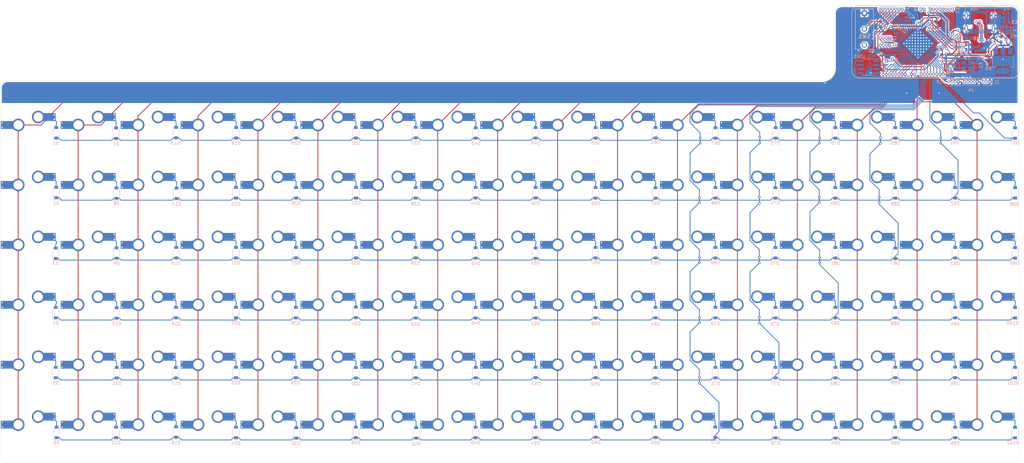
<source format=kicad_pcb>
(kicad_pcb (version 20171130) (host pcbnew "(5.1.4)-1")
  (layers (0 F.Cu signal) (31 B.Cu signal) (34 B.Paste user) (35 F.Paste user) (36 B.SilkS user) (37 F.SilkS user) (38 B.Mask user) (39 F.Mask user) (44 Edge.Cuts user))
  (net 0 "")
  (net 1 GND)
  (net 2 "Net-(C1-Pad1)")
  (net 3 "Net-(C2-Pad1)")
  (net 4 "Net-(C3-Pad1)")
  (net 5 +5V)
  (net 6 /AREF)
  (net 7 ROW0)
  (net 8 "Net-(D1-Pad2)")
  (net 9 ROW1)
  (net 10 "Net-(D2-Pad2)")
  (net 11 ROW2)
  (net 12 "Net-(D3-Pad2)")
  (net 13 ROW3)
  (net 14 "Net-(D4-Pad2)")
  (net 15 ROW4)
  (net 16 "Net-(D5-Pad2)")
  (net 17 ROW5)
  (net 18 "Net-(D6-Pad2)")
  (net 19 "Net-(D7-Pad2)")
  (net 20 "Net-(D8-Pad2)")
  (net 21 "Net-(D9-Pad2)")
  (net 22 "Net-(D10-Pad2)")
  (net 23 "Net-(D11-Pad2)")
  (net 24 "Net-(D12-Pad2)")
  (net 25 "Net-(D13-Pad2)")
  (net 26 "Net-(D14-Pad2)")
  (net 27 "Net-(D15-Pad2)")
  (net 28 "Net-(D16-Pad2)")
  (net 29 "Net-(D17-Pad2)")
  (net 30 "Net-(D18-Pad2)")
  (net 31 "Net-(D19-Pad2)")
  (net 32 "Net-(D20-Pad2)")
  (net 33 "Net-(D21-Pad2)")
  (net 34 "Net-(D22-Pad2)")
  (net 35 "Net-(D23-Pad2)")
  (net 36 "Net-(D24-Pad2)")
  (net 37 "Net-(D25-Pad2)")
  (net 38 "Net-(D26-Pad2)")
  (net 39 "Net-(D27-Pad2)")
  (net 40 "Net-(D28-Pad2)")
  (net 41 "Net-(D29-Pad2)")
  (net 42 "Net-(D30-Pad2)")
  (net 43 "Net-(D31-Pad2)")
  (net 44 "Net-(D32-Pad2)")
  (net 45 "Net-(D33-Pad2)")
  (net 46 "Net-(D34-Pad2)")
  (net 47 "Net-(D35-Pad2)")
  (net 48 "Net-(D36-Pad2)")
  (net 49 "Net-(D37-Pad2)")
  (net 50 "Net-(D38-Pad2)")
  (net 51 "Net-(D39-Pad2)")
  (net 52 "Net-(D40-Pad2)")
  (net 53 "Net-(D41-Pad2)")
  (net 54 "Net-(D42-Pad2)")
  (net 55 "Net-(D43-Pad2)")
  (net 56 "Net-(D44-Pad2)")
  (net 57 "Net-(D45-Pad2)")
  (net 58 "Net-(D46-Pad2)")
  (net 59 "Net-(D47-Pad2)")
  (net 60 "Net-(D48-Pad2)")
  (net 61 "Net-(D49-Pad2)")
  (net 62 "Net-(D50-Pad2)")
  (net 63 "Net-(D51-Pad2)")
  (net 64 "Net-(D52-Pad2)")
  (net 65 "Net-(D53-Pad2)")
  (net 66 "Net-(D54-Pad2)")
  (net 67 "Net-(D55-Pad2)")
  (net 68 "Net-(D56-Pad2)")
  (net 69 "Net-(D57-Pad2)")
  (net 70 "Net-(D58-Pad2)")
  (net 71 "Net-(D59-Pad2)")
  (net 72 "Net-(D60-Pad2)")
  (net 73 "Net-(D61-Pad2)")
  (net 74 "Net-(D62-Pad2)")
  (net 75 "Net-(D63-Pad2)")
  (net 76 "Net-(D64-Pad2)")
  (net 77 "Net-(D65-Pad2)")
  (net 78 "Net-(D66-Pad2)")
  (net 79 "Net-(D67-Pad2)")
  (net 80 "Net-(D68-Pad2)")
  (net 81 "Net-(D69-Pad2)")
  (net 82 "Net-(D70-Pad2)")
  (net 83 "Net-(D71-Pad2)")
  (net 84 "Net-(D72-Pad2)")
  (net 85 "Net-(D73-Pad2)")
  (net 86 "Net-(D74-Pad2)")
  (net 87 "Net-(D75-Pad2)")
  (net 88 "Net-(D76-Pad2)")
  (net 89 "Net-(D77-Pad2)")
  (net 90 "Net-(D78-Pad2)")
  (net 91 "Net-(D79-Pad2)")
  (net 92 "Net-(D80-Pad2)")
  (net 93 "Net-(D81-Pad2)")
  (net 94 "Net-(D82-Pad2)")
  (net 95 "Net-(D83-Pad2)")
  (net 96 "Net-(D84-Pad2)")
  (net 97 "Net-(D85-Pad2)")
  (net 98 "Net-(D86-Pad2)")
  (net 99 "Net-(D87-Pad2)")
  (net 100 "Net-(D88-Pad2)")
  (net 101 "Net-(D89-Pad2)")
  (net 102 "Net-(D90-Pad2)")
  (net 103 "Net-(D91-Pad2)")
  (net 104 "Net-(D92-Pad2)")
  (net 105 "Net-(D93-Pad2)")
  (net 106 "Net-(D94-Pad2)")
  (net 107 "Net-(D95-Pad2)")
  (net 108 "Net-(D96-Pad2)")
  (net 109 "Net-(D97-Pad2)")
  (net 110 "Net-(D98-Pad2)")
  (net 111 "Net-(D99-Pad2)")
  (net 112 "Net-(D100-Pad2)")
  (net 113 "Net-(D101-Pad2)")
  (net 114 "Net-(D102-Pad2)")
  (net 115 "Net-(F1-Pad2)")
  (net 116 /A7)
  (net 117 /A6)
  (net 118 /A5)
  (net 119 /A4)
  (net 120 /A3)
  (net 121 /A2)
  (net 122 /A1)
  (net 123 /A0)
  (net 124 /E7)
  (net 125 /E6)
  (net 126 /E2)
  (net 127 /F0)
  (net 128 /B5)
  (net 129 /B4)
  (net 130 /B3)
  (net 131 /B2)
  (net 132 /B1)
  (net 133 /B0)
  (net 134 D-)
  (net 135 D+)
  (net 136 "Net-(LED1-Pad2)")
  (net 137 "Net-(LED2-Pad2)")
  (net 138 COL0)
  (net 139 COL1)
  (net 140 COL2)
  (net 141 COL3)
  (net 142 COL4)
  (net 143 COL5)
  (net 144 COL6)
  (net 145 COL7)
  (net 146 COL8)
  (net 147 COL9)
  (net 148 COL10)
  (net 149 COL11)
  (net 150 COL12)
  (net 151 COL13)
  (net 152 COL14)
  (net 153 COL15)
  (net 154 COL16)
  (net 155 /RESET)
  (net 156 "Net-(R4-Pad2)")
  (net 157 VBUS)
  (net 158 /Data1-)
  (net 159 /Data1+)
  (net 160 DRGB)
  (net 161 CLK)
  (net 162 DT)
  (net 163 SW)
  (net 164 SDA)
  (net 165 SCL)
  (net 166 "Net-(J14-PadA5)")
  (net 167 "Net-(J14-PadB5)")
  (module Fuse:Fuse_0603_1608Metric (layer B.Cu) (at 360.9848 63.5 180)
    (fp_text reference F1 (at 0 1.43) (layer B.SilkS) (effects (justify mirror)))
    (fp_text value 500mA)
    (pad 2 smd roundrect (at 0.7875 0 180) (size 0.875 0.95) (layers B.Cu B.Paste B.Mask) (net 115 "Net-(F1-Pad2)"))
    (pad 1 smd roundrect (at -0.7875 0 180) (size 0.875 0.95) (layers B.Cu B.Paste B.Mask) (net 157 VBUS))
  )
  (module MX_Only:MXOnly-1U-Hotswap-Antishear (layer F.Cu) (at 336.55 120.65)
    (fp_text reference MX92)
    (fp_text value MX-NoLED)
    (pad 2 smd rect (at 5.842 -5.08) (size 4.5 2.5) (layers B.Cu) (net 104 "Net-(D92-Pad2)"))
    (pad 1 smd rect (at -7.085 -2.54) (size 4.5 2.5) (layers B.Cu) (net 153 COL15))
    (pad 2 thru_hole circle (at 7.62 -4.318) (size 0.8 0.8) (drill 0.4) (layers *.Cu) (net 104 "Net-(D92-Pad2)"))
    (pad 1 thru_hole circle (at -8.89 -1.778) (size 0.8 0.8) (drill 0.4) (layers *.Cu) (net 153 COL15))
    (pad 2 thru_hole circle (at 7.62 -5.842) (size 0.8 0.8) (drill 0.4) (layers *.Cu) (net 104 "Net-(D92-Pad2)"))
    (pad 1 thru_hole circle (at -8.89 -3.302) (size 0.8 0.8) (drill 0.4) (layers *.Cu) (net 153 COL15))
    (pad "" np_thru_hole circle (at 5.08 0 48.0996) (size 1.75 1.75) (drill 1.75) (layers *.Cu *.Mask))
    (pad "" np_thru_hole circle (at -5.08 0 48.0996) (size 1.75 1.75) (drill 1.75) (layers *.Cu *.Mask))
    (pad 1 thru_hole circle (at -3.81 -2.54) (size 4 4) (drill 3) (layers *.Cu) (net 153 COL15))
    (pad "" np_thru_hole circle (at 0 0) (size 3.9878 3.9878) (drill 3.9878) (layers *.Cu *.Mask))
    (pad 2 thru_hole circle (at 2.54 -5.08) (size 4 4) (drill 3) (layers *.Cu) (net 104 "Net-(D92-Pad2)"))
  )
  (module Connector_PinHeader_1.00mm:PinHeader_1x04_P1.00mm_Vertical (layer B.Cu) (at 323.977 73.66 90)
    (fp_text reference J8 (at 0 1.4605 90) (layer B.SilkS) (effects (justify mirror)))
    (fp_text value A)
    (pad 4 thru_hole oval (at 0 -3 90) (size 0.85 0.85) (drill 0.5) (layers *.Cu *.Mask) (net 116 /A7))
    (pad 3 thru_hole oval (at 0 -2 90) (size 0.85 0.85) (drill 0.5) (layers *.Cu *.Mask) (net 117 /A6))
    (pad 2 thru_hole oval (at 0 -1 90) (size 0.85 0.85) (drill 0.5) (layers *.Cu *.Mask) (net 118 /A5))
    (pad 1 thru_hole rect (at 0 0 90) (size 0.85 0.85) (drill 0.5) (layers *.Cu *.Mask) (net 119 /A4))
  )
  (module Connector_PinHeader_1.00mm:PinHeader_1x04_P1.00mm_Vertical (layer B.Cu) (at 323.977 71.374 90)
    (fp_text reference J3 (at 0 1.56 270) (layer B.SilkS) (effects (justify mirror)))
    (fp_text value A)
    (pad 4 thru_hole oval (at 0 -3 90) (size 0.85 0.85) (drill 0.5) (layers *.Cu *.Mask) (net 120 /A3))
    (pad 3 thru_hole oval (at 0 -2 90) (size 0.85 0.85) (drill 0.5) (layers *.Cu *.Mask) (net 121 /A2))
    (pad 2 thru_hole oval (at 0 -1 90) (size 0.85 0.85) (drill 0.5) (layers *.Cu *.Mask) (net 122 /A1))
    (pad 1 thru_hole rect (at 0 0 90) (size 0.85 0.85) (drill 0.5) (layers *.Cu *.Mask) (net 123 /A0))
  )
  (module Connector_PinHeader_1.00mm:PinHeader_1x02_P1.00mm_Vertical (layer B.Cu) (at 334.899 62.23 90)
    (fp_text reference J9 (at 0.127 -2.54 270) (layer B.SilkS) (effects (justify mirror)))
    (fp_text value E)
    (pad 2 thru_hole oval (at 0 -1 90) (size 0.85 0.85) (drill 0.5) (layers *.Cu *.Mask) (net 125 /E6))
    (pad 1 thru_hole rect (at 0 0 90) (size 0.85 0.85) (drill 0.5) (layers *.Cu *.Mask) (net 124 /E7))
  )
  (module Connector_PinHeader_1.00mm:PinHeader_1x02_P1.00mm_Vertical (layer B.Cu) (at 345.821 71.374)
    (fp_text reference J7 (at -1.524 1.5875) (layer B.SilkS) (effects (justify mirror)))
    (fp_text value E)
    (pad 2 thru_hole oval (at 0 -1) (size 0.85 0.85) (drill 0.5) (layers *.Cu *.Mask) (net 162 DT))
    (pad 1 thru_hole rect (at 0 0) (size 0.85 0.85) (drill 0.5) (layers *.Cu *.Mask) (net 161 CLK))
  )
  (module Connector_PinHeader_1.00mm:PinHeader_1x01_P1.00mm_Vertical (layer B.Cu) (at 322.961 78.74)
    (fp_text reference J5 (at 0 1.56) (layer B.SilkS) (effects (justify mirror)))
    (fp_text value E)
    (pad 1 thru_hole rect (at 0 0) (size 0.85 0.85) (drill 0.5) (layers *.Cu *.Mask) (net 126 /E2))
  )
  (module Connector_PinHeader_1.00mm:PinHeader_1x02_P1.00mm_Vertical (layer B.Cu) (at 330.962 82.931 270)
    (fp_text reference J2 (at 0 -1.9685) (layer B.SilkS) (effects (justify mirror)))
    (fp_text value E)
    (pad 2 thru_hole oval (at 0 -1 270) (size 0.85 0.85) (drill 0.5) (layers *.Cu *.Mask) (net 154 COL16))
    (pad 1 thru_hole rect (at 0 0 270) (size 0.85 0.85) (drill 0.5) (layers *.Cu *.Mask) (net 153 COL15))
  )
  (module Connector_USB:USB_C_Receptacle_HRO_TYPE-C-31-M-12 (layer B.Cu) (at 352.679 65.278)
    (fp_text reference J14 (at -1.778 -3.048) (layer B.SilkS) (effects (justify mirror)))
    (fp_text value USB_C_Receptacle_USB2.0)
    (pad B1 smd rect (at 3.25 4.045) (size 0.6 1.45) (layers B.Cu B.Paste B.Mask) (net 1 GND))
    (pad A9 smd rect (at 2.45 4.045) (size 0.6 1.45) (layers B.Cu B.Paste B.Mask) (net 115 "Net-(F1-Pad2)"))
    (pad B9 smd rect (at -2.45 4.045) (size 0.6 1.45) (layers B.Cu B.Paste B.Mask) (net 115 "Net-(F1-Pad2)"))
    (pad B12 smd rect (at -3.25 4.045) (size 0.6 1.45) (layers B.Cu B.Paste B.Mask) (net 1 GND))
    (pad A1 smd rect (at -3.25 4.045) (size 0.6 1.45) (layers B.Cu B.Paste B.Mask) (net 1 GND))
    (pad A4 smd rect (at -2.45 4.045) (size 0.6 1.45) (layers B.Cu B.Paste B.Mask) (net 115 "Net-(F1-Pad2)"))
    (pad B4 smd rect (at 2.45 4.045) (size 0.6 1.45) (layers B.Cu B.Paste B.Mask) (net 115 "Net-(F1-Pad2)"))
    (pad A12 smd rect (at 3.25 4.045) (size 0.6 1.45) (layers B.Cu B.Paste B.Mask) (net 1 GND))
    (pad B8 smd rect (at -1.75 4.045) (size 0.3 1.45) (layers B.Cu B.Paste B.Mask))
    (pad A5 smd rect (at -1.25 4.045) (size 0.3 1.45) (layers B.Cu B.Paste B.Mask) (net 166 "Net-(J14-PadA5)"))
    (pad B7 smd rect (at -0.75 4.045) (size 0.3 1.45) (layers B.Cu B.Paste B.Mask) (net 158 /Data1-))
    (pad A7 smd rect (at 0.25 4.045) (size 0.3 1.45) (layers B.Cu B.Paste B.Mask) (net 158 /Data1-))
    (pad B6 smd rect (at 0.75 4.045) (size 0.3 1.45) (layers B.Cu B.Paste B.Mask) (net 159 /Data1+))
    (pad A8 smd rect (at 1.25 4.045) (size 0.3 1.45) (layers B.Cu B.Paste B.Mask))
    (pad B5 smd rect (at 1.75 4.045) (size 0.3 1.45) (layers B.Cu B.Paste B.Mask) (net 167 "Net-(J14-PadB5)"))
    (pad A6 smd rect (at -0.25 4.045) (size 0.3 1.45) (layers B.Cu B.Paste B.Mask) (net 159 /Data1+))
    (pad S1 thru_hole oval (at 4.32 3.13) (size 1 2.1) (drill oval 0.6 1.7) (layers *.Cu *.Mask) (net 1 GND))
    (pad S1 thru_hole oval (at -4.32 3.13) (size 1 2.1) (drill oval 0.6 1.7) (layers *.Cu *.Mask) (net 1 GND))
    (pad "" np_thru_hole circle (at -2.89 2.6) (size 0.65 0.65) (drill 0.65) (layers *.Cu *.Mask))
    (pad S1 thru_hole oval (at -4.32 -1.05) (size 1 1.6) (drill oval 0.6 1.2) (layers *.Cu *.Mask) (net 1 GND))
    (pad "" np_thru_hole circle (at 2.89 2.6) (size 0.65 0.65) (drill 0.65) (layers *.Cu *.Mask))
    (pad S1 thru_hole oval (at 4.32 -1.05) (size 1 1.6) (drill oval 0.6 1.2) (layers *.Cu *.Mask) (net 1 GND))
  )
  (module Package_DFN_QFN:QFN-64-1EP_9x9mm_P0.5mm_EP7.5x7.5mm (layer B.Cu) (at 332.994 73.152 225)
    (fp_text reference U2 (at 0 5.8 45) (layer B.SilkS) (effects (justify mirror)))
    (fp_text value AT90USB1286-MU)
    (pad 64 smd custom (at -3.75 4.4125 225) (size 0.179289 0.179289) (layers B.Cu B.Paste B.Mask) (net 5 +5V) (options (clearance outline) (anchor circle)) (primitives (gr_poly (pts (xy -0.125 0.4375) (xy 0.125 0.4375) (xy 0.125 -0.4375) (xy -0.025 -0.4375) (xy -0.125 -0.3375)) (width 0))))
    (pad 63 smd roundrect (at -3.25 4.4125 225) (size 0.25 0.875) (layers B.Cu B.Paste B.Mask) (net 1 GND))
    (pad 62 smd roundrect (at -2.75 4.4125 225) (size 0.25 0.875) (layers B.Cu B.Paste B.Mask) (net 6 /AREF))
    (pad 61 smd roundrect (at -2.25 4.4125 225) (size 0.25 0.875) (layers B.Cu B.Paste B.Mask) (net 127 /F0))
    (pad 60 smd roundrect (at -1.75 4.4125 225) (size 0.25 0.875) (layers B.Cu B.Paste B.Mask) (net 144 COL6))
    (pad 59 smd roundrect (at -1.25 4.4125 225) (size 0.25 0.875) (layers B.Cu B.Paste B.Mask) (net 143 COL5))
    (pad 58 smd roundrect (at -0.75 4.4125 225) (size 0.25 0.875) (layers B.Cu B.Paste B.Mask) (net 142 COL4))
    (pad 57 smd roundrect (at -0.25 4.4125 225) (size 0.25 0.875) (layers B.Cu B.Paste B.Mask) (net 141 COL3))
    (pad 56 smd roundrect (at 0.25 4.4125 225) (size 0.25 0.875) (layers B.Cu B.Paste B.Mask) (net 140 COL2))
    (pad 55 smd roundrect (at 0.75 4.4125 225) (size 0.25 0.875) (layers B.Cu B.Paste B.Mask) (net 139 COL1))
    (pad 54 smd roundrect (at 1.25 4.4125 225) (size 0.25 0.875) (layers B.Cu B.Paste B.Mask) (net 138 COL0))
    (pad 53 smd roundrect (at 1.75 4.4125 225) (size 0.25 0.875) (layers B.Cu B.Paste B.Mask) (net 1 GND))
    (pad 52 smd roundrect (at 2.25 4.4125 225) (size 0.25 0.875) (layers B.Cu B.Paste B.Mask) (net 5 +5V))
    (pad 51 smd roundrect (at 2.75 4.4125 225) (size 0.25 0.875) (layers B.Cu B.Paste B.Mask) (net 123 /A0))
    (pad 50 smd roundrect (at 3.25 4.4125 225) (size 0.25 0.875) (layers B.Cu B.Paste B.Mask) (net 122 /A1))
    (pad 49 smd custom (at 3.75 4.4125 225) (size 0.179289 0.179289) (layers B.Cu B.Paste B.Mask) (net 121 /A2) (options (clearance outline) (anchor circle)) (primitives (gr_poly (pts (xy -0.125 0.4375) (xy 0.125 0.4375) (xy 0.125 -0.3375) (xy 0.025 -0.4375) (xy -0.125 -0.4375)) (width 0))))
    (pad 48 smd custom (at 4.4125 3.75 225) (size 0.179289 0.179289) (layers B.Cu B.Paste B.Mask) (net 120 /A3) (options (clearance outline) (anchor circle)) (primitives (gr_poly (pts (xy -0.4375 0.025) (xy -0.3375 0.125) (xy 0.4375 0.125) (xy 0.4375 -0.125) (xy -0.4375 -0.125)) (width 0))))
    (pad 47 smd roundrect (at 4.4125 3.25 225) (size 0.875 0.25) (layers B.Cu B.Paste B.Mask) (net 119 /A4))
    (pad 46 smd roundrect (at 4.4125 2.75 225) (size 0.875 0.25) (layers B.Cu B.Paste B.Mask) (net 118 /A5))
    (pad 45 smd roundrect (at 4.4125 2.25 225) (size 0.875 0.25) (layers B.Cu B.Paste B.Mask) (net 117 /A6))
    (pad 44 smd roundrect (at 4.4125 1.75 225) (size 0.875 0.25) (layers B.Cu B.Paste B.Mask) (net 116 /A7))
    (pad 43 smd roundrect (at 4.4125 1.25 225) (size 0.875 0.25) (layers B.Cu B.Paste B.Mask) (net 126 /E2))
    (pad 42 smd roundrect (at 4.4125 0.75 225) (size 0.875 0.25) (layers B.Cu B.Paste B.Mask) (net 145 COL7))
    (pad 41 smd roundrect (at 4.4125 0.25 225) (size 0.875 0.25) (layers B.Cu B.Paste B.Mask) (net 146 COL8))
    (pad 40 smd roundrect (at 4.4125 -0.25 225) (size 0.875 0.25) (layers B.Cu B.Paste B.Mask) (net 147 COL9))
    (pad 39 smd roundrect (at 4.4125 -0.75 225) (size 0.875 0.25) (layers B.Cu B.Paste B.Mask) (net 148 COL10))
    (pad 38 smd roundrect (at 4.4125 -1.25 225) (size 0.875 0.25) (layers B.Cu B.Paste B.Mask) (net 149 COL11))
    (pad 37 smd roundrect (at 4.4125 -1.75 225) (size 0.875 0.25) (layers B.Cu B.Paste B.Mask) (net 150 COL12))
    (pad 36 smd roundrect (at 4.4125 -2.25 225) (size 0.875 0.25) (layers B.Cu B.Paste B.Mask) (net 151 COL13))
    (pad 35 smd roundrect (at 4.4125 -2.75 225) (size 0.875 0.25) (layers B.Cu B.Paste B.Mask) (net 152 COL14))
    (pad 34 smd roundrect (at 4.4125 -3.25 225) (size 0.875 0.25) (layers B.Cu B.Paste B.Mask) (net 153 COL15))
    (pad 33 smd custom (at 4.4125 -3.75 225) (size 0.179289 0.179289) (layers B.Cu B.Paste B.Mask) (net 154 COL16) (options (clearance outline) (anchor circle)) (primitives (gr_poly (pts (xy -0.4375 0.125) (xy 0.4375 0.125) (xy 0.4375 -0.125) (xy -0.3375 -0.125) (xy -0.4375 -0.025)) (width 0))))
    (pad 32 smd custom (at 3.75 -4.4125 225) (size 0.179289 0.179289) (layers B.Cu B.Paste B.Mask) (net 17 ROW5) (options (clearance outline) (anchor circle)) (primitives (gr_poly (pts (xy -0.125 0.4375) (xy 0.025 0.4375) (xy 0.125 0.3375) (xy 0.125 -0.4375) (xy -0.125 -0.4375)) (width 0))))
    (pad 31 smd roundrect (at 3.25 -4.4125 225) (size 0.25 0.875) (layers B.Cu B.Paste B.Mask) (net 15 ROW4))
    (pad 30 smd roundrect (at 2.75 -4.4125 225) (size 0.25 0.875) (layers B.Cu B.Paste B.Mask) (net 13 ROW3))
    (pad 29 smd roundrect (at 2.25 -4.4125 225) (size 0.25 0.875) (layers B.Cu B.Paste B.Mask) (net 11 ROW2))
    (pad 28 smd roundrect (at 1.75 -4.4125 225) (size 0.25 0.875) (layers B.Cu B.Paste B.Mask) (net 9 ROW1))
    (pad 27 smd roundrect (at 1.25 -4.4125 225) (size 0.25 0.875) (layers B.Cu B.Paste B.Mask) (net 7 ROW0))
    (pad 26 smd roundrect (at 0.75 -4.4125 225) (size 0.25 0.875) (layers B.Cu B.Paste B.Mask) (net 164 SDA))
    (pad 25 smd roundrect (at 0.25 -4.4125 225) (size 0.25 0.875) (layers B.Cu B.Paste B.Mask) (net 165 SCL))
    (pad 24 smd roundrect (at -0.25 -4.4125 225) (size 0.25 0.875) (layers B.Cu B.Paste B.Mask) (net 2 "Net-(C1-Pad1)"))
    (pad 23 smd roundrect (at -0.75 -4.4125 225) (size 0.25 0.875) (layers B.Cu B.Paste B.Mask) (net 3 "Net-(C2-Pad1)"))
    (pad 22 smd roundrect (at -1.25 -4.4125 225) (size 0.25 0.875) (layers B.Cu B.Paste B.Mask) (net 1 GND))
    (pad 21 smd roundrect (at -1.75 -4.4125 225) (size 0.25 0.875) (layers B.Cu B.Paste B.Mask) (net 5 +5V))
    (pad 20 smd roundrect (at -2.25 -4.4125 225) (size 0.25 0.875) (layers B.Cu B.Paste B.Mask) (net 155 /RESET))
    (pad 19 smd roundrect (at -2.75 -4.4125 225) (size 0.25 0.875) (layers B.Cu B.Paste B.Mask) (net 161 CLK))
    (pad 18 smd roundrect (at -3.25 -4.4125 225) (size 0.25 0.875) (layers B.Cu B.Paste B.Mask) (net 162 DT))
    (pad 17 smd custom (at -3.75 -4.4125 225) (size 0.179289 0.179289) (layers B.Cu B.Paste B.Mask) (net 163 SW) (options (clearance outline) (anchor circle)) (primitives (gr_poly (pts (xy -0.125 0.3375) (xy -0.025 0.4375) (xy 0.125 0.4375) (xy 0.125 -0.4375) (xy -0.125 -0.4375)) (width 0))))
    (pad 16 smd custom (at -4.4125 -3.75 225) (size 0.179289 0.179289) (layers B.Cu B.Paste B.Mask) (net 160 DRGB) (options (clearance outline) (anchor circle)) (primitives (gr_poly (pts (xy -0.4375 0.125) (xy 0.4375 0.125) (xy 0.4375 -0.025) (xy 0.3375 -0.125) (xy -0.4375 -0.125)) (width 0))))
    (pad 15 smd roundrect (at -4.4125 -3.25 225) (size 0.875 0.25) (layers B.Cu B.Paste B.Mask) (net 128 /B5))
    (pad 14 smd roundrect (at -4.4125 -2.75 225) (size 0.875 0.25) (layers B.Cu B.Paste B.Mask) (net 129 /B4))
    (pad 13 smd roundrect (at -4.4125 -2.25 225) (size 0.875 0.25) (layers B.Cu B.Paste B.Mask) (net 130 /B3))
    (pad 12 smd roundrect (at -4.4125 -1.75 225) (size 0.875 0.25) (layers B.Cu B.Paste B.Mask) (net 131 /B2))
    (pad 11 smd roundrect (at -4.4125 -1.25 225) (size 0.875 0.25) (layers B.Cu B.Paste B.Mask) (net 132 /B1))
    (pad 10 smd roundrect (at -4.4125 -0.75 225) (size 0.875 0.25) (layers B.Cu B.Paste B.Mask) (net 133 /B0))
    (pad 9 smd roundrect (at -4.4125 -0.25 225) (size 0.875 0.25) (layers B.Cu B.Paste B.Mask))
    (pad 8 smd roundrect (at -4.4125 0.25 225) (size 0.875 0.25) (layers B.Cu B.Paste B.Mask) (net 157 VBUS))
    (pad 7 smd roundrect (at -4.4125 0.75 225) (size 0.875 0.25) (layers B.Cu B.Paste B.Mask) (net 4 "Net-(C3-Pad1)"))
    (pad 6 smd roundrect (at -4.4125 1.25 225) (size 0.875 0.25) (layers B.Cu B.Paste B.Mask) (net 1 GND))
    (pad 5 smd roundrect (at -4.4125 1.75 225) (size 0.875 0.25) (layers B.Cu B.Paste B.Mask) (net 135 D+))
    (pad 4 smd roundrect (at -4.4125 2.25 225) (size 0.875 0.25) (layers B.Cu B.Paste B.Mask) (net 134 D-))
    (pad 3 smd roundrect (at -4.4125 2.75 225) (size 0.875 0.25) (layers B.Cu B.Paste B.Mask) (net 157 VBUS))
    (pad 2 smd roundrect (at -4.4125 3.25 225) (size 0.875 0.25) (layers B.Cu B.Paste B.Mask) (net 124 /E7))
    (pad 1 smd custom (at -4.4125 3.75 225) (size 0.179289 0.179289) (layers B.Cu B.Paste B.Mask) (net 125 /E6) (options (clearance outline) (anchor circle)) (primitives (gr_poly (pts (xy -0.4375 0.125) (xy 0.3375 0.125) (xy 0.4375 0.025) (xy 0.4375 -0.125) (xy -0.4375 -0.125)) (width 0))))
    (pad 65 smd roundrect (at 0 0 225) (size 7.5 7.5) (layers B.Cu B.Mask) (roundrect_rratio 0.033333) (net 1 GND))
  )
  (module Capacitor_SMD:C_0603_1608Metric (layer B.Cu) (at 341.043847 77.264847 315)
    (fp_text reference C4 (at 0 1.43 135) (layer B.SilkS) (effects (justify mirror)))
    (fp_text value 0.1uF)
    (pad 2 smd roundrect (at 0.7875 0 315) (size 0.875 0.95) (layers B.Cu B.Paste B.Mask) (net 1 GND))
    (pad 1 smd roundrect (at -0.7875 0 315) (size 0.875 0.95) (layers B.Cu B.Paste B.Mask) (net 5 +5V))
  )
  (module Resistor_SMD:R_0603_1608Metric (layer B.Cu) (at 349.123 75.057)
    (fp_text reference R6 (at -2.54 0) (layer B.SilkS) (effects (justify mirror)))
    (fp_text value 22)
    (pad 2 smd roundrect (at 0.7875 0) (size 0.875 0.95) (layers B.Cu B.Paste B.Mask) (net 159 /Data1+))
    (pad 1 smd roundrect (at -0.7875 0) (size 0.875 0.95) (layers B.Cu B.Paste B.Mask) (net 135 D+))
  )
  (module Resistor_SMD:R_0603_1608Metric (layer B.Cu) (at 349.123 73.533)
    (fp_text reference R5 (at -2.54 0) (layer B.SilkS) (effects (justify mirror)))
    (fp_text value 22)
    (pad 2 smd roundrect (at 0.7875 0) (size 0.875 0.95) (layers B.Cu B.Paste B.Mask) (net 158 /Data1-))
    (pad 1 smd roundrect (at -0.7875 0) (size 0.875 0.95) (layers B.Cu B.Paste B.Mask) (net 134 D-))
  )
  (module Resistor_SMD:R_0603_1608Metric (layer B.Cu) (at 349.123 71.501 180)
    (fp_text reference R8 (at -2.4765 -0.0635) (layer B.SilkS) (effects (justify mirror)))
    (fp_text value 5.1k)
    (pad 2 smd roundrect (at 0.7875 0 180) (size 0.875 0.95) (layers B.Cu B.Paste B.Mask) (net 1 GND))
    (pad 1 smd roundrect (at -0.7875 0 180) (size 0.875 0.95) (layers B.Cu B.Paste B.Mask) (net 166 "Net-(J14-PadA5)"))
  )
  (module Resistor_SMD:R_0603_1608Metric (layer B.Cu) (at 356.2985 71.3105)
    (fp_text reference R7 (at 0 1.43) (layer B.SilkS) (effects (justify mirror)))
    (fp_text value 5.1k)
    (pad 2 smd roundrect (at 0.7875 0) (size 0.875 0.95) (layers B.Cu B.Paste B.Mask) (net 1 GND))
    (pad 1 smd roundrect (at -0.7875 0) (size 0.875 0.95) (layers B.Cu B.Paste B.Mask) (net 167 "Net-(J14-PadB5)"))
  )
  (module Resistor_SMD:R_0603_1608Metric (layer B.Cu) (at 318.262 77.089 180)
    (fp_text reference R4 (at 0 1.43) (layer B.SilkS) (effects (justify mirror)))
    (fp_text value 1k)
    (pad 2 smd roundrect (at 0.7875 0 180) (size 0.875 0.95) (layers B.Cu B.Paste B.Mask) (net 156 "Net-(R4-Pad2)"))
    (pad 1 smd roundrect (at -0.7875 0 180) (size 0.875 0.95) (layers B.Cu B.Paste B.Mask) (net 137 "Net-(LED2-Pad2)"))
  )
  (module Resistor_SMD:R_0603_1608Metric (layer B.Cu) (at 355.5365 78.8035 90)
    (fp_text reference R3 (at -2.286 -0.127 180) (layer B.SilkS) (effects (justify mirror)))
    (fp_text value 1k)
    (pad 2 smd roundrect (at 0.7875 0 90) (size 0.875 0.95) (layers B.Cu B.Paste B.Mask) (net 5 +5V))
    (pad 1 smd roundrect (at -0.7875 0 90) (size 0.875 0.95) (layers B.Cu B.Paste B.Mask) (net 136 "Net-(LED1-Pad2)"))
  )
  (module Resistor_SMD:R_0603_1608Metric (layer B.Cu) (at 324.866 76.962 180)
    (fp_text reference R2 (at -0.762 -1.4605) (layer B.SilkS) (effects (justify mirror)))
    (fp_text value 1k)
    (pad 2 smd roundrect (at 0.7875 0 180) (size 0.875 0.95) (layers B.Cu B.Paste B.Mask) (net 1 GND))
    (pad 1 smd roundrect (at -0.7875 0 180) (size 0.875 0.95) (layers B.Cu B.Paste B.Mask) (net 126 /E2))
  )
  (module Resistor_SMD:R_0603_1608Metric (layer B.Cu) (at 321.056 66.929 90)
    (fp_text reference R1 (at 0 1.43 90) (layer B.SilkS) (effects (justify mirror)))
    (fp_text value 10k)
    (pad 2 smd roundrect (at 0.7875 0 90) (size 0.875 0.95) (layers B.Cu B.Paste B.Mask) (net 155 /RESET))
    (pad 1 smd roundrect (at -0.7875 0 90) (size 0.875 0.95) (layers B.Cu B.Paste B.Mask) (net 5 +5V))
  )
  (module Capacitor_SMD:C_0603_1608Metric (layer B.Cu) (at 361.061 66.294 180)
    (fp_text reference C8 (at -2.6035 -0.0635) (layer B.SilkS) (effects (justify mirror)))
    (fp_text value 1uF)
    (pad 2 smd roundrect (at 0.7875 0 180) (size 0.875 0.95) (layers B.Cu B.Paste B.Mask) (net 1 GND))
    (pad 1 smd roundrect (at -0.7875 0 180) (size 0.875 0.95) (layers B.Cu B.Paste B.Mask) (net 157 VBUS))
  )
  (module Capacitor_SMD:C_0603_1608Metric (layer B.Cu) (at 329.692 65.405 135)
    (fp_text reference C7 (at 0 1.43 135) (layer B.SilkS) (effects (justify mirror)))
    (fp_text value 0.1uF)
    (pad 2 smd roundrect (at 0.7875 0 135) (size 0.875 0.95) (layers B.Cu B.Paste B.Mask) (net 1 GND))
    (pad 1 smd roundrect (at -0.7875 0 135) (size 0.875 0.95) (layers B.Cu B.Paste B.Mask) (net 6 /AREF))
  )
  (module Capacitor_SMD:C_0603_1608Metric (layer B.Cu) (at 325.882 69.2912 315)
    (fp_text reference C6 (at -0.053882 -1.490723 135) (layer B.SilkS) (effects (justify mirror)))
    (fp_text value 0.1uF)
    (pad 2 smd roundrect (at 0.7875 0 315) (size 0.875 0.95) (layers B.Cu B.Paste B.Mask) (net 1 GND))
    (pad 1 smd roundrect (at -0.7875 0 315) (size 0.875 0.95) (layers B.Cu B.Paste B.Mask) (net 5 +5V))
  )
  (module Capacitor_SMD:C_0603_1608Metric (layer B.Cu) (at 338.963 67.183 270)
    (fp_text reference C5 (at 0 1.43 90) (layer B.SilkS) (effects (justify mirror)))
    (fp_text value 0.1uF)
    (pad 2 smd roundrect (at 0.7875 0 270) (size 0.875 0.95) (layers B.Cu B.Paste B.Mask) (net 1 GND))
    (pad 1 smd roundrect (at -0.7875 0 270) (size 0.875 0.95) (layers B.Cu B.Paste B.Mask) (net 5 +5V))
  )
  (module Capacitor_SMD:C_0603_1608Metric (layer B.Cu) (at 359.41 71.856499 270)
    (fp_text reference C3 (at -0.101499 -1.524 90) (layer B.SilkS) (effects (justify mirror)))
    (fp_text value 1uF)
    (pad 2 smd roundrect (at 0.7875 0 270) (size 0.875 0.95) (layers B.Cu B.Paste B.Mask) (net 1 GND))
    (pad 1 smd roundrect (at -0.7875 0 270) (size 0.875 0.95) (layers B.Cu B.Paste B.Mask) (net 4 "Net-(C3-Pad1)"))
  )
  (module Capacitor_SMD:C_0603_1608Metric (layer B.Cu) (at 345.694 80.137 270)
    (fp_text reference C2 (at 0 1.43 90) (layer B.SilkS) (effects (justify mirror)))
    (fp_text value 10pF)
    (pad 2 smd roundrect (at 0.7875 0 270) (size 0.875 0.95) (layers B.Cu B.Paste B.Mask) (net 1 GND))
    (pad 1 smd roundrect (at -0.7875 0 270) (size 0.875 0.95) (layers B.Cu B.Paste B.Mask) (net 3 "Net-(C2-Pad1)"))
  )
  (module Capacitor_SMD:C_0603_1608Metric (layer B.Cu) (at 351.536 80.149699 90)
    (fp_text reference C1 (at 0 1.43 90) (layer B.SilkS) (effects (justify mirror)))
    (fp_text value 10pF)
    (pad 2 smd roundrect (at 0.7875 0 90) (size 0.875 0.95) (layers B.Cu B.Paste B.Mask) (net 1 GND))
    (pad 1 smd roundrect (at -0.7875 0 90) (size 0.875 0.95) (layers B.Cu B.Paste B.Mask) (net 2 "Net-(C1-Pad1)"))
  )
  (module Connector_PinHeader_1.00mm:PinHeader_1x08_P1.00mm_Vertical (layer B.Cu) (at 328.93 82.931 90)
    (fp_text reference J6 (at -0.635 1.016 180) (layer B.SilkS) (effects (justify mirror)))
    (fp_text value C)
    (pad 8 thru_hole oval (at 0 -7 90) (size 0.85 0.85) (drill 0.5) (layers *.Cu *.Mask) (net 145 COL7))
    (pad 7 thru_hole oval (at 0 -6 90) (size 0.85 0.85) (drill 0.5) (layers *.Cu *.Mask) (net 146 COL8))
    (pad 6 thru_hole oval (at 0 -5 90) (size 0.85 0.85) (drill 0.5) (layers *.Cu *.Mask) (net 147 COL9))
    (pad 5 thru_hole oval (at 0 -4 90) (size 0.85 0.85) (drill 0.5) (layers *.Cu *.Mask) (net 148 COL10))
    (pad 4 thru_hole oval (at 0 -3 90) (size 0.85 0.85) (drill 0.5) (layers *.Cu *.Mask) (net 149 COL11))
    (pad 3 thru_hole oval (at 0 -2 90) (size 0.85 0.85) (drill 0.5) (layers *.Cu *.Mask) (net 150 COL12))
    (pad 2 thru_hole oval (at 0 -1 90) (size 0.85 0.85) (drill 0.5) (layers *.Cu *.Mask) (net 151 COL13))
    (pad 1 thru_hole rect (at 0 0 90) (size 0.85 0.85) (drill 0.5) (layers *.Cu *.Mask) (net 152 COL14))
  )
  (module MX_Only:MXOnly-1U-Hotswap-Antishear (layer F.Cu) (at 184.15 177.8)
    (fp_text reference MX47)
    (fp_text value MX-NoLED)
    (pad 2 smd rect (at 5.842 -5.08) (size 4.5 2.5) (layers B.Cu) (net 59 "Net-(D47-Pad2)"))
    (pad 1 smd rect (at -7.085 -2.54) (size 4.5 2.5) (layers B.Cu) (net 145 COL7))
    (pad 2 thru_hole circle (at 7.62 -4.318) (size 0.8 0.8) (drill 0.4) (layers *.Cu) (net 59 "Net-(D47-Pad2)"))
    (pad 1 thru_hole circle (at -8.89 -1.778) (size 0.8 0.8) (drill 0.4) (layers *.Cu) (net 145 COL7))
    (pad 2 thru_hole circle (at 7.62 -5.842) (size 0.8 0.8) (drill 0.4) (layers *.Cu) (net 59 "Net-(D47-Pad2)"))
    (pad 1 thru_hole circle (at -8.89 -3.302) (size 0.8 0.8) (drill 0.4) (layers *.Cu) (net 145 COL7))
    (pad "" np_thru_hole circle (at 5.08 0 48.0996) (size 1.75 1.75) (drill 1.75) (layers *.Cu *.Mask))
    (pad "" np_thru_hole circle (at -5.08 0 48.0996) (size 1.75 1.75) (drill 1.75) (layers *.Cu *.Mask))
    (pad 1 thru_hole circle (at -3.81 -2.54) (size 4 4) (drill 3) (layers *.Cu) (net 145 COL7))
    (pad "" np_thru_hole circle (at 0 0) (size 3.9878 3.9878) (drill 3.9878) (layers *.Cu *.Mask))
    (pad 2 thru_hole circle (at 2.54 -5.08) (size 4 4) (drill 3) (layers *.Cu) (net 59 "Net-(D47-Pad2)"))
  )
  (module Crystal:Crystal_SMD_3225-4Pin_3.2x2.5mm (layer B.Cu) (at 348.6277 80.1497 180)
    (fp_text reference Y1 (at 0 2.45) (layer B.SilkS) (effects (justify mirror)))
    (fp_text value 16MHz)
    (pad 4 smd rect (at -1.1 0.85 180) (size 1.4 1.2) (layers B.Cu B.Paste B.Mask) (net 1 GND))
    (pad 3 smd rect (at 1.1 0.85 180) (size 1.4 1.2) (layers B.Cu B.Paste B.Mask) (net 3 "Net-(C2-Pad1)"))
    (pad 2 smd rect (at 1.1 -0.85 180) (size 1.4 1.2) (layers B.Cu B.Paste B.Mask) (net 1 GND))
    (pad 1 smd rect (at -1.1 -0.85 180) (size 1.4 1.2) (layers B.Cu B.Paste B.Mask) (net 2 "Net-(C1-Pad1)"))
  )
  (module Package_SO:SOIC-8_3.9x4.9mm_P1.27mm (layer B.Cu) (at 317.246 80.645 180)
    (fp_text reference U2A1 (at 2.794 3.3655) (layer B.SilkS) (effects (justify mirror)))
    (fp_text value OP07)
    (pad 8 smd roundrect (at 2.475 1.905 180) (size 1.95 0.6) (layers B.Cu B.Paste B.Mask))
    (pad 7 smd roundrect (at 2.475 0.635 180) (size 1.95 0.6) (layers B.Cu B.Paste B.Mask) (net 5 +5V))
    (pad 6 smd roundrect (at 2.475 -0.635 180) (size 1.95 0.6) (layers B.Cu B.Paste B.Mask) (net 156 "Net-(R4-Pad2)"))
    (pad 5 smd roundrect (at 2.475 -1.905 180) (size 1.95 0.6) (layers B.Cu B.Paste B.Mask))
    (pad 4 smd roundrect (at -2.475 -1.905 180) (size 1.95 0.6) (layers B.Cu B.Paste B.Mask) (net 1 GND))
    (pad 3 smd roundrect (at -2.475 -0.635 180) (size 1.95 0.6) (layers B.Cu B.Paste B.Mask) (net 15 ROW4))
    (pad 2 smd roundrect (at -2.475 0.635 180) (size 1.95 0.6) (layers B.Cu B.Paste B.Mask) (net 156 "Net-(R4-Pad2)"))
    (pad 1 smd roundrect (at -2.475 1.905 180) (size 1.95 0.6) (layers B.Cu B.Paste B.Mask))
  )
  (module Package_TO_SOT_SMD:SOT-223-3_TabPin2 (layer B.Cu) (at 360.045 78.74 270)
    (fp_text reference U1 (at -3.683 4.572) (layer B.SilkS) (effects (justify mirror)))
    (fp_text value MCP1825S)
    (pad 1 smd rect (at -3.15 2.3 270) (size 2 1.5) (layers B.Cu B.Paste B.Mask) (net 157 VBUS))
    (pad 3 smd rect (at -3.15 -2.3 270) (size 2 1.5) (layers B.Cu B.Paste B.Mask) (net 5 +5V))
    (pad 2 smd rect (at -3.15 0 270) (size 2 1.5) (layers B.Cu B.Paste B.Mask) (net 1 GND))
    (pad 2 smd rect (at 3.15 0 270) (size 2 3.8) (layers B.Cu B.Paste B.Mask) (net 1 GND))
  )
  (module SamacSys_Parts:CMI126601D03 (layer B.Cu) (at 315.976 63.5 270)
    (fp_text reference SW1 (at 7.366 0 180) (layer B.SilkS) (effects (font (size 1.27 1.27) (thickness 0.254)) (justify mirror)))
    (fp_text value RESET hide)
    (pad 3 thru_hole circle (at 10.16 0 270) (size 1.65 1.65) (drill 1.1) (layers *.Cu *.Mask))
    (pad 2 thru_hole circle (at 5.08 0 270) (size 1.65 1.65) (drill 1.1) (layers *.Cu *.Mask) (net 155 /RESET))
    (pad 1 thru_hole rect (at 0 0 270) (size 1.65 1.65) (drill 1.1) (layers *.Cu *.Mask) (net 1 GND))
  )
  (module MX_Only:MXOnly-1U-Hotswap-Antishear (layer F.Cu) (at 355.6 196.85)
    (fp_text reference MX102)
    (fp_text value MX-NoLED)
    (pad 2 smd rect (at 5.842 -5.08) (size 4.5 2.5) (layers B.Cu) (net 114 "Net-(D102-Pad2)"))
    (pad 1 smd rect (at -7.085 -2.54) (size 4.5 2.5) (layers B.Cu) (net 154 COL16))
    (pad 2 thru_hole circle (at 7.62 -4.318) (size 0.8 0.8) (drill 0.4) (layers *.Cu) (net 114 "Net-(D102-Pad2)"))
    (pad 1 thru_hole circle (at -8.89 -1.778) (size 0.8 0.8) (drill 0.4) (layers *.Cu) (net 154 COL16))
    (pad 2 thru_hole circle (at 7.62 -5.842) (size 0.8 0.8) (drill 0.4) (layers *.Cu) (net 114 "Net-(D102-Pad2)"))
    (pad 1 thru_hole circle (at -8.89 -3.302) (size 0.8 0.8) (drill 0.4) (layers *.Cu) (net 154 COL16))
    (pad "" np_thru_hole circle (at 5.08 0 48.0996) (size 1.75 1.75) (drill 1.75) (layers *.Cu *.Mask))
    (pad "" np_thru_hole circle (at -5.08 0 48.0996) (size 1.75 1.75) (drill 1.75) (layers *.Cu *.Mask))
    (pad 1 thru_hole circle (at -3.81 -2.54) (size 4 4) (drill 3) (layers *.Cu) (net 154 COL16))
    (pad "" np_thru_hole circle (at 0 0) (size 3.9878 3.9878) (drill 3.9878) (layers *.Cu *.Mask))
    (pad 2 thru_hole circle (at 2.54 -5.08) (size 4 4) (drill 3) (layers *.Cu) (net 114 "Net-(D102-Pad2)"))
  )
  (module MX_Only:MXOnly-1U-Hotswap-Antishear (layer F.Cu) (at 355.6 177.8)
    (fp_text reference MX101)
    (fp_text value MX-NoLED)
    (pad 2 smd rect (at 5.842 -5.08) (size 4.5 2.5) (layers B.Cu) (net 113 "Net-(D101-Pad2)"))
    (pad 1 smd rect (at -7.085 -2.54) (size 4.5 2.5) (layers B.Cu) (net 154 COL16))
    (pad 2 thru_hole circle (at 7.62 -4.318) (size 0.8 0.8) (drill 0.4) (layers *.Cu) (net 113 "Net-(D101-Pad2)"))
    (pad 1 thru_hole circle (at -8.89 -1.778) (size 0.8 0.8) (drill 0.4) (layers *.Cu) (net 154 COL16))
    (pad 2 thru_hole circle (at 7.62 -5.842) (size 0.8 0.8) (drill 0.4) (layers *.Cu) (net 113 "Net-(D101-Pad2)"))
    (pad 1 thru_hole circle (at -8.89 -3.302) (size 0.8 0.8) (drill 0.4) (layers *.Cu) (net 154 COL16))
    (pad "" np_thru_hole circle (at 5.08 0 48.0996) (size 1.75 1.75) (drill 1.75) (layers *.Cu *.Mask))
    (pad "" np_thru_hole circle (at -5.08 0 48.0996) (size 1.75 1.75) (drill 1.75) (layers *.Cu *.Mask))
    (pad 1 thru_hole circle (at -3.81 -2.54) (size 4 4) (drill 3) (layers *.Cu) (net 154 COL16))
    (pad "" np_thru_hole circle (at 0 0) (size 3.9878 3.9878) (drill 3.9878) (layers *.Cu *.Mask))
    (pad 2 thru_hole circle (at 2.54 -5.08) (size 4 4) (drill 3) (layers *.Cu) (net 113 "Net-(D101-Pad2)"))
  )
  (module MX_Only:MXOnly-1U-Hotswap-Antishear (layer F.Cu) (at 355.6 158.75)
    (fp_text reference MX100)
    (fp_text value MX-NoLED)
    (pad 2 smd rect (at 5.842 -5.08) (size 4.5 2.5) (layers B.Cu) (net 112 "Net-(D100-Pad2)"))
    (pad 1 smd rect (at -7.085 -2.54) (size 4.5 2.5) (layers B.Cu) (net 154 COL16))
    (pad 2 thru_hole circle (at 7.62 -4.318) (size 0.8 0.8) (drill 0.4) (layers *.Cu) (net 112 "Net-(D100-Pad2)"))
    (pad 1 thru_hole circle (at -8.89 -1.778) (size 0.8 0.8) (drill 0.4) (layers *.Cu) (net 154 COL16))
    (pad 2 thru_hole circle (at 7.62 -5.842) (size 0.8 0.8) (drill 0.4) (layers *.Cu) (net 112 "Net-(D100-Pad2)"))
    (pad 1 thru_hole circle (at -8.89 -3.302) (size 0.8 0.8) (drill 0.4) (layers *.Cu) (net 154 COL16))
    (pad "" np_thru_hole circle (at 5.08 0 48.0996) (size 1.75 1.75) (drill 1.75) (layers *.Cu *.Mask))
    (pad "" np_thru_hole circle (at -5.08 0 48.0996) (size 1.75 1.75) (drill 1.75) (layers *.Cu *.Mask))
    (pad 1 thru_hole circle (at -3.81 -2.54) (size 4 4) (drill 3) (layers *.Cu) (net 154 COL16))
    (pad "" np_thru_hole circle (at 0 0) (size 3.9878 3.9878) (drill 3.9878) (layers *.Cu *.Mask))
    (pad 2 thru_hole circle (at 2.54 -5.08) (size 4 4) (drill 3) (layers *.Cu) (net 112 "Net-(D100-Pad2)"))
  )
  (module MX_Only:MXOnly-1U-Hotswap-Antishear (layer F.Cu) (at 355.6 139.7)
    (fp_text reference MX99)
    (fp_text value MX-NoLED)
    (pad 2 smd rect (at 5.842 -5.08) (size 4.5 2.5) (layers B.Cu) (net 111 "Net-(D99-Pad2)"))
    (pad 1 smd rect (at -7.085 -2.54) (size 4.5 2.5) (layers B.Cu) (net 154 COL16))
    (pad 2 thru_hole circle (at 7.62 -4.318) (size 0.8 0.8) (drill 0.4) (layers *.Cu) (net 111 "Net-(D99-Pad2)"))
    (pad 1 thru_hole circle (at -8.89 -1.778) (size 0.8 0.8) (drill 0.4) (layers *.Cu) (net 154 COL16))
    (pad 2 thru_hole circle (at 7.62 -5.842) (size 0.8 0.8) (drill 0.4) (layers *.Cu) (net 111 "Net-(D99-Pad2)"))
    (pad 1 thru_hole circle (at -8.89 -3.302) (size 0.8 0.8) (drill 0.4) (layers *.Cu) (net 154 COL16))
    (pad "" np_thru_hole circle (at 5.08 0 48.0996) (size 1.75 1.75) (drill 1.75) (layers *.Cu *.Mask))
    (pad "" np_thru_hole circle (at -5.08 0 48.0996) (size 1.75 1.75) (drill 1.75) (layers *.Cu *.Mask))
    (pad 1 thru_hole circle (at -3.81 -2.54) (size 4 4) (drill 3) (layers *.Cu) (net 154 COL16))
    (pad "" np_thru_hole circle (at 0 0) (size 3.9878 3.9878) (drill 3.9878) (layers *.Cu *.Mask))
    (pad 2 thru_hole circle (at 2.54 -5.08) (size 4 4) (drill 3) (layers *.Cu) (net 111 "Net-(D99-Pad2)"))
  )
  (module MX_Only:MXOnly-1U-Hotswap-Antishear (layer F.Cu) (at 355.6 120.65)
    (fp_text reference MX98)
    (fp_text value MX-NoLED)
    (pad 2 smd rect (at 5.842 -5.08) (size 4.5 2.5) (layers B.Cu) (net 110 "Net-(D98-Pad2)"))
    (pad 1 smd rect (at -7.085 -2.54) (size 4.5 2.5) (layers B.Cu) (net 154 COL16))
    (pad 2 thru_hole circle (at 7.62 -4.318) (size 0.8 0.8) (drill 0.4) (layers *.Cu) (net 110 "Net-(D98-Pad2)"))
    (pad 1 thru_hole circle (at -8.89 -1.778) (size 0.8 0.8) (drill 0.4) (layers *.Cu) (net 154 COL16))
    (pad 2 thru_hole circle (at 7.62 -5.842) (size 0.8 0.8) (drill 0.4) (layers *.Cu) (net 110 "Net-(D98-Pad2)"))
    (pad 1 thru_hole circle (at -8.89 -3.302) (size 0.8 0.8) (drill 0.4) (layers *.Cu) (net 154 COL16))
    (pad "" np_thru_hole circle (at 5.08 0 48.0996) (size 1.75 1.75) (drill 1.75) (layers *.Cu *.Mask))
    (pad "" np_thru_hole circle (at -5.08 0 48.0996) (size 1.75 1.75) (drill 1.75) (layers *.Cu *.Mask))
    (pad 1 thru_hole circle (at -3.81 -2.54) (size 4 4) (drill 3) (layers *.Cu) (net 154 COL16))
    (pad "" np_thru_hole circle (at 0 0) (size 3.9878 3.9878) (drill 3.9878) (layers *.Cu *.Mask))
    (pad 2 thru_hole circle (at 2.54 -5.08) (size 4 4) (drill 3) (layers *.Cu) (net 110 "Net-(D98-Pad2)"))
  )
  (module MX_Only:MXOnly-1U-Hotswap-Antishear (layer F.Cu) (at 355.6 101.6)
    (fp_text reference MX97)
    (fp_text value MX-NoLED)
    (pad 2 smd rect (at 5.842 -5.08) (size 4.5 2.5) (layers B.Cu) (net 109 "Net-(D97-Pad2)"))
    (pad 1 smd rect (at -7.085 -2.54) (size 4.5 2.5) (layers B.Cu) (net 154 COL16))
    (pad 2 thru_hole circle (at 7.62 -4.318) (size 0.8 0.8) (drill 0.4) (layers *.Cu) (net 109 "Net-(D97-Pad2)"))
    (pad 1 thru_hole circle (at -8.89 -1.778) (size 0.8 0.8) (drill 0.4) (layers *.Cu) (net 154 COL16))
    (pad 2 thru_hole circle (at 7.62 -5.842) (size 0.8 0.8) (drill 0.4) (layers *.Cu) (net 109 "Net-(D97-Pad2)"))
    (pad 1 thru_hole circle (at -8.89 -3.302) (size 0.8 0.8) (drill 0.4) (layers *.Cu) (net 154 COL16))
    (pad "" np_thru_hole circle (at 5.08 0 48.0996) (size 1.75 1.75) (drill 1.75) (layers *.Cu *.Mask))
    (pad "" np_thru_hole circle (at -5.08 0 48.0996) (size 1.75 1.75) (drill 1.75) (layers *.Cu *.Mask))
    (pad 1 thru_hole circle (at -3.81 -2.54) (size 4 4) (drill 3) (layers *.Cu) (net 154 COL16))
    (pad "" np_thru_hole circle (at 0 0) (size 3.9878 3.9878) (drill 3.9878) (layers *.Cu *.Mask))
    (pad 2 thru_hole circle (at 2.54 -5.08) (size 4 4) (drill 3) (layers *.Cu) (net 109 "Net-(D97-Pad2)"))
  )
  (module MX_Only:MXOnly-1U-Hotswap-Antishear (layer F.Cu) (at 336.55 196.85)
    (fp_text reference MX96)
    (fp_text value MX-NoLED)
    (pad 2 smd rect (at 5.842 -5.08) (size 4.5 2.5) (layers B.Cu) (net 108 "Net-(D96-Pad2)"))
    (pad 1 smd rect (at -7.085 -2.54) (size 4.5 2.5) (layers B.Cu) (net 153 COL15))
    (pad 2 thru_hole circle (at 7.62 -4.318) (size 0.8 0.8) (drill 0.4) (layers *.Cu) (net 108 "Net-(D96-Pad2)"))
    (pad 1 thru_hole circle (at -8.89 -1.778) (size 0.8 0.8) (drill 0.4) (layers *.Cu) (net 153 COL15))
    (pad 2 thru_hole circle (at 7.62 -5.842) (size 0.8 0.8) (drill 0.4) (layers *.Cu) (net 108 "Net-(D96-Pad2)"))
    (pad 1 thru_hole circle (at -8.89 -3.302) (size 0.8 0.8) (drill 0.4) (layers *.Cu) (net 153 COL15))
    (pad "" np_thru_hole circle (at 5.08 0 48.0996) (size 1.75 1.75) (drill 1.75) (layers *.Cu *.Mask))
    (pad "" np_thru_hole circle (at -5.08 0 48.0996) (size 1.75 1.75) (drill 1.75) (layers *.Cu *.Mask))
    (pad 1 thru_hole circle (at -3.81 -2.54) (size 4 4) (drill 3) (layers *.Cu) (net 153 COL15))
    (pad "" np_thru_hole circle (at 0 0) (size 3.9878 3.9878) (drill 3.9878) (layers *.Cu *.Mask))
    (pad 2 thru_hole circle (at 2.54 -5.08) (size 4 4) (drill 3) (layers *.Cu) (net 108 "Net-(D96-Pad2)"))
  )
  (module MX_Only:MXOnly-1U-Hotswap-Antishear (layer F.Cu) (at 336.55 177.8)
    (fp_text reference MX95)
    (fp_text value MX-NoLED)
    (pad 2 smd rect (at 5.842 -5.08) (size 4.5 2.5) (layers B.Cu) (net 107 "Net-(D95-Pad2)"))
    (pad 1 smd rect (at -7.085 -2.54) (size 4.5 2.5) (layers B.Cu) (net 153 COL15))
    (pad 2 thru_hole circle (at 7.62 -4.318) (size 0.8 0.8) (drill 0.4) (layers *.Cu) (net 107 "Net-(D95-Pad2)"))
    (pad 1 thru_hole circle (at -8.89 -1.778) (size 0.8 0.8) (drill 0.4) (layers *.Cu) (net 153 COL15))
    (pad 2 thru_hole circle (at 7.62 -5.842) (size 0.8 0.8) (drill 0.4) (layers *.Cu) (net 107 "Net-(D95-Pad2)"))
    (pad 1 thru_hole circle (at -8.89 -3.302) (size 0.8 0.8) (drill 0.4) (layers *.Cu) (net 153 COL15))
    (pad "" np_thru_hole circle (at 5.08 0 48.0996) (size 1.75 1.75) (drill 1.75) (layers *.Cu *.Mask))
    (pad "" np_thru_hole circle (at -5.08 0 48.0996) (size 1.75 1.75) (drill 1.75) (layers *.Cu *.Mask))
    (pad 1 thru_hole circle (at -3.81 -2.54) (size 4 4) (drill 3) (layers *.Cu) (net 153 COL15))
    (pad "" np_thru_hole circle (at 0 0) (size 3.9878 3.9878) (drill 3.9878) (layers *.Cu *.Mask))
    (pad 2 thru_hole circle (at 2.54 -5.08) (size 4 4) (drill 3) (layers *.Cu) (net 107 "Net-(D95-Pad2)"))
  )
  (module MX_Only:MXOnly-1U-Hotswap-Antishear (layer F.Cu) (at 336.55 158.75)
    (fp_text reference MX94)
    (fp_text value MX-NoLED)
    (pad 2 smd rect (at 5.842 -5.08) (size 4.5 2.5) (layers B.Cu) (net 106 "Net-(D94-Pad2)"))
    (pad 1 smd rect (at -7.085 -2.54) (size 4.5 2.5) (layers B.Cu) (net 153 COL15))
    (pad 2 thru_hole circle (at 7.62 -4.318) (size 0.8 0.8) (drill 0.4) (layers *.Cu) (net 106 "Net-(D94-Pad2)"))
    (pad 1 thru_hole circle (at -8.89 -1.778) (size 0.8 0.8) (drill 0.4) (layers *.Cu) (net 153 COL15))
    (pad 2 thru_hole circle (at 7.62 -5.842) (size 0.8 0.8) (drill 0.4) (layers *.Cu) (net 106 "Net-(D94-Pad2)"))
    (pad 1 thru_hole circle (at -8.89 -3.302) (size 0.8 0.8) (drill 0.4) (layers *.Cu) (net 153 COL15))
    (pad "" np_thru_hole circle (at 5.08 0 48.0996) (size 1.75 1.75) (drill 1.75) (layers *.Cu *.Mask))
    (pad "" np_thru_hole circle (at -5.08 0 48.0996) (size 1.75 1.75) (drill 1.75) (layers *.Cu *.Mask))
    (pad 1 thru_hole circle (at -3.81 -2.54) (size 4 4) (drill 3) (layers *.Cu) (net 153 COL15))
    (pad "" np_thru_hole circle (at 0 0) (size 3.9878 3.9878) (drill 3.9878) (layers *.Cu *.Mask))
    (pad 2 thru_hole circle (at 2.54 -5.08) (size 4 4) (drill 3) (layers *.Cu) (net 106 "Net-(D94-Pad2)"))
  )
  (module MX_Only:MXOnly-1U-Hotswap-Antishear (layer F.Cu) (at 336.55 139.7)
    (fp_text reference MX93)
    (fp_text value MX-NoLED)
    (pad 2 smd rect (at 5.842 -5.08) (size 4.5 2.5) (layers B.Cu) (net 105 "Net-(D93-Pad2)"))
    (pad 1 smd rect (at -7.085 -2.54) (size 4.5 2.5) (layers B.Cu) (net 153 COL15))
    (pad 2 thru_hole circle (at 7.62 -4.318) (size 0.8 0.8) (drill 0.4) (layers *.Cu) (net 105 "Net-(D93-Pad2)"))
    (pad 1 thru_hole circle (at -8.89 -1.778) (size 0.8 0.8) (drill 0.4) (layers *.Cu) (net 153 COL15))
    (pad 2 thru_hole circle (at 7.62 -5.842) (size 0.8 0.8) (drill 0.4) (layers *.Cu) (net 105 "Net-(D93-Pad2)"))
    (pad 1 thru_hole circle (at -8.89 -3.302) (size 0.8 0.8) (drill 0.4) (layers *.Cu) (net 153 COL15))
    (pad "" np_thru_hole circle (at 5.08 0 48.0996) (size 1.75 1.75) (drill 1.75) (layers *.Cu *.Mask))
    (pad "" np_thru_hole circle (at -5.08 0 48.0996) (size 1.75 1.75) (drill 1.75) (layers *.Cu *.Mask))
    (pad 1 thru_hole circle (at -3.81 -2.54) (size 4 4) (drill 3) (layers *.Cu) (net 153 COL15))
    (pad "" np_thru_hole circle (at 0 0) (size 3.9878 3.9878) (drill 3.9878) (layers *.Cu *.Mask))
    (pad 2 thru_hole circle (at 2.54 -5.08) (size 4 4) (drill 3) (layers *.Cu) (net 105 "Net-(D93-Pad2)"))
  )
  (module MX_Only:MXOnly-1U-Hotswap-Antishear (layer F.Cu) (at 336.55 101.6)
    (fp_text reference MX91)
    (fp_text value MX-NoLED)
    (pad 2 smd rect (at 5.842 -5.08) (size 4.5 2.5) (layers B.Cu) (net 103 "Net-(D91-Pad2)"))
    (pad 1 smd rect (at -7.085 -2.54) (size 4.5 2.5) (layers B.Cu) (net 153 COL15))
    (pad 2 thru_hole circle (at 7.62 -4.318) (size 0.8 0.8) (drill 0.4) (layers *.Cu) (net 103 "Net-(D91-Pad2)"))
    (pad 1 thru_hole circle (at -8.89 -1.778) (size 0.8 0.8) (drill 0.4) (layers *.Cu) (net 153 COL15))
    (pad 2 thru_hole circle (at 7.62 -5.842) (size 0.8 0.8) (drill 0.4) (layers *.Cu) (net 103 "Net-(D91-Pad2)"))
    (pad 1 thru_hole circle (at -8.89 -3.302) (size 0.8 0.8) (drill 0.4) (layers *.Cu) (net 153 COL15))
    (pad "" np_thru_hole circle (at 5.08 0 48.0996) (size 1.75 1.75) (drill 1.75) (layers *.Cu *.Mask))
    (pad "" np_thru_hole circle (at -5.08 0 48.0996) (size 1.75 1.75) (drill 1.75) (layers *.Cu *.Mask))
    (pad 1 thru_hole circle (at -3.81 -2.54) (size 4 4) (drill 3) (layers *.Cu) (net 153 COL15))
    (pad "" np_thru_hole circle (at 0 0) (size 3.9878 3.9878) (drill 3.9878) (layers *.Cu *.Mask))
    (pad 2 thru_hole circle (at 2.54 -5.08) (size 4 4) (drill 3) (layers *.Cu) (net 103 "Net-(D91-Pad2)"))
  )
  (module MX_Only:MXOnly-1U-Hotswap-Antishear (layer F.Cu) (at 317.5 196.85)
    (fp_text reference MX90)
    (fp_text value MX-NoLED)
    (pad 2 smd rect (at 5.842 -5.08) (size 4.5 2.5) (layers B.Cu) (net 102 "Net-(D90-Pad2)"))
    (pad 1 smd rect (at -7.085 -2.54) (size 4.5 2.5) (layers B.Cu) (net 152 COL14))
    (pad 2 thru_hole circle (at 7.62 -4.318) (size 0.8 0.8) (drill 0.4) (layers *.Cu) (net 102 "Net-(D90-Pad2)"))
    (pad 1 thru_hole circle (at -8.89 -1.778) (size 0.8 0.8) (drill 0.4) (layers *.Cu) (net 152 COL14))
    (pad 2 thru_hole circle (at 7.62 -5.842) (size 0.8 0.8) (drill 0.4) (layers *.Cu) (net 102 "Net-(D90-Pad2)"))
    (pad 1 thru_hole circle (at -8.89 -3.302) (size 0.8 0.8) (drill 0.4) (layers *.Cu) (net 152 COL14))
    (pad "" np_thru_hole circle (at 5.08 0 48.0996) (size 1.75 1.75) (drill 1.75) (layers *.Cu *.Mask))
    (pad "" np_thru_hole circle (at -5.08 0 48.0996) (size 1.75 1.75) (drill 1.75) (layers *.Cu *.Mask))
    (pad 1 thru_hole circle (at -3.81 -2.54) (size 4 4) (drill 3) (layers *.Cu) (net 152 COL14))
    (pad "" np_thru_hole circle (at 0 0) (size 3.9878 3.9878) (drill 3.9878) (layers *.Cu *.Mask))
    (pad 2 thru_hole circle (at 2.54 -5.08) (size 4 4) (drill 3) (layers *.Cu) (net 102 "Net-(D90-Pad2)"))
  )
  (module MX_Only:MXOnly-1U-Hotswap-Antishear (layer F.Cu) (at 317.5 177.8)
    (fp_text reference MX89)
    (fp_text value MX-NoLED)
    (pad 2 smd rect (at 5.842 -5.08) (size 4.5 2.5) (layers B.Cu) (net 101 "Net-(D89-Pad2)"))
    (pad 1 smd rect (at -7.085 -2.54) (size 4.5 2.5) (layers B.Cu) (net 152 COL14))
    (pad 2 thru_hole circle (at 7.62 -4.318) (size 0.8 0.8) (drill 0.4) (layers *.Cu) (net 101 "Net-(D89-Pad2)"))
    (pad 1 thru_hole circle (at -8.89 -1.778) (size 0.8 0.8) (drill 0.4) (layers *.Cu) (net 152 COL14))
    (pad 2 thru_hole circle (at 7.62 -5.842) (size 0.8 0.8) (drill 0.4) (layers *.Cu) (net 101 "Net-(D89-Pad2)"))
    (pad 1 thru_hole circle (at -8.89 -3.302) (size 0.8 0.8) (drill 0.4) (layers *.Cu) (net 152 COL14))
    (pad "" np_thru_hole circle (at 5.08 0 48.0996) (size 1.75 1.75) (drill 1.75) (layers *.Cu *.Mask))
    (pad "" np_thru_hole circle (at -5.08 0 48.0996) (size 1.75 1.75) (drill 1.75) (layers *.Cu *.Mask))
    (pad 1 thru_hole circle (at -3.81 -2.54) (size 4 4) (drill 3) (layers *.Cu) (net 152 COL14))
    (pad "" np_thru_hole circle (at 0 0) (size 3.9878 3.9878) (drill 3.9878) (layers *.Cu *.Mask))
    (pad 2 thru_hole circle (at 2.54 -5.08) (size 4 4) (drill 3) (layers *.Cu) (net 101 "Net-(D89-Pad2)"))
  )
  (module MX_Only:MXOnly-1U-Hotswap-Antishear (layer F.Cu) (at 317.5 158.75)
    (fp_text reference MX88)
    (fp_text value MX-NoLED)
    (pad 2 smd rect (at 5.842 -5.08) (size 4.5 2.5) (layers B.Cu) (net 100 "Net-(D88-Pad2)"))
    (pad 1 smd rect (at -7.085 -2.54) (size 4.5 2.5) (layers B.Cu) (net 152 COL14))
    (pad 2 thru_hole circle (at 7.62 -4.318) (size 0.8 0.8) (drill 0.4) (layers *.Cu) (net 100 "Net-(D88-Pad2)"))
    (pad 1 thru_hole circle (at -8.89 -1.778) (size 0.8 0.8) (drill 0.4) (layers *.Cu) (net 152 COL14))
    (pad 2 thru_hole circle (at 7.62 -5.842) (size 0.8 0.8) (drill 0.4) (layers *.Cu) (net 100 "Net-(D88-Pad2)"))
    (pad 1 thru_hole circle (at -8.89 -3.302) (size 0.8 0.8) (drill 0.4) (layers *.Cu) (net 152 COL14))
    (pad "" np_thru_hole circle (at 5.08 0 48.0996) (size 1.75 1.75) (drill 1.75) (layers *.Cu *.Mask))
    (pad "" np_thru_hole circle (at -5.08 0 48.0996) (size 1.75 1.75) (drill 1.75) (layers *.Cu *.Mask))
    (pad 1 thru_hole circle (at -3.81 -2.54) (size 4 4) (drill 3) (layers *.Cu) (net 152 COL14))
    (pad "" np_thru_hole circle (at 0 0) (size 3.9878 3.9878) (drill 3.9878) (layers *.Cu *.Mask))
    (pad 2 thru_hole circle (at 2.54 -5.08) (size 4 4) (drill 3) (layers *.Cu) (net 100 "Net-(D88-Pad2)"))
  )
  (module MX_Only:MXOnly-1U-Hotswap-Antishear (layer F.Cu) (at 317.5 139.7)
    (fp_text reference MX87)
    (fp_text value MX-NoLED)
    (pad 2 smd rect (at 5.842 -5.08) (size 4.5 2.5) (layers B.Cu) (net 99 "Net-(D87-Pad2)"))
    (pad 1 smd rect (at -7.085 -2.54) (size 4.5 2.5) (layers B.Cu) (net 152 COL14))
    (pad 2 thru_hole circle (at 7.62 -4.318) (size 0.8 0.8) (drill 0.4) (layers *.Cu) (net 99 "Net-(D87-Pad2)"))
    (pad 1 thru_hole circle (at -8.89 -1.778) (size 0.8 0.8) (drill 0.4) (layers *.Cu) (net 152 COL14))
    (pad 2 thru_hole circle (at 7.62 -5.842) (size 0.8 0.8) (drill 0.4) (layers *.Cu) (net 99 "Net-(D87-Pad2)"))
    (pad 1 thru_hole circle (at -8.89 -3.302) (size 0.8 0.8) (drill 0.4) (layers *.Cu) (net 152 COL14))
    (pad "" np_thru_hole circle (at 5.08 0 48.0996) (size 1.75 1.75) (drill 1.75) (layers *.Cu *.Mask))
    (pad "" np_thru_hole circle (at -5.08 0 48.0996) (size 1.75 1.75) (drill 1.75) (layers *.Cu *.Mask))
    (pad 1 thru_hole circle (at -3.81 -2.54) (size 4 4) (drill 3) (layers *.Cu) (net 152 COL14))
    (pad "" np_thru_hole circle (at 0 0) (size 3.9878 3.9878) (drill 3.9878) (layers *.Cu *.Mask))
    (pad 2 thru_hole circle (at 2.54 -5.08) (size 4 4) (drill 3) (layers *.Cu) (net 99 "Net-(D87-Pad2)"))
  )
  (module MX_Only:MXOnly-1U-Hotswap-Antishear (layer F.Cu) (at 317.5 120.65)
    (fp_text reference MX86)
    (fp_text value MX-NoLED)
    (pad 2 smd rect (at 5.842 -5.08) (size 4.5 2.5) (layers B.Cu) (net 98 "Net-(D86-Pad2)"))
    (pad 1 smd rect (at -7.085 -2.54) (size 4.5 2.5) (layers B.Cu) (net 152 COL14))
    (pad 2 thru_hole circle (at 7.62 -4.318) (size 0.8 0.8) (drill 0.4) (layers *.Cu) (net 98 "Net-(D86-Pad2)"))
    (pad 1 thru_hole circle (at -8.89 -1.778) (size 0.8 0.8) (drill 0.4) (layers *.Cu) (net 152 COL14))
    (pad 2 thru_hole circle (at 7.62 -5.842) (size 0.8 0.8) (drill 0.4) (layers *.Cu) (net 98 "Net-(D86-Pad2)"))
    (pad 1 thru_hole circle (at -8.89 -3.302) (size 0.8 0.8) (drill 0.4) (layers *.Cu) (net 152 COL14))
    (pad "" np_thru_hole circle (at 5.08 0 48.0996) (size 1.75 1.75) (drill 1.75) (layers *.Cu *.Mask))
    (pad "" np_thru_hole circle (at -5.08 0 48.0996) (size 1.75 1.75) (drill 1.75) (layers *.Cu *.Mask))
    (pad 1 thru_hole circle (at -3.81 -2.54) (size 4 4) (drill 3) (layers *.Cu) (net 152 COL14))
    (pad "" np_thru_hole circle (at 0 0) (size 3.9878 3.9878) (drill 3.9878) (layers *.Cu *.Mask))
    (pad 2 thru_hole circle (at 2.54 -5.08) (size 4 4) (drill 3) (layers *.Cu) (net 98 "Net-(D86-Pad2)"))
  )
  (module MX_Only:MXOnly-1U-Hotswap-Antishear (layer F.Cu) (at 317.5 101.6)
    (fp_text reference MX85)
    (fp_text value MX-NoLED)
    (pad 2 smd rect (at 5.842 -5.08) (size 4.5 2.5) (layers B.Cu) (net 97 "Net-(D85-Pad2)"))
    (pad 1 smd rect (at -7.085 -2.54) (size 4.5 2.5) (layers B.Cu) (net 152 COL14))
    (pad 2 thru_hole circle (at 7.62 -4.318) (size 0.8 0.8) (drill 0.4) (layers *.Cu) (net 97 "Net-(D85-Pad2)"))
    (pad 1 thru_hole circle (at -8.89 -1.778) (size 0.8 0.8) (drill 0.4) (layers *.Cu) (net 152 COL14))
    (pad 2 thru_hole circle (at 7.62 -5.842) (size 0.8 0.8) (drill 0.4) (layers *.Cu) (net 97 "Net-(D85-Pad2)"))
    (pad 1 thru_hole circle (at -8.89 -3.302) (size 0.8 0.8) (drill 0.4) (layers *.Cu) (net 152 COL14))
    (pad "" np_thru_hole circle (at 5.08 0 48.0996) (size 1.75 1.75) (drill 1.75) (layers *.Cu *.Mask))
    (pad "" np_thru_hole circle (at -5.08 0 48.0996) (size 1.75 1.75) (drill 1.75) (layers *.Cu *.Mask))
    (pad 1 thru_hole circle (at -3.81 -2.54) (size 4 4) (drill 3) (layers *.Cu) (net 152 COL14))
    (pad "" np_thru_hole circle (at 0 0) (size 3.9878 3.9878) (drill 3.9878) (layers *.Cu *.Mask))
    (pad 2 thru_hole circle (at 2.54 -5.08) (size 4 4) (drill 3) (layers *.Cu) (net 97 "Net-(D85-Pad2)"))
  )
  (module MX_Only:MXOnly-1U-Hotswap-Antishear (layer F.Cu) (at 298.45 196.85)
    (fp_text reference MX84)
    (fp_text value MX-NoLED)
    (pad 2 smd rect (at 5.842 -5.08) (size 4.5 2.5) (layers B.Cu) (net 96 "Net-(D84-Pad2)"))
    (pad 1 smd rect (at -7.085 -2.54) (size 4.5 2.5) (layers B.Cu) (net 151 COL13))
    (pad 2 thru_hole circle (at 7.62 -4.318) (size 0.8 0.8) (drill 0.4) (layers *.Cu) (net 96 "Net-(D84-Pad2)"))
    (pad 1 thru_hole circle (at -8.89 -1.778) (size 0.8 0.8) (drill 0.4) (layers *.Cu) (net 151 COL13))
    (pad 2 thru_hole circle (at 7.62 -5.842) (size 0.8 0.8) (drill 0.4) (layers *.Cu) (net 96 "Net-(D84-Pad2)"))
    (pad 1 thru_hole circle (at -8.89 -3.302) (size 0.8 0.8) (drill 0.4) (layers *.Cu) (net 151 COL13))
    (pad "" np_thru_hole circle (at 5.08 0 48.0996) (size 1.75 1.75) (drill 1.75) (layers *.Cu *.Mask))
    (pad "" np_thru_hole circle (at -5.08 0 48.0996) (size 1.75 1.75) (drill 1.75) (layers *.Cu *.Mask))
    (pad 1 thru_hole circle (at -3.81 -2.54) (size 4 4) (drill 3) (layers *.Cu) (net 151 COL13))
    (pad "" np_thru_hole circle (at 0 0) (size 3.9878 3.9878) (drill 3.9878) (layers *.Cu *.Mask))
    (pad 2 thru_hole circle (at 2.54 -5.08) (size 4 4) (drill 3) (layers *.Cu) (net 96 "Net-(D84-Pad2)"))
  )
  (module MX_Only:MXOnly-1U-Hotswap-Antishear (layer F.Cu) (at 298.45 177.8)
    (fp_text reference MX83)
    (fp_text value MX-NoLED)
    (pad 2 smd rect (at 5.842 -5.08) (size 4.5 2.5) (layers B.Cu) (net 95 "Net-(D83-Pad2)"))
    (pad 1 smd rect (at -7.085 -2.54) (size 4.5 2.5) (layers B.Cu) (net 151 COL13))
    (pad 2 thru_hole circle (at 7.62 -4.318) (size 0.8 0.8) (drill 0.4) (layers *.Cu) (net 95 "Net-(D83-Pad2)"))
    (pad 1 thru_hole circle (at -8.89 -1.778) (size 0.8 0.8) (drill 0.4) (layers *.Cu) (net 151 COL13))
    (pad 2 thru_hole circle (at 7.62 -5.842) (size 0.8 0.8) (drill 0.4) (layers *.Cu) (net 95 "Net-(D83-Pad2)"))
    (pad 1 thru_hole circle (at -8.89 -3.302) (size 0.8 0.8) (drill 0.4) (layers *.Cu) (net 151 COL13))
    (pad "" np_thru_hole circle (at 5.08 0 48.0996) (size 1.75 1.75) (drill 1.75) (layers *.Cu *.Mask))
    (pad "" np_thru_hole circle (at -5.08 0 48.0996) (size 1.75 1.75) (drill 1.75) (layers *.Cu *.Mask))
    (pad 1 thru_hole circle (at -3.81 -2.54) (size 4 4) (drill 3) (layers *.Cu) (net 151 COL13))
    (pad "" np_thru_hole circle (at 0 0) (size 3.9878 3.9878) (drill 3.9878) (layers *.Cu *.Mask))
    (pad 2 thru_hole circle (at 2.54 -5.08) (size 4 4) (drill 3) (layers *.Cu) (net 95 "Net-(D83-Pad2)"))
  )
  (module MX_Only:MXOnly-1U-Hotswap-Antishear (layer F.Cu) (at 298.45 158.75)
    (fp_text reference MX82)
    (fp_text value MX-NoLED)
    (pad 2 smd rect (at 5.842 -5.08) (size 4.5 2.5) (layers B.Cu) (net 94 "Net-(D82-Pad2)"))
    (pad 1 smd rect (at -7.085 -2.54) (size 4.5 2.5) (layers B.Cu) (net 151 COL13))
    (pad 2 thru_hole circle (at 7.62 -4.318) (size 0.8 0.8) (drill 0.4) (layers *.Cu) (net 94 "Net-(D82-Pad2)"))
    (pad 1 thru_hole circle (at -8.89 -1.778) (size 0.8 0.8) (drill 0.4) (layers *.Cu) (net 151 COL13))
    (pad 2 thru_hole circle (at 7.62 -5.842) (size 0.8 0.8) (drill 0.4) (layers *.Cu) (net 94 "Net-(D82-Pad2)"))
    (pad 1 thru_hole circle (at -8.89 -3.302) (size 0.8 0.8) (drill 0.4) (layers *.Cu) (net 151 COL13))
    (pad "" np_thru_hole circle (at 5.08 0 48.0996) (size 1.75 1.75) (drill 1.75) (layers *.Cu *.Mask))
    (pad "" np_thru_hole circle (at -5.08 0 48.0996) (size 1.75 1.75) (drill 1.75) (layers *.Cu *.Mask))
    (pad 1 thru_hole circle (at -3.81 -2.54) (size 4 4) (drill 3) (layers *.Cu) (net 151 COL13))
    (pad "" np_thru_hole circle (at 0 0) (size 3.9878 3.9878) (drill 3.9878) (layers *.Cu *.Mask))
    (pad 2 thru_hole circle (at 2.54 -5.08) (size 4 4) (drill 3) (layers *.Cu) (net 94 "Net-(D82-Pad2)"))
  )
  (module MX_Only:MXOnly-1U-Hotswap-Antishear (layer F.Cu) (at 298.45 139.7)
    (fp_text reference MX81)
    (fp_text value MX-NoLED)
    (pad 2 smd rect (at 5.842 -5.08) (size 4.5 2.5) (layers B.Cu) (net 93 "Net-(D81-Pad2)"))
    (pad 1 smd rect (at -7.085 -2.54) (size 4.5 2.5) (layers B.Cu) (net 151 COL13))
    (pad 2 thru_hole circle (at 7.62 -4.318) (size 0.8 0.8) (drill 0.4) (layers *.Cu) (net 93 "Net-(D81-Pad2)"))
    (pad 1 thru_hole circle (at -8.89 -1.778) (size 0.8 0.8) (drill 0.4) (layers *.Cu) (net 151 COL13))
    (pad 2 thru_hole circle (at 7.62 -5.842) (size 0.8 0.8) (drill 0.4) (layers *.Cu) (net 93 "Net-(D81-Pad2)"))
    (pad 1 thru_hole circle (at -8.89 -3.302) (size 0.8 0.8) (drill 0.4) (layers *.Cu) (net 151 COL13))
    (pad "" np_thru_hole circle (at 5.08 0 48.0996) (size 1.75 1.75) (drill 1.75) (layers *.Cu *.Mask))
    (pad "" np_thru_hole circle (at -5.08 0 48.0996) (size 1.75 1.75) (drill 1.75) (layers *.Cu *.Mask))
    (pad 1 thru_hole circle (at -3.81 -2.54) (size 4 4) (drill 3) (layers *.Cu) (net 151 COL13))
    (pad "" np_thru_hole circle (at 0 0) (size 3.9878 3.9878) (drill 3.9878) (layers *.Cu *.Mask))
    (pad 2 thru_hole circle (at 2.54 -5.08) (size 4 4) (drill 3) (layers *.Cu) (net 93 "Net-(D81-Pad2)"))
  )
  (module MX_Only:MXOnly-1U-Hotswap-Antishear (layer F.Cu) (at 298.45 120.65)
    (fp_text reference MX80)
    (fp_text value MX-NoLED)
    (pad 2 smd rect (at 5.842 -5.08) (size 4.5 2.5) (layers B.Cu) (net 92 "Net-(D80-Pad2)"))
    (pad 1 smd rect (at -7.085 -2.54) (size 4.5 2.5) (layers B.Cu) (net 151 COL13))
    (pad 2 thru_hole circle (at 7.62 -4.318) (size 0.8 0.8) (drill 0.4) (layers *.Cu) (net 92 "Net-(D80-Pad2)"))
    (pad 1 thru_hole circle (at -8.89 -1.778) (size 0.8 0.8) (drill 0.4) (layers *.Cu) (net 151 COL13))
    (pad 2 thru_hole circle (at 7.62 -5.842) (size 0.8 0.8) (drill 0.4) (layers *.Cu) (net 92 "Net-(D80-Pad2)"))
    (pad 1 thru_hole circle (at -8.89 -3.302) (size 0.8 0.8) (drill 0.4) (layers *.Cu) (net 151 COL13))
    (pad "" np_thru_hole circle (at 5.08 0 48.0996) (size 1.75 1.75) (drill 1.75) (layers *.Cu *.Mask))
    (pad "" np_thru_hole circle (at -5.08 0 48.0996) (size 1.75 1.75) (drill 1.75) (layers *.Cu *.Mask))
    (pad 1 thru_hole circle (at -3.81 -2.54) (size 4 4) (drill 3) (layers *.Cu) (net 151 COL13))
    (pad "" np_thru_hole circle (at 0 0) (size 3.9878 3.9878) (drill 3.9878) (layers *.Cu *.Mask))
    (pad 2 thru_hole circle (at 2.54 -5.08) (size 4 4) (drill 3) (layers *.Cu) (net 92 "Net-(D80-Pad2)"))
  )
  (module MX_Only:MXOnly-1U-Hotswap-Antishear (layer F.Cu) (at 298.45 101.6)
    (fp_text reference MX79)
    (fp_text value MX-NoLED)
    (pad 2 smd rect (at 5.842 -5.08) (size 4.5 2.5) (layers B.Cu) (net 91 "Net-(D79-Pad2)"))
    (pad 1 smd rect (at -7.085 -2.54) (size 4.5 2.5) (layers B.Cu) (net 151 COL13))
    (pad 2 thru_hole circle (at 7.62 -4.318) (size 0.8 0.8) (drill 0.4) (layers *.Cu) (net 91 "Net-(D79-Pad2)"))
    (pad 1 thru_hole circle (at -8.89 -1.778) (size 0.8 0.8) (drill 0.4) (layers *.Cu) (net 151 COL13))
    (pad 2 thru_hole circle (at 7.62 -5.842) (size 0.8 0.8) (drill 0.4) (layers *.Cu) (net 91 "Net-(D79-Pad2)"))
    (pad 1 thru_hole circle (at -8.89 -3.302) (size 0.8 0.8) (drill 0.4) (layers *.Cu) (net 151 COL13))
    (pad "" np_thru_hole circle (at 5.08 0 48.0996) (size 1.75 1.75) (drill 1.75) (layers *.Cu *.Mask))
    (pad "" np_thru_hole circle (at -5.08 0 48.0996) (size 1.75 1.75) (drill 1.75) (layers *.Cu *.Mask))
    (pad 1 thru_hole circle (at -3.81 -2.54) (size 4 4) (drill 3) (layers *.Cu) (net 151 COL13))
    (pad "" np_thru_hole circle (at 0 0) (size 3.9878 3.9878) (drill 3.9878) (layers *.Cu *.Mask))
    (pad 2 thru_hole circle (at 2.54 -5.08) (size 4 4) (drill 3) (layers *.Cu) (net 91 "Net-(D79-Pad2)"))
  )
  (module MX_Only:MXOnly-1U-Hotswap-Antishear (layer F.Cu) (at 279.4 196.85)
    (fp_text reference MX78)
    (fp_text value MX-NoLED)
    (pad 2 smd rect (at 5.842 -5.08) (size 4.5 2.5) (layers B.Cu) (net 90 "Net-(D78-Pad2)"))
    (pad 1 smd rect (at -7.085 -2.54) (size 4.5 2.5) (layers B.Cu) (net 150 COL12))
    (pad 2 thru_hole circle (at 7.62 -4.318) (size 0.8 0.8) (drill 0.4) (layers *.Cu) (net 90 "Net-(D78-Pad2)"))
    (pad 1 thru_hole circle (at -8.89 -1.778) (size 0.8 0.8) (drill 0.4) (layers *.Cu) (net 150 COL12))
    (pad 2 thru_hole circle (at 7.62 -5.842) (size 0.8 0.8) (drill 0.4) (layers *.Cu) (net 90 "Net-(D78-Pad2)"))
    (pad 1 thru_hole circle (at -8.89 -3.302) (size 0.8 0.8) (drill 0.4) (layers *.Cu) (net 150 COL12))
    (pad "" np_thru_hole circle (at 5.08 0 48.0996) (size 1.75 1.75) (drill 1.75) (layers *.Cu *.Mask))
    (pad "" np_thru_hole circle (at -5.08 0 48.0996) (size 1.75 1.75) (drill 1.75) (layers *.Cu *.Mask))
    (pad 1 thru_hole circle (at -3.81 -2.54) (size 4 4) (drill 3) (layers *.Cu) (net 150 COL12))
    (pad "" np_thru_hole circle (at 0 0) (size 3.9878 3.9878) (drill 3.9878) (layers *.Cu *.Mask))
    (pad 2 thru_hole circle (at 2.54 -5.08) (size 4 4) (drill 3) (layers *.Cu) (net 90 "Net-(D78-Pad2)"))
  )
  (module MX_Only:MXOnly-1U-Hotswap-Antishear (layer F.Cu) (at 279.4 177.8)
    (fp_text reference MX77)
    (fp_text value MX-NoLED)
    (pad 2 smd rect (at 5.842 -5.08) (size 4.5 2.5) (layers B.Cu) (net 89 "Net-(D77-Pad2)"))
    (pad 1 smd rect (at -7.085 -2.54) (size 4.5 2.5) (layers B.Cu) (net 150 COL12))
    (pad 2 thru_hole circle (at 7.62 -4.318) (size 0.8 0.8) (drill 0.4) (layers *.Cu) (net 89 "Net-(D77-Pad2)"))
    (pad 1 thru_hole circle (at -8.89 -1.778) (size 0.8 0.8) (drill 0.4) (layers *.Cu) (net 150 COL12))
    (pad 2 thru_hole circle (at 7.62 -5.842) (size 0.8 0.8) (drill 0.4) (layers *.Cu) (net 89 "Net-(D77-Pad2)"))
    (pad 1 thru_hole circle (at -8.89 -3.302) (size 0.8 0.8) (drill 0.4) (layers *.Cu) (net 150 COL12))
    (pad "" np_thru_hole circle (at 5.08 0 48.0996) (size 1.75 1.75) (drill 1.75) (layers *.Cu *.Mask))
    (pad "" np_thru_hole circle (at -5.08 0 48.0996) (size 1.75 1.75) (drill 1.75) (layers *.Cu *.Mask))
    (pad 1 thru_hole circle (at -3.81 -2.54) (size 4 4) (drill 3) (layers *.Cu) (net 150 COL12))
    (pad "" np_thru_hole circle (at 0 0) (size 3.9878 3.9878) (drill 3.9878) (layers *.Cu *.Mask))
    (pad 2 thru_hole circle (at 2.54 -5.08) (size 4 4) (drill 3) (layers *.Cu) (net 89 "Net-(D77-Pad2)"))
  )
  (module MX_Only:MXOnly-1U-Hotswap-Antishear (layer F.Cu) (at 279.4 158.75)
    (fp_text reference MX76)
    (fp_text value MX-NoLED)
    (pad 2 smd rect (at 5.842 -5.08) (size 4.5 2.5) (layers B.Cu) (net 88 "Net-(D76-Pad2)"))
    (pad 1 smd rect (at -7.085 -2.54) (size 4.5 2.5) (layers B.Cu) (net 150 COL12))
    (pad 2 thru_hole circle (at 7.62 -4.318) (size 0.8 0.8) (drill 0.4) (layers *.Cu) (net 88 "Net-(D76-Pad2)"))
    (pad 1 thru_hole circle (at -8.89 -1.778) (size 0.8 0.8) (drill 0.4) (layers *.Cu) (net 150 COL12))
    (pad 2 thru_hole circle (at 7.62 -5.842) (size 0.8 0.8) (drill 0.4) (layers *.Cu) (net 88 "Net-(D76-Pad2)"))
    (pad 1 thru_hole circle (at -8.89 -3.302) (size 0.8 0.8) (drill 0.4) (layers *.Cu) (net 150 COL12))
    (pad "" np_thru_hole circle (at 5.08 0 48.0996) (size 1.75 1.75) (drill 1.75) (layers *.Cu *.Mask))
    (pad "" np_thru_hole circle (at -5.08 0 48.0996) (size 1.75 1.75) (drill 1.75) (layers *.Cu *.Mask))
    (pad 1 thru_hole circle (at -3.81 -2.54) (size 4 4) (drill 3) (layers *.Cu) (net 150 COL12))
    (pad "" np_thru_hole circle (at 0 0) (size 3.9878 3.9878) (drill 3.9878) (layers *.Cu *.Mask))
    (pad 2 thru_hole circle (at 2.54 -5.08) (size 4 4) (drill 3) (layers *.Cu) (net 88 "Net-(D76-Pad2)"))
  )
  (module MX_Only:MXOnly-1U-Hotswap-Antishear (layer F.Cu) (at 279.4 139.7)
    (fp_text reference MX75)
    (fp_text value MX-NoLED)
    (pad 2 smd rect (at 5.842 -5.08) (size 4.5 2.5) (layers B.Cu) (net 87 "Net-(D75-Pad2)"))
    (pad 1 smd rect (at -7.085 -2.54) (size 4.5 2.5) (layers B.Cu) (net 150 COL12))
    (pad 2 thru_hole circle (at 7.62 -4.318) (size 0.8 0.8) (drill 0.4) (layers *.Cu) (net 87 "Net-(D75-Pad2)"))
    (pad 1 thru_hole circle (at -8.89 -1.778) (size 0.8 0.8) (drill 0.4) (layers *.Cu) (net 150 COL12))
    (pad 2 thru_hole circle (at 7.62 -5.842) (size 0.8 0.8) (drill 0.4) (layers *.Cu) (net 87 "Net-(D75-Pad2)"))
    (pad 1 thru_hole circle (at -8.89 -3.302) (size 0.8 0.8) (drill 0.4) (layers *.Cu) (net 150 COL12))
    (pad "" np_thru_hole circle (at 5.08 0 48.0996) (size 1.75 1.75) (drill 1.75) (layers *.Cu *.Mask))
    (pad "" np_thru_hole circle (at -5.08 0 48.0996) (size 1.75 1.75) (drill 1.75) (layers *.Cu *.Mask))
    (pad 1 thru_hole circle (at -3.81 -2.54) (size 4 4) (drill 3) (layers *.Cu) (net 150 COL12))
    (pad "" np_thru_hole circle (at 0 0) (size 3.9878 3.9878) (drill 3.9878) (layers *.Cu *.Mask))
    (pad 2 thru_hole circle (at 2.54 -5.08) (size 4 4) (drill 3) (layers *.Cu) (net 87 "Net-(D75-Pad2)"))
  )
  (module MX_Only:MXOnly-1U-Hotswap-Antishear (layer F.Cu) (at 279.4 120.65)
    (fp_text reference MX74)
    (fp_text value MX-NoLED)
    (pad 2 smd rect (at 5.842 -5.08) (size 4.5 2.5) (layers B.Cu) (net 86 "Net-(D74-Pad2)"))
    (pad 1 smd rect (at -7.085 -2.54) (size 4.5 2.5) (layers B.Cu) (net 150 COL12))
    (pad 2 thru_hole circle (at 7.62 -4.318) (size 0.8 0.8) (drill 0.4) (layers *.Cu) (net 86 "Net-(D74-Pad2)"))
    (pad 1 thru_hole circle (at -8.89 -1.778) (size 0.8 0.8) (drill 0.4) (layers *.Cu) (net 150 COL12))
    (pad 2 thru_hole circle (at 7.62 -5.842) (size 0.8 0.8) (drill 0.4) (layers *.Cu) (net 86 "Net-(D74-Pad2)"))
    (pad 1 thru_hole circle (at -8.89 -3.302) (size 0.8 0.8) (drill 0.4) (layers *.Cu) (net 150 COL12))
    (pad "" np_thru_hole circle (at 5.08 0 48.0996) (size 1.75 1.75) (drill 1.75) (layers *.Cu *.Mask))
    (pad "" np_thru_hole circle (at -5.08 0 48.0996) (size 1.75 1.75) (drill 1.75) (layers *.Cu *.Mask))
    (pad 1 thru_hole circle (at -3.81 -2.54) (size 4 4) (drill 3) (layers *.Cu) (net 150 COL12))
    (pad "" np_thru_hole circle (at 0 0) (size 3.9878 3.9878) (drill 3.9878) (layers *.Cu *.Mask))
    (pad 2 thru_hole circle (at 2.54 -5.08) (size 4 4) (drill 3) (layers *.Cu) (net 86 "Net-(D74-Pad2)"))
  )
  (module MX_Only:MXOnly-1U-Hotswap-Antishear (layer F.Cu) (at 279.4 101.6)
    (fp_text reference MX73)
    (fp_text value MX-NoLED)
    (pad 2 smd rect (at 5.842 -5.08) (size 4.5 2.5) (layers B.Cu) (net 85 "Net-(D73-Pad2)"))
    (pad 1 smd rect (at -7.085 -2.54) (size 4.5 2.5) (layers B.Cu) (net 150 COL12))
    (pad 2 thru_hole circle (at 7.62 -4.318) (size 0.8 0.8) (drill 0.4) (layers *.Cu) (net 85 "Net-(D73-Pad2)"))
    (pad 1 thru_hole circle (at -8.89 -1.778) (size 0.8 0.8) (drill 0.4) (layers *.Cu) (net 150 COL12))
    (pad 2 thru_hole circle (at 7.62 -5.842) (size 0.8 0.8) (drill 0.4) (layers *.Cu) (net 85 "Net-(D73-Pad2)"))
    (pad 1 thru_hole circle (at -8.89 -3.302) (size 0.8 0.8) (drill 0.4) (layers *.Cu) (net 150 COL12))
    (pad "" np_thru_hole circle (at 5.08 0 48.0996) (size 1.75 1.75) (drill 1.75) (layers *.Cu *.Mask))
    (pad "" np_thru_hole circle (at -5.08 0 48.0996) (size 1.75 1.75) (drill 1.75) (layers *.Cu *.Mask))
    (pad 1 thru_hole circle (at -3.81 -2.54) (size 4 4) (drill 3) (layers *.Cu) (net 150 COL12))
    (pad "" np_thru_hole circle (at 0 0) (size 3.9878 3.9878) (drill 3.9878) (layers *.Cu *.Mask))
    (pad 2 thru_hole circle (at 2.54 -5.08) (size 4 4) (drill 3) (layers *.Cu) (net 85 "Net-(D73-Pad2)"))
  )
  (module MX_Only:MXOnly-1U-Hotswap-Antishear (layer F.Cu) (at 260.35 196.85)
    (fp_text reference MX72)
    (fp_text value MX-NoLED)
    (pad 2 smd rect (at 5.842 -5.08) (size 4.5 2.5) (layers B.Cu) (net 84 "Net-(D72-Pad2)"))
    (pad 1 smd rect (at -7.085 -2.54) (size 4.5 2.5) (layers B.Cu) (net 149 COL11))
    (pad 2 thru_hole circle (at 7.62 -4.318) (size 0.8 0.8) (drill 0.4) (layers *.Cu) (net 84 "Net-(D72-Pad2)"))
    (pad 1 thru_hole circle (at -8.89 -1.778) (size 0.8 0.8) (drill 0.4) (layers *.Cu) (net 149 COL11))
    (pad 2 thru_hole circle (at 7.62 -5.842) (size 0.8 0.8) (drill 0.4) (layers *.Cu) (net 84 "Net-(D72-Pad2)"))
    (pad 1 thru_hole circle (at -8.89 -3.302) (size 0.8 0.8) (drill 0.4) (layers *.Cu) (net 149 COL11))
    (pad "" np_thru_hole circle (at 5.08 0 48.0996) (size 1.75 1.75) (drill 1.75) (layers *.Cu *.Mask))
    (pad "" np_thru_hole circle (at -5.08 0 48.0996) (size 1.75 1.75) (drill 1.75) (layers *.Cu *.Mask))
    (pad 1 thru_hole circle (at -3.81 -2.54) (size 4 4) (drill 3) (layers *.Cu) (net 149 COL11))
    (pad "" np_thru_hole circle (at 0 0) (size 3.9878 3.9878) (drill 3.9878) (layers *.Cu *.Mask))
    (pad 2 thru_hole circle (at 2.54 -5.08) (size 4 4) (drill 3) (layers *.Cu) (net 84 "Net-(D72-Pad2)"))
  )
  (module MX_Only:MXOnly-1U-Hotswap-Antishear (layer F.Cu) (at 260.35 177.8)
    (fp_text reference MX71)
    (fp_text value MX-NoLED)
    (pad 2 smd rect (at 5.842 -5.08) (size 4.5 2.5) (layers B.Cu) (net 83 "Net-(D71-Pad2)"))
    (pad 1 smd rect (at -7.085 -2.54) (size 4.5 2.5) (layers B.Cu) (net 149 COL11))
    (pad 2 thru_hole circle (at 7.62 -4.318) (size 0.8 0.8) (drill 0.4) (layers *.Cu) (net 83 "Net-(D71-Pad2)"))
    (pad 1 thru_hole circle (at -8.89 -1.778) (size 0.8 0.8) (drill 0.4) (layers *.Cu) (net 149 COL11))
    (pad 2 thru_hole circle (at 7.62 -5.842) (size 0.8 0.8) (drill 0.4) (layers *.Cu) (net 83 "Net-(D71-Pad2)"))
    (pad 1 thru_hole circle (at -8.89 -3.302) (size 0.8 0.8) (drill 0.4) (layers *.Cu) (net 149 COL11))
    (pad "" np_thru_hole circle (at 5.08 0 48.0996) (size 1.75 1.75) (drill 1.75) (layers *.Cu *.Mask))
    (pad "" np_thru_hole circle (at -5.08 0 48.0996) (size 1.75 1.75) (drill 1.75) (layers *.Cu *.Mask))
    (pad 1 thru_hole circle (at -3.81 -2.54) (size 4 4) (drill 3) (layers *.Cu) (net 149 COL11))
    (pad "" np_thru_hole circle (at 0 0) (size 3.9878 3.9878) (drill 3.9878) (layers *.Cu *.Mask))
    (pad 2 thru_hole circle (at 2.54 -5.08) (size 4 4) (drill 3) (layers *.Cu) (net 83 "Net-(D71-Pad2)"))
  )
  (module MX_Only:MXOnly-1U-Hotswap-Antishear (layer F.Cu) (at 260.35 158.75)
    (fp_text reference MX70)
    (fp_text value MX-NoLED)
    (pad 2 smd rect (at 5.842 -5.08) (size 4.5 2.5) (layers B.Cu) (net 82 "Net-(D70-Pad2)"))
    (pad 1 smd rect (at -7.085 -2.54) (size 4.5 2.5) (layers B.Cu) (net 149 COL11))
    (pad 2 thru_hole circle (at 7.62 -4.318) (size 0.8 0.8) (drill 0.4) (layers *.Cu) (net 82 "Net-(D70-Pad2)"))
    (pad 1 thru_hole circle (at -8.89 -1.778) (size 0.8 0.8) (drill 0.4) (layers *.Cu) (net 149 COL11))
    (pad 2 thru_hole circle (at 7.62 -5.842) (size 0.8 0.8) (drill 0.4) (layers *.Cu) (net 82 "Net-(D70-Pad2)"))
    (pad 1 thru_hole circle (at -8.89 -3.302) (size 0.8 0.8) (drill 0.4) (layers *.Cu) (net 149 COL11))
    (pad "" np_thru_hole circle (at 5.08 0 48.0996) (size 1.75 1.75) (drill 1.75) (layers *.Cu *.Mask))
    (pad "" np_thru_hole circle (at -5.08 0 48.0996) (size 1.75 1.75) (drill 1.75) (layers *.Cu *.Mask))
    (pad 1 thru_hole circle (at -3.81 -2.54) (size 4 4) (drill 3) (layers *.Cu) (net 149 COL11))
    (pad "" np_thru_hole circle (at 0 0) (size 3.9878 3.9878) (drill 3.9878) (layers *.Cu *.Mask))
    (pad 2 thru_hole circle (at 2.54 -5.08) (size 4 4) (drill 3) (layers *.Cu) (net 82 "Net-(D70-Pad2)"))
  )
  (module MX_Only:MXOnly-1U-Hotswap-Antishear (layer F.Cu) (at 260.35 139.7)
    (fp_text reference MX69)
    (fp_text value MX-NoLED)
    (pad 2 smd rect (at 5.842 -5.08) (size 4.5 2.5) (layers B.Cu) (net 81 "Net-(D69-Pad2)"))
    (pad 1 smd rect (at -7.085 -2.54) (size 4.5 2.5) (layers B.Cu) (net 149 COL11))
    (pad 2 thru_hole circle (at 7.62 -4.318) (size 0.8 0.8) (drill 0.4) (layers *.Cu) (net 81 "Net-(D69-Pad2)"))
    (pad 1 thru_hole circle (at -8.89 -1.778) (size 0.8 0.8) (drill 0.4) (layers *.Cu) (net 149 COL11))
    (pad 2 thru_hole circle (at 7.62 -5.842) (size 0.8 0.8) (drill 0.4) (layers *.Cu) (net 81 "Net-(D69-Pad2)"))
    (pad 1 thru_hole circle (at -8.89 -3.302) (size 0.8 0.8) (drill 0.4) (layers *.Cu) (net 149 COL11))
    (pad "" np_thru_hole circle (at 5.08 0 48.0996) (size 1.75 1.75) (drill 1.75) (layers *.Cu *.Mask))
    (pad "" np_thru_hole circle (at -5.08 0 48.0996) (size 1.75 1.75) (drill 1.75) (layers *.Cu *.Mask))
    (pad 1 thru_hole circle (at -3.81 -2.54) (size 4 4) (drill 3) (layers *.Cu) (net 149 COL11))
    (pad "" np_thru_hole circle (at 0 0) (size 3.9878 3.9878) (drill 3.9878) (layers *.Cu *.Mask))
    (pad 2 thru_hole circle (at 2.54 -5.08) (size 4 4) (drill 3) (layers *.Cu) (net 81 "Net-(D69-Pad2)"))
  )
  (module MX_Only:MXOnly-1U-Hotswap-Antishear (layer F.Cu) (at 260.35 120.65)
    (fp_text reference MX68)
    (fp_text value MX-NoLED)
    (pad 2 smd rect (at 5.842 -5.08) (size 4.5 2.5) (layers B.Cu) (net 80 "Net-(D68-Pad2)"))
    (pad 1 smd rect (at -7.085 -2.54) (size 4.5 2.5) (layers B.Cu) (net 149 COL11))
    (pad 2 thru_hole circle (at 7.62 -4.318) (size 0.8 0.8) (drill 0.4) (layers *.Cu) (net 80 "Net-(D68-Pad2)"))
    (pad 1 thru_hole circle (at -8.89 -1.778) (size 0.8 0.8) (drill 0.4) (layers *.Cu) (net 149 COL11))
    (pad 2 thru_hole circle (at 7.62 -5.842) (size 0.8 0.8) (drill 0.4) (layers *.Cu) (net 80 "Net-(D68-Pad2)"))
    (pad 1 thru_hole circle (at -8.89 -3.302) (size 0.8 0.8) (drill 0.4) (layers *.Cu) (net 149 COL11))
    (pad "" np_thru_hole circle (at 5.08 0 48.0996) (size 1.75 1.75) (drill 1.75) (layers *.Cu *.Mask))
    (pad "" np_thru_hole circle (at -5.08 0 48.0996) (size 1.75 1.75) (drill 1.75) (layers *.Cu *.Mask))
    (pad 1 thru_hole circle (at -3.81 -2.54) (size 4 4) (drill 3) (layers *.Cu) (net 149 COL11))
    (pad "" np_thru_hole circle (at 0 0) (size 3.9878 3.9878) (drill 3.9878) (layers *.Cu *.Mask))
    (pad 2 thru_hole circle (at 2.54 -5.08) (size 4 4) (drill 3) (layers *.Cu) (net 80 "Net-(D68-Pad2)"))
  )
  (module MX_Only:MXOnly-1U-Hotswap-Antishear (layer F.Cu) (at 260.35 101.6)
    (fp_text reference MX67)
    (fp_text value MX-NoLED)
    (pad 2 smd rect (at 5.842 -5.08) (size 4.5 2.5) (layers B.Cu) (net 79 "Net-(D67-Pad2)"))
    (pad 1 smd rect (at -7.085 -2.54) (size 4.5 2.5) (layers B.Cu) (net 149 COL11))
    (pad 2 thru_hole circle (at 7.62 -4.318) (size 0.8 0.8) (drill 0.4) (layers *.Cu) (net 79 "Net-(D67-Pad2)"))
    (pad 1 thru_hole circle (at -8.89 -1.778) (size 0.8 0.8) (drill 0.4) (layers *.Cu) (net 149 COL11))
    (pad 2 thru_hole circle (at 7.62 -5.842) (size 0.8 0.8) (drill 0.4) (layers *.Cu) (net 79 "Net-(D67-Pad2)"))
    (pad 1 thru_hole circle (at -8.89 -3.302) (size 0.8 0.8) (drill 0.4) (layers *.Cu) (net 149 COL11))
    (pad "" np_thru_hole circle (at 5.08 0 48.0996) (size 1.75 1.75) (drill 1.75) (layers *.Cu *.Mask))
    (pad "" np_thru_hole circle (at -5.08 0 48.0996) (size 1.75 1.75) (drill 1.75) (layers *.Cu *.Mask))
    (pad 1 thru_hole circle (at -3.81 -2.54) (size 4 4) (drill 3) (layers *.Cu) (net 149 COL11))
    (pad "" np_thru_hole circle (at 0 0) (size 3.9878 3.9878) (drill 3.9878) (layers *.Cu *.Mask))
    (pad 2 thru_hole circle (at 2.54 -5.08) (size 4 4) (drill 3) (layers *.Cu) (net 79 "Net-(D67-Pad2)"))
  )
  (module MX_Only:MXOnly-1U-Hotswap-Antishear (layer F.Cu) (at 241.3 196.85)
    (fp_text reference MX66)
    (fp_text value MX-NoLED)
    (pad 2 smd rect (at 5.842 -5.08) (size 4.5 2.5) (layers B.Cu) (net 78 "Net-(D66-Pad2)"))
    (pad 1 smd rect (at -7.085 -2.54) (size 4.5 2.5) (layers B.Cu) (net 148 COL10))
    (pad 2 thru_hole circle (at 7.62 -4.318) (size 0.8 0.8) (drill 0.4) (layers *.Cu) (net 78 "Net-(D66-Pad2)"))
    (pad 1 thru_hole circle (at -8.89 -1.778) (size 0.8 0.8) (drill 0.4) (layers *.Cu) (net 148 COL10))
    (pad 2 thru_hole circle (at 7.62 -5.842) (size 0.8 0.8) (drill 0.4) (layers *.Cu) (net 78 "Net-(D66-Pad2)"))
    (pad 1 thru_hole circle (at -8.89 -3.302) (size 0.8 0.8) (drill 0.4) (layers *.Cu) (net 148 COL10))
    (pad "" np_thru_hole circle (at 5.08 0 48.0996) (size 1.75 1.75) (drill 1.75) (layers *.Cu *.Mask))
    (pad "" np_thru_hole circle (at -5.08 0 48.0996) (size 1.75 1.75) (drill 1.75) (layers *.Cu *.Mask))
    (pad 1 thru_hole circle (at -3.81 -2.54) (size 4 4) (drill 3) (layers *.Cu) (net 148 COL10))
    (pad "" np_thru_hole circle (at 0 0) (size 3.9878 3.9878) (drill 3.9878) (layers *.Cu *.Mask))
    (pad 2 thru_hole circle (at 2.54 -5.08) (size 4 4) (drill 3) (layers *.Cu) (net 78 "Net-(D66-Pad2)"))
  )
  (module MX_Only:MXOnly-1U-Hotswap-Antishear (layer F.Cu) (at 241.3 177.8)
    (fp_text reference MX65)
    (fp_text value MX-NoLED)
    (pad 2 smd rect (at 5.842 -5.08) (size 4.5 2.5) (layers B.Cu) (net 77 "Net-(D65-Pad2)"))
    (pad 1 smd rect (at -7.085 -2.54) (size 4.5 2.5) (layers B.Cu) (net 148 COL10))
    (pad 2 thru_hole circle (at 7.62 -4.318) (size 0.8 0.8) (drill 0.4) (layers *.Cu) (net 77 "Net-(D65-Pad2)"))
    (pad 1 thru_hole circle (at -8.89 -1.778) (size 0.8 0.8) (drill 0.4) (layers *.Cu) (net 148 COL10))
    (pad 2 thru_hole circle (at 7.62 -5.842) (size 0.8 0.8) (drill 0.4) (layers *.Cu) (net 77 "Net-(D65-Pad2)"))
    (pad 1 thru_hole circle (at -8.89 -3.302) (size 0.8 0.8) (drill 0.4) (layers *.Cu) (net 148 COL10))
    (pad "" np_thru_hole circle (at 5.08 0 48.0996) (size 1.75 1.75) (drill 1.75) (layers *.Cu *.Mask))
    (pad "" np_thru_hole circle (at -5.08 0 48.0996) (size 1.75 1.75) (drill 1.75) (layers *.Cu *.Mask))
    (pad 1 thru_hole circle (at -3.81 -2.54) (size 4 4) (drill 3) (layers *.Cu) (net 148 COL10))
    (pad "" np_thru_hole circle (at 0 0) (size 3.9878 3.9878) (drill 3.9878) (layers *.Cu *.Mask))
    (pad 2 thru_hole circle (at 2.54 -5.08) (size 4 4) (drill 3) (layers *.Cu) (net 77 "Net-(D65-Pad2)"))
  )
  (module MX_Only:MXOnly-1U-Hotswap-Antishear (layer F.Cu) (at 241.3 158.75)
    (fp_text reference MX64)
    (fp_text value MX-NoLED)
    (pad 2 smd rect (at 5.842 -5.08) (size 4.5 2.5) (layers B.Cu) (net 76 "Net-(D64-Pad2)"))
    (pad 1 smd rect (at -7.085 -2.54) (size 4.5 2.5) (layers B.Cu) (net 148 COL10))
    (pad 2 thru_hole circle (at 7.62 -4.318) (size 0.8 0.8) (drill 0.4) (layers *.Cu) (net 76 "Net-(D64-Pad2)"))
    (pad 1 thru_hole circle (at -8.89 -1.778) (size 0.8 0.8) (drill 0.4) (layers *.Cu) (net 148 COL10))
    (pad 2 thru_hole circle (at 7.62 -5.842) (size 0.8 0.8) (drill 0.4) (layers *.Cu) (net 76 "Net-(D64-Pad2)"))
    (pad 1 thru_hole circle (at -8.89 -3.302) (size 0.8 0.8) (drill 0.4) (layers *.Cu) (net 148 COL10))
    (pad "" np_thru_hole circle (at 5.08 0 48.0996) (size 1.75 1.75) (drill 1.75) (layers *.Cu *.Mask))
    (pad "" np_thru_hole circle (at -5.08 0 48.0996) (size 1.75 1.75) (drill 1.75) (layers *.Cu *.Mask))
    (pad 1 thru_hole circle (at -3.81 -2.54) (size 4 4) (drill 3) (layers *.Cu) (net 148 COL10))
    (pad "" np_thru_hole circle (at 0 0) (size 3.9878 3.9878) (drill 3.9878) (layers *.Cu *.Mask))
    (pad 2 thru_hole circle (at 2.54 -5.08) (size 4 4) (drill 3) (layers *.Cu) (net 76 "Net-(D64-Pad2)"))
  )
  (module MX_Only:MXOnly-1U-Hotswap-Antishear (layer F.Cu) (at 241.3 139.7)
    (fp_text reference MX63)
    (fp_text value MX-NoLED)
    (pad 2 smd rect (at 5.842 -5.08) (size 4.5 2.5) (layers B.Cu) (net 75 "Net-(D63-Pad2)"))
    (pad 1 smd rect (at -7.085 -2.54) (size 4.5 2.5) (layers B.Cu) (net 148 COL10))
    (pad 2 thru_hole circle (at 7.62 -4.318) (size 0.8 0.8) (drill 0.4) (layers *.Cu) (net 75 "Net-(D63-Pad2)"))
    (pad 1 thru_hole circle (at -8.89 -1.778) (size 0.8 0.8) (drill 0.4) (layers *.Cu) (net 148 COL10))
    (pad 2 thru_hole circle (at 7.62 -5.842) (size 0.8 0.8) (drill 0.4) (layers *.Cu) (net 75 "Net-(D63-Pad2)"))
    (pad 1 thru_hole circle (at -8.89 -3.302) (size 0.8 0.8) (drill 0.4) (layers *.Cu) (net 148 COL10))
    (pad "" np_thru_hole circle (at 5.08 0 48.0996) (size 1.75 1.75) (drill 1.75) (layers *.Cu *.Mask))
    (pad "" np_thru_hole circle (at -5.08 0 48.0996) (size 1.75 1.75) (drill 1.75) (layers *.Cu *.Mask))
    (pad 1 thru_hole circle (at -3.81 -2.54) (size 4 4) (drill 3) (layers *.Cu) (net 148 COL10))
    (pad "" np_thru_hole circle (at 0 0) (size 3.9878 3.9878) (drill 3.9878) (layers *.Cu *.Mask))
    (pad 2 thru_hole circle (at 2.54 -5.08) (size 4 4) (drill 3) (layers *.Cu) (net 75 "Net-(D63-Pad2)"))
  )
  (module MX_Only:MXOnly-1U-Hotswap-Antishear (layer F.Cu) (at 241.3 120.65)
    (fp_text reference MX62)
    (fp_text value MX-NoLED)
    (pad 2 smd rect (at 5.842 -5.08) (size 4.5 2.5) (layers B.Cu) (net 74 "Net-(D62-Pad2)"))
    (pad 1 smd rect (at -7.085 -2.54) (size 4.5 2.5) (layers B.Cu) (net 148 COL10))
    (pad 2 thru_hole circle (at 7.62 -4.318) (size 0.8 0.8) (drill 0.4) (layers *.Cu) (net 74 "Net-(D62-Pad2)"))
    (pad 1 thru_hole circle (at -8.89 -1.778) (size 0.8 0.8) (drill 0.4) (layers *.Cu) (net 148 COL10))
    (pad 2 thru_hole circle (at 7.62 -5.842) (size 0.8 0.8) (drill 0.4) (layers *.Cu) (net 74 "Net-(D62-Pad2)"))
    (pad 1 thru_hole circle (at -8.89 -3.302) (size 0.8 0.8) (drill 0.4) (layers *.Cu) (net 148 COL10))
    (pad "" np_thru_hole circle (at 5.08 0 48.0996) (size 1.75 1.75) (drill 1.75) (layers *.Cu *.Mask))
    (pad "" np_thru_hole circle (at -5.08 0 48.0996) (size 1.75 1.75) (drill 1.75) (layers *.Cu *.Mask))
    (pad 1 thru_hole circle (at -3.81 -2.54) (size 4 4) (drill 3) (layers *.Cu) (net 148 COL10))
    (pad "" np_thru_hole circle (at 0 0) (size 3.9878 3.9878) (drill 3.9878) (layers *.Cu *.Mask))
    (pad 2 thru_hole circle (at 2.54 -5.08) (size 4 4) (drill 3) (layers *.Cu) (net 74 "Net-(D62-Pad2)"))
  )
  (module MX_Only:MXOnly-1U-Hotswap-Antishear (layer F.Cu) (at 241.3 101.6)
    (fp_text reference MX61)
    (fp_text value MX-NoLED)
    (pad 2 smd rect (at 5.842 -5.08) (size 4.5 2.5) (layers B.Cu) (net 73 "Net-(D61-Pad2)"))
    (pad 1 smd rect (at -7.085 -2.54) (size 4.5 2.5) (layers B.Cu) (net 148 COL10))
    (pad 2 thru_hole circle (at 7.62 -4.318) (size 0.8 0.8) (drill 0.4) (layers *.Cu) (net 73 "Net-(D61-Pad2)"))
    (pad 1 thru_hole circle (at -8.89 -1.778) (size 0.8 0.8) (drill 0.4) (layers *.Cu) (net 148 COL10))
    (pad 2 thru_hole circle (at 7.62 -5.842) (size 0.8 0.8) (drill 0.4) (layers *.Cu) (net 73 "Net-(D61-Pad2)"))
    (pad 1 thru_hole circle (at -8.89 -3.302) (size 0.8 0.8) (drill 0.4) (layers *.Cu) (net 148 COL10))
    (pad "" np_thru_hole circle (at 5.08 0 48.0996) (size 1.75 1.75) (drill 1.75) (layers *.Cu *.Mask))
    (pad "" np_thru_hole circle (at -5.08 0 48.0996) (size 1.75 1.75) (drill 1.75) (layers *.Cu *.Mask))
    (pad 1 thru_hole circle (at -3.81 -2.54) (size 4 4) (drill 3) (layers *.Cu) (net 148 COL10))
    (pad "" np_thru_hole circle (at 0 0) (size 3.9878 3.9878) (drill 3.9878) (layers *.Cu *.Mask))
    (pad 2 thru_hole circle (at 2.54 -5.08) (size 4 4) (drill 3) (layers *.Cu) (net 73 "Net-(D61-Pad2)"))
  )
  (module MX_Only:MXOnly-1U-Hotswap-Antishear (layer F.Cu) (at 222.25 196.85)
    (fp_text reference MX60)
    (fp_text value MX-NoLED)
    (pad 2 smd rect (at 5.842 -5.08) (size 4.5 2.5) (layers B.Cu) (net 72 "Net-(D60-Pad2)"))
    (pad 1 smd rect (at -7.085 -2.54) (size 4.5 2.5) (layers B.Cu) (net 147 COL9))
    (pad 2 thru_hole circle (at 7.62 -4.318) (size 0.8 0.8) (drill 0.4) (layers *.Cu) (net 72 "Net-(D60-Pad2)"))
    (pad 1 thru_hole circle (at -8.89 -1.778) (size 0.8 0.8) (drill 0.4) (layers *.Cu) (net 147 COL9))
    (pad 2 thru_hole circle (at 7.62 -5.842) (size 0.8 0.8) (drill 0.4) (layers *.Cu) (net 72 "Net-(D60-Pad2)"))
    (pad 1 thru_hole circle (at -8.89 -3.302) (size 0.8 0.8) (drill 0.4) (layers *.Cu) (net 147 COL9))
    (pad "" np_thru_hole circle (at 5.08 0 48.0996) (size 1.75 1.75) (drill 1.75) (layers *.Cu *.Mask))
    (pad "" np_thru_hole circle (at -5.08 0 48.0996) (size 1.75 1.75) (drill 1.75) (layers *.Cu *.Mask))
    (pad 1 thru_hole circle (at -3.81 -2.54) (size 4 4) (drill 3) (layers *.Cu) (net 147 COL9))
    (pad "" np_thru_hole circle (at 0 0) (size 3.9878 3.9878) (drill 3.9878) (layers *.Cu *.Mask))
    (pad 2 thru_hole circle (at 2.54 -5.08) (size 4 4) (drill 3) (layers *.Cu) (net 72 "Net-(D60-Pad2)"))
  )
  (module MX_Only:MXOnly-1U-Hotswap-Antishear (layer F.Cu) (at 222.25 177.8)
    (fp_text reference MX59)
    (fp_text value MX-NoLED)
    (pad 2 smd rect (at 5.842 -5.08) (size 4.5 2.5) (layers B.Cu) (net 71 "Net-(D59-Pad2)"))
    (pad 1 smd rect (at -7.085 -2.54) (size 4.5 2.5) (layers B.Cu) (net 147 COL9))
    (pad 2 thru_hole circle (at 7.62 -4.318) (size 0.8 0.8) (drill 0.4) (layers *.Cu) (net 71 "Net-(D59-Pad2)"))
    (pad 1 thru_hole circle (at -8.89 -1.778) (size 0.8 0.8) (drill 0.4) (layers *.Cu) (net 147 COL9))
    (pad 2 thru_hole circle (at 7.62 -5.842) (size 0.8 0.8) (drill 0.4) (layers *.Cu) (net 71 "Net-(D59-Pad2)"))
    (pad 1 thru_hole circle (at -8.89 -3.302) (size 0.8 0.8) (drill 0.4) (layers *.Cu) (net 147 COL9))
    (pad "" np_thru_hole circle (at 5.08 0 48.0996) (size 1.75 1.75) (drill 1.75) (layers *.Cu *.Mask))
    (pad "" np_thru_hole circle (at -5.08 0 48.0996) (size 1.75 1.75) (drill 1.75) (layers *.Cu *.Mask))
    (pad 1 thru_hole circle (at -3.81 -2.54) (size 4 4) (drill 3) (layers *.Cu) (net 147 COL9))
    (pad "" np_thru_hole circle (at 0 0) (size 3.9878 3.9878) (drill 3.9878) (layers *.Cu *.Mask))
    (pad 2 thru_hole circle (at 2.54 -5.08) (size 4 4) (drill 3) (layers *.Cu) (net 71 "Net-(D59-Pad2)"))
  )
  (module MX_Only:MXOnly-1U-Hotswap-Antishear (layer F.Cu) (at 222.25 158.75)
    (fp_text reference MX58)
    (fp_text value MX-NoLED)
    (pad 2 smd rect (at 5.842 -5.08) (size 4.5 2.5) (layers B.Cu) (net 70 "Net-(D58-Pad2)"))
    (pad 1 smd rect (at -7.085 -2.54) (size 4.5 2.5) (layers B.Cu) (net 147 COL9))
    (pad 2 thru_hole circle (at 7.62 -4.318) (size 0.8 0.8) (drill 0.4) (layers *.Cu) (net 70 "Net-(D58-Pad2)"))
    (pad 1 thru_hole circle (at -8.89 -1.778) (size 0.8 0.8) (drill 0.4) (layers *.Cu) (net 147 COL9))
    (pad 2 thru_hole circle (at 7.62 -5.842) (size 0.8 0.8) (drill 0.4) (layers *.Cu) (net 70 "Net-(D58-Pad2)"))
    (pad 1 thru_hole circle (at -8.89 -3.302) (size 0.8 0.8) (drill 0.4) (layers *.Cu) (net 147 COL9))
    (pad "" np_thru_hole circle (at 5.08 0 48.0996) (size 1.75 1.75) (drill 1.75) (layers *.Cu *.Mask))
    (pad "" np_thru_hole circle (at -5.08 0 48.0996) (size 1.75 1.75) (drill 1.75) (layers *.Cu *.Mask))
    (pad 1 thru_hole circle (at -3.81 -2.54) (size 4 4) (drill 3) (layers *.Cu) (net 147 COL9))
    (pad "" np_thru_hole circle (at 0 0) (size 3.9878 3.9878) (drill 3.9878) (layers *.Cu *.Mask))
    (pad 2 thru_hole circle (at 2.54 -5.08) (size 4 4) (drill 3) (layers *.Cu) (net 70 "Net-(D58-Pad2)"))
  )
  (module MX_Only:MXOnly-1U-Hotswap-Antishear (layer F.Cu) (at 222.25 139.7)
    (fp_text reference MX57)
    (fp_text value MX-NoLED)
    (pad 2 smd rect (at 5.842 -5.08) (size 4.5 2.5) (layers B.Cu) (net 69 "Net-(D57-Pad2)"))
    (pad 1 smd rect (at -7.085 -2.54) (size 4.5 2.5) (layers B.Cu) (net 147 COL9))
    (pad 2 thru_hole circle (at 7.62 -4.318) (size 0.8 0.8) (drill 0.4) (layers *.Cu) (net 69 "Net-(D57-Pad2)"))
    (pad 1 thru_hole circle (at -8.89 -1.778) (size 0.8 0.8) (drill 0.4) (layers *.Cu) (net 147 COL9))
    (pad 2 thru_hole circle (at 7.62 -5.842) (size 0.8 0.8) (drill 0.4) (layers *.Cu) (net 69 "Net-(D57-Pad2)"))
    (pad 1 thru_hole circle (at -8.89 -3.302) (size 0.8 0.8) (drill 0.4) (layers *.Cu) (net 147 COL9))
    (pad "" np_thru_hole circle (at 5.08 0 48.0996) (size 1.75 1.75) (drill 1.75) (layers *.Cu *.Mask))
    (pad "" np_thru_hole circle (at -5.08 0 48.0996) (size 1.75 1.75) (drill 1.75) (layers *.Cu *.Mask))
    (pad 1 thru_hole circle (at -3.81 -2.54) (size 4 4) (drill 3) (layers *.Cu) (net 147 COL9))
    (pad "" np_thru_hole circle (at 0 0) (size 3.9878 3.9878) (drill 3.9878) (layers *.Cu *.Mask))
    (pad 2 thru_hole circle (at 2.54 -5.08) (size 4 4) (drill 3) (layers *.Cu) (net 69 "Net-(D57-Pad2)"))
  )
  (module MX_Only:MXOnly-1U-Hotswap-Antishear (layer F.Cu) (at 222.25 120.65)
    (fp_text reference MX56)
    (fp_text value MX-NoLED)
    (pad 2 smd rect (at 5.842 -5.08) (size 4.5 2.5) (layers B.Cu) (net 68 "Net-(D56-Pad2)"))
    (pad 1 smd rect (at -7.085 -2.54) (size 4.5 2.5) (layers B.Cu) (net 147 COL9))
    (pad 2 thru_hole circle (at 7.62 -4.318) (size 0.8 0.8) (drill 0.4) (layers *.Cu) (net 68 "Net-(D56-Pad2)"))
    (pad 1 thru_hole circle (at -8.89 -1.778) (size 0.8 0.8) (drill 0.4) (layers *.Cu) (net 147 COL9))
    (pad 2 thru_hole circle (at 7.62 -5.842) (size 0.8 0.8) (drill 0.4) (layers *.Cu) (net 68 "Net-(D56-Pad2)"))
    (pad 1 thru_hole circle (at -8.89 -3.302) (size 0.8 0.8) (drill 0.4) (layers *.Cu) (net 147 COL9))
    (pad "" np_thru_hole circle (at 5.08 0 48.0996) (size 1.75 1.75) (drill 1.75) (layers *.Cu *.Mask))
    (pad "" np_thru_hole circle (at -5.08 0 48.0996) (size 1.75 1.75) (drill 1.75) (layers *.Cu *.Mask))
    (pad 1 thru_hole circle (at -3.81 -2.54) (size 4 4) (drill 3) (layers *.Cu) (net 147 COL9))
    (pad "" np_thru_hole circle (at 0 0) (size 3.9878 3.9878) (drill 3.9878) (layers *.Cu *.Mask))
    (pad 2 thru_hole circle (at 2.54 -5.08) (size 4 4) (drill 3) (layers *.Cu) (net 68 "Net-(D56-Pad2)"))
  )
  (module MX_Only:MXOnly-1U-Hotswap-Antishear (layer F.Cu) (at 222.25 101.6)
    (fp_text reference MX55)
    (fp_text value MX-NoLED)
    (pad 2 smd rect (at 5.842 -5.08) (size 4.5 2.5) (layers B.Cu) (net 67 "Net-(D55-Pad2)"))
    (pad 1 smd rect (at -7.085 -2.54) (size 4.5 2.5) (layers B.Cu) (net 147 COL9))
    (pad 2 thru_hole circle (at 7.62 -4.318) (size 0.8 0.8) (drill 0.4) (layers *.Cu) (net 67 "Net-(D55-Pad2)"))
    (pad 1 thru_hole circle (at -8.89 -1.778) (size 0.8 0.8) (drill 0.4) (layers *.Cu) (net 147 COL9))
    (pad 2 thru_hole circle (at 7.62 -5.842) (size 0.8 0.8) (drill 0.4) (layers *.Cu) (net 67 "Net-(D55-Pad2)"))
    (pad 1 thru_hole circle (at -8.89 -3.302) (size 0.8 0.8) (drill 0.4) (layers *.Cu) (net 147 COL9))
    (pad "" np_thru_hole circle (at 5.08 0 48.0996) (size 1.75 1.75) (drill 1.75) (layers *.Cu *.Mask))
    (pad "" np_thru_hole circle (at -5.08 0 48.0996) (size 1.75 1.75) (drill 1.75) (layers *.Cu *.Mask))
    (pad 1 thru_hole circle (at -3.81 -2.54) (size 4 4) (drill 3) (layers *.Cu) (net 147 COL9))
    (pad "" np_thru_hole circle (at 0 0) (size 3.9878 3.9878) (drill 3.9878) (layers *.Cu *.Mask))
    (pad 2 thru_hole circle (at 2.54 -5.08) (size 4 4) (drill 3) (layers *.Cu) (net 67 "Net-(D55-Pad2)"))
  )
  (module MX_Only:MXOnly-1U-Hotswap-Antishear (layer F.Cu) (at 203.2 196.85)
    (fp_text reference MX54)
    (fp_text value MX-NoLED)
    (pad 2 smd rect (at 5.842 -5.08) (size 4.5 2.5) (layers B.Cu) (net 66 "Net-(D54-Pad2)"))
    (pad 1 smd rect (at -7.085 -2.54) (size 4.5 2.5) (layers B.Cu) (net 146 COL8))
    (pad 2 thru_hole circle (at 7.62 -4.318) (size 0.8 0.8) (drill 0.4) (layers *.Cu) (net 66 "Net-(D54-Pad2)"))
    (pad 1 thru_hole circle (at -8.89 -1.778) (size 0.8 0.8) (drill 0.4) (layers *.Cu) (net 146 COL8))
    (pad 2 thru_hole circle (at 7.62 -5.842) (size 0.8 0.8) (drill 0.4) (layers *.Cu) (net 66 "Net-(D54-Pad2)"))
    (pad 1 thru_hole circle (at -8.89 -3.302) (size 0.8 0.8) (drill 0.4) (layers *.Cu) (net 146 COL8))
    (pad "" np_thru_hole circle (at 5.08 0 48.0996) (size 1.75 1.75) (drill 1.75) (layers *.Cu *.Mask))
    (pad "" np_thru_hole circle (at -5.08 0 48.0996) (size 1.75 1.75) (drill 1.75) (layers *.Cu *.Mask))
    (pad 1 thru_hole circle (at -3.81 -2.54) (size 4 4) (drill 3) (layers *.Cu) (net 146 COL8))
    (pad "" np_thru_hole circle (at 0 0) (size 3.9878 3.9878) (drill 3.9878) (layers *.Cu *.Mask))
    (pad 2 thru_hole circle (at 2.54 -5.08) (size 4 4) (drill 3) (layers *.Cu) (net 66 "Net-(D54-Pad2)"))
  )
  (module MX_Only:MXOnly-1U-Hotswap-Antishear (layer F.Cu) (at 203.2 177.8)
    (fp_text reference MX53)
    (fp_text value MX-NoLED)
    (pad 2 smd rect (at 5.842 -5.08) (size 4.5 2.5) (layers B.Cu) (net 65 "Net-(D53-Pad2)"))
    (pad 1 smd rect (at -7.085 -2.54) (size 4.5 2.5) (layers B.Cu) (net 146 COL8))
    (pad 2 thru_hole circle (at 7.62 -4.318) (size 0.8 0.8) (drill 0.4) (layers *.Cu) (net 65 "Net-(D53-Pad2)"))
    (pad 1 thru_hole circle (at -8.89 -1.778) (size 0.8 0.8) (drill 0.4) (layers *.Cu) (net 146 COL8))
    (pad 2 thru_hole circle (at 7.62 -5.842) (size 0.8 0.8) (drill 0.4) (layers *.Cu) (net 65 "Net-(D53-Pad2)"))
    (pad 1 thru_hole circle (at -8.89 -3.302) (size 0.8 0.8) (drill 0.4) (layers *.Cu) (net 146 COL8))
    (pad "" np_thru_hole circle (at 5.08 0 48.0996) (size 1.75 1.75) (drill 1.75) (layers *.Cu *.Mask))
    (pad "" np_thru_hole circle (at -5.08 0 48.0996) (size 1.75 1.75) (drill 1.75) (layers *.Cu *.Mask))
    (pad 1 thru_hole circle (at -3.81 -2.54) (size 4 4) (drill 3) (layers *.Cu) (net 146 COL8))
    (pad "" np_thru_hole circle (at 0 0) (size 3.9878 3.9878) (drill 3.9878) (layers *.Cu *.Mask))
    (pad 2 thru_hole circle (at 2.54 -5.08) (size 4 4) (drill 3) (layers *.Cu) (net 65 "Net-(D53-Pad2)"))
  )
  (module MX_Only:MXOnly-1U-Hotswap-Antishear (layer F.Cu) (at 203.2 158.75)
    (fp_text reference MX52)
    (fp_text value MX-NoLED)
    (pad 2 smd rect (at 5.842 -5.08) (size 4.5 2.5) (layers B.Cu) (net 64 "Net-(D52-Pad2)"))
    (pad 1 smd rect (at -7.085 -2.54) (size 4.5 2.5) (layers B.Cu) (net 146 COL8))
    (pad 2 thru_hole circle (at 7.62 -4.318) (size 0.8 0.8) (drill 0.4) (layers *.Cu) (net 64 "Net-(D52-Pad2)"))
    (pad 1 thru_hole circle (at -8.89 -1.778) (size 0.8 0.8) (drill 0.4) (layers *.Cu) (net 146 COL8))
    (pad 2 thru_hole circle (at 7.62 -5.842) (size 0.8 0.8) (drill 0.4) (layers *.Cu) (net 64 "Net-(D52-Pad2)"))
    (pad 1 thru_hole circle (at -8.89 -3.302) (size 0.8 0.8) (drill 0.4) (layers *.Cu) (net 146 COL8))
    (pad "" np_thru_hole circle (at 5.08 0 48.0996) (size 1.75 1.75) (drill 1.75) (layers *.Cu *.Mask))
    (pad "" np_thru_hole circle (at -5.08 0 48.0996) (size 1.75 1.75) (drill 1.75) (layers *.Cu *.Mask))
    (pad 1 thru_hole circle (at -3.81 -2.54) (size 4 4) (drill 3) (layers *.Cu) (net 146 COL8))
    (pad "" np_thru_hole circle (at 0 0) (size 3.9878 3.9878) (drill 3.9878) (layers *.Cu *.Mask))
    (pad 2 thru_hole circle (at 2.54 -5.08) (size 4 4) (drill 3) (layers *.Cu) (net 64 "Net-(D52-Pad2)"))
  )
  (module MX_Only:MXOnly-1U-Hotswap-Antishear (layer F.Cu) (at 203.2 139.7)
    (fp_text reference MX51)
    (fp_text value MX-NoLED)
    (pad 2 smd rect (at 5.842 -5.08) (size 4.5 2.5) (layers B.Cu) (net 63 "Net-(D51-Pad2)"))
    (pad 1 smd rect (at -7.085 -2.54) (size 4.5 2.5) (layers B.Cu) (net 146 COL8))
    (pad 2 thru_hole circle (at 7.62 -4.318) (size 0.8 0.8) (drill 0.4) (layers *.Cu) (net 63 "Net-(D51-Pad2)"))
    (pad 1 thru_hole circle (at -8.89 -1.778) (size 0.8 0.8) (drill 0.4) (layers *.Cu) (net 146 COL8))
    (pad 2 thru_hole circle (at 7.62 -5.842) (size 0.8 0.8) (drill 0.4) (layers *.Cu) (net 63 "Net-(D51-Pad2)"))
    (pad 1 thru_hole circle (at -8.89 -3.302) (size 0.8 0.8) (drill 0.4) (layers *.Cu) (net 146 COL8))
    (pad "" np_thru_hole circle (at 5.08 0 48.0996) (size 1.75 1.75) (drill 1.75) (layers *.Cu *.Mask))
    (pad "" np_thru_hole circle (at -5.08 0 48.0996) (size 1.75 1.75) (drill 1.75) (layers *.Cu *.Mask))
    (pad 1 thru_hole circle (at -3.81 -2.54) (size 4 4) (drill 3) (layers *.Cu) (net 146 COL8))
    (pad "" np_thru_hole circle (at 0 0) (size 3.9878 3.9878) (drill 3.9878) (layers *.Cu *.Mask))
    (pad 2 thru_hole circle (at 2.54 -5.08) (size 4 4) (drill 3) (layers *.Cu) (net 63 "Net-(D51-Pad2)"))
  )
  (module MX_Only:MXOnly-1U-Hotswap-Antishear (layer F.Cu) (at 203.2 120.65)
    (fp_text reference MX50)
    (fp_text value MX-NoLED)
    (pad 2 smd rect (at 5.842 -5.08) (size 4.5 2.5) (layers B.Cu) (net 62 "Net-(D50-Pad2)"))
    (pad 1 smd rect (at -7.085 -2.54) (size 4.5 2.5) (layers B.Cu) (net 146 COL8))
    (pad 2 thru_hole circle (at 7.62 -4.318) (size 0.8 0.8) (drill 0.4) (layers *.Cu) (net 62 "Net-(D50-Pad2)"))
    (pad 1 thru_hole circle (at -8.89 -1.778) (size 0.8 0.8) (drill 0.4) (layers *.Cu) (net 146 COL8))
    (pad 2 thru_hole circle (at 7.62 -5.842) (size 0.8 0.8) (drill 0.4) (layers *.Cu) (net 62 "Net-(D50-Pad2)"))
    (pad 1 thru_hole circle (at -8.89 -3.302) (size 0.8 0.8) (drill 0.4) (layers *.Cu) (net 146 COL8))
    (pad "" np_thru_hole circle (at 5.08 0 48.0996) (size 1.75 1.75) (drill 1.75) (layers *.Cu *.Mask))
    (pad "" np_thru_hole circle (at -5.08 0 48.0996) (size 1.75 1.75) (drill 1.75) (layers *.Cu *.Mask))
    (pad 1 thru_hole circle (at -3.81 -2.54) (size 4 4) (drill 3) (layers *.Cu) (net 146 COL8))
    (pad "" np_thru_hole circle (at 0 0) (size 3.9878 3.9878) (drill 3.9878) (layers *.Cu *.Mask))
    (pad 2 thru_hole circle (at 2.54 -5.08) (size 4 4) (drill 3) (layers *.Cu) (net 62 "Net-(D50-Pad2)"))
  )
  (module MX_Only:MXOnly-1U-Hotswap-Antishear (layer F.Cu) (at 203.2 101.6)
    (fp_text reference MX49)
    (fp_text value MX-NoLED)
    (pad 2 smd rect (at 5.842 -5.08) (size 4.5 2.5) (layers B.Cu) (net 61 "Net-(D49-Pad2)"))
    (pad 1 smd rect (at -7.085 -2.54) (size 4.5 2.5) (layers B.Cu) (net 146 COL8))
    (pad 2 thru_hole circle (at 7.62 -4.318) (size 0.8 0.8) (drill 0.4) (layers *.Cu) (net 61 "Net-(D49-Pad2)"))
    (pad 1 thru_hole circle (at -8.89 -1.778) (size 0.8 0.8) (drill 0.4) (layers *.Cu) (net 146 COL8))
    (pad 2 thru_hole circle (at 7.62 -5.842) (size 0.8 0.8) (drill 0.4) (layers *.Cu) (net 61 "Net-(D49-Pad2)"))
    (pad 1 thru_hole circle (at -8.89 -3.302) (size 0.8 0.8) (drill 0.4) (layers *.Cu) (net 146 COL8))
    (pad "" np_thru_hole circle (at 5.08 0 48.0996) (size 1.75 1.75) (drill 1.75) (layers *.Cu *.Mask))
    (pad "" np_thru_hole circle (at -5.08 0 48.0996) (size 1.75 1.75) (drill 1.75) (layers *.Cu *.Mask))
    (pad 1 thru_hole circle (at -3.81 -2.54) (size 4 4) (drill 3) (layers *.Cu) (net 146 COL8))
    (pad "" np_thru_hole circle (at 0 0) (size 3.9878 3.9878) (drill 3.9878) (layers *.Cu *.Mask))
    (pad 2 thru_hole circle (at 2.54 -5.08) (size 4 4) (drill 3) (layers *.Cu) (net 61 "Net-(D49-Pad2)"))
  )
  (module MX_Only:MXOnly-1U-Hotswap-Antishear (layer F.Cu) (at 184.15 196.85)
    (fp_text reference MX48)
    (fp_text value MX-NoLED)
    (pad 2 smd rect (at 5.842 -5.08) (size 4.5 2.5) (layers B.Cu) (net 60 "Net-(D48-Pad2)"))
    (pad 1 smd rect (at -7.085 -2.54) (size 4.5 2.5) (layers B.Cu) (net 145 COL7))
    (pad 2 thru_hole circle (at 7.62 -4.318) (size 0.8 0.8) (drill 0.4) (layers *.Cu) (net 60 "Net-(D48-Pad2)"))
    (pad 1 thru_hole circle (at -8.89 -1.778) (size 0.8 0.8) (drill 0.4) (layers *.Cu) (net 145 COL7))
    (pad 2 thru_hole circle (at 7.62 -5.842) (size 0.8 0.8) (drill 0.4) (layers *.Cu) (net 60 "Net-(D48-Pad2)"))
    (pad 1 thru_hole circle (at -8.89 -3.302) (size 0.8 0.8) (drill 0.4) (layers *.Cu) (net 145 COL7))
    (pad "" np_thru_hole circle (at 5.08 0 48.0996) (size 1.75 1.75) (drill 1.75) (layers *.Cu *.Mask))
    (pad "" np_thru_hole circle (at -5.08 0 48.0996) (size 1.75 1.75) (drill 1.75) (layers *.Cu *.Mask))
    (pad 1 thru_hole circle (at -3.81 -2.54) (size 4 4) (drill 3) (layers *.Cu) (net 145 COL7))
    (pad "" np_thru_hole circle (at 0 0) (size 3.9878 3.9878) (drill 3.9878) (layers *.Cu *.Mask))
    (pad 2 thru_hole circle (at 2.54 -5.08) (size 4 4) (drill 3) (layers *.Cu) (net 60 "Net-(D48-Pad2)"))
  )
  (module MX_Only:MXOnly-1U-Hotswap-Antishear (layer F.Cu) (at 184.15 158.75)
    (fp_text reference MX46)
    (fp_text value MX-NoLED)
    (pad 2 smd rect (at 5.842 -5.08) (size 4.5 2.5) (layers B.Cu) (net 58 "Net-(D46-Pad2)"))
    (pad 1 smd rect (at -7.085 -2.54) (size 4.5 2.5) (layers B.Cu) (net 145 COL7))
    (pad 2 thru_hole circle (at 7.62 -4.318) (size 0.8 0.8) (drill 0.4) (layers *.Cu) (net 58 "Net-(D46-Pad2)"))
    (pad 1 thru_hole circle (at -8.89 -1.778) (size 0.8 0.8) (drill 0.4) (layers *.Cu) (net 145 COL7))
    (pad 2 thru_hole circle (at 7.62 -5.842) (size 0.8 0.8) (drill 0.4) (layers *.Cu) (net 58 "Net-(D46-Pad2)"))
    (pad 1 thru_hole circle (at -8.89 -3.302) (size 0.8 0.8) (drill 0.4) (layers *.Cu) (net 145 COL7))
    (pad "" np_thru_hole circle (at 5.08 0 48.0996) (size 1.75 1.75) (drill 1.75) (layers *.Cu *.Mask))
    (pad "" np_thru_hole circle (at -5.08 0 48.0996) (size 1.75 1.75) (drill 1.75) (layers *.Cu *.Mask))
    (pad 1 thru_hole circle (at -3.81 -2.54) (size 4 4) (drill 3) (layers *.Cu) (net 145 COL7))
    (pad "" np_thru_hole circle (at 0 0) (size 3.9878 3.9878) (drill 3.9878) (layers *.Cu *.Mask))
    (pad 2 thru_hole circle (at 2.54 -5.08) (size 4 4) (drill 3) (layers *.Cu) (net 58 "Net-(D46-Pad2)"))
  )
  (module MX_Only:MXOnly-1U-Hotswap-Antishear (layer F.Cu) (at 184.15 139.7)
    (fp_text reference MX45)
    (fp_text value MX-NoLED)
    (pad 2 smd rect (at 5.842 -5.08) (size 4.5 2.5) (layers B.Cu) (net 57 "Net-(D45-Pad2)"))
    (pad 1 smd rect (at -7.085 -2.54) (size 4.5 2.5) (layers B.Cu) (net 145 COL7))
    (pad 2 thru_hole circle (at 7.62 -4.318) (size 0.8 0.8) (drill 0.4) (layers *.Cu) (net 57 "Net-(D45-Pad2)"))
    (pad 1 thru_hole circle (at -8.89 -1.778) (size 0.8 0.8) (drill 0.4) (layers *.Cu) (net 145 COL7))
    (pad 2 thru_hole circle (at 7.62 -5.842) (size 0.8 0.8) (drill 0.4) (layers *.Cu) (net 57 "Net-(D45-Pad2)"))
    (pad 1 thru_hole circle (at -8.89 -3.302) (size 0.8 0.8) (drill 0.4) (layers *.Cu) (net 145 COL7))
    (pad "" np_thru_hole circle (at 5.08 0 48.0996) (size 1.75 1.75) (drill 1.75) (layers *.Cu *.Mask))
    (pad "" np_thru_hole circle (at -5.08 0 48.0996) (size 1.75 1.75) (drill 1.75) (layers *.Cu *.Mask))
    (pad 1 thru_hole circle (at -3.81 -2.54) (size 4 4) (drill 3) (layers *.Cu) (net 145 COL7))
    (pad "" np_thru_hole circle (at 0 0) (size 3.9878 3.9878) (drill 3.9878) (layers *.Cu *.Mask))
    (pad 2 thru_hole circle (at 2.54 -5.08) (size 4 4) (drill 3) (layers *.Cu) (net 57 "Net-(D45-Pad2)"))
  )
  (module MX_Only:MXOnly-1U-Hotswap-Antishear (layer F.Cu) (at 184.15 120.65)
    (fp_text reference MX44)
    (fp_text value MX-NoLED)
    (pad 2 smd rect (at 5.842 -5.08) (size 4.5 2.5) (layers B.Cu) (net 56 "Net-(D44-Pad2)"))
    (pad 1 smd rect (at -7.085 -2.54) (size 4.5 2.5) (layers B.Cu) (net 145 COL7))
    (pad 2 thru_hole circle (at 7.62 -4.318) (size 0.8 0.8) (drill 0.4) (layers *.Cu) (net 56 "Net-(D44-Pad2)"))
    (pad 1 thru_hole circle (at -8.89 -1.778) (size 0.8 0.8) (drill 0.4) (layers *.Cu) (net 145 COL7))
    (pad 2 thru_hole circle (at 7.62 -5.842) (size 0.8 0.8) (drill 0.4) (layers *.Cu) (net 56 "Net-(D44-Pad2)"))
    (pad 1 thru_hole circle (at -8.89 -3.302) (size 0.8 0.8) (drill 0.4) (layers *.Cu) (net 145 COL7))
    (pad "" np_thru_hole circle (at 5.08 0 48.0996) (size 1.75 1.75) (drill 1.75) (layers *.Cu *.Mask))
    (pad "" np_thru_hole circle (at -5.08 0 48.0996) (size 1.75 1.75) (drill 1.75) (layers *.Cu *.Mask))
    (pad 1 thru_hole circle (at -3.81 -2.54) (size 4 4) (drill 3) (layers *.Cu) (net 145 COL7))
    (pad "" np_thru_hole circle (at 0 0) (size 3.9878 3.9878) (drill 3.9878) (layers *.Cu *.Mask))
    (pad 2 thru_hole circle (at 2.54 -5.08) (size 4 4) (drill 3) (layers *.Cu) (net 56 "Net-(D44-Pad2)"))
  )
  (module MX_Only:MXOnly-1U-Hotswap-Antishear (layer F.Cu) (at 184.15 101.6)
    (fp_text reference MX43)
    (fp_text value MX-NoLED)
    (pad 2 smd rect (at 5.842 -5.08) (size 4.5 2.5) (layers B.Cu) (net 55 "Net-(D43-Pad2)"))
    (pad 1 smd rect (at -7.085 -2.54) (size 4.5 2.5) (layers B.Cu) (net 145 COL7))
    (pad 2 thru_hole circle (at 7.62 -4.318) (size 0.8 0.8) (drill 0.4) (layers *.Cu) (net 55 "Net-(D43-Pad2)"))
    (pad 1 thru_hole circle (at -8.89 -1.778) (size 0.8 0.8) (drill 0.4) (layers *.Cu) (net 145 COL7))
    (pad 2 thru_hole circle (at 7.62 -5.842) (size 0.8 0.8) (drill 0.4) (layers *.Cu) (net 55 "Net-(D43-Pad2)"))
    (pad 1 thru_hole circle (at -8.89 -3.302) (size 0.8 0.8) (drill 0.4) (layers *.Cu) (net 145 COL7))
    (pad "" np_thru_hole circle (at 5.08 0 48.0996) (size 1.75 1.75) (drill 1.75) (layers *.Cu *.Mask))
    (pad "" np_thru_hole circle (at -5.08 0 48.0996) (size 1.75 1.75) (drill 1.75) (layers *.Cu *.Mask))
    (pad 1 thru_hole circle (at -3.81 -2.54) (size 4 4) (drill 3) (layers *.Cu) (net 145 COL7))
    (pad "" np_thru_hole circle (at 0 0) (size 3.9878 3.9878) (drill 3.9878) (layers *.Cu *.Mask))
    (pad 2 thru_hole circle (at 2.54 -5.08) (size 4 4) (drill 3) (layers *.Cu) (net 55 "Net-(D43-Pad2)"))
  )
  (module MX_Only:MXOnly-1U-Hotswap-Antishear (layer F.Cu) (at 165.1 196.85)
    (fp_text reference MX42)
    (fp_text value MX-NoLED)
    (pad 2 smd rect (at 5.842 -5.08) (size 4.5 2.5) (layers B.Cu) (net 54 "Net-(D42-Pad2)"))
    (pad 1 smd rect (at -7.085 -2.54) (size 4.5 2.5) (layers B.Cu) (net 144 COL6))
    (pad 2 thru_hole circle (at 7.62 -4.318) (size 0.8 0.8) (drill 0.4) (layers *.Cu) (net 54 "Net-(D42-Pad2)"))
    (pad 1 thru_hole circle (at -8.89 -1.778) (size 0.8 0.8) (drill 0.4) (layers *.Cu) (net 144 COL6))
    (pad 2 thru_hole circle (at 7.62 -5.842) (size 0.8 0.8) (drill 0.4) (layers *.Cu) (net 54 "Net-(D42-Pad2)"))
    (pad 1 thru_hole circle (at -8.89 -3.302) (size 0.8 0.8) (drill 0.4) (layers *.Cu) (net 144 COL6))
    (pad "" np_thru_hole circle (at 5.08 0 48.0996) (size 1.75 1.75) (drill 1.75) (layers *.Cu *.Mask))
    (pad "" np_thru_hole circle (at -5.08 0 48.0996) (size 1.75 1.75) (drill 1.75) (layers *.Cu *.Mask))
    (pad 1 thru_hole circle (at -3.81 -2.54) (size 4 4) (drill 3) (layers *.Cu) (net 144 COL6))
    (pad "" np_thru_hole circle (at 0 0) (size 3.9878 3.9878) (drill 3.9878) (layers *.Cu *.Mask))
    (pad 2 thru_hole circle (at 2.54 -5.08) (size 4 4) (drill 3) (layers *.Cu) (net 54 "Net-(D42-Pad2)"))
  )
  (module MX_Only:MXOnly-1U-Hotswap-Antishear (layer F.Cu) (at 165.1 177.8)
    (fp_text reference MX41)
    (fp_text value MX-NoLED)
    (pad 2 smd rect (at 5.842 -5.08) (size 4.5 2.5) (layers B.Cu) (net 53 "Net-(D41-Pad2)"))
    (pad 1 smd rect (at -7.085 -2.54) (size 4.5 2.5) (layers B.Cu) (net 144 COL6))
    (pad 2 thru_hole circle (at 7.62 -4.318) (size 0.8 0.8) (drill 0.4) (layers *.Cu) (net 53 "Net-(D41-Pad2)"))
    (pad 1 thru_hole circle (at -8.89 -1.778) (size 0.8 0.8) (drill 0.4) (layers *.Cu) (net 144 COL6))
    (pad 2 thru_hole circle (at 7.62 -5.842) (size 0.8 0.8) (drill 0.4) (layers *.Cu) (net 53 "Net-(D41-Pad2)"))
    (pad 1 thru_hole circle (at -8.89 -3.302) (size 0.8 0.8) (drill 0.4) (layers *.Cu) (net 144 COL6))
    (pad "" np_thru_hole circle (at 5.08 0 48.0996) (size 1.75 1.75) (drill 1.75) (layers *.Cu *.Mask))
    (pad "" np_thru_hole circle (at -5.08 0 48.0996) (size 1.75 1.75) (drill 1.75) (layers *.Cu *.Mask))
    (pad 1 thru_hole circle (at -3.81 -2.54) (size 4 4) (drill 3) (layers *.Cu) (net 144 COL6))
    (pad "" np_thru_hole circle (at 0 0) (size 3.9878 3.9878) (drill 3.9878) (layers *.Cu *.Mask))
    (pad 2 thru_hole circle (at 2.54 -5.08) (size 4 4) (drill 3) (layers *.Cu) (net 53 "Net-(D41-Pad2)"))
  )
  (module MX_Only:MXOnly-1U-Hotswap-Antishear (layer F.Cu) (at 165.1 158.75)
    (fp_text reference MX40)
    (fp_text value MX-NoLED)
    (pad 2 smd rect (at 5.842 -5.08) (size 4.5 2.5) (layers B.Cu) (net 52 "Net-(D40-Pad2)"))
    (pad 1 smd rect (at -7.085 -2.54) (size 4.5 2.5) (layers B.Cu) (net 144 COL6))
    (pad 2 thru_hole circle (at 7.62 -4.318) (size 0.8 0.8) (drill 0.4) (layers *.Cu) (net 52 "Net-(D40-Pad2)"))
    (pad 1 thru_hole circle (at -8.89 -1.778) (size 0.8 0.8) (drill 0.4) (layers *.Cu) (net 144 COL6))
    (pad 2 thru_hole circle (at 7.62 -5.842) (size 0.8 0.8) (drill 0.4) (layers *.Cu) (net 52 "Net-(D40-Pad2)"))
    (pad 1 thru_hole circle (at -8.89 -3.302) (size 0.8 0.8) (drill 0.4) (layers *.Cu) (net 144 COL6))
    (pad "" np_thru_hole circle (at 5.08 0 48.0996) (size 1.75 1.75) (drill 1.75) (layers *.Cu *.Mask))
    (pad "" np_thru_hole circle (at -5.08 0 48.0996) (size 1.75 1.75) (drill 1.75) (layers *.Cu *.Mask))
    (pad 1 thru_hole circle (at -3.81 -2.54) (size 4 4) (drill 3) (layers *.Cu) (net 144 COL6))
    (pad "" np_thru_hole circle (at 0 0) (size 3.9878 3.9878) (drill 3.9878) (layers *.Cu *.Mask))
    (pad 2 thru_hole circle (at 2.54 -5.08) (size 4 4) (drill 3) (layers *.Cu) (net 52 "Net-(D40-Pad2)"))
  )
  (module MX_Only:MXOnly-1U-Hotswap-Antishear (layer F.Cu) (at 165.1 139.7)
    (fp_text reference MX39)
    (fp_text value MX-NoLED)
    (pad 2 smd rect (at 5.842 -5.08) (size 4.5 2.5) (layers B.Cu) (net 51 "Net-(D39-Pad2)"))
    (pad 1 smd rect (at -7.085 -2.54) (size 4.5 2.5) (layers B.Cu) (net 144 COL6))
    (pad 2 thru_hole circle (at 7.62 -4.318) (size 0.8 0.8) (drill 0.4) (layers *.Cu) (net 51 "Net-(D39-Pad2)"))
    (pad 1 thru_hole circle (at -8.89 -1.778) (size 0.8 0.8) (drill 0.4) (layers *.Cu) (net 144 COL6))
    (pad 2 thru_hole circle (at 7.62 -5.842) (size 0.8 0.8) (drill 0.4) (layers *.Cu) (net 51 "Net-(D39-Pad2)"))
    (pad 1 thru_hole circle (at -8.89 -3.302) (size 0.8 0.8) (drill 0.4) (layers *.Cu) (net 144 COL6))
    (pad "" np_thru_hole circle (at 5.08 0 48.0996) (size 1.75 1.75) (drill 1.75) (layers *.Cu *.Mask))
    (pad "" np_thru_hole circle (at -5.08 0 48.0996) (size 1.75 1.75) (drill 1.75) (layers *.Cu *.Mask))
    (pad 1 thru_hole circle (at -3.81 -2.54) (size 4 4) (drill 3) (layers *.Cu) (net 144 COL6))
    (pad "" np_thru_hole circle (at 0 0) (size 3.9878 3.9878) (drill 3.9878) (layers *.Cu *.Mask))
    (pad 2 thru_hole circle (at 2.54 -5.08) (size 4 4) (drill 3) (layers *.Cu) (net 51 "Net-(D39-Pad2)"))
  )
  (module MX_Only:MXOnly-1U-Hotswap-Antishear (layer F.Cu) (at 165.1 120.65)
    (fp_text reference MX38)
    (fp_text value MX-NoLED)
    (pad 2 smd rect (at 5.842 -5.08) (size 4.5 2.5) (layers B.Cu) (net 50 "Net-(D38-Pad2)"))
    (pad 1 smd rect (at -7.085 -2.54) (size 4.5 2.5) (layers B.Cu) (net 144 COL6))
    (pad 2 thru_hole circle (at 7.62 -4.318) (size 0.8 0.8) (drill 0.4) (layers *.Cu) (net 50 "Net-(D38-Pad2)"))
    (pad 1 thru_hole circle (at -8.89 -1.778) (size 0.8 0.8) (drill 0.4) (layers *.Cu) (net 144 COL6))
    (pad 2 thru_hole circle (at 7.62 -5.842) (size 0.8 0.8) (drill 0.4) (layers *.Cu) (net 50 "Net-(D38-Pad2)"))
    (pad 1 thru_hole circle (at -8.89 -3.302) (size 0.8 0.8) (drill 0.4) (layers *.Cu) (net 144 COL6))
    (pad "" np_thru_hole circle (at 5.08 0 48.0996) (size 1.75 1.75) (drill 1.75) (layers *.Cu *.Mask))
    (pad "" np_thru_hole circle (at -5.08 0 48.0996) (size 1.75 1.75) (drill 1.75) (layers *.Cu *.Mask))
    (pad 1 thru_hole circle (at -3.81 -2.54) (size 4 4) (drill 3) (layers *.Cu) (net 144 COL6))
    (pad "" np_thru_hole circle (at 0 0) (size 3.9878 3.9878) (drill 3.9878) (layers *.Cu *.Mask))
    (pad 2 thru_hole circle (at 2.54 -5.08) (size 4 4) (drill 3) (layers *.Cu) (net 50 "Net-(D38-Pad2)"))
  )
  (module MX_Only:MXOnly-1U-Hotswap-Antishear (layer F.Cu) (at 165.1 101.6)
    (fp_text reference MX37)
    (fp_text value MX-NoLED)
    (pad 2 smd rect (at 5.842 -5.08) (size 4.5 2.5) (layers B.Cu) (net 49 "Net-(D37-Pad2)"))
    (pad 1 smd rect (at -7.085 -2.54) (size 4.5 2.5) (layers B.Cu) (net 144 COL6))
    (pad 2 thru_hole circle (at 7.62 -4.318) (size 0.8 0.8) (drill 0.4) (layers *.Cu) (net 49 "Net-(D37-Pad2)"))
    (pad 1 thru_hole circle (at -8.89 -1.778) (size 0.8 0.8) (drill 0.4) (layers *.Cu) (net 144 COL6))
    (pad 2 thru_hole circle (at 7.62 -5.842) (size 0.8 0.8) (drill 0.4) (layers *.Cu) (net 49 "Net-(D37-Pad2)"))
    (pad 1 thru_hole circle (at -8.89 -3.302) (size 0.8 0.8) (drill 0.4) (layers *.Cu) (net 144 COL6))
    (pad "" np_thru_hole circle (at 5.08 0 48.0996) (size 1.75 1.75) (drill 1.75) (layers *.Cu *.Mask))
    (pad "" np_thru_hole circle (at -5.08 0 48.0996) (size 1.75 1.75) (drill 1.75) (layers *.Cu *.Mask))
    (pad 1 thru_hole circle (at -3.81 -2.54) (size 4 4) (drill 3) (layers *.Cu) (net 144 COL6))
    (pad "" np_thru_hole circle (at 0 0) (size 3.9878 3.9878) (drill 3.9878) (layers *.Cu *.Mask))
    (pad 2 thru_hole circle (at 2.54 -5.08) (size 4 4) (drill 3) (layers *.Cu) (net 49 "Net-(D37-Pad2)"))
  )
  (module MX_Only:MXOnly-1U-Hotswap-Antishear (layer F.Cu) (at 146.05 196.85)
    (fp_text reference MX36)
    (fp_text value MX-NoLED)
    (pad 2 smd rect (at 5.842 -5.08) (size 4.5 2.5) (layers B.Cu) (net 48 "Net-(D36-Pad2)"))
    (pad 1 smd rect (at -7.085 -2.54) (size 4.5 2.5) (layers B.Cu) (net 143 COL5))
    (pad 2 thru_hole circle (at 7.62 -4.318) (size 0.8 0.8) (drill 0.4) (layers *.Cu) (net 48 "Net-(D36-Pad2)"))
    (pad 1 thru_hole circle (at -8.89 -1.778) (size 0.8 0.8) (drill 0.4) (layers *.Cu) (net 143 COL5))
    (pad 2 thru_hole circle (at 7.62 -5.842) (size 0.8 0.8) (drill 0.4) (layers *.Cu) (net 48 "Net-(D36-Pad2)"))
    (pad 1 thru_hole circle (at -8.89 -3.302) (size 0.8 0.8) (drill 0.4) (layers *.Cu) (net 143 COL5))
    (pad "" np_thru_hole circle (at 5.08 0 48.0996) (size 1.75 1.75) (drill 1.75) (layers *.Cu *.Mask))
    (pad "" np_thru_hole circle (at -5.08 0 48.0996) (size 1.75 1.75) (drill 1.75) (layers *.Cu *.Mask))
    (pad 1 thru_hole circle (at -3.81 -2.54) (size 4 4) (drill 3) (layers *.Cu) (net 143 COL5))
    (pad "" np_thru_hole circle (at 0 0) (size 3.9878 3.9878) (drill 3.9878) (layers *.Cu *.Mask))
    (pad 2 thru_hole circle (at 2.54 -5.08) (size 4 4) (drill 3) (layers *.Cu) (net 48 "Net-(D36-Pad2)"))
  )
  (module MX_Only:MXOnly-1U-Hotswap-Antishear (layer F.Cu) (at 146.05 177.8)
    (fp_text reference MX35)
    (fp_text value MX-NoLED)
    (pad 2 smd rect (at 5.842 -5.08) (size 4.5 2.5) (layers B.Cu) (net 47 "Net-(D35-Pad2)"))
    (pad 1 smd rect (at -7.085 -2.54) (size 4.5 2.5) (layers B.Cu) (net 143 COL5))
    (pad 2 thru_hole circle (at 7.62 -4.318) (size 0.8 0.8) (drill 0.4) (layers *.Cu) (net 47 "Net-(D35-Pad2)"))
    (pad 1 thru_hole circle (at -8.89 -1.778) (size 0.8 0.8) (drill 0.4) (layers *.Cu) (net 143 COL5))
    (pad 2 thru_hole circle (at 7.62 -5.842) (size 0.8 0.8) (drill 0.4) (layers *.Cu) (net 47 "Net-(D35-Pad2)"))
    (pad 1 thru_hole circle (at -8.89 -3.302) (size 0.8 0.8) (drill 0.4) (layers *.Cu) (net 143 COL5))
    (pad "" np_thru_hole circle (at 5.08 0 48.0996) (size 1.75 1.75) (drill 1.75) (layers *.Cu *.Mask))
    (pad "" np_thru_hole circle (at -5.08 0 48.0996) (size 1.75 1.75) (drill 1.75) (layers *.Cu *.Mask))
    (pad 1 thru_hole circle (at -3.81 -2.54) (size 4 4) (drill 3) (layers *.Cu) (net 143 COL5))
    (pad "" np_thru_hole circle (at 0 0) (size 3.9878 3.9878) (drill 3.9878) (layers *.Cu *.Mask))
    (pad 2 thru_hole circle (at 2.54 -5.08) (size 4 4) (drill 3) (layers *.Cu) (net 47 "Net-(D35-Pad2)"))
  )
  (module MX_Only:MXOnly-1U-Hotswap-Antishear (layer F.Cu) (at 146.05 158.75)
    (fp_text reference MX34)
    (fp_text value MX-NoLED)
    (pad 2 smd rect (at 5.842 -5.08) (size 4.5 2.5) (layers B.Cu) (net 46 "Net-(D34-Pad2)"))
    (pad 1 smd rect (at -7.085 -2.54) (size 4.5 2.5) (layers B.Cu) (net 143 COL5))
    (pad 2 thru_hole circle (at 7.62 -4.318) (size 0.8 0.8) (drill 0.4) (layers *.Cu) (net 46 "Net-(D34-Pad2)"))
    (pad 1 thru_hole circle (at -8.89 -1.778) (size 0.8 0.8) (drill 0.4) (layers *.Cu) (net 143 COL5))
    (pad 2 thru_hole circle (at 7.62 -5.842) (size 0.8 0.8) (drill 0.4) (layers *.Cu) (net 46 "Net-(D34-Pad2)"))
    (pad 1 thru_hole circle (at -8.89 -3.302) (size 0.8 0.8) (drill 0.4) (layers *.Cu) (net 143 COL5))
    (pad "" np_thru_hole circle (at 5.08 0 48.0996) (size 1.75 1.75) (drill 1.75) (layers *.Cu *.Mask))
    (pad "" np_thru_hole circle (at -5.08 0 48.0996) (size 1.75 1.75) (drill 1.75) (layers *.Cu *.Mask))
    (pad 1 thru_hole circle (at -3.81 -2.54) (size 4 4) (drill 3) (layers *.Cu) (net 143 COL5))
    (pad "" np_thru_hole circle (at 0 0) (size 3.9878 3.9878) (drill 3.9878) (layers *.Cu *.Mask))
    (pad 2 thru_hole circle (at 2.54 -5.08) (size 4 4) (drill 3) (layers *.Cu) (net 46 "Net-(D34-Pad2)"))
  )
  (module MX_Only:MXOnly-1U-Hotswap-Antishear (layer F.Cu) (at 146.05 139.7)
    (fp_text reference MX33)
    (fp_text value MX-NoLED)
    (pad 2 smd rect (at 5.842 -5.08) (size 4.5 2.5) (layers B.Cu) (net 45 "Net-(D33-Pad2)"))
    (pad 1 smd rect (at -7.085 -2.54) (size 4.5 2.5) (layers B.Cu) (net 143 COL5))
    (pad 2 thru_hole circle (at 7.62 -4.318) (size 0.8 0.8) (drill 0.4) (layers *.Cu) (net 45 "Net-(D33-Pad2)"))
    (pad 1 thru_hole circle (at -8.89 -1.778) (size 0.8 0.8) (drill 0.4) (layers *.Cu) (net 143 COL5))
    (pad 2 thru_hole circle (at 7.62 -5.842) (size 0.8 0.8) (drill 0.4) (layers *.Cu) (net 45 "Net-(D33-Pad2)"))
    (pad 1 thru_hole circle (at -8.89 -3.302) (size 0.8 0.8) (drill 0.4) (layers *.Cu) (net 143 COL5))
    (pad "" np_thru_hole circle (at 5.08 0 48.0996) (size 1.75 1.75) (drill 1.75) (layers *.Cu *.Mask))
    (pad "" np_thru_hole circle (at -5.08 0 48.0996) (size 1.75 1.75) (drill 1.75) (layers *.Cu *.Mask))
    (pad 1 thru_hole circle (at -3.81 -2.54) (size 4 4) (drill 3) (layers *.Cu) (net 143 COL5))
    (pad "" np_thru_hole circle (at 0 0) (size 3.9878 3.9878) (drill 3.9878) (layers *.Cu *.Mask))
    (pad 2 thru_hole circle (at 2.54 -5.08) (size 4 4) (drill 3) (layers *.Cu) (net 45 "Net-(D33-Pad2)"))
  )
  (module MX_Only:MXOnly-1U-Hotswap-Antishear (layer F.Cu) (at 146.05 120.65)
    (fp_text reference MX32)
    (fp_text value MX-NoLED)
    (pad 2 smd rect (at 5.842 -5.08) (size 4.5 2.5) (layers B.Cu) (net 44 "Net-(D32-Pad2)"))
    (pad 1 smd rect (at -7.085 -2.54) (size 4.5 2.5) (layers B.Cu) (net 143 COL5))
    (pad 2 thru_hole circle (at 7.62 -4.318) (size 0.8 0.8) (drill 0.4) (layers *.Cu) (net 44 "Net-(D32-Pad2)"))
    (pad 1 thru_hole circle (at -8.89 -1.778) (size 0.8 0.8) (drill 0.4) (layers *.Cu) (net 143 COL5))
    (pad 2 thru_hole circle (at 7.62 -5.842) (size 0.8 0.8) (drill 0.4) (layers *.Cu) (net 44 "Net-(D32-Pad2)"))
    (pad 1 thru_hole circle (at -8.89 -3.302) (size 0.8 0.8) (drill 0.4) (layers *.Cu) (net 143 COL5))
    (pad "" np_thru_hole circle (at 5.08 0 48.0996) (size 1.75 1.75) (drill 1.75) (layers *.Cu *.Mask))
    (pad "" np_thru_hole circle (at -5.08 0 48.0996) (size 1.75 1.75) (drill 1.75) (layers *.Cu *.Mask))
    (pad 1 thru_hole circle (at -3.81 -2.54) (size 4 4) (drill 3) (layers *.Cu) (net 143 COL5))
    (pad "" np_thru_hole circle (at 0 0) (size 3.9878 3.9878) (drill 3.9878) (layers *.Cu *.Mask))
    (pad 2 thru_hole circle (at 2.54 -5.08) (size 4 4) (drill 3) (layers *.Cu) (net 44 "Net-(D32-Pad2)"))
  )
  (module MX_Only:MXOnly-1U-Hotswap-Antishear (layer F.Cu) (at 146.05 101.6)
    (fp_text reference MX31)
    (fp_text value MX-NoLED)
    (pad 2 smd rect (at 5.842 -5.08) (size 4.5 2.5) (layers B.Cu) (net 43 "Net-(D31-Pad2)"))
    (pad 1 smd rect (at -7.085 -2.54) (size 4.5 2.5) (layers B.Cu) (net 143 COL5))
    (pad 2 thru_hole circle (at 7.62 -4.318) (size 0.8 0.8) (drill 0.4) (layers *.Cu) (net 43 "Net-(D31-Pad2)"))
    (pad 1 thru_hole circle (at -8.89 -1.778) (size 0.8 0.8) (drill 0.4) (layers *.Cu) (net 143 COL5))
    (pad 2 thru_hole circle (at 7.62 -5.842) (size 0.8 0.8) (drill 0.4) (layers *.Cu) (net 43 "Net-(D31-Pad2)"))
    (pad 1 thru_hole circle (at -8.89 -3.302) (size 0.8 0.8) (drill 0.4) (layers *.Cu) (net 143 COL5))
    (pad "" np_thru_hole circle (at 5.08 0 48.0996) (size 1.75 1.75) (drill 1.75) (layers *.Cu *.Mask))
    (pad "" np_thru_hole circle (at -5.08 0 48.0996) (size 1.75 1.75) (drill 1.75) (layers *.Cu *.Mask))
    (pad 1 thru_hole circle (at -3.81 -2.54) (size 4 4) (drill 3) (layers *.Cu) (net 143 COL5))
    (pad "" np_thru_hole circle (at 0 0) (size 3.9878 3.9878) (drill 3.9878) (layers *.Cu *.Mask))
    (pad 2 thru_hole circle (at 2.54 -5.08) (size 4 4) (drill 3) (layers *.Cu) (net 43 "Net-(D31-Pad2)"))
  )
  (module MX_Only:MXOnly-1U-Hotswap-Antishear (layer F.Cu) (at 127 196.85)
    (fp_text reference MX30)
    (fp_text value MX-NoLED)
    (pad 2 smd rect (at 5.842 -5.08) (size 4.5 2.5) (layers B.Cu) (net 42 "Net-(D30-Pad2)"))
    (pad 1 smd rect (at -7.085 -2.54) (size 4.5 2.5) (layers B.Cu) (net 142 COL4))
    (pad 2 thru_hole circle (at 7.62 -4.318) (size 0.8 0.8) (drill 0.4) (layers *.Cu) (net 42 "Net-(D30-Pad2)"))
    (pad 1 thru_hole circle (at -8.89 -1.778) (size 0.8 0.8) (drill 0.4) (layers *.Cu) (net 142 COL4))
    (pad 2 thru_hole circle (at 7.62 -5.842) (size 0.8 0.8) (drill 0.4) (layers *.Cu) (net 42 "Net-(D30-Pad2)"))
    (pad 1 thru_hole circle (at -8.89 -3.302) (size 0.8 0.8) (drill 0.4) (layers *.Cu) (net 142 COL4))
    (pad "" np_thru_hole circle (at 5.08 0 48.0996) (size 1.75 1.75) (drill 1.75) (layers *.Cu *.Mask))
    (pad "" np_thru_hole circle (at -5.08 0 48.0996) (size 1.75 1.75) (drill 1.75) (layers *.Cu *.Mask))
    (pad 1 thru_hole circle (at -3.81 -2.54) (size 4 4) (drill 3) (layers *.Cu) (net 142 COL4))
    (pad "" np_thru_hole circle (at 0 0) (size 3.9878 3.9878) (drill 3.9878) (layers *.Cu *.Mask))
    (pad 2 thru_hole circle (at 2.54 -5.08) (size 4 4) (drill 3) (layers *.Cu) (net 42 "Net-(D30-Pad2)"))
  )
  (module MX_Only:MXOnly-1U-Hotswap-Antishear (layer F.Cu) (at 127 177.8)
    (fp_text reference MX29)
    (fp_text value MX-NoLED)
    (pad 2 smd rect (at 5.842 -5.08) (size 4.5 2.5) (layers B.Cu) (net 41 "Net-(D29-Pad2)"))
    (pad 1 smd rect (at -7.085 -2.54) (size 4.5 2.5) (layers B.Cu) (net 142 COL4))
    (pad 2 thru_hole circle (at 7.62 -4.318) (size 0.8 0.8) (drill 0.4) (layers *.Cu) (net 41 "Net-(D29-Pad2)"))
    (pad 1 thru_hole circle (at -8.89 -1.778) (size 0.8 0.8) (drill 0.4) (layers *.Cu) (net 142 COL4))
    (pad 2 thru_hole circle (at 7.62 -5.842) (size 0.8 0.8) (drill 0.4) (layers *.Cu) (net 41 "Net-(D29-Pad2)"))
    (pad 1 thru_hole circle (at -8.89 -3.302) (size 0.8 0.8) (drill 0.4) (layers *.Cu) (net 142 COL4))
    (pad "" np_thru_hole circle (at 5.08 0 48.0996) (size 1.75 1.75) (drill 1.75) (layers *.Cu *.Mask))
    (pad "" np_thru_hole circle (at -5.08 0 48.0996) (size 1.75 1.75) (drill 1.75) (layers *.Cu *.Mask))
    (pad 1 thru_hole circle (at -3.81 -2.54) (size 4 4) (drill 3) (layers *.Cu) (net 142 COL4))
    (pad "" np_thru_hole circle (at 0 0) (size 3.9878 3.9878) (drill 3.9878) (layers *.Cu *.Mask))
    (pad 2 thru_hole circle (at 2.54 -5.08) (size 4 4) (drill 3) (layers *.Cu) (net 41 "Net-(D29-Pad2)"))
  )
  (module MX_Only:MXOnly-1U-Hotswap-Antishear (layer F.Cu) (at 127 158.75)
    (fp_text reference MX28)
    (fp_text value MX-NoLED)
    (pad 2 smd rect (at 5.842 -5.08) (size 4.5 2.5) (layers B.Cu) (net 40 "Net-(D28-Pad2)"))
    (pad 1 smd rect (at -7.085 -2.54) (size 4.5 2.5) (layers B.Cu) (net 142 COL4))
    (pad 2 thru_hole circle (at 7.62 -4.318) (size 0.8 0.8) (drill 0.4) (layers *.Cu) (net 40 "Net-(D28-Pad2)"))
    (pad 1 thru_hole circle (at -8.89 -1.778) (size 0.8 0.8) (drill 0.4) (layers *.Cu) (net 142 COL4))
    (pad 2 thru_hole circle (at 7.62 -5.842) (size 0.8 0.8) (drill 0.4) (layers *.Cu) (net 40 "Net-(D28-Pad2)"))
    (pad 1 thru_hole circle (at -8.89 -3.302) (size 0.8 0.8) (drill 0.4) (layers *.Cu) (net 142 COL4))
    (pad "" np_thru_hole circle (at 5.08 0 48.0996) (size 1.75 1.75) (drill 1.75) (layers *.Cu *.Mask))
    (pad "" np_thru_hole circle (at -5.08 0 48.0996) (size 1.75 1.75) (drill 1.75) (layers *.Cu *.Mask))
    (pad 1 thru_hole circle (at -3.81 -2.54) (size 4 4) (drill 3) (layers *.Cu) (net 142 COL4))
    (pad "" np_thru_hole circle (at 0 0) (size 3.9878 3.9878) (drill 3.9878) (layers *.Cu *.Mask))
    (pad 2 thru_hole circle (at 2.54 -5.08) (size 4 4) (drill 3) (layers *.Cu) (net 40 "Net-(D28-Pad2)"))
  )
  (module MX_Only:MXOnly-1U-Hotswap-Antishear (layer F.Cu) (at 127 139.7)
    (fp_text reference MX27)
    (fp_text value MX-NoLED)
    (pad 2 smd rect (at 5.842 -5.08) (size 4.5 2.5) (layers B.Cu) (net 39 "Net-(D27-Pad2)"))
    (pad 1 smd rect (at -7.085 -2.54) (size 4.5 2.5) (layers B.Cu) (net 142 COL4))
    (pad 2 thru_hole circle (at 7.62 -4.318) (size 0.8 0.8) (drill 0.4) (layers *.Cu) (net 39 "Net-(D27-Pad2)"))
    (pad 1 thru_hole circle (at -8.89 -1.778) (size 0.8 0.8) (drill 0.4) (layers *.Cu) (net 142 COL4))
    (pad 2 thru_hole circle (at 7.62 -5.842) (size 0.8 0.8) (drill 0.4) (layers *.Cu) (net 39 "Net-(D27-Pad2)"))
    (pad 1 thru_hole circle (at -8.89 -3.302) (size 0.8 0.8) (drill 0.4) (layers *.Cu) (net 142 COL4))
    (pad "" np_thru_hole circle (at 5.08 0 48.0996) (size 1.75 1.75) (drill 1.75) (layers *.Cu *.Mask))
    (pad "" np_thru_hole circle (at -5.08 0 48.0996) (size 1.75 1.75) (drill 1.75) (layers *.Cu *.Mask))
    (pad 1 thru_hole circle (at -3.81 -2.54) (size 4 4) (drill 3) (layers *.Cu) (net 142 COL4))
    (pad "" np_thru_hole circle (at 0 0) (size 3.9878 3.9878) (drill 3.9878) (layers *.Cu *.Mask))
    (pad 2 thru_hole circle (at 2.54 -5.08) (size 4 4) (drill 3) (layers *.Cu) (net 39 "Net-(D27-Pad2)"))
  )
  (module MX_Only:MXOnly-1U-Hotswap-Antishear (layer F.Cu) (at 127 120.65)
    (fp_text reference MX26)
    (fp_text value MX-NoLED)
    (pad 2 smd rect (at 5.842 -5.08) (size 4.5 2.5) (layers B.Cu) (net 38 "Net-(D26-Pad2)"))
    (pad 1 smd rect (at -7.085 -2.54) (size 4.5 2.5) (layers B.Cu) (net 142 COL4))
    (pad 2 thru_hole circle (at 7.62 -4.318) (size 0.8 0.8) (drill 0.4) (layers *.Cu) (net 38 "Net-(D26-Pad2)"))
    (pad 1 thru_hole circle (at -8.89 -1.778) (size 0.8 0.8) (drill 0.4) (layers *.Cu) (net 142 COL4))
    (pad 2 thru_hole circle (at 7.62 -5.842) (size 0.8 0.8) (drill 0.4) (layers *.Cu) (net 38 "Net-(D26-Pad2)"))
    (pad 1 thru_hole circle (at -8.89 -3.302) (size 0.8 0.8) (drill 0.4) (layers *.Cu) (net 142 COL4))
    (pad "" np_thru_hole circle (at 5.08 0 48.0996) (size 1.75 1.75) (drill 1.75) (layers *.Cu *.Mask))
    (pad "" np_thru_hole circle (at -5.08 0 48.0996) (size 1.75 1.75) (drill 1.75) (layers *.Cu *.Mask))
    (pad 1 thru_hole circle (at -3.81 -2.54) (size 4 4) (drill 3) (layers *.Cu) (net 142 COL4))
    (pad "" np_thru_hole circle (at 0 0) (size 3.9878 3.9878) (drill 3.9878) (layers *.Cu *.Mask))
    (pad 2 thru_hole circle (at 2.54 -5.08) (size 4 4) (drill 3) (layers *.Cu) (net 38 "Net-(D26-Pad2)"))
  )
  (module MX_Only:MXOnly-1U-Hotswap-Antishear (layer F.Cu) (at 127 101.6)
    (fp_text reference MX25)
    (fp_text value MX-NoLED)
    (pad 2 smd rect (at 5.842 -5.08) (size 4.5 2.5) (layers B.Cu) (net 37 "Net-(D25-Pad2)"))
    (pad 1 smd rect (at -7.085 -2.54) (size 4.5 2.5) (layers B.Cu) (net 142 COL4))
    (pad 2 thru_hole circle (at 7.62 -4.318) (size 0.8 0.8) (drill 0.4) (layers *.Cu) (net 37 "Net-(D25-Pad2)"))
    (pad 1 thru_hole circle (at -8.89 -1.778) (size 0.8 0.8) (drill 0.4) (layers *.Cu) (net 142 COL4))
    (pad 2 thru_hole circle (at 7.62 -5.842) (size 0.8 0.8) (drill 0.4) (layers *.Cu) (net 37 "Net-(D25-Pad2)"))
    (pad 1 thru_hole circle (at -8.89 -3.302) (size 0.8 0.8) (drill 0.4) (layers *.Cu) (net 142 COL4))
    (pad "" np_thru_hole circle (at 5.08 0 48.0996) (size 1.75 1.75) (drill 1.75) (layers *.Cu *.Mask))
    (pad "" np_thru_hole circle (at -5.08 0 48.0996) (size 1.75 1.75) (drill 1.75) (layers *.Cu *.Mask))
    (pad 1 thru_hole circle (at -3.81 -2.54) (size 4 4) (drill 3) (layers *.Cu) (net 142 COL4))
    (pad "" np_thru_hole circle (at 0 0) (size 3.9878 3.9878) (drill 3.9878) (layers *.Cu *.Mask))
    (pad 2 thru_hole circle (at 2.54 -5.08) (size 4 4) (drill 3) (layers *.Cu) (net 37 "Net-(D25-Pad2)"))
  )
  (module MX_Only:MXOnly-1U-Hotswap-Antishear (layer F.Cu) (at 107.95 196.85)
    (fp_text reference MX24)
    (fp_text value MX-NoLED)
    (pad 2 smd rect (at 5.842 -5.08) (size 4.5 2.5) (layers B.Cu) (net 36 "Net-(D24-Pad2)"))
    (pad 1 smd rect (at -7.085 -2.54) (size 4.5 2.5) (layers B.Cu) (net 141 COL3))
    (pad 2 thru_hole circle (at 7.62 -4.318) (size 0.8 0.8) (drill 0.4) (layers *.Cu) (net 36 "Net-(D24-Pad2)"))
    (pad 1 thru_hole circle (at -8.89 -1.778) (size 0.8 0.8) (drill 0.4) (layers *.Cu) (net 141 COL3))
    (pad 2 thru_hole circle (at 7.62 -5.842) (size 0.8 0.8) (drill 0.4) (layers *.Cu) (net 36 "Net-(D24-Pad2)"))
    (pad 1 thru_hole circle (at -8.89 -3.302) (size 0.8 0.8) (drill 0.4) (layers *.Cu) (net 141 COL3))
    (pad "" np_thru_hole circle (at 5.08 0 48.0996) (size 1.75 1.75) (drill 1.75) (layers *.Cu *.Mask))
    (pad "" np_thru_hole circle (at -5.08 0 48.0996) (size 1.75 1.75) (drill 1.75) (layers *.Cu *.Mask))
    (pad 1 thru_hole circle (at -3.81 -2.54) (size 4 4) (drill 3) (layers *.Cu) (net 141 COL3))
    (pad "" np_thru_hole circle (at 0 0) (size 3.9878 3.9878) (drill 3.9878) (layers *.Cu *.Mask))
    (pad 2 thru_hole circle (at 2.54 -5.08) (size 4 4) (drill 3) (layers *.Cu) (net 36 "Net-(D24-Pad2)"))
  )
  (module MX_Only:MXOnly-1U-Hotswap-Antishear (layer F.Cu) (at 107.95 177.8)
    (fp_text reference MX23)
    (fp_text value MX-NoLED)
    (pad 2 smd rect (at 5.842 -5.08) (size 4.5 2.5) (layers B.Cu) (net 35 "Net-(D23-Pad2)"))
    (pad 1 smd rect (at -7.085 -2.54) (size 4.5 2.5) (layers B.Cu) (net 141 COL3))
    (pad 2 thru_hole circle (at 7.62 -4.318) (size 0.8 0.8) (drill 0.4) (layers *.Cu) (net 35 "Net-(D23-Pad2)"))
    (pad 1 thru_hole circle (at -8.89 -1.778) (size 0.8 0.8) (drill 0.4) (layers *.Cu) (net 141 COL3))
    (pad 2 thru_hole circle (at 7.62 -5.842) (size 0.8 0.8) (drill 0.4) (layers *.Cu) (net 35 "Net-(D23-Pad2)"))
    (pad 1 thru_hole circle (at -8.89 -3.302) (size 0.8 0.8) (drill 0.4) (layers *.Cu) (net 141 COL3))
    (pad "" np_thru_hole circle (at 5.08 0 48.0996) (size 1.75 1.75) (drill 1.75) (layers *.Cu *.Mask))
    (pad "" np_thru_hole circle (at -5.08 0 48.0996) (size 1.75 1.75) (drill 1.75) (layers *.Cu *.Mask))
    (pad 1 thru_hole circle (at -3.81 -2.54) (size 4 4) (drill 3) (layers *.Cu) (net 141 COL3))
    (pad "" np_thru_hole circle (at 0 0) (size 3.9878 3.9878) (drill 3.9878) (layers *.Cu *.Mask))
    (pad 2 thru_hole circle (at 2.54 -5.08) (size 4 4) (drill 3) (layers *.Cu) (net 35 "Net-(D23-Pad2)"))
  )
  (module MX_Only:MXOnly-1U-Hotswap-Antishear (layer F.Cu) (at 107.95 158.75)
    (fp_text reference MX22)
    (fp_text value MX-NoLED)
    (pad 2 smd rect (at 5.842 -5.08) (size 4.5 2.5) (layers B.Cu) (net 34 "Net-(D22-Pad2)"))
    (pad 1 smd rect (at -7.085 -2.54) (size 4.5 2.5) (layers B.Cu) (net 141 COL3))
    (pad 2 thru_hole circle (at 7.62 -4.318) (size 0.8 0.8) (drill 0.4) (layers *.Cu) (net 34 "Net-(D22-Pad2)"))
    (pad 1 thru_hole circle (at -8.89 -1.778) (size 0.8 0.8) (drill 0.4) (layers *.Cu) (net 141 COL3))
    (pad 2 thru_hole circle (at 7.62 -5.842) (size 0.8 0.8) (drill 0.4) (layers *.Cu) (net 34 "Net-(D22-Pad2)"))
    (pad 1 thru_hole circle (at -8.89 -3.302) (size 0.8 0.8) (drill 0.4) (layers *.Cu) (net 141 COL3))
    (pad "" np_thru_hole circle (at 5.08 0 48.0996) (size 1.75 1.75) (drill 1.75) (layers *.Cu *.Mask))
    (pad "" np_thru_hole circle (at -5.08 0 48.0996) (size 1.75 1.75) (drill 1.75) (layers *.Cu *.Mask))
    (pad 1 thru_hole circle (at -3.81 -2.54) (size 4 4) (drill 3) (layers *.Cu) (net 141 COL3))
    (pad "" np_thru_hole circle (at 0 0) (size 3.9878 3.9878) (drill 3.9878) (layers *.Cu *.Mask))
    (pad 2 thru_hole circle (at 2.54 -5.08) (size 4 4) (drill 3) (layers *.Cu) (net 34 "Net-(D22-Pad2)"))
  )
  (module MX_Only:MXOnly-1U-Hotswap-Antishear (layer F.Cu) (at 107.95 139.7)
    (fp_text reference MX21)
    (fp_text value MX-NoLED)
    (pad 2 smd rect (at 5.842 -5.08) (size 4.5 2.5) (layers B.Cu) (net 33 "Net-(D21-Pad2)"))
    (pad 1 smd rect (at -7.085 -2.54) (size 4.5 2.5) (layers B.Cu) (net 141 COL3))
    (pad 2 thru_hole circle (at 7.62 -4.318) (size 0.8 0.8) (drill 0.4) (layers *.Cu) (net 33 "Net-(D21-Pad2)"))
    (pad 1 thru_hole circle (at -8.89 -1.778) (size 0.8 0.8) (drill 0.4) (layers *.Cu) (net 141 COL3))
    (pad 2 thru_hole circle (at 7.62 -5.842) (size 0.8 0.8) (drill 0.4) (layers *.Cu) (net 33 "Net-(D21-Pad2)"))
    (pad 1 thru_hole circle (at -8.89 -3.302) (size 0.8 0.8) (drill 0.4) (layers *.Cu) (net 141 COL3))
    (pad "" np_thru_hole circle (at 5.08 0 48.0996) (size 1.75 1.75) (drill 1.75) (layers *.Cu *.Mask))
    (pad "" np_thru_hole circle (at -5.08 0 48.0996) (size 1.75 1.75) (drill 1.75) (layers *.Cu *.Mask))
    (pad 1 thru_hole circle (at -3.81 -2.54) (size 4 4) (drill 3) (layers *.Cu) (net 141 COL3))
    (pad "" np_thru_hole circle (at 0 0) (size 3.9878 3.9878) (drill 3.9878) (layers *.Cu *.Mask))
    (pad 2 thru_hole circle (at 2.54 -5.08) (size 4 4) (drill 3) (layers *.Cu) (net 33 "Net-(D21-Pad2)"))
  )
  (module MX_Only:MXOnly-1U-Hotswap-Antishear (layer F.Cu) (at 107.95 120.65)
    (fp_text reference MX20)
    (fp_text value MX-NoLED)
    (pad 2 smd rect (at 5.842 -5.08) (size 4.5 2.5) (layers B.Cu) (net 32 "Net-(D20-Pad2)"))
    (pad 1 smd rect (at -7.085 -2.54) (size 4.5 2.5) (layers B.Cu) (net 141 COL3))
    (pad 2 thru_hole circle (at 7.62 -4.318) (size 0.8 0.8) (drill 0.4) (layers *.Cu) (net 32 "Net-(D20-Pad2)"))
    (pad 1 thru_hole circle (at -8.89 -1.778) (size 0.8 0.8) (drill 0.4) (layers *.Cu) (net 141 COL3))
    (pad 2 thru_hole circle (at 7.62 -5.842) (size 0.8 0.8) (drill 0.4) (layers *.Cu) (net 32 "Net-(D20-Pad2)"))
    (pad 1 thru_hole circle (at -8.89 -3.302) (size 0.8 0.8) (drill 0.4) (layers *.Cu) (net 141 COL3))
    (pad "" np_thru_hole circle (at 5.08 0 48.0996) (size 1.75 1.75) (drill 1.75) (layers *.Cu *.Mask))
    (pad "" np_thru_hole circle (at -5.08 0 48.0996) (size 1.75 1.75) (drill 1.75) (layers *.Cu *.Mask))
    (pad 1 thru_hole circle (at -3.81 -2.54) (size 4 4) (drill 3) (layers *.Cu) (net 141 COL3))
    (pad "" np_thru_hole circle (at 0 0) (size 3.9878 3.9878) (drill 3.9878) (layers *.Cu *.Mask))
    (pad 2 thru_hole circle (at 2.54 -5.08) (size 4 4) (drill 3) (layers *.Cu) (net 32 "Net-(D20-Pad2)"))
  )
  (module MX_Only:MXOnly-1U-Hotswap-Antishear (layer F.Cu) (at 107.95 101.6)
    (fp_text reference MX19)
    (fp_text value MX-NoLED)
    (pad 2 smd rect (at 5.842 -5.08) (size 4.5 2.5) (layers B.Cu) (net 31 "Net-(D19-Pad2)"))
    (pad 1 smd rect (at -7.085 -2.54) (size 4.5 2.5) (layers B.Cu) (net 141 COL3))
    (pad 2 thru_hole circle (at 7.62 -4.318) (size 0.8 0.8) (drill 0.4) (layers *.Cu) (net 31 "Net-(D19-Pad2)"))
    (pad 1 thru_hole circle (at -8.89 -1.778) (size 0.8 0.8) (drill 0.4) (layers *.Cu) (net 141 COL3))
    (pad 2 thru_hole circle (at 7.62 -5.842) (size 0.8 0.8) (drill 0.4) (layers *.Cu) (net 31 "Net-(D19-Pad2)"))
    (pad 1 thru_hole circle (at -8.89 -3.302) (size 0.8 0.8) (drill 0.4) (layers *.Cu) (net 141 COL3))
    (pad "" np_thru_hole circle (at 5.08 0 48.0996) (size 1.75 1.75) (drill 1.75) (layers *.Cu *.Mask))
    (pad "" np_thru_hole circle (at -5.08 0 48.0996) (size 1.75 1.75) (drill 1.75) (layers *.Cu *.Mask))
    (pad 1 thru_hole circle (at -3.81 -2.54) (size 4 4) (drill 3) (layers *.Cu) (net 141 COL3))
    (pad "" np_thru_hole circle (at 0 0) (size 3.9878 3.9878) (drill 3.9878) (layers *.Cu *.Mask))
    (pad 2 thru_hole circle (at 2.54 -5.08) (size 4 4) (drill 3) (layers *.Cu) (net 31 "Net-(D19-Pad2)"))
  )
  (module MX_Only:MXOnly-1U-Hotswap-Antishear (layer F.Cu) (at 88.9 196.85)
    (fp_text reference MX18)
    (fp_text value MX-NoLED)
    (pad 2 smd rect (at 5.842 -5.08) (size 4.5 2.5) (layers B.Cu) (net 30 "Net-(D18-Pad2)"))
    (pad 1 smd rect (at -7.085 -2.54) (size 4.5 2.5) (layers B.Cu) (net 140 COL2))
    (pad 2 thru_hole circle (at 7.62 -4.318) (size 0.8 0.8) (drill 0.4) (layers *.Cu) (net 30 "Net-(D18-Pad2)"))
    (pad 1 thru_hole circle (at -8.89 -1.778) (size 0.8 0.8) (drill 0.4) (layers *.Cu) (net 140 COL2))
    (pad 2 thru_hole circle (at 7.62 -5.842) (size 0.8 0.8) (drill 0.4) (layers *.Cu) (net 30 "Net-(D18-Pad2)"))
    (pad 1 thru_hole circle (at -8.89 -3.302) (size 0.8 0.8) (drill 0.4) (layers *.Cu) (net 140 COL2))
    (pad "" np_thru_hole circle (at 5.08 0 48.0996) (size 1.75 1.75) (drill 1.75) (layers *.Cu *.Mask))
    (pad "" np_thru_hole circle (at -5.08 0 48.0996) (size 1.75 1.75) (drill 1.75) (layers *.Cu *.Mask))
    (pad 1 thru_hole circle (at -3.81 -2.54) (size 4 4) (drill 3) (layers *.Cu) (net 140 COL2))
    (pad "" np_thru_hole circle (at 0 0) (size 3.9878 3.9878) (drill 3.9878) (layers *.Cu *.Mask))
    (pad 2 thru_hole circle (at 2.54 -5.08) (size 4 4) (drill 3) (layers *.Cu) (net 30 "Net-(D18-Pad2)"))
  )
  (module MX_Only:MXOnly-1U-Hotswap-Antishear (layer F.Cu) (at 88.9 177.8)
    (fp_text reference MX17)
    (fp_text value MX-NoLED)
    (pad 2 smd rect (at 5.842 -5.08) (size 4.5 2.5) (layers B.Cu) (net 29 "Net-(D17-Pad2)"))
    (pad 1 smd rect (at -7.085 -2.54) (size 4.5 2.5) (layers B.Cu) (net 140 COL2))
    (pad 2 thru_hole circle (at 7.62 -4.318) (size 0.8 0.8) (drill 0.4) (layers *.Cu) (net 29 "Net-(D17-Pad2)"))
    (pad 1 thru_hole circle (at -8.89 -1.778) (size 0.8 0.8) (drill 0.4) (layers *.Cu) (net 140 COL2))
    (pad 2 thru_hole circle (at 7.62 -5.842) (size 0.8 0.8) (drill 0.4) (layers *.Cu) (net 29 "Net-(D17-Pad2)"))
    (pad 1 thru_hole circle (at -8.89 -3.302) (size 0.8 0.8) (drill 0.4) (layers *.Cu) (net 140 COL2))
    (pad "" np_thru_hole circle (at 5.08 0 48.0996) (size 1.75 1.75) (drill 1.75) (layers *.Cu *.Mask))
    (pad "" np_thru_hole circle (at -5.08 0 48.0996) (size 1.75 1.75) (drill 1.75) (layers *.Cu *.Mask))
    (pad 1 thru_hole circle (at -3.81 -2.54) (size 4 4) (drill 3) (layers *.Cu) (net 140 COL2))
    (pad "" np_thru_hole circle (at 0 0) (size 3.9878 3.9878) (drill 3.9878) (layers *.Cu *.Mask))
    (pad 2 thru_hole circle (at 2.54 -5.08) (size 4 4) (drill 3) (layers *.Cu) (net 29 "Net-(D17-Pad2)"))
  )
  (module MX_Only:MXOnly-1U-Hotswap-Antishear (layer F.Cu) (at 88.9 158.75)
    (fp_text reference MX16)
    (fp_text value MX-NoLED)
    (pad 2 smd rect (at 5.842 -5.08) (size 4.5 2.5) (layers B.Cu) (net 28 "Net-(D16-Pad2)"))
    (pad 1 smd rect (at -7.085 -2.54) (size 4.5 2.5) (layers B.Cu) (net 140 COL2))
    (pad 2 thru_hole circle (at 7.62 -4.318) (size 0.8 0.8) (drill 0.4) (layers *.Cu) (net 28 "Net-(D16-Pad2)"))
    (pad 1 thru_hole circle (at -8.89 -1.778) (size 0.8 0.8) (drill 0.4) (layers *.Cu) (net 140 COL2))
    (pad 2 thru_hole circle (at 7.62 -5.842) (size 0.8 0.8) (drill 0.4) (layers *.Cu) (net 28 "Net-(D16-Pad2)"))
    (pad 1 thru_hole circle (at -8.89 -3.302) (size 0.8 0.8) (drill 0.4) (layers *.Cu) (net 140 COL2))
    (pad "" np_thru_hole circle (at 5.08 0 48.0996) (size 1.75 1.75) (drill 1.75) (layers *.Cu *.Mask))
    (pad "" np_thru_hole circle (at -5.08 0 48.0996) (size 1.75 1.75) (drill 1.75) (layers *.Cu *.Mask))
    (pad 1 thru_hole circle (at -3.81 -2.54) (size 4 4) (drill 3) (layers *.Cu) (net 140 COL2))
    (pad "" np_thru_hole circle (at 0 0) (size 3.9878 3.9878) (drill 3.9878) (layers *.Cu *.Mask))
    (pad 2 thru_hole circle (at 2.54 -5.08) (size 4 4) (drill 3) (layers *.Cu) (net 28 "Net-(D16-Pad2)"))
  )
  (module MX_Only:MXOnly-1U-Hotswap-Antishear (layer F.Cu) (at 88.9 139.7)
    (fp_text reference MX15)
    (fp_text value MX-NoLED)
    (pad 2 smd rect (at 5.842 -5.08) (size 4.5 2.5) (layers B.Cu) (net 27 "Net-(D15-Pad2)"))
    (pad 1 smd rect (at -7.085 -2.54) (size 4.5 2.5) (layers B.Cu) (net 140 COL2))
    (pad 2 thru_hole circle (at 7.62 -4.318) (size 0.8 0.8) (drill 0.4) (layers *.Cu) (net 27 "Net-(D15-Pad2)"))
    (pad 1 thru_hole circle (at -8.89 -1.778) (size 0.8 0.8) (drill 0.4) (layers *.Cu) (net 140 COL2))
    (pad 2 thru_hole circle (at 7.62 -5.842) (size 0.8 0.8) (drill 0.4) (layers *.Cu) (net 27 "Net-(D15-Pad2)"))
    (pad 1 thru_hole circle (at -8.89 -3.302) (size 0.8 0.8) (drill 0.4) (layers *.Cu) (net 140 COL2))
    (pad "" np_thru_hole circle (at 5.08 0 48.0996) (size 1.75 1.75) (drill 1.75) (layers *.Cu *.Mask))
    (pad "" np_thru_hole circle (at -5.08 0 48.0996) (size 1.75 1.75) (drill 1.75) (layers *.Cu *.Mask))
    (pad 1 thru_hole circle (at -3.81 -2.54) (size 4 4) (drill 3) (layers *.Cu) (net 140 COL2))
    (pad "" np_thru_hole circle (at 0 0) (size 3.9878 3.9878) (drill 3.9878) (layers *.Cu *.Mask))
    (pad 2 thru_hole circle (at 2.54 -5.08) (size 4 4) (drill 3) (layers *.Cu) (net 27 "Net-(D15-Pad2)"))
  )
  (module MX_Only:MXOnly-1U-Hotswap-Antishear (layer F.Cu) (at 88.9 120.65)
    (fp_text reference MX14)
    (fp_text value MX-NoLED)
    (pad 2 smd rect (at 5.842 -5.08) (size 4.5 2.5) (layers B.Cu) (net 26 "Net-(D14-Pad2)"))
    (pad 1 smd rect (at -7.085 -2.54) (size 4.5 2.5) (layers B.Cu) (net 140 COL2))
    (pad 2 thru_hole circle (at 7.62 -4.318) (size 0.8 0.8) (drill 0.4) (layers *.Cu) (net 26 "Net-(D14-Pad2)"))
    (pad 1 thru_hole circle (at -8.89 -1.778) (size 0.8 0.8) (drill 0.4) (layers *.Cu) (net 140 COL2))
    (pad 2 thru_hole circle (at 7.62 -5.842) (size 0.8 0.8) (drill 0.4) (layers *.Cu) (net 26 "Net-(D14-Pad2)"))
    (pad 1 thru_hole circle (at -8.89 -3.302) (size 0.8 0.8) (drill 0.4) (layers *.Cu) (net 140 COL2))
    (pad "" np_thru_hole circle (at 5.08 0 48.0996) (size 1.75 1.75) (drill 1.75) (layers *.Cu *.Mask))
    (pad "" np_thru_hole circle (at -5.08 0 48.0996) (size 1.75 1.75) (drill 1.75) (layers *.Cu *.Mask))
    (pad 1 thru_hole circle (at -3.81 -2.54) (size 4 4) (drill 3) (layers *.Cu) (net 140 COL2))
    (pad "" np_thru_hole circle (at 0 0) (size 3.9878 3.9878) (drill 3.9878) (layers *.Cu *.Mask))
    (pad 2 thru_hole circle (at 2.54 -5.08) (size 4 4) (drill 3) (layers *.Cu) (net 26 "Net-(D14-Pad2)"))
  )
  (module MX_Only:MXOnly-1U-Hotswap-Antishear (layer F.Cu) (at 88.9 101.6)
    (fp_text reference MX13)
    (fp_text value MX-NoLED)
    (pad 2 smd rect (at 5.842 -5.08) (size 4.5 2.5) (layers B.Cu) (net 25 "Net-(D13-Pad2)"))
    (pad 1 smd rect (at -7.085 -2.54) (size 4.5 2.5) (layers B.Cu) (net 140 COL2))
    (pad 2 thru_hole circle (at 7.62 -4.318) (size 0.8 0.8) (drill 0.4) (layers *.Cu) (net 25 "Net-(D13-Pad2)"))
    (pad 1 thru_hole circle (at -8.89 -1.778) (size 0.8 0.8) (drill 0.4) (layers *.Cu) (net 140 COL2))
    (pad 2 thru_hole circle (at 7.62 -5.842) (size 0.8 0.8) (drill 0.4) (layers *.Cu) (net 25 "Net-(D13-Pad2)"))
    (pad 1 thru_hole circle (at -8.89 -3.302) (size 0.8 0.8) (drill 0.4) (layers *.Cu) (net 140 COL2))
    (pad "" np_thru_hole circle (at 5.08 0 48.0996) (size 1.75 1.75) (drill 1.75) (layers *.Cu *.Mask))
    (pad "" np_thru_hole circle (at -5.08 0 48.0996) (size 1.75 1.75) (drill 1.75) (layers *.Cu *.Mask))
    (pad 1 thru_hole circle (at -3.81 -2.54) (size 4 4) (drill 3) (layers *.Cu) (net 140 COL2))
    (pad "" np_thru_hole circle (at 0 0) (size 3.9878 3.9878) (drill 3.9878) (layers *.Cu *.Mask))
    (pad 2 thru_hole circle (at 2.54 -5.08) (size 4 4) (drill 3) (layers *.Cu) (net 25 "Net-(D13-Pad2)"))
  )
  (module MX_Only:MXOnly-1U-Hotswap-Antishear (layer F.Cu) (at 69.85 196.85)
    (fp_text reference MX12)
    (fp_text value MX-NoLED)
    (pad 2 smd rect (at 5.842 -5.08) (size 4.5 2.5) (layers B.Cu) (net 24 "Net-(D12-Pad2)"))
    (pad 1 smd rect (at -7.085 -2.54) (size 4.5 2.5) (layers B.Cu) (net 139 COL1))
    (pad 2 thru_hole circle (at 7.62 -4.318) (size 0.8 0.8) (drill 0.4) (layers *.Cu) (net 24 "Net-(D12-Pad2)"))
    (pad 1 thru_hole circle (at -8.89 -1.778) (size 0.8 0.8) (drill 0.4) (layers *.Cu) (net 139 COL1))
    (pad 2 thru_hole circle (at 7.62 -5.842) (size 0.8 0.8) (drill 0.4) (layers *.Cu) (net 24 "Net-(D12-Pad2)"))
    (pad 1 thru_hole circle (at -8.89 -3.302) (size 0.8 0.8) (drill 0.4) (layers *.Cu) (net 139 COL1))
    (pad "" np_thru_hole circle (at 5.08 0 48.0996) (size 1.75 1.75) (drill 1.75) (layers *.Cu *.Mask))
    (pad "" np_thru_hole circle (at -5.08 0 48.0996) (size 1.75 1.75) (drill 1.75) (layers *.Cu *.Mask))
    (pad 1 thru_hole circle (at -3.81 -2.54) (size 4 4) (drill 3) (layers *.Cu) (net 139 COL1))
    (pad "" np_thru_hole circle (at 0 0) (size 3.9878 3.9878) (drill 3.9878) (layers *.Cu *.Mask))
    (pad 2 thru_hole circle (at 2.54 -5.08) (size 4 4) (drill 3) (layers *.Cu) (net 24 "Net-(D12-Pad2)"))
  )
  (module MX_Only:MXOnly-1U-Hotswap-Antishear (layer F.Cu) (at 69.85 177.8)
    (fp_text reference MX11)
    (fp_text value MX-NoLED)
    (pad 2 smd rect (at 5.842 -5.08) (size 4.5 2.5) (layers B.Cu) (net 23 "Net-(D11-Pad2)"))
    (pad 1 smd rect (at -7.085 -2.54) (size 4.5 2.5) (layers B.Cu) (net 139 COL1))
    (pad 2 thru_hole circle (at 7.62 -4.318) (size 0.8 0.8) (drill 0.4) (layers *.Cu) (net 23 "Net-(D11-Pad2)"))
    (pad 1 thru_hole circle (at -8.89 -1.778) (size 0.8 0.8) (drill 0.4) (layers *.Cu) (net 139 COL1))
    (pad 2 thru_hole circle (at 7.62 -5.842) (size 0.8 0.8) (drill 0.4) (layers *.Cu) (net 23 "Net-(D11-Pad2)"))
    (pad 1 thru_hole circle (at -8.89 -3.302) (size 0.8 0.8) (drill 0.4) (layers *.Cu) (net 139 COL1))
    (pad "" np_thru_hole circle (at 5.08 0 48.0996) (size 1.75 1.75) (drill 1.75) (layers *.Cu *.Mask))
    (pad "" np_thru_hole circle (at -5.08 0 48.0996) (size 1.75 1.75) (drill 1.75) (layers *.Cu *.Mask))
    (pad 1 thru_hole circle (at -3.81 -2.54) (size 4 4) (drill 3) (layers *.Cu) (net 139 COL1))
    (pad "" np_thru_hole circle (at 0 0) (size 3.9878 3.9878) (drill 3.9878) (layers *.Cu *.Mask))
    (pad 2 thru_hole circle (at 2.54 -5.08) (size 4 4) (drill 3) (layers *.Cu) (net 23 "Net-(D11-Pad2)"))
  )
  (module MX_Only:MXOnly-1U-Hotswap-Antishear (layer F.Cu) (at 69.85 158.75)
    (fp_text reference MX10)
    (fp_text value MX-NoLED)
    (pad 2 smd rect (at 5.842 -5.08) (size 4.5 2.5) (layers B.Cu) (net 22 "Net-(D10-Pad2)"))
    (pad 1 smd rect (at -7.085 -2.54) (size 4.5 2.5) (layers B.Cu) (net 139 COL1))
    (pad 2 thru_hole circle (at 7.62 -4.318) (size 0.8 0.8) (drill 0.4) (layers *.Cu) (net 22 "Net-(D10-Pad2)"))
    (pad 1 thru_hole circle (at -8.89 -1.778) (size 0.8 0.8) (drill 0.4) (layers *.Cu) (net 139 COL1))
    (pad 2 thru_hole circle (at 7.62 -5.842) (size 0.8 0.8) (drill 0.4) (layers *.Cu) (net 22 "Net-(D10-Pad2)"))
    (pad 1 thru_hole circle (at -8.89 -3.302) (size 0.8 0.8) (drill 0.4) (layers *.Cu) (net 139 COL1))
    (pad "" np_thru_hole circle (at 5.08 0 48.0996) (size 1.75 1.75) (drill 1.75) (layers *.Cu *.Mask))
    (pad "" np_thru_hole circle (at -5.08 0 48.0996) (size 1.75 1.75) (drill 1.75) (layers *.Cu *.Mask))
    (pad 1 thru_hole circle (at -3.81 -2.54) (size 4 4) (drill 3) (layers *.Cu) (net 139 COL1))
    (pad "" np_thru_hole circle (at 0 0) (size 3.9878 3.9878) (drill 3.9878) (layers *.Cu *.Mask))
    (pad 2 thru_hole circle (at 2.54 -5.08) (size 4 4) (drill 3) (layers *.Cu) (net 22 "Net-(D10-Pad2)"))
  )
  (module MX_Only:MXOnly-1U-Hotswap-Antishear (layer F.Cu) (at 69.85 139.7)
    (fp_text reference MX9)
    (fp_text value MX-NoLED)
    (pad 2 smd rect (at 5.842 -5.08) (size 4.5 2.5) (layers B.Cu) (net 21 "Net-(D9-Pad2)"))
    (pad 1 smd rect (at -7.085 -2.54) (size 4.5 2.5) (layers B.Cu) (net 139 COL1))
    (pad 2 thru_hole circle (at 7.62 -4.318) (size 0.8 0.8) (drill 0.4) (layers *.Cu) (net 21 "Net-(D9-Pad2)"))
    (pad 1 thru_hole circle (at -8.89 -1.778) (size 0.8 0.8) (drill 0.4) (layers *.Cu) (net 139 COL1))
    (pad 2 thru_hole circle (at 7.62 -5.842) (size 0.8 0.8) (drill 0.4) (layers *.Cu) (net 21 "Net-(D9-Pad2)"))
    (pad 1 thru_hole circle (at -8.89 -3.302) (size 0.8 0.8) (drill 0.4) (layers *.Cu) (net 139 COL1))
    (pad "" np_thru_hole circle (at 5.08 0 48.0996) (size 1.75 1.75) (drill 1.75) (layers *.Cu *.Mask))
    (pad "" np_thru_hole circle (at -5.08 0 48.0996) (size 1.75 1.75) (drill 1.75) (layers *.Cu *.Mask))
    (pad 1 thru_hole circle (at -3.81 -2.54) (size 4 4) (drill 3) (layers *.Cu) (net 139 COL1))
    (pad "" np_thru_hole circle (at 0 0) (size 3.9878 3.9878) (drill 3.9878) (layers *.Cu *.Mask))
    (pad 2 thru_hole circle (at 2.54 -5.08) (size 4 4) (drill 3) (layers *.Cu) (net 21 "Net-(D9-Pad2)"))
  )
  (module MX_Only:MXOnly-1U-Hotswap-Antishear (layer F.Cu) (at 69.85 120.65)
    (fp_text reference MX8)
    (fp_text value MX-NoLED)
    (pad 2 smd rect (at 5.842 -5.08) (size 4.5 2.5) (layers B.Cu) (net 20 "Net-(D8-Pad2)"))
    (pad 1 smd rect (at -7.085 -2.54) (size 4.5 2.5) (layers B.Cu) (net 139 COL1))
    (pad 2 thru_hole circle (at 7.62 -4.318) (size 0.8 0.8) (drill 0.4) (layers *.Cu) (net 20 "Net-(D8-Pad2)"))
    (pad 1 thru_hole circle (at -8.89 -1.778) (size 0.8 0.8) (drill 0.4) (layers *.Cu) (net 139 COL1))
    (pad 2 thru_hole circle (at 7.62 -5.842) (size 0.8 0.8) (drill 0.4) (layers *.Cu) (net 20 "Net-(D8-Pad2)"))
    (pad 1 thru_hole circle (at -8.89 -3.302) (size 0.8 0.8) (drill 0.4) (layers *.Cu) (net 139 COL1))
    (pad "" np_thru_hole circle (at 5.08 0 48.0996) (size 1.75 1.75) (drill 1.75) (layers *.Cu *.Mask))
    (pad "" np_thru_hole circle (at -5.08 0 48.0996) (size 1.75 1.75) (drill 1.75) (layers *.Cu *.Mask))
    (pad 1 thru_hole circle (at -3.81 -2.54) (size 4 4) (drill 3) (layers *.Cu) (net 139 COL1))
    (pad "" np_thru_hole circle (at 0 0) (size 3.9878 3.9878) (drill 3.9878) (layers *.Cu *.Mask))
    (pad 2 thru_hole circle (at 2.54 -5.08) (size 4 4) (drill 3) (layers *.Cu) (net 20 "Net-(D8-Pad2)"))
  )
  (module MX_Only:MXOnly-1U-Hotswap-Antishear (layer F.Cu) (at 69.85 101.6)
    (fp_text reference MX7)
    (fp_text value MX-NoLED)
    (pad 2 smd rect (at 5.842 -5.08) (size 4.5 2.5) (layers B.Cu) (net 19 "Net-(D7-Pad2)"))
    (pad 1 smd rect (at -7.085 -2.54) (size 4.5 2.5) (layers B.Cu) (net 139 COL1))
    (pad 2 thru_hole circle (at 7.62 -4.318) (size 0.8 0.8) (drill 0.4) (layers *.Cu) (net 19 "Net-(D7-Pad2)"))
    (pad 1 thru_hole circle (at -8.89 -1.778) (size 0.8 0.8) (drill 0.4) (layers *.Cu) (net 139 COL1))
    (pad 2 thru_hole circle (at 7.62 -5.842) (size 0.8 0.8) (drill 0.4) (layers *.Cu) (net 19 "Net-(D7-Pad2)"))
    (pad 1 thru_hole circle (at -8.89 -3.302) (size 0.8 0.8) (drill 0.4) (layers *.Cu) (net 139 COL1))
    (pad "" np_thru_hole circle (at 5.08 0 48.0996) (size 1.75 1.75) (drill 1.75) (layers *.Cu *.Mask))
    (pad "" np_thru_hole circle (at -5.08 0 48.0996) (size 1.75 1.75) (drill 1.75) (layers *.Cu *.Mask))
    (pad 1 thru_hole circle (at -3.81 -2.54) (size 4 4) (drill 3) (layers *.Cu) (net 139 COL1))
    (pad "" np_thru_hole circle (at 0 0) (size 3.9878 3.9878) (drill 3.9878) (layers *.Cu *.Mask))
    (pad 2 thru_hole circle (at 2.54 -5.08) (size 4 4) (drill 3) (layers *.Cu) (net 19 "Net-(D7-Pad2)"))
  )
  (module MX_Only:MXOnly-1U-Hotswap-Antishear (layer F.Cu) (at 50.8 196.85)
    (fp_text reference MX6)
    (fp_text value MX-NoLED)
    (pad 2 smd rect (at 5.842 -5.08) (size 4.5 2.5) (layers B.Cu) (net 18 "Net-(D6-Pad2)"))
    (pad 1 smd rect (at -7.085 -2.54) (size 4.5 2.5) (layers B.Cu) (net 138 COL0))
    (pad 2 thru_hole circle (at 7.62 -4.318) (size 0.8 0.8) (drill 0.4) (layers *.Cu) (net 18 "Net-(D6-Pad2)"))
    (pad 1 thru_hole circle (at -8.89 -1.778) (size 0.8 0.8) (drill 0.4) (layers *.Cu) (net 138 COL0))
    (pad 2 thru_hole circle (at 7.62 -5.842) (size 0.8 0.8) (drill 0.4) (layers *.Cu) (net 18 "Net-(D6-Pad2)"))
    (pad 1 thru_hole circle (at -8.89 -3.302) (size 0.8 0.8) (drill 0.4) (layers *.Cu) (net 138 COL0))
    (pad "" np_thru_hole circle (at 5.08 0 48.0996) (size 1.75 1.75) (drill 1.75) (layers *.Cu *.Mask))
    (pad "" np_thru_hole circle (at -5.08 0 48.0996) (size 1.75 1.75) (drill 1.75) (layers *.Cu *.Mask))
    (pad 1 thru_hole circle (at -3.81 -2.54) (size 4 4) (drill 3) (layers *.Cu) (net 138 COL0))
    (pad "" np_thru_hole circle (at 0 0) (size 3.9878 3.9878) (drill 3.9878) (layers *.Cu *.Mask))
    (pad 2 thru_hole circle (at 2.54 -5.08) (size 4 4) (drill 3) (layers *.Cu) (net 18 "Net-(D6-Pad2)"))
  )
  (module MX_Only:MXOnly-1U-Hotswap-Antishear (layer F.Cu) (at 50.8 177.8)
    (fp_text reference MX5)
    (fp_text value MX-NoLED)
    (pad 2 smd rect (at 5.842 -5.08) (size 4.5 2.5) (layers B.Cu) (net 16 "Net-(D5-Pad2)"))
    (pad 1 smd rect (at -7.085 -2.54) (size 4.5 2.5) (layers B.Cu) (net 138 COL0))
    (pad 2 thru_hole circle (at 7.62 -4.318) (size 0.8 0.8) (drill 0.4) (layers *.Cu) (net 16 "Net-(D5-Pad2)"))
    (pad 1 thru_hole circle (at -8.89 -1.778) (size 0.8 0.8) (drill 0.4) (layers *.Cu) (net 138 COL0))
    (pad 2 thru_hole circle (at 7.62 -5.842) (size 0.8 0.8) (drill 0.4) (layers *.Cu) (net 16 "Net-(D5-Pad2)"))
    (pad 1 thru_hole circle (at -8.89 -3.302) (size 0.8 0.8) (drill 0.4) (layers *.Cu) (net 138 COL0))
    (pad "" np_thru_hole circle (at 5.08 0 48.0996) (size 1.75 1.75) (drill 1.75) (layers *.Cu *.Mask))
    (pad "" np_thru_hole circle (at -5.08 0 48.0996) (size 1.75 1.75) (drill 1.75) (layers *.Cu *.Mask))
    (pad 1 thru_hole circle (at -3.81 -2.54) (size 4 4) (drill 3) (layers *.Cu) (net 138 COL0))
    (pad "" np_thru_hole circle (at 0 0) (size 3.9878 3.9878) (drill 3.9878) (layers *.Cu *.Mask))
    (pad 2 thru_hole circle (at 2.54 -5.08) (size 4 4) (drill 3) (layers *.Cu) (net 16 "Net-(D5-Pad2)"))
  )
  (module MX_Only:MXOnly-1U-Hotswap-Antishear (layer F.Cu) (at 50.8 158.75)
    (fp_text reference MX4)
    (fp_text value MX-NoLED)
    (pad 2 smd rect (at 5.842 -5.08) (size 4.5 2.5) (layers B.Cu) (net 14 "Net-(D4-Pad2)"))
    (pad 1 smd rect (at -7.085 -2.54) (size 4.5 2.5) (layers B.Cu) (net 138 COL0))
    (pad 2 thru_hole circle (at 7.62 -4.318) (size 0.8 0.8) (drill 0.4) (layers *.Cu) (net 14 "Net-(D4-Pad2)"))
    (pad 1 thru_hole circle (at -8.89 -1.778) (size 0.8 0.8) (drill 0.4) (layers *.Cu) (net 138 COL0))
    (pad 2 thru_hole circle (at 7.62 -5.842) (size 0.8 0.8) (drill 0.4) (layers *.Cu) (net 14 "Net-(D4-Pad2)"))
    (pad 1 thru_hole circle (at -8.89 -3.302) (size 0.8 0.8) (drill 0.4) (layers *.Cu) (net 138 COL0))
    (pad "" np_thru_hole circle (at 5.08 0 48.0996) (size 1.75 1.75) (drill 1.75) (layers *.Cu *.Mask))
    (pad "" np_thru_hole circle (at -5.08 0 48.0996) (size 1.75 1.75) (drill 1.75) (layers *.Cu *.Mask))
    (pad 1 thru_hole circle (at -3.81 -2.54) (size 4 4) (drill 3) (layers *.Cu) (net 138 COL0))
    (pad "" np_thru_hole circle (at 0 0) (size 3.9878 3.9878) (drill 3.9878) (layers *.Cu *.Mask))
    (pad 2 thru_hole circle (at 2.54 -5.08) (size 4 4) (drill 3) (layers *.Cu) (net 14 "Net-(D4-Pad2)"))
  )
  (module MX_Only:MXOnly-1U-Hotswap-Antishear (layer F.Cu) (at 50.8 139.7)
    (fp_text reference MX3)
    (fp_text value MX-NoLED)
    (pad 2 smd rect (at 5.842 -5.08) (size 4.5 2.5) (layers B.Cu) (net 12 "Net-(D3-Pad2)"))
    (pad 1 smd rect (at -7.085 -2.54) (size 4.5 2.5) (layers B.Cu) (net 138 COL0))
    (pad 2 thru_hole circle (at 7.62 -4.318) (size 0.8 0.8) (drill 0.4) (layers *.Cu) (net 12 "Net-(D3-Pad2)"))
    (pad 1 thru_hole circle (at -8.89 -1.778) (size 0.8 0.8) (drill 0.4) (layers *.Cu) (net 138 COL0))
    (pad 2 thru_hole circle (at 7.62 -5.842) (size 0.8 0.8) (drill 0.4) (layers *.Cu) (net 12 "Net-(D3-Pad2)"))
    (pad 1 thru_hole circle (at -8.89 -3.302) (size 0.8 0.8) (drill 0.4) (layers *.Cu) (net 138 COL0))
    (pad "" np_thru_hole circle (at 5.08 0 48.0996) (size 1.75 1.75) (drill 1.75) (layers *.Cu *.Mask))
    (pad "" np_thru_hole circle (at -5.08 0 48.0996) (size 1.75 1.75) (drill 1.75) (layers *.Cu *.Mask))
    (pad 1 thru_hole circle (at -3.81 -2.54) (size 4 4) (drill 3) (layers *.Cu) (net 138 COL0))
    (pad "" np_thru_hole circle (at 0 0) (size 3.9878 3.9878) (drill 3.9878) (layers *.Cu *.Mask))
    (pad 2 thru_hole circle (at 2.54 -5.08) (size 4 4) (drill 3) (layers *.Cu) (net 12 "Net-(D3-Pad2)"))
  )
  (module MX_Only:MXOnly-1U-Hotswap-Antishear (layer F.Cu) (at 50.8 120.65)
    (fp_text reference MX2)
    (fp_text value MX-NoLED)
    (pad 2 smd rect (at 5.842 -5.08) (size 4.5 2.5) (layers B.Cu) (net 10 "Net-(D2-Pad2)"))
    (pad 1 smd rect (at -7.085 -2.54) (size 4.5 2.5) (layers B.Cu) (net 138 COL0))
    (pad 2 thru_hole circle (at 7.62 -4.318) (size 0.8 0.8) (drill 0.4) (layers *.Cu) (net 10 "Net-(D2-Pad2)"))
    (pad 1 thru_hole circle (at -8.89 -1.778) (size 0.8 0.8) (drill 0.4) (layers *.Cu) (net 138 COL0))
    (pad 2 thru_hole circle (at 7.62 -5.842) (size 0.8 0.8) (drill 0.4) (layers *.Cu) (net 10 "Net-(D2-Pad2)"))
    (pad 1 thru_hole circle (at -8.89 -3.302) (size 0.8 0.8) (drill 0.4) (layers *.Cu) (net 138 COL0))
    (pad "" np_thru_hole circle (at 5.08 0 48.0996) (size 1.75 1.75) (drill 1.75) (layers *.Cu *.Mask))
    (pad "" np_thru_hole circle (at -5.08 0 48.0996) (size 1.75 1.75) (drill 1.75) (layers *.Cu *.Mask))
    (pad 1 thru_hole circle (at -3.81 -2.54) (size 4 4) (drill 3) (layers *.Cu) (net 138 COL0))
    (pad "" np_thru_hole circle (at 0 0) (size 3.9878 3.9878) (drill 3.9878) (layers *.Cu *.Mask))
    (pad 2 thru_hole circle (at 2.54 -5.08) (size 4 4) (drill 3) (layers *.Cu) (net 10 "Net-(D2-Pad2)"))
  )
  (module MX_Only:MXOnly-1U-Hotswap-Antishear (layer F.Cu) (at 50.8 101.6)
    (fp_text reference MX1)
    (fp_text value MX-NoLED)
    (pad 2 smd rect (at 5.842 -5.08) (size 4.5 2.5) (layers B.Cu) (net 8 "Net-(D1-Pad2)"))
    (pad 1 smd rect (at -7.085 -2.54) (size 4.5 2.5) (layers B.Cu) (net 138 COL0))
    (pad 2 thru_hole circle (at 7.62 -4.318) (size 0.8 0.8) (drill 0.4) (layers *.Cu) (net 8 "Net-(D1-Pad2)"))
    (pad 1 thru_hole circle (at -8.89 -1.778) (size 0.8 0.8) (drill 0.4) (layers *.Cu) (net 138 COL0))
    (pad 2 thru_hole circle (at 7.62 -5.842) (size 0.8 0.8) (drill 0.4) (layers *.Cu) (net 8 "Net-(D1-Pad2)"))
    (pad 1 thru_hole circle (at -8.89 -3.302) (size 0.8 0.8) (drill 0.4) (layers *.Cu) (net 138 COL0))
    (pad "" np_thru_hole circle (at 5.08 0 48.0996) (size 1.75 1.75) (drill 1.75) (layers *.Cu *.Mask))
    (pad "" np_thru_hole circle (at -5.08 0 48.0996) (size 1.75 1.75) (drill 1.75) (layers *.Cu *.Mask))
    (pad 1 thru_hole circle (at -3.81 -2.54) (size 4 4) (drill 3) (layers *.Cu) (net 138 COL0))
    (pad "" np_thru_hole circle (at 0 0) (size 3.9878 3.9878) (drill 3.9878) (layers *.Cu *.Mask))
    (pad 2 thru_hole circle (at 2.54 -5.08) (size 4 4) (drill 3) (layers *.Cu) (net 8 "Net-(D1-Pad2)"))
  )
  (module LED_SMD:LED_0201_0603Metric (layer B.Cu) (at 321.31 77.089 180)
    (fp_text reference LED2 (at 0 0.762) (layer B.SilkS) (effects (font (size 0.5 0.5) (thickness 0.1)) (justify mirror)))
    (fp_text value Yellow)
    (pad 2 smd roundrect (at 0.32 0 180) (size 0.46 0.4) (layers B.Cu B.Mask) (net 137 "Net-(LED2-Pad2)"))
    (pad 1 smd roundrect (at -0.32 0 180) (size 0.46 0.4) (layers B.Cu B.Mask) (net 1 GND))
  )
  (module LED_SMD:LED_0201_0603Metric (layer B.Cu) (at 353.2505 77.724)
    (fp_text reference LED1 (at -0.0635 -0.889 180) (layer B.SilkS) (effects (font (size 0.6 0.6)) (justify mirror)))
    (fp_text value PWR)
    (pad 2 smd roundrect (at 0.32 0) (size 0.46 0.4) (layers B.Cu B.Mask) (net 136 "Net-(LED1-Pad2)"))
    (pad 1 smd roundrect (at -0.32 0) (size 0.46 0.4) (layers B.Cu B.Mask) (net 1 GND))
  )
  (module Jumper:SolderJumper-3_P1.3mm_Bridged12_Pad1.0x1.5mm_NumberLabels (layer B.Cu) (at 361.188 68.961 180)
    (fp_text reference JP1 (at -2.4765 -1.9685) (layer B.SilkS) (effects (justify mirror)))
    (fp_text value 5)
    (fp_poly (pts (xy -0.9 0.3) (xy -0.4 0.3) (xy -0.4 -0.3) (xy -0.9 -0.3)) (layer B.Cu) (width 0))
    (fp_text user 5V (at -2.667 0) (layer B.SilkS) (effects (font (size 0.5 0.5) (thickness 0.1)) (justify mirror)))
    (fp_text user 3V (at 2.667 0) (layer B.SilkS) (effects (font (size 0.5 0.5) (thickness 0.1)) (justify mirror)))
    (pad 2 smd rect (at 0 0 180) (size 1 1.5) (layers B.Cu B.Mask) (net 5 +5V))
    (pad 3 smd rect (at 1.3 0 180) (size 1 1.5) (layers B.Cu B.Mask) (net 4 "Net-(C3-Pad1)"))
    (pad 1 smd rect (at -1.3 0 180) (size 1 1.5) (layers B.Cu B.Mask) (net 157 VBUS))
  )
  (module Connector_PinHeader_1.00mm:PinHeader_1x04_P1.00mm_Vertical (layer B.Cu) (at 345.821 85.2805 90)
    (fp_text reference J10 (at 0 -5.588 180) (layer B.SilkS) (effects (justify mirror)))
    (fp_text value OLED)
    (pad 4 thru_hole oval (at 0 -3 90) (size 0.85 0.85) (drill 0.5) (layers *.Cu *.Mask) (net 164 SDA))
    (pad 3 thru_hole oval (at 0 -2 90) (size 0.85 0.85) (drill 0.5) (layers *.Cu *.Mask) (net 165 SCL))
    (pad 2 thru_hole oval (at 0 -1 90) (size 0.85 0.85) (drill 0.5) (layers *.Cu *.Mask) (net 5 +5V))
    (pad 1 thru_hole rect (at 0 0 90) (size 0.85 0.85) (drill 0.5) (layers *.Cu *.Mask) (net 1 GND))
  )
  (module Connector_PinHeader_1.00mm:PinHeader_1x05_P1.00mm_Vertical (layer B.Cu) (at 351.8535 85.2805 90)
    (fp_text reference J4 (at -2.6035 -1.9685 180) (layer B.SilkS) (effects (justify mirror)))
    (fp_text value Encoder)
    (pad 5 thru_hole oval (at 0 -4 90) (size 0.85 0.85) (drill 0.5) (layers *.Cu *.Mask) (net 161 CLK))
    (pad 4 thru_hole oval (at 0 -3 90) (size 0.85 0.85) (drill 0.5) (layers *.Cu *.Mask) (net 162 DT))
    (pad 3 thru_hole oval (at 0 -2 90) (size 0.85 0.85) (drill 0.5) (layers *.Cu *.Mask) (net 163 SW))
    (pad 2 thru_hole oval (at 0 -1 90) (size 0.85 0.85) (drill 0.5) (layers *.Cu *.Mask) (net 5 +5V))
    (pad 1 thru_hole rect (at 0 0 90) (size 0.85 0.85) (drill 0.5) (layers *.Cu *.Mask) (net 1 GND))
  )
  (module Connector_PinHeader_1.00mm:PinHeader_1x03_P1.00mm_Vertical (layer B.Cu) (at 355.854 85.2805 90)
    (fp_text reference J1 (at -0.1905 2.286 180) (layer B.SilkS) (effects (justify mirror)))
    (fp_text value RGB)
    (pad 3 thru_hole oval (at 0 -2 90) (size 0.85 0.85) (drill 0.5) (layers *.Cu *.Mask) (net 5 +5V))
    (pad 2 thru_hole oval (at 0 -1 90) (size 0.85 0.85) (drill 0.5) (layers *.Cu *.Mask) (net 160 DRGB))
    (pad 1 thru_hole rect (at 0 0 90) (size 0.85 0.85) (drill 0.5) (layers *.Cu *.Mask) (net 1 GND))
  )
  (module Connector_PinHeader_1.00mm:PinHeader_1x08_P1.00mm_Vertical (layer B.Cu) (at 340.995 82.931 90)
    (fp_text reference J13 (at 0 1.56 270) (layer B.SilkS) (effects (justify mirror)))
    (fp_text value D)
    (pad 8 thru_hole oval (at 0 -7 90) (size 0.85 0.85) (drill 0.5) (layers *.Cu *.Mask) (net 17 ROW5))
    (pad 7 thru_hole oval (at 0 -6 90) (size 0.85 0.85) (drill 0.5) (layers *.Cu *.Mask) (net 15 ROW4))
    (pad 6 thru_hole oval (at 0 -5 90) (size 0.85 0.85) (drill 0.5) (layers *.Cu *.Mask) (net 13 ROW3))
    (pad 5 thru_hole oval (at 0 -4 90) (size 0.85 0.85) (drill 0.5) (layers *.Cu *.Mask) (net 11 ROW2))
    (pad 4 thru_hole oval (at 0 -3 90) (size 0.85 0.85) (drill 0.5) (layers *.Cu *.Mask) (net 9 ROW1))
    (pad 3 thru_hole oval (at 0 -2 90) (size 0.85 0.85) (drill 0.5) (layers *.Cu *.Mask) (net 7 ROW0))
    (pad 2 thru_hole oval (at 0 -1 90) (size 0.85 0.85) (drill 0.5) (layers *.Cu *.Mask) (net 164 SDA))
    (pad 1 thru_hole rect (at 0 0 90) (size 0.85 0.85) (drill 0.5) (layers *.Cu *.Mask) (net 165 SCL))
  )
  (module Connector_PinHeader_1.00mm:PinHeader_1x08_P1.00mm_Vertical (layer B.Cu) (at 336.931 62.23 270)
    (fp_text reference J12 (at 0 -8.636 90) (layer B.SilkS) (effects (justify mirror)))
    (fp_text value B)
    (pad 8 thru_hole oval (at 0 -7 270) (size 0.85 0.85) (drill 0.5) (layers *.Cu *.Mask) (net 163 SW))
    (pad 7 thru_hole oval (at 0 -6 270) (size 0.85 0.85) (drill 0.5) (layers *.Cu *.Mask) (net 160 DRGB))
    (pad 6 thru_hole oval (at 0 -5 270) (size 0.85 0.85) (drill 0.5) (layers *.Cu *.Mask) (net 128 /B5))
    (pad 5 thru_hole oval (at 0 -4 270) (size 0.85 0.85) (drill 0.5) (layers *.Cu *.Mask) (net 129 /B4))
    (pad 4 thru_hole oval (at 0 -3 270) (size 0.85 0.85) (drill 0.5) (layers *.Cu *.Mask) (net 130 /B3))
    (pad 3 thru_hole oval (at 0 -2 270) (size 0.85 0.85) (drill 0.5) (layers *.Cu *.Mask) (net 131 /B2))
    (pad 2 thru_hole oval (at 0 -1 270) (size 0.85 0.85) (drill 0.5) (layers *.Cu *.Mask) (net 132 /B1))
    (pad 1 thru_hole rect (at 0 0 270) (size 0.85 0.85) (drill 0.5) (layers *.Cu *.Mask) (net 133 /B0))
  )
  (module Connector_PinHeader_1.00mm:PinHeader_1x08_P1.00mm_Vertical (layer B.Cu) (at 327.914 62.23 90)
    (fp_text reference J11 (at 0 1.56 270) (layer B.SilkS) (effects (justify mirror)))
    (fp_text value F)
    (pad 8 thru_hole oval (at 0 -7 90) (size 0.85 0.85) (drill 0.5) (layers *.Cu *.Mask) (net 138 COL0))
    (pad 7 thru_hole oval (at 0 -6 90) (size 0.85 0.85) (drill 0.5) (layers *.Cu *.Mask) (net 139 COL1))
    (pad 6 thru_hole oval (at 0 -5 90) (size 0.85 0.85) (drill 0.5) (layers *.Cu *.Mask) (net 140 COL2))
    (pad 5 thru_hole oval (at 0 -4 90) (size 0.85 0.85) (drill 0.5) (layers *.Cu *.Mask) (net 141 COL3))
    (pad 4 thru_hole oval (at 0 -3 90) (size 0.85 0.85) (drill 0.5) (layers *.Cu *.Mask) (net 142 COL4))
    (pad 3 thru_hole oval (at 0 -2 90) (size 0.85 0.85) (drill 0.5) (layers *.Cu *.Mask) (net 143 COL5))
    (pad 2 thru_hole oval (at 0 -1 90) (size 0.85 0.85) (drill 0.5) (layers *.Cu *.Mask) (net 144 COL6))
    (pad 1 thru_hole rect (at 0 0 90) (size 0.85 0.85) (drill 0.5) (layers *.Cu *.Mask) (net 127 /F0))
  )
  (module random-keyboard-parts:D_SOD-123-Pretty (layer B.Cu) (at 363.84992 196.81698 90)
    (fp_text reference D102 (at -3.20802 -0.62992) (layer B.SilkS) (effects (justify mirror)))
    (fp_text value SOD-123)
    (pad 1 smd rect (at -1.65 0 90) (size 0.9 1.2) (layers B.Cu B.Paste B.Mask) (net 17 ROW5))
    (pad 2 smd rect (at 1.65 0 90) (size 0.9 1.2) (layers B.Cu B.Paste B.Mask) (net 114 "Net-(D102-Pad2)"))
  )
  (module random-keyboard-parts:D_SOD-123-Pretty (layer B.Cu) (at 363.86516 177.75682 90)
    (fp_text reference D101 (at -3.34518 -0.64516) (layer B.SilkS) (effects (justify mirror)))
    (fp_text value SOD-123)
    (pad 1 smd rect (at -1.65 0 90) (size 0.9 1.2) (layers B.Cu B.Paste B.Mask) (net 15 ROW4))
    (pad 2 smd rect (at 1.65 0 90) (size 0.9 1.2) (layers B.Cu B.Paste B.Mask) (net 113 "Net-(D101-Pad2)"))
  )
  (module random-keyboard-parts:D_SOD-123-Pretty (layer B.Cu) (at 363.855 158.71698 90)
    (fp_text reference D100 (at -3.33502 -0.762) (layer B.SilkS) (effects (justify mirror)))
    (fp_text value SOD-123)
    (pad 1 smd rect (at -1.65 0 90) (size 0.9 1.2) (layers B.Cu B.Paste B.Mask) (net 13 ROW3))
    (pad 2 smd rect (at 1.65 0 90) (size 0.9 1.2) (layers B.Cu B.Paste B.Mask) (net 112 "Net-(D100-Pad2)"))
  )
  (module random-keyboard-parts:D_SOD-123-Pretty (layer B.Cu) (at 363.855 139.69238 90)
    (fp_text reference D99 (at -3.30962 -0.127) (layer B.SilkS) (effects (justify mirror)))
    (fp_text value SOD-123)
    (pad 1 smd rect (at -1.65 0 90) (size 0.9 1.2) (layers B.Cu B.Paste B.Mask) (net 11 ROW2))
    (pad 2 smd rect (at 1.65 0 90) (size 0.9 1.2) (layers B.Cu B.Paste B.Mask) (net 111 "Net-(D99-Pad2)"))
  )
  (module random-keyboard-parts:D_SOD-123-Pretty (layer B.Cu) (at 363.86516 120.59666 90)
    (fp_text reference D98 (at -3.60934 -0.13716) (layer B.SilkS) (effects (justify mirror)))
    (fp_text value SOD-123)
    (pad 1 smd rect (at -1.65 0 90) (size 0.9 1.2) (layers B.Cu B.Paste B.Mask) (net 9 ROW1))
    (pad 2 smd rect (at 1.65 0 90) (size 0.9 1.2) (layers B.Cu B.Paste B.Mask) (net 110 "Net-(D98-Pad2)"))
  )
  (module random-keyboard-parts:D_SOD-123-Pretty (layer B.Cu) (at 363.855 101.6 90)
    (fp_text reference D97 (at -3.175 -0.127) (layer B.SilkS) (effects (justify mirror)))
    (fp_text value SOD-123)
    (pad 1 smd rect (at -1.65 0 90) (size 0.9 1.2) (layers B.Cu B.Paste B.Mask) (net 7 ROW0))
    (pad 2 smd rect (at 1.65 0 90) (size 0.9 1.2) (layers B.Cu B.Paste B.Mask) (net 109 "Net-(D97-Pad2)"))
  )
  (module random-keyboard-parts:D_SOD-123-Pretty (layer B.Cu) (at 344.81008 196.79158 90)
    (fp_text reference D96 (at -3.36042 -0.00508) (layer B.SilkS) (effects (justify mirror)))
    (fp_text value SOD-123)
    (pad 1 smd rect (at -1.65 0 90) (size 0.9 1.2) (layers B.Cu B.Paste B.Mask) (net 17 ROW5))
    (pad 2 smd rect (at 1.65 0 90) (size 0.9 1.2) (layers B.Cu B.Paste B.Mask) (net 108 "Net-(D96-Pad2)"))
  )
  (module random-keyboard-parts:D_SOD-123-Pretty (layer B.Cu) (at 344.79992 177.69078 90)
    (fp_text reference D95 (at -3.53822 0.00508) (layer B.SilkS) (effects (justify mirror)))
    (fp_text value SOD-123)
    (pad 1 smd rect (at -1.65 0 90) (size 0.9 1.2) (layers B.Cu B.Paste B.Mask) (net 15 ROW4))
    (pad 2 smd rect (at 1.65 0 90) (size 0.9 1.2) (layers B.Cu B.Paste B.Mask) (net 107 "Net-(D95-Pad2)"))
  )
  (module random-keyboard-parts:D_SOD-123-Pretty (layer B.Cu) (at 344.81008 158.68142 90)
    (fp_text reference D94 (at -3.62458 -0.00508) (layer B.SilkS) (effects (justify mirror)))
    (fp_text value SOD-123)
    (pad 1 smd rect (at -1.65 0 90) (size 0.9 1.2) (layers B.Cu B.Paste B.Mask) (net 13 ROW3))
    (pad 2 smd rect (at 1.65 0 90) (size 0.9 1.2) (layers B.Cu B.Paste B.Mask) (net 106 "Net-(D94-Pad2)"))
  )
  (module random-keyboard-parts:D_SOD-123-Pretty (layer B.Cu) (at 344.82024 139.64666 90)
    (fp_text reference D93 (at -3.35534 -0.01524) (layer B.SilkS) (effects (justify mirror)))
    (fp_text value SOD-123)
    (pad 1 smd rect (at -1.65 0 90) (size 0.9 1.2) (layers B.Cu B.Paste B.Mask) (net 11 ROW2))
    (pad 2 smd rect (at 1.65 0 90) (size 0.9 1.2) (layers B.Cu B.Paste B.Mask) (net 105 "Net-(D93-Pad2)"))
  )
  (module random-keyboard-parts:D_SOD-123-Pretty (layer B.Cu) (at 344.805 120.60174 90)
    (fp_text reference D92 (at -3.35026 0) (layer B.SilkS) (effects (justify mirror)))
    (fp_text value SOD-123)
    (pad 1 smd rect (at -1.65 0 90) (size 0.9 1.2) (layers B.Cu B.Paste B.Mask) (net 9 ROW1))
    (pad 2 smd rect (at 1.65 0 90) (size 0.9 1.2) (layers B.Cu B.Paste B.Mask) (net 104 "Net-(D92-Pad2)"))
  )
  (module random-keyboard-parts:D_SOD-123-Pretty (layer B.Cu) (at 344.81516 101.54158 90)
    (fp_text reference D91 (at -3.10642 -0.07366) (layer B.SilkS) (effects (justify mirror)))
    (fp_text value SOD-123)
    (pad 1 smd rect (at -1.65 0 90) (size 0.9 1.2) (layers B.Cu B.Paste B.Mask) (net 7 ROW0))
    (pad 2 smd rect (at 1.65 0 90) (size 0.9 1.2) (layers B.Cu B.Paste B.Mask) (net 103 "Net-(D91-Pad2)"))
  )
  (module random-keyboard-parts:D_SOD-123-Pretty (layer B.Cu) (at 325.74484 196.79666 90)
    (fp_text reference D90 (at -3.35534 0.01016) (layer B.SilkS) (effects (justify mirror)))
    (fp_text value SOD-123)
    (pad 1 smd rect (at -1.65 0 90) (size 0.9 1.2) (layers B.Cu B.Paste B.Mask) (net 17 ROW5))
    (pad 2 smd rect (at 1.65 0 90) (size 0.9 1.2) (layers B.Cu B.Paste B.Mask) (net 102 "Net-(D90-Pad2)"))
  )
  (module random-keyboard-parts:D_SOD-123-Pretty (layer B.Cu) (at 325.77024 177.72634 90)
    (fp_text reference D89 (at -3.24866 0.11176) (layer B.SilkS) (effects (justify mirror)))
    (fp_text value SOD-123)
    (pad 1 smd rect (at -1.65 0 90) (size 0.9 1.2) (layers B.Cu B.Paste B.Mask) (net 15 ROW4))
    (pad 2 smd rect (at 1.65 0 90) (size 0.9 1.2) (layers B.Cu B.Paste B.Mask) (net 101 "Net-(D89-Pad2)"))
  )
  (module random-keyboard-parts:D_SOD-123-Pretty (layer B.Cu) (at 325.77532 158.70174 90)
    (fp_text reference D88 (at -3.47726 -0.02032) (layer B.SilkS) (effects (justify mirror)))
    (fp_text value SOD-123)
    (pad 1 smd rect (at -1.65 0 90) (size 0.9 1.2) (layers B.Cu B.Paste B.Mask) (net 13 ROW3))
    (pad 2 smd rect (at 1.65 0 90) (size 0.9 1.2) (layers B.Cu B.Paste B.Mask) (net 100 "Net-(D88-Pad2)"))
  )
  (module random-keyboard-parts:D_SOD-123-Pretty (layer B.Cu) (at 325.77024 139.827 90)
    (fp_text reference D87 (at -3.175 -0.01524) (layer B.SilkS) (effects (justify mirror)))
    (fp_text value SOD-123)
    (pad 1 smd rect (at -1.65 0 90) (size 0.9 1.2) (layers B.Cu B.Paste B.Mask) (net 11 ROW2))
    (pad 2 smd rect (at 1.65 0 90) (size 0.9 1.2) (layers B.Cu B.Paste B.Mask) (net 99 "Net-(D87-Pad2)"))
  )
  (module random-keyboard-parts:D_SOD-123-Pretty (layer B.Cu) (at 325.76516 120.64238 90)
    (fp_text reference D86 (at -3.43662 -0.01016) (layer B.SilkS) (effects (justify mirror)))
    (fp_text value SOD-123)
    (pad 1 smd rect (at -1.65 0 90) (size 0.9 1.2) (layers B.Cu B.Paste B.Mask) (net 9 ROW1))
    (pad 2 smd rect (at 1.65 0 90) (size 0.9 1.2) (layers B.Cu B.Paste B.Mask) (net 98 "Net-(D86-Pad2)"))
  )
  (module random-keyboard-parts:D_SOD-123-Pretty (layer B.Cu) (at 325.77024 101.54666 90)
    (fp_text reference D85 (at -3.25374 0.01016) (layer B.SilkS) (effects (justify mirror)))
    (fp_text value SOD-123)
    (pad 1 smd rect (at -1.65 0 90) (size 0.9 1.2) (layers B.Cu B.Paste B.Mask) (net 7 ROW0))
    (pad 2 smd rect (at 1.65 0 90) (size 0.9 1.2) (layers B.Cu B.Paste B.Mask) (net 97 "Net-(D85-Pad2)"))
  )
  (module random-keyboard-parts:D_SOD-123-Pretty (layer B.Cu) (at 306.832 196.9135 90)
    (fp_text reference D84 (at -3.2385 0) (layer B.SilkS) (effects (justify mirror)))
    (fp_text value SOD-123)
    (pad 1 smd rect (at -1.65 0 90) (size 0.9 1.2) (layers B.Cu B.Paste B.Mask) (net 17 ROW5))
    (pad 2 smd rect (at 1.65 0 90) (size 0.9 1.2) (layers B.Cu B.Paste B.Mask) (net 96 "Net-(D84-Pad2)"))
  )
  (module random-keyboard-parts:D_SOD-123-Pretty (layer B.Cu) (at 306.74056 177.7619 90)
    (fp_text reference D83 (at -3.4671 -0.03556) (layer B.SilkS) (effects (justify mirror)))
    (fp_text value SOD-123)
    (pad 1 smd rect (at -1.65 0 90) (size 0.9 1.2) (layers B.Cu B.Paste B.Mask) (net 15 ROW4))
    (pad 2 smd rect (at 1.65 0 90) (size 0.9 1.2) (layers B.Cu B.Paste B.Mask) (net 95 "Net-(D83-Pad2)"))
  )
  (module random-keyboard-parts:D_SOD-123-Pretty (layer B.Cu) (at 306.72024 158.67126 90)
    (fp_text reference D82 (at -3.38074 -0.01524) (layer B.SilkS) (effects (justify mirror)))
    (fp_text value SOD-123)
    (pad 1 smd rect (at -1.65 0 90) (size 0.9 1.2) (layers B.Cu B.Paste B.Mask) (net 13 ROW3))
    (pad 2 smd rect (at 1.65 0 90) (size 0.9 1.2) (layers B.Cu B.Paste B.Mask) (net 94 "Net-(D82-Pad2)"))
  )
  (module random-keyboard-parts:D_SOD-123-Pretty (layer B.Cu) (at 306.72532 139.6619 90)
    (fp_text reference D81 (at -3.3401 -0.02032) (layer B.SilkS) (effects (justify mirror)))
    (fp_text value SOD-123)
    (pad 1 smd rect (at -1.65 0 90) (size 0.9 1.2) (layers B.Cu B.Paste B.Mask) (net 11 ROW2))
    (pad 2 smd rect (at 1.65 0 90) (size 0.9 1.2) (layers B.Cu B.Paste B.Mask) (net 93 "Net-(D81-Pad2)"))
  )
  (module random-keyboard-parts:D_SOD-123-Pretty (layer B.Cu) (at 306.71008 120.61698 90)
    (fp_text reference D80 (at -3.33502 -0.00508) (layer B.SilkS) (effects (justify mirror)))
    (fp_text value SOD-123)
    (pad 1 smd rect (at -1.65 0 90) (size 0.9 1.2) (layers B.Cu B.Paste B.Mask) (net 9 ROW1))
    (pad 2 smd rect (at 1.65 0 90) (size 0.9 1.2) (layers B.Cu B.Paste B.Mask) (net 92 "Net-(D80-Pad2)"))
  )
  (module random-keyboard-parts:D_SOD-123-Pretty (layer B.Cu) (at 306.71516 101.55682 90)
    (fp_text reference D79 (at -3.24358 0.11684) (layer B.SilkS) (effects (justify mirror)))
    (fp_text value SOD-123)
    (pad 1 smd rect (at -1.65 0 90) (size 0.9 1.2) (layers B.Cu B.Paste B.Mask) (net 7 ROW0))
    (pad 2 smd rect (at 1.65 0 90) (size 0.9 1.2) (layers B.Cu B.Paste B.Mask) (net 91 "Net-(D79-Pad2)"))
  )
  (module random-keyboard-parts:D_SOD-123-Pretty (layer B.Cu) (at 287.7185 196.85 90)
    (fp_text reference D78 (at -3.302 0.0635) (layer B.SilkS) (effects (justify mirror)))
    (fp_text value SOD-123)
    (pad 1 smd rect (at -1.65 0 90) (size 0.9 1.2) (layers B.Cu B.Paste B.Mask) (net 17 ROW5))
    (pad 2 smd rect (at 1.65 0 90) (size 0.9 1.2) (layers B.Cu B.Paste B.Mask) (net 90 "Net-(D78-Pad2)"))
  )
  (module random-keyboard-parts:D_SOD-123-Pretty (layer B.Cu) (at 287.67024 177.7619 90)
    (fp_text reference D77 (at -3.4671 -0.01524) (layer B.SilkS) (effects (justify mirror)))
    (fp_text value SOD-123)
    (pad 1 smd rect (at -1.65 0 90) (size 0.9 1.2) (layers B.Cu B.Paste B.Mask) (net 15 ROW4))
    (pad 2 smd rect (at 1.65 0 90) (size 0.9 1.2) (layers B.Cu B.Paste B.Mask) (net 89 "Net-(D77-Pad2)"))
  )
  (module random-keyboard-parts:D_SOD-123-Pretty (layer B.Cu) (at 287.68548 158.70682 90)
    (fp_text reference D76 (at -3.59918 -0.15748) (layer B.SilkS) (effects (justify mirror)))
    (fp_text value SOD-123)
    (pad 1 smd rect (at -1.65 0 90) (size 0.9 1.2) (layers B.Cu B.Paste B.Mask) (net 13 ROW3))
    (pad 2 smd rect (at 1.65 0 90) (size 0.9 1.2) (layers B.Cu B.Paste B.Mask) (net 88 "Net-(D76-Pad2)"))
  )
  (module random-keyboard-parts:D_SOD-123-Pretty (layer B.Cu) (at 287.655 139.65682 90)
    (fp_text reference D75 (at -3.34518 -0.127) (layer B.SilkS) (effects (justify mirror)))
    (fp_text value SOD-123)
    (pad 1 smd rect (at -1.65 0 90) (size 0.9 1.2) (layers B.Cu B.Paste B.Mask) (net 11 ROW2))
    (pad 2 smd rect (at 1.65 0 90) (size 0.9 1.2) (layers B.Cu B.Paste B.Mask) (net 87 "Net-(D75-Pad2)"))
  )
  (module random-keyboard-parts:D_SOD-123-Pretty (layer B.Cu) (at 287.66516 120.62714 90)
    (fp_text reference D74 (at -3.19786 -0.01016) (layer B.SilkS) (effects (justify mirror)))
    (fp_text value SOD-123)
    (pad 1 smd rect (at -1.65 0 90) (size 0.9 1.2) (layers B.Cu B.Paste B.Mask) (net 9 ROW1))
    (pad 2 smd rect (at 1.65 0 90) (size 0.9 1.2) (layers B.Cu B.Paste B.Mask) (net 86 "Net-(D74-Pad2)"))
  )
  (module random-keyboard-parts:D_SOD-123-Pretty (layer B.Cu) (at 287.782 101.57714 90)
    (fp_text reference D73 (at -3.17246 0) (layer B.SilkS) (effects (justify mirror)))
    (fp_text value SOD-123)
    (pad 1 smd rect (at -1.65 0 90) (size 0.9 1.2) (layers B.Cu B.Paste B.Mask) (net 7 ROW0))
    (pad 2 smd rect (at 1.65 0 90) (size 0.9 1.2) (layers B.Cu B.Paste B.Mask) (net 85 "Net-(D73-Pad2)"))
  )
  (module random-keyboard-parts:D_SOD-123-Pretty (layer B.Cu) (at 268.5415 196.723 90)
    (fp_text reference D72 (at -3.175 0.0635) (layer B.SilkS) (effects (justify mirror)))
    (fp_text value SOD-123)
    (pad 1 smd rect (at -1.65 0 90) (size 0.9 1.2) (layers B.Cu B.Paste B.Mask) (net 17 ROW5))
    (pad 2 smd rect (at 1.65 0 90) (size 0.9 1.2) (layers B.Cu B.Paste B.Mask) (net 84 "Net-(D72-Pad2)"))
  )
  (module random-keyboard-parts:D_SOD-123-Pretty (layer B.Cu) (at 268.62024 177.75682 90)
    (fp_text reference D71 (at -3.47218 -0.01524) (layer B.SilkS) (effects (justify mirror)))
    (fp_text value SOD-123)
    (pad 1 smd rect (at -1.65 0 90) (size 0.9 1.2) (layers B.Cu B.Paste B.Mask) (net 15 ROW4))
    (pad 2 smd rect (at 1.65 0 90) (size 0.9 1.2) (layers B.Cu B.Paste B.Mask) (net 83 "Net-(D71-Pad2)"))
  )
  (module random-keyboard-parts:D_SOD-123-Pretty (layer B.Cu) (at 268.61516 158.6865 90)
    (fp_text reference D70 (at -3.4925 -0.01016) (layer B.SilkS) (effects (justify mirror)))
    (fp_text value SOD-123)
    (pad 1 smd rect (at -1.65 0 90) (size 0.9 1.2) (layers B.Cu B.Paste B.Mask) (net 13 ROW3))
    (pad 2 smd rect (at 1.65 0 90) (size 0.9 1.2) (layers B.Cu B.Paste B.Mask) (net 82 "Net-(D70-Pad2)"))
  )
  (module random-keyboard-parts:D_SOD-123-Pretty (layer B.Cu) (at 268.59484 139.65682 90)
    (fp_text reference D69 (at -3.21818 0.01016) (layer B.SilkS) (effects (justify mirror)))
    (fp_text value SOD-123)
    (pad 1 smd rect (at -1.65 0 90) (size 0.9 1.2) (layers B.Cu B.Paste B.Mask) (net 11 ROW2))
    (pad 2 smd rect (at 1.65 0 90) (size 0.9 1.2) (layers B.Cu B.Paste B.Mask) (net 81 "Net-(D69-Pad2)"))
  )
  (module random-keyboard-parts:D_SOD-123-Pretty (layer B.Cu) (at 268.61516 120.60174 90)
    (fp_text reference D68 (at -3.22326 0.11684) (layer B.SilkS) (effects (justify mirror)))
    (fp_text value SOD-123)
    (pad 1 smd rect (at -1.65 0 90) (size 0.9 1.2) (layers B.Cu B.Paste B.Mask) (net 9 ROW1))
    (pad 2 smd rect (at 1.65 0 90) (size 0.9 1.2) (layers B.Cu B.Paste B.Mask) (net 80 "Net-(D68-Pad2)"))
  )
  (module random-keyboard-parts:D_SOD-123-Pretty (layer B.Cu) (at 268.62532 101.57714 90)
    (fp_text reference D67 (at -3.22326 0.10668) (layer B.SilkS) (effects (justify mirror)))
    (fp_text value SOD-123)
    (pad 1 smd rect (at -1.65 0 90) (size 0.9 1.2) (layers B.Cu B.Paste B.Mask) (net 7 ROW0))
    (pad 2 smd rect (at 1.65 0 90) (size 0.9 1.2) (layers B.Cu B.Paste B.Mask) (net 79 "Net-(D67-Pad2)"))
  )
  (module random-keyboard-parts:D_SOD-123-Pretty (layer B.Cu) (at 249.555 196.723 90)
    (fp_text reference D66 (at -3.302 0) (layer B.SilkS) (effects (justify mirror)))
    (fp_text value SOD-123)
    (pad 1 smd rect (at -1.65 0 90) (size 0.9 1.2) (layers B.Cu B.Paste B.Mask) (net 17 ROW5))
    (pad 2 smd rect (at 1.65 0 90) (size 0.9 1.2) (layers B.Cu B.Paste B.Mask) (net 78 "Net-(D66-Pad2)"))
  )
  (module random-keyboard-parts:D_SOD-123-Pretty (layer B.Cu) (at 249.56516 177.79238 90)
    (fp_text reference D65 (at -3.43662 -0.01016) (layer B.SilkS) (effects (justify mirror)))
    (fp_text value SOD-123)
    (pad 1 smd rect (at -1.65 0 90) (size 0.9 1.2) (layers B.Cu B.Paste B.Mask) (net 15 ROW4))
    (pad 2 smd rect (at 1.65 0 90) (size 0.9 1.2) (layers B.Cu B.Paste B.Mask) (net 77 "Net-(D65-Pad2)"))
  )
  (module random-keyboard-parts:D_SOD-123-Pretty (layer B.Cu) (at 249.56516 158.69158 90)
    (fp_text reference D64 (at -3.61442 -0.01016 180) (layer B.SilkS) (effects (justify mirror)))
    (fp_text value SOD-123)
    (pad 1 smd rect (at -1.65 0 90) (size 0.9 1.2) (layers B.Cu B.Paste B.Mask) (net 13 ROW3))
    (pad 2 smd rect (at 1.65 0 90) (size 0.9 1.2) (layers B.Cu B.Paste B.Mask) (net 76 "Net-(D64-Pad2)"))
  )
  (module random-keyboard-parts:D_SOD-123-Pretty (layer B.Cu) (at 249.555 139.65682 90)
    (fp_text reference D63 (at -3.21818 0) (layer B.SilkS) (effects (justify mirror)))
    (fp_text value SOD-123)
    (pad 1 smd rect (at -1.65 0 90) (size 0.9 1.2) (layers B.Cu B.Paste B.Mask) (net 11 ROW2))
    (pad 2 smd rect (at 1.65 0 90) (size 0.9 1.2) (layers B.Cu B.Paste B.Mask) (net 75 "Net-(D63-Pad2)"))
  )
  (module random-keyboard-parts:D_SOD-123-Pretty (layer B.Cu) (at 249.56516 120.64746 90)
    (fp_text reference D62 (at -3.30454 -0.01016) (layer B.SilkS) (effects (justify mirror)))
    (fp_text value SOD-123)
    (pad 1 smd rect (at -1.65 0 90) (size 0.9 1.2) (layers B.Cu B.Paste B.Mask) (net 9 ROW1))
    (pad 2 smd rect (at 1.65 0 90) (size 0.9 1.2) (layers B.Cu B.Paste B.Mask) (net 74 "Net-(D62-Pad2)"))
  )
  (module random-keyboard-parts:D_SOD-123-Pretty (layer B.Cu) (at 249.56516 101.51618 90)
    (fp_text reference D61 (at -3.08102 -0.03556) (layer B.SilkS) (effects (justify mirror)))
    (fp_text value SOD-123)
    (pad 1 smd rect (at -1.65 0 90) (size 0.9 1.2) (layers B.Cu B.Paste B.Mask) (net 7 ROW0))
    (pad 2 smd rect (at 1.65 0 90) (size 0.9 1.2) (layers B.Cu B.Paste B.Mask) (net 73 "Net-(D61-Pad2)"))
  )
  (module random-keyboard-parts:D_SOD-123-Pretty (layer B.Cu) (at 230.5685 196.6595 90)
    (fp_text reference D60 (at -3.2385 0.0635) (layer B.SilkS) (effects (justify mirror)))
    (fp_text value SOD-123)
    (pad 1 smd rect (at -1.65 0 90) (size 0.9 1.2) (layers B.Cu B.Paste B.Mask) (net 17 ROW5))
    (pad 2 smd rect (at 1.65 0 90) (size 0.9 1.2) (layers B.Cu B.Paste B.Mask) (net 72 "Net-(D60-Pad2)"))
  )
  (module random-keyboard-parts:D_SOD-123-Pretty (layer B.Cu) (at 230.52024 177.73142 90)
    (fp_text reference D59 (at -3.62458 -0.01524) (layer B.SilkS) (effects (justify mirror)))
    (fp_text value SOD-123)
    (pad 1 smd rect (at -1.65 0 90) (size 0.9 1.2) (layers B.Cu B.Paste B.Mask) (net 15 ROW4))
    (pad 2 smd rect (at 1.65 0 90) (size 0.9 1.2) (layers B.Cu B.Paste B.Mask) (net 71 "Net-(D59-Pad2)"))
  )
  (module random-keyboard-parts:D_SOD-123-Pretty (layer B.Cu) (at 230.52024 158.7119 90)
    (fp_text reference D58 (at -3.4671 0.11176) (layer B.SilkS) (effects (justify mirror)))
    (fp_text value SOD-123)
    (pad 1 smd rect (at -1.65 0 90) (size 0.9 1.2) (layers B.Cu B.Paste B.Mask) (net 13 ROW3))
    (pad 2 smd rect (at 1.65 0 90) (size 0.9 1.2) (layers B.Cu B.Paste B.Mask) (net 70 "Net-(D58-Pad2)"))
  )
  (module random-keyboard-parts:D_SOD-123-Pretty (layer B.Cu) (at 230.51008 139.62634 90)
    (fp_text reference D57 (at -3.12166 -0.00508) (layer B.SilkS) (effects (justify mirror)))
    (fp_text value SOD-123)
    (pad 1 smd rect (at -1.65 0 90) (size 0.9 1.2) (layers B.Cu B.Paste B.Mask) (net 11 ROW2))
    (pad 2 smd rect (at 1.65 0 90) (size 0.9 1.2) (layers B.Cu B.Paste B.Mask) (net 69 "Net-(D57-Pad2)"))
  )
  (module random-keyboard-parts:D_SOD-123-Pretty (layer B.Cu) (at 230.52532 120.59158 90)
    (fp_text reference D56 (at -3.36042 0.10668) (layer B.SilkS) (effects (justify mirror)))
    (fp_text value SOD-123)
    (pad 1 smd rect (at -1.65 0 90) (size 0.9 1.2) (layers B.Cu B.Paste B.Mask) (net 9 ROW1))
    (pad 2 smd rect (at 1.65 0 90) (size 0.9 1.2) (layers B.Cu B.Paste B.Mask) (net 68 "Net-(D56-Pad2)"))
  )
  (module random-keyboard-parts:D_SOD-123-Pretty (layer B.Cu) (at 230.52532 101.55682 90)
    (fp_text reference D55 (at -3.19278 0.00508) (layer B.SilkS) (effects (justify mirror)))
    (fp_text value SOD-123)
    (pad 1 smd rect (at -1.65 0 90) (size 0.9 1.2) (layers B.Cu B.Paste B.Mask) (net 7 ROW0))
    (pad 2 smd rect (at 1.65 0 90) (size 0.9 1.2) (layers B.Cu B.Paste B.Mask) (net 67 "Net-(D55-Pad2)"))
  )
  (module random-keyboard-parts:D_SOD-123-Pretty (layer B.Cu) (at 211.455 196.7865 90)
    (fp_text reference D54 (at -3.3655 0) (layer B.SilkS) (effects (justify mirror)))
    (fp_text value SOD-123)
    (pad 1 smd rect (at -1.65 0 90) (size 0.9 1.2) (layers B.Cu B.Paste B.Mask) (net 17 ROW5))
    (pad 2 smd rect (at 1.65 0 90) (size 0.9 1.2) (layers B.Cu B.Paste B.Mask) (net 66 "Net-(D54-Pad2)"))
  )
  (module random-keyboard-parts:D_SOD-123-Pretty (layer B.Cu) (at 211.46008 177.7111 90)
    (fp_text reference D53 (at -3.5179 0.12192) (layer B.SilkS) (effects (justify mirror)))
    (fp_text value SOD-123)
    (pad 1 smd rect (at -1.65 0 90) (size 0.9 1.2) (layers B.Cu B.Paste B.Mask) (net 15 ROW4))
    (pad 2 smd rect (at 1.65 0 90) (size 0.9 1.2) (layers B.Cu B.Paste B.Mask) (net 65 "Net-(D53-Pad2)"))
  )
  (module random-keyboard-parts:D_SOD-123-Pretty (layer B.Cu) (at 211.4296 158.72714 90)
    (fp_text reference D52 (at -3.45186 0.0254) (layer B.SilkS) (effects (justify mirror)))
    (fp_text value SOD-123)
    (pad 1 smd rect (at -1.65 0 90) (size 0.9 1.2) (layers B.Cu B.Paste B.Mask) (net 13 ROW3))
    (pad 2 smd rect (at 1.65 0 90) (size 0.9 1.2) (layers B.Cu B.Paste B.Mask) (net 64 "Net-(D52-Pad2)"))
  )
  (module random-keyboard-parts:D_SOD-123-Pretty (layer B.Cu) (at 211.47532 139.77874 90)
    (fp_text reference D51 (at -3.09626 -0.14732) (layer B.SilkS) (effects (justify mirror)))
    (fp_text value SOD-123)
    (pad 1 smd rect (at -1.65 0 90) (size 0.9 1.2) (layers B.Cu B.Paste B.Mask) (net 11 ROW2))
    (pad 2 smd rect (at 1.65 0 90) (size 0.9 1.2) (layers B.Cu B.Paste B.Mask) (net 63 "Net-(D51-Pad2)"))
  )
  (module random-keyboard-parts:D_SOD-123-Pretty (layer B.Cu) (at 211.47024 120.56618 90)
    (fp_text reference D50 (at -3.38582 -0.01524) (layer B.SilkS) (effects (justify mirror)))
    (fp_text value SOD-123)
    (pad 1 smd rect (at -1.65 0 90) (size 0.9 1.2) (layers B.Cu B.Paste B.Mask) (net 9 ROW1))
    (pad 2 smd rect (at 1.65 0 90) (size 0.9 1.2) (layers B.Cu B.Paste B.Mask) (net 62 "Net-(D50-Pad2)"))
  )
  (module random-keyboard-parts:D_SOD-123-Pretty (layer B.Cu) (at 211.46008 101.51618 90)
    (fp_text reference D49 (at -3.28422 -0.03048) (layer B.SilkS) (effects (justify mirror)))
    (fp_text value SOD-123)
    (pad 1 smd rect (at -1.65 0 90) (size 0.9 1.2) (layers B.Cu B.Paste B.Mask) (net 7 ROW0))
    (pad 2 smd rect (at 1.65 0 90) (size 0.9 1.2) (layers B.Cu B.Paste B.Mask) (net 61 "Net-(D49-Pad2)"))
  )
  (module random-keyboard-parts:D_SOD-123-Pretty (layer B.Cu) (at 192.405 196.7865 90)
    (fp_text reference D48 (at -3.2385 0) (layer B.SilkS) (effects (justify mirror)))
    (fp_text value SOD-123)
    (pad 1 smd rect (at -1.65 0 90) (size 0.9 1.2) (layers B.Cu B.Paste B.Mask) (net 17 ROW5))
    (pad 2 smd rect (at 1.65 0 90) (size 0.9 1.2) (layers B.Cu B.Paste B.Mask) (net 60 "Net-(D48-Pad2)"))
  )
  (module random-keyboard-parts:D_SOD-123-Pretty (layer B.Cu) (at 192.4304 177.7619 90)
    (fp_text reference D47 (at -3.4671 -0.0254) (layer B.SilkS) (effects (justify mirror)))
    (fp_text value SOD-123)
    (pad 1 smd rect (at -1.65 0 90) (size 0.9 1.2) (layers B.Cu B.Paste B.Mask) (net 15 ROW4))
    (pad 2 smd rect (at 1.65 0 90) (size 0.9 1.2) (layers B.Cu B.Paste B.Mask) (net 59 "Net-(D47-Pad2)"))
  )
  (module random-keyboard-parts:D_SOD-123-Pretty (layer B.Cu) (at 192.39992 158.73222 90)
    (fp_text reference D46 (at -3.31978 0.00508) (layer B.SilkS) (effects (justify mirror)))
    (fp_text value SOD-123)
    (pad 1 smd rect (at -1.65 0 90) (size 0.9 1.2) (layers B.Cu B.Paste B.Mask) (net 13 ROW3))
    (pad 2 smd rect (at 1.65 0 90) (size 0.9 1.2) (layers B.Cu B.Paste B.Mask) (net 58 "Net-(D46-Pad2)"))
  )
  (module random-keyboard-parts:D_SOD-123-Pretty (layer B.Cu) (at 192.3796 139.72286 90)
    (fp_text reference D45 (at -3.27914 0.0254) (layer B.SilkS) (effects (justify mirror)))
    (fp_text value SOD-123)
    (pad 1 smd rect (at -1.65 0 90) (size 0.9 1.2) (layers B.Cu B.Paste B.Mask) (net 11 ROW2))
    (pad 2 smd rect (at 1.65 0 90) (size 0.9 1.2) (layers B.Cu B.Paste B.Mask) (net 57 "Net-(D45-Pad2)"))
  )
  (module random-keyboard-parts:D_SOD-123-Pretty (layer B.Cu) (at 192.39484 120.56618 90)
    (fp_text reference D44 (at -3.38582 0.01016) (layer B.SilkS) (effects (justify mirror)))
    (fp_text value SOD-123)
    (pad 1 smd rect (at -1.65 0 90) (size 0.9 1.2) (layers B.Cu B.Paste B.Mask) (net 9 ROW1))
    (pad 2 smd rect (at 1.65 0 90) (size 0.9 1.2) (layers B.Cu B.Paste B.Mask) (net 56 "Net-(D44-Pad2)"))
  )
  (module random-keyboard-parts:D_SOD-123-Pretty (layer B.Cu) (at 192.41516 101.5873 90)
    (fp_text reference D43 (at -3.3655 0.06604) (layer B.SilkS) (effects (justify mirror)))
    (fp_text value SOD-123)
    (pad 1 smd rect (at -1.65 0 90) (size 0.9 1.2) (layers B.Cu B.Paste B.Mask) (net 7 ROW0))
    (pad 2 smd rect (at 1.65 0 90) (size 0.9 1.2) (layers B.Cu B.Paste B.Mask) (net 55 "Net-(D43-Pad2)"))
  )
  (module random-keyboard-parts:D_SOD-123-Pretty (layer B.Cu) (at 173.482 196.9135 90)
    (fp_text reference D42 (at -3.4925 0) (layer B.SilkS) (effects (justify mirror)))
    (fp_text value SOD-123)
    (pad 1 smd rect (at -1.65 0 90) (size 0.9 1.2) (layers B.Cu B.Paste B.Mask) (net 17 ROW5))
    (pad 2 smd rect (at 1.65 0 90) (size 0.9 1.2) (layers B.Cu B.Paste B.Mask) (net 54 "Net-(D42-Pad2)"))
  )
  (module random-keyboard-parts:D_SOD-123-Pretty (layer B.Cu) (at 173.37024 177.75682 90)
    (fp_text reference D41 (at -3.47218 -0.01524) (layer B.SilkS) (effects (justify mirror)))
    (fp_text value SOD-123)
    (pad 1 smd rect (at -1.65 0 90) (size 0.9 1.2) (layers B.Cu B.Paste B.Mask) (net 15 ROW4))
    (pad 2 smd rect (at 1.65 0 90) (size 0.9 1.2) (layers B.Cu B.Paste B.Mask) (net 53 "Net-(D41-Pad2)"))
  )
  (module random-keyboard-parts:D_SOD-123-Pretty (layer B.Cu) (at 173.34484 158.71698 90)
    (fp_text reference D40 (at -3.58902 -0.11684) (layer B.SilkS) (effects (justify mirror)))
    (fp_text value SOD-123)
    (pad 1 smd rect (at -1.65 0 90) (size 0.9 1.2) (layers B.Cu B.Paste B.Mask) (net 13 ROW3))
    (pad 2 smd rect (at 1.65 0 90) (size 0.9 1.2) (layers B.Cu B.Paste B.Mask) (net 52 "Net-(D40-Pad2)"))
  )
  (module random-keyboard-parts:D_SOD-123-Pretty (layer B.Cu) (at 173.355 139.6365 90)
    (fp_text reference D39 (at -3.3655 0) (layer B.SilkS) (effects (justify mirror)))
    (fp_text value SOD-123)
    (pad 1 smd rect (at -1.65 0 90) (size 0.9 1.2) (layers B.Cu B.Paste B.Mask) (net 11 ROW2))
    (pad 2 smd rect (at 1.65 0 90) (size 0.9 1.2) (layers B.Cu B.Paste B.Mask) (net 51 "Net-(D39-Pad2)"))
  )
  (module random-keyboard-parts:D_SOD-123-Pretty (layer B.Cu) (at 173.355 120.5865 90)
    (fp_text reference D38 (at -3.4925 0) (layer B.SilkS) (effects (justify mirror)))
    (fp_text value SOD-123)
    (pad 1 smd rect (at -1.65 0 90) (size 0.9 1.2) (layers B.Cu B.Paste B.Mask) (net 9 ROW1))
    (pad 2 smd rect (at 1.65 0 90) (size 0.9 1.2) (layers B.Cu B.Paste B.Mask) (net 50 "Net-(D38-Pad2)"))
  )
  (module random-keyboard-parts:D_SOD-123-Pretty (layer B.Cu) (at 173.355 101.473 90)
    (fp_text reference D37 (at -3.3274 -0.0254) (layer B.SilkS) (effects (justify mirror)))
    (fp_text value SOD-123)
    (pad 1 smd rect (at -1.65 0 90) (size 0.9 1.2) (layers B.Cu B.Paste B.Mask) (net 7 ROW0))
    (pad 2 smd rect (at 1.65 0 90) (size 0.9 1.2) (layers B.Cu B.Paste B.Mask) (net 49 "Net-(D37-Pad2)"))
  )
  (module random-keyboard-parts:D_SOD-123-Pretty (layer B.Cu) (at 154.305 196.7865 90)
    (fp_text reference D36 (at -3.2385 0) (layer B.SilkS) (effects (justify mirror)))
    (fp_text value SOD-123)
    (pad 1 smd rect (at -1.65 0 90) (size 0.9 1.2) (layers B.Cu B.Paste B.Mask) (net 17 ROW5))
    (pad 2 smd rect (at 1.65 0 90) (size 0.9 1.2) (layers B.Cu B.Paste B.Mask) (net 48 "Net-(D36-Pad2)"))
  )
  (module random-keyboard-parts:D_SOD-123-Pretty (layer B.Cu) (at 154.305 177.8 90)
    (fp_text reference D35 (at -3.429 0) (layer B.SilkS) (effects (justify mirror)))
    (fp_text value SOD-123)
    (pad 1 smd rect (at -1.65 0 90) (size 0.9 1.2) (layers B.Cu B.Paste B.Mask) (net 15 ROW4))
    (pad 2 smd rect (at 1.65 0 90) (size 0.9 1.2) (layers B.Cu B.Paste B.Mask) (net 47 "Net-(D35-Pad2)"))
  )
  (module random-keyboard-parts:D_SOD-123-Pretty (layer B.Cu) (at 154.305 158.623 90)
    (fp_text reference D34 (at -3.556 0.127) (layer B.SilkS) (effects (justify mirror)))
    (fp_text value SOD-123)
    (pad 1 smd rect (at -1.65 0 90) (size 0.9 1.2) (layers B.Cu B.Paste B.Mask) (net 13 ROW3))
    (pad 2 smd rect (at 1.65 0 90) (size 0.9 1.2) (layers B.Cu B.Paste B.Mask) (net 46 "Net-(D34-Pad2)"))
  )
  (module random-keyboard-parts:D_SOD-123-Pretty (layer B.Cu) (at 154.3685 139.6365 90)
    (fp_text reference D33 (at -3.2385 -0.0635) (layer B.SilkS) (effects (justify mirror)))
    (fp_text value SOD-123)
    (pad 1 smd rect (at -1.65 0 90) (size 0.9 1.2) (layers B.Cu B.Paste B.Mask) (net 11 ROW2))
    (pad 2 smd rect (at 1.65 0 90) (size 0.9 1.2) (layers B.Cu B.Paste B.Mask) (net 45 "Net-(D33-Pad2)"))
  )
  (module random-keyboard-parts:D_SOD-123-Pretty (layer B.Cu) (at 154.3685 120.5865 90)
    (fp_text reference D32 (at -3.2385 0.0635) (layer B.SilkS) (effects (justify mirror)))
    (fp_text value SOD-123)
    (pad 1 smd rect (at -1.65 0 90) (size 0.9 1.2) (layers B.Cu B.Paste B.Mask) (net 9 ROW1))
    (pad 2 smd rect (at 1.65 0 90) (size 0.9 1.2) (layers B.Cu B.Paste B.Mask) (net 44 "Net-(D32-Pad2)"))
  )
  (module random-keyboard-parts:D_SOD-123-Pretty (layer B.Cu) (at 154.305 101.5365 90)
    (fp_text reference D31 (at -3.3147 -0.0254) (layer B.SilkS) (effects (justify mirror)))
    (fp_text value SOD-123)
    (pad 1 smd rect (at -1.65 0 90) (size 0.9 1.2) (layers B.Cu B.Paste B.Mask) (net 7 ROW0))
    (pad 2 smd rect (at 1.65 0 90) (size 0.9 1.2) (layers B.Cu B.Paste B.Mask) (net 43 "Net-(D31-Pad2)"))
  )
  (module random-keyboard-parts:D_SOD-123-Pretty (layer B.Cu) (at 135.382 196.9135 90)
    (fp_text reference D30 (at -3.3655 0) (layer B.SilkS) (effects (justify mirror)))
    (fp_text value SOD-123)
    (pad 1 smd rect (at -1.65 0 90) (size 0.9 1.2) (layers B.Cu B.Paste B.Mask) (net 17 ROW5))
    (pad 2 smd rect (at 1.65 0 90) (size 0.9 1.2) (layers B.Cu B.Paste B.Mask) (net 42 "Net-(D30-Pad2)"))
  )
  (module random-keyboard-parts:D_SOD-123-Pretty (layer B.Cu) (at 135.255 177.7365 90)
    (fp_text reference D29 (at -3.2385 -0.127) (layer B.SilkS) (effects (justify mirror)))
    (fp_text value SOD-123)
    (pad 1 smd rect (at -1.65 0 90) (size 0.9 1.2) (layers B.Cu B.Paste B.Mask) (net 15 ROW4))
    (pad 2 smd rect (at 1.65 0 90) (size 0.9 1.2) (layers B.Cu B.Paste B.Mask) (net 41 "Net-(D29-Pad2)"))
  )
  (module random-keyboard-parts:D_SOD-123-Pretty (layer B.Cu) (at 135.255 158.6865 90)
    (fp_text reference D28 (at -3.3655 0) (layer B.SilkS) (effects (justify mirror)))
    (fp_text value SOD-123)
    (pad 1 smd rect (at -1.65 0 90) (size 0.9 1.2) (layers B.Cu B.Paste B.Mask) (net 13 ROW3))
    (pad 2 smd rect (at 1.65 0 90) (size 0.9 1.2) (layers B.Cu B.Paste B.Mask) (net 40 "Net-(D28-Pad2)"))
  )
  (module random-keyboard-parts:D_SOD-123-Pretty (layer B.Cu) (at 135.255 139.6365 90)
    (fp_text reference D27 (at -3.2385 0) (layer B.SilkS) (effects (justify mirror)))
    (fp_text value SOD-123)
    (pad 1 smd rect (at -1.65 0 90) (size 0.9 1.2) (layers B.Cu B.Paste B.Mask) (net 11 ROW2))
    (pad 2 smd rect (at 1.65 0 90) (size 0.9 1.2) (layers B.Cu B.Paste B.Mask) (net 39 "Net-(D27-Pad2)"))
  )
  (module random-keyboard-parts:D_SOD-123-Pretty (layer B.Cu) (at 135.3185 120.5865 90)
    (fp_text reference D26 (at -3.3655 0.0635) (layer B.SilkS) (effects (justify mirror)))
    (fp_text value SOD-123)
    (pad 1 smd rect (at -1.65 0 90) (size 0.9 1.2) (layers B.Cu B.Paste B.Mask) (net 9 ROW1))
    (pad 2 smd rect (at 1.65 0 90) (size 0.9 1.2) (layers B.Cu B.Paste B.Mask) (net 38 "Net-(D26-Pad2)"))
  )
  (module random-keyboard-parts:D_SOD-123-Pretty (layer B.Cu) (at 135.3185 101.5365 90)
    (fp_text reference D25 (at -3.2639 -0.0381) (layer B.SilkS) (effects (justify mirror)))
    (fp_text value SOD-123)
    (pad 1 smd rect (at -1.65 0 90) (size 0.9 1.2) (layers B.Cu B.Paste B.Mask) (net 7 ROW0))
    (pad 2 smd rect (at 1.65 0 90) (size 0.9 1.2) (layers B.Cu B.Paste B.Mask) (net 37 "Net-(D25-Pad2)"))
  )
  (module random-keyboard-parts:D_SOD-123-Pretty (layer B.Cu) (at 116.205 196.7865 90)
    (fp_text reference D24 (at -3.4925 0) (layer B.SilkS) (effects (justify mirror)))
    (fp_text value SOD-123)
    (pad 1 smd rect (at -1.65 0 90) (size 0.9 1.2) (layers B.Cu B.Paste B.Mask) (net 17 ROW5))
    (pad 2 smd rect (at 1.65 0 90) (size 0.9 1.2) (layers B.Cu B.Paste B.Mask) (net 36 "Net-(D24-Pad2)"))
  )
  (module random-keyboard-parts:D_SOD-123-Pretty (layer B.Cu) (at 116.205 177.7365 90)
    (fp_text reference D23 (at -3.2385 0) (layer B.SilkS) (effects (justify mirror)))
    (fp_text value SOD-123)
    (pad 1 smd rect (at -1.65 0 90) (size 0.9 1.2) (layers B.Cu B.Paste B.Mask) (net 15 ROW4))
    (pad 2 smd rect (at 1.65 0 90) (size 0.9 1.2) (layers B.Cu B.Paste B.Mask) (net 35 "Net-(D23-Pad2)"))
  )
  (module random-keyboard-parts:D_SOD-123-Pretty (layer B.Cu) (at 116.205 158.6865 90)
    (fp_text reference D22 (at -3.3655 0) (layer B.SilkS) (effects (justify mirror)))
    (fp_text value SOD-123)
    (pad 1 smd rect (at -1.65 0 90) (size 0.9 1.2) (layers B.Cu B.Paste B.Mask) (net 13 ROW3))
    (pad 2 smd rect (at 1.65 0 90) (size 0.9 1.2) (layers B.Cu B.Paste B.Mask) (net 34 "Net-(D22-Pad2)"))
  )
  (module random-keyboard-parts:D_SOD-123-Pretty (layer B.Cu) (at 116.205 139.6365 90)
    (fp_text reference D21 (at -3.2385 -0.127) (layer B.SilkS) (effects (justify mirror)))
    (fp_text value SOD-123)
    (pad 1 smd rect (at -1.65 0 90) (size 0.9 1.2) (layers B.Cu B.Paste B.Mask) (net 11 ROW2))
    (pad 2 smd rect (at 1.65 0 90) (size 0.9 1.2) (layers B.Cu B.Paste B.Mask) (net 33 "Net-(D21-Pad2)"))
  )
  (module random-keyboard-parts:D_SOD-123-Pretty (layer B.Cu) (at 116.205 120.5865 90)
    (fp_text reference D20 (at -3.6195 0) (layer B.SilkS) (effects (justify mirror)))
    (fp_text value SOD-123)
    (pad 1 smd rect (at -1.65 0 90) (size 0.9 1.2) (layers B.Cu B.Paste B.Mask) (net 9 ROW1))
    (pad 2 smd rect (at 1.65 0 90) (size 0.9 1.2) (layers B.Cu B.Paste B.Mask) (net 32 "Net-(D20-Pad2)"))
  )
  (module random-keyboard-parts:D_SOD-123-Pretty (layer B.Cu) (at 116.2685 101.5365 90)
    (fp_text reference D19 (at -3.3147 -0.0381) (layer B.SilkS) (effects (justify mirror)))
    (fp_text value SOD-123)
    (pad 1 smd rect (at -1.65 0 90) (size 0.9 1.2) (layers B.Cu B.Paste B.Mask) (net 7 ROW0))
    (pad 2 smd rect (at 1.65 0 90) (size 0.9 1.2) (layers B.Cu B.Paste B.Mask) (net 31 "Net-(D19-Pad2)"))
  )
  (module random-keyboard-parts:D_SOD-123-Pretty (layer B.Cu) (at 97.155 196.6595 90)
    (fp_text reference D18 (at -3.3655 0) (layer B.SilkS) (effects (justify mirror)))
    (fp_text value SOD-123)
    (pad 1 smd rect (at -1.65 0 90) (size 0.9 1.2) (layers B.Cu B.Paste B.Mask) (net 17 ROW5))
    (pad 2 smd rect (at 1.65 0 90) (size 0.9 1.2) (layers B.Cu B.Paste B.Mask) (net 30 "Net-(D18-Pad2)"))
  )
  (module random-keyboard-parts:D_SOD-123-Pretty (layer B.Cu) (at 97.0915 177.8 90)
    (fp_text reference D17 (at -3.429 0.0635) (layer B.SilkS) (effects (justify mirror)))
    (fp_text value SOD-123)
    (pad 1 smd rect (at -1.65 0 90) (size 0.9 1.2) (layers B.Cu B.Paste B.Mask) (net 15 ROW4))
    (pad 2 smd rect (at 1.65 0 90) (size 0.9 1.2) (layers B.Cu B.Paste B.Mask) (net 29 "Net-(D17-Pad2)"))
  )
  (module random-keyboard-parts:D_SOD-123-Pretty (layer B.Cu) (at 97.155 158.6865 90)
    (fp_text reference D16 (at -3.4925 0) (layer B.SilkS) (effects (justify mirror)))
    (fp_text value SOD-123)
    (pad 1 smd rect (at -1.65 0 90) (size 0.9 1.2) (layers B.Cu B.Paste B.Mask) (net 13 ROW3))
    (pad 2 smd rect (at 1.65 0 90) (size 0.9 1.2) (layers B.Cu B.Paste B.Mask) (net 28 "Net-(D16-Pad2)"))
  )
  (module random-keyboard-parts:D_SOD-123-Pretty (layer B.Cu) (at 97.2185 139.6365 90)
    (fp_text reference D15 (at -3.3655 -0.0635) (layer B.SilkS) (effects (justify mirror)))
    (fp_text value SOD-123)
    (pad 1 smd rect (at -1.65 0 90) (size 0.9 1.2) (layers B.Cu B.Paste B.Mask) (net 11 ROW2))
    (pad 2 smd rect (at 1.65 0 90) (size 0.9 1.2) (layers B.Cu B.Paste B.Mask) (net 27 "Net-(D15-Pad2)"))
  )
  (module random-keyboard-parts:D_SOD-123-Pretty (layer B.Cu) (at 97.3455 120.777 90)
    (fp_text reference D14 (at -3.302 -0.0635) (layer B.SilkS) (effects (justify mirror)))
    (fp_text value SOD-123)
    (pad 1 smd rect (at -1.65 0 90) (size 0.9 1.2) (layers B.Cu B.Paste B.Mask) (net 9 ROW1))
    (pad 2 smd rect (at 1.65 0 90) (size 0.9 1.2) (layers B.Cu B.Paste B.Mask) (net 26 "Net-(D14-Pad2)"))
  )
  (module random-keyboard-parts:D_SOD-123-Pretty (layer B.Cu) (at 97.155 101.473 90)
    (fp_text reference D13 (at -3.3274 -0.0762) (layer B.SilkS) (effects (justify mirror)))
    (fp_text value SOD-123)
    (pad 1 smd rect (at -1.65 0 90) (size 0.9 1.2) (layers B.Cu B.Paste B.Mask) (net 7 ROW0))
    (pad 2 smd rect (at 1.65 0 90) (size 0.9 1.2) (layers B.Cu B.Paste B.Mask) (net 25 "Net-(D13-Pad2)"))
  )
  (module random-keyboard-parts:D_SOD-123-Pretty (layer B.Cu) (at 78.105 196.7865 90)
    (fp_text reference D12 (at -3.2385 0) (layer B.SilkS) (effects (justify mirror)))
    (fp_text value SOD-123)
    (pad 1 smd rect (at -1.65 0 90) (size 0.9 1.2) (layers B.Cu B.Paste B.Mask) (net 17 ROW5))
    (pad 2 smd rect (at 1.65 0 90) (size 0.9 1.2) (layers B.Cu B.Paste B.Mask) (net 24 "Net-(D12-Pad2)"))
  )
  (module random-keyboard-parts:D_SOD-123-Pretty (layer B.Cu) (at 78.2955 177.8 90)
    (fp_text reference D11 (at -3.302 0.0635) (layer B.SilkS) (effects (justify mirror)))
    (fp_text value SOD-123)
    (pad 1 smd rect (at -1.65 0 90) (size 0.9 1.2) (layers B.Cu B.Paste B.Mask) (net 15 ROW4))
    (pad 2 smd rect (at 1.65 0 90) (size 0.9 1.2) (layers B.Cu B.Paste B.Mask) (net 23 "Net-(D11-Pad2)"))
  )
  (module random-keyboard-parts:D_SOD-123-Pretty (layer B.Cu) (at 78.2955 158.8135 90)
    (fp_text reference D10 (at -3.3655 0.0635) (layer B.SilkS) (effects (justify mirror)))
    (fp_text value SOD-123)
    (pad 1 smd rect (at -1.65 0 90) (size 0.9 1.2) (layers B.Cu B.Paste B.Mask) (net 13 ROW3))
    (pad 2 smd rect (at 1.65 0 90) (size 0.9 1.2) (layers B.Cu B.Paste B.Mask) (net 22 "Net-(D10-Pad2)"))
  )
  (module random-keyboard-parts:D_SOD-123-Pretty (layer B.Cu) (at 78.232 139.7635 90)
    (fp_text reference D9 (at -3.2385 0.127) (layer B.SilkS) (effects (justify mirror)))
    (fp_text value SOD-123)
    (pad 1 smd rect (at -1.65 0 90) (size 0.9 1.2) (layers B.Cu B.Paste B.Mask) (net 11 ROW2))
    (pad 2 smd rect (at 1.65 0 90) (size 0.9 1.2) (layers B.Cu B.Paste B.Mask) (net 21 "Net-(D9-Pad2)"))
  )
  (module random-keyboard-parts:D_SOD-123-Pretty (layer B.Cu) (at 78.232 120.7135 90)
    (fp_text reference D8 (at -3.2385 0) (layer B.SilkS) (effects (justify mirror)))
    (fp_text value SOD-123)
    (pad 1 smd rect (at -1.65 0 90) (size 0.9 1.2) (layers B.Cu B.Paste B.Mask) (net 9 ROW1))
    (pad 2 smd rect (at 1.65 0 90) (size 0.9 1.2) (layers B.Cu B.Paste B.Mask) (net 20 "Net-(D8-Pad2)"))
  )
  (module random-keyboard-parts:D_SOD-123-Pretty (layer B.Cu) (at 78.105 101.6635 90)
    (fp_text reference D7 (at -3.3401 0.0254) (layer B.SilkS) (effects (justify mirror)))
    (fp_text value SOD-123)
    (pad 1 smd rect (at -1.65 0 90) (size 0.9 1.2) (layers B.Cu B.Paste B.Mask) (net 7 ROW0))
    (pad 2 smd rect (at 1.65 0 90) (size 0.9 1.2) (layers B.Cu B.Paste B.Mask) (net 19 "Net-(D7-Pad2)"))
  )
  (module random-keyboard-parts:D_SOD-123-Pretty (layer B.Cu) (at 59.182 196.7865 90)
    (fp_text reference D6 (at -3.2385 0) (layer B.SilkS) (effects (justify mirror)))
    (fp_text value SOD-123)
    (pad 1 smd rect (at -1.65 0 90) (size 0.9 1.2) (layers B.Cu B.Paste B.Mask) (net 17 ROW5))
    (pad 2 smd rect (at 1.65 0 90) (size 0.9 1.2) (layers B.Cu B.Paste B.Mask) (net 18 "Net-(D6-Pad2)"))
  )
  (module random-keyboard-parts:D_SOD-123-Pretty (layer B.Cu) (at 58.928 177.7365 90)
    (fp_text reference D5 (at -3.3655 0) (layer B.SilkS) (effects (justify mirror)))
    (fp_text value SOD-123)
    (pad 1 smd rect (at -1.65 0 90) (size 0.9 1.2) (layers B.Cu B.Paste B.Mask) (net 15 ROW4))
    (pad 2 smd rect (at 1.65 0 90) (size 0.9 1.2) (layers B.Cu B.Paste B.Mask) (net 16 "Net-(D5-Pad2)"))
  )
  (module random-keyboard-parts:D_SOD-123-Pretty (layer B.Cu) (at 58.928 158.6865 90)
    (fp_text reference D4 (at -3.2385 0) (layer B.SilkS) (effects (justify mirror)))
    (fp_text value SOD-123)
    (pad 1 smd rect (at -1.65 0 90) (size 0.9 1.2) (layers B.Cu B.Paste B.Mask) (net 13 ROW3))
    (pad 2 smd rect (at 1.65 0 90) (size 0.9 1.2) (layers B.Cu B.Paste B.Mask) (net 14 "Net-(D4-Pad2)"))
  )
  (module random-keyboard-parts:D_SOD-123-Pretty (layer B.Cu) (at 58.928 139.827 90)
    (fp_text reference D3 (at -3.175 0) (layer B.SilkS) (effects (justify mirror)))
    (fp_text value SOD-123)
    (pad 1 smd rect (at -1.65 0 90) (size 0.9 1.2) (layers B.Cu B.Paste B.Mask) (net 11 ROW2))
    (pad 2 smd rect (at 1.65 0 90) (size 0.9 1.2) (layers B.Cu B.Paste B.Mask) (net 12 "Net-(D3-Pad2)"))
  )
  (module random-keyboard-parts:D_SOD-123-Pretty (layer B.Cu) (at 59.055 120.523 90)
    (fp_text reference D2 (at -3.302 0) (layer B.SilkS) (effects (justify mirror)))
    (fp_text value SOD-123)
    (pad 1 smd rect (at -1.65 0 90) (size 0.9 1.2) (layers B.Cu B.Paste B.Mask) (net 9 ROW1))
    (pad 2 smd rect (at 1.65 0 90) (size 0.9 1.2) (layers B.Cu B.Paste B.Mask) (net 10 "Net-(D2-Pad2)"))
  )
  (module random-keyboard-parts:D_SOD-123-Pretty (layer B.Cu) (at 59.055 101.5365 90)
    (fp_text reference D1 (at -3.3655 -0.127) (layer B.SilkS) (effects (justify mirror)))
    (fp_text value SOD-123)
    (pad 1 smd rect (at -1.65 0 90) (size 0.9 1.2) (layers B.Cu B.Paste B.Mask) (net 7 ROW0))
    (pad 2 smd rect (at 1.65 0 90) (size 0.9 1.2) (layers B.Cu B.Paste B.Mask) (net 8 "Net-(D1-Pad2)"))
  )
  (gr_text "GND 5V SCL SDA" (at 344.17 86.487) (layer B.SilkS) (effects (font (size 0.4 0.4) (thickness 0.05)) (justify mirror)))
  (gr_text "GND D 5V" (at 355.092 86.487) (layer B.SilkS) (effects (font (size 0.4 0.4) (thickness 0.05)) (justify mirror)))
  (gr_text "GND 5V SW DT CLK" (at 349.885 86.487) (layer B.SilkS) (effects (font (size 0.4 0.4) (thickness 0.05)) (justify mirror)))
  (gr_text "E0 E1" (at 331.47 81.8515) (layer B.SilkS) (effects (font (size 0.4 0.4) (thickness 0.05)) (justify mirror)))
  (gr_text "D0 D1 D2 D3 D4 D5 D6 D7" (at 337.439 81.915) (layer B.SilkS) (effects (font (size 0.4 0.38) (thickness 0.05)) (justify mirror)))
  (gr_text "C0 C1 C2 C3 C4 C5 C6 C7" (at 325.374 81.8515) (layer B.SilkS) (effects (font (size 0.5 0.38) (thickness 0.05)) (justify mirror)))
  (gr_text "E4 E5" (at 344.3605 70.866 90) (layer B.SilkS) (effects (font (size 0.5 0.5) (thickness 0.1)) (justify mirror)))
  (gr_text "E7 E6" (at 334.4545 63.373) (layer B.SilkS) (effects (font (size 0.4 0.4) (thickness 0.05)) (justify mirror)))
  (gr_text "B7 B6 B5 B4 B3 B2 B1 B0" (at 344.4875 63.3095) (layer B.SilkS) (effects (font (size 0.4 0.38) (thickness 0.05)) (justify left mirror)))
  (gr_text "F0 F1 F2 F3 F4 F5 F6 F7" (at 324.4215 63.3095) (layer B.SilkS) (effects (font (size 0.4 0.4) (thickness 0.05)) (justify mirror)))
  (gr_text "A4 A5 A6 A7" (at 322.453 74.7395) (layer B.SilkS) (effects (font (size 0.4 0.4) (thickness 0.05)) (justify mirror)))
  (gr_text "A0 A1 A2 A3" (at 322.453 70.358) (layer B.SilkS) (effects (font (size 0.4 0.4) (thickness 0.05)) (justify mirror)))
  (gr_line (start 314.325 84.1375) (end 362.74375 84.1375) (layer B.SilkS) (width 0.12))
  (gr_line (start 362.74375 61.11875) (end 314.325 61.11875) (layer B.SilkS) (width 0.12))
  (gr_line (start 365.125 81.75625) (end 365.125 63.5) (layer B.SilkS) (width 0.12))
  (gr_arc (start 362.74375 81.75625) (end 362.74375 84.1375) (angle -90) (layer B.SilkS) (width 0.12))
  (gr_arc (start 362.74375 63.5) (end 365.125 63.5) (angle -90) (layer B.SilkS) (width 0.12))
  (gr_arc (start 314.325 63.5) (end 314.325 61.11875) (angle -90) (layer B.SilkS) (width 0.12))
  (gr_line (start 311.94375 81.75625) (end 311.94375 63.5) (layer B.SilkS) (width 0.12))
  (gr_arc (start 314.325 81.75625) (end 311.94375 81.75625) (angle -90) (layer F.SilkS) (width 0.12))
  (gr_arc (start 314.325 81.75625) (end 311.94375 81.75625) (angle -90) (layer B.SilkS) (width 0.12))
  (gr_line (start 311.94375 63.5) (end 311.94375 81.75625) (layer F.SilkS) (width 0.12))
  (gr_line (start 362.74375 61.11875) (end 314.325 61.11875) (layer F.SilkS) (width 0.12))
  (gr_line (start 365.125 63.5) (end 365.125 81.75625) (layer F.SilkS) (width 0.12))
  (gr_arc (start 362.74375 63.5) (end 365.125 63.5) (angle -90) (layer F.SilkS) (width 0.12))
  (gr_arc (start 314.325 63.5) (end 314.325 61.11875) (angle -90) (layer F.SilkS) (width 0.12))
  (gr_arc (start 362.74375 81.75625) (end 362.74375 84.1375) (angle -90) (layer F.SilkS) (width 0.12))
  (gr_line (start 314.325 84.1375) (end 362.74375 84.1375) (layer F.SilkS) (width 0.12))
  (gr_arc (start 302.41875 80.9625) (end 302.41875 84.93125) (angle -90) (layer Edge.Cuts) (width 0.05))
  (gr_arc (start 362.74375 63.5) (end 365.125 63.5) (angle -90) (layer Edge.Cuts) (width 0.05))
  (gr_arc (start 308.76875 63.5) (end 308.76875 61.11875) (angle -90) (layer Edge.Cuts) (width 0.05))
  (gr_arc (start 43.65625 87.3125) (end 43.65625 84.93125) (angle -90) (layer Edge.Cuts) (width 0.05))
  (gr_line (start 302.41875 84.93125) (end 43.65625 84.93125) (layer Edge.Cuts) (width 0.05))
  (gr_line (start 306.3875 63.5) (end 306.3875 80.9625) (layer Edge.Cuts) (width 0.05))
  (gr_arc (start 362.74375 203.99375) (end 362.74375 206.375) (angle -90) (layer Edge.Cuts) (width 0.05))
  (gr_arc (start 43.65625 203.99375) (end 41.275 203.99375) (angle -90) (layer Edge.Cuts) (width 0.05))
  (gr_line (start 362.74375 206.375) (end 43.65625 206.375) (layer Edge.Cuts) (width 0.05))
  (gr_line (start 365.125 63.5) (end 365.125 203.99375) (layer Edge.Cuts) (width 0.05))
  (gr_line (start 308.76875 61.11875) (end 362.74375 61.11875) (layer Edge.Cuts) (width 0.05))
  (gr_line (start 41.275 203.99375) (end 41.275 87.3125) (layer Edge.Cuts) (width 0.05))
  (via (at 337.439 73.152) (size 0.8) (drill 0.4) (layers F.Cu B.Cu) (net 1))
  (via (at 336.55 74.041) (size 0.8) (drill 0.4) (layers F.Cu B.Cu) (net 1))
  (via (at 336.55 73.152) (size 0.8) (drill 0.4) (layers F.Cu B.Cu) (net 1))
  (via (at 336.55 72.263) (size 0.8) (drill 0.4) (layers F.Cu B.Cu) (net 1))
  (via (at 335.661 71.374) (size 0.8) (drill 0.4) (layers F.Cu B.Cu) (net 1))
  (via (at 335.661 72.263) (size 0.8) (drill 0.4) (layers F.Cu B.Cu) (net 1))
  (via (at 335.661 73.152) (size 0.8) (drill 0.4) (layers F.Cu B.Cu) (net 1))
  (via (at 335.661 74.041) (size 0.8) (drill 0.4) (layers F.Cu B.Cu) (net 1))
  (via (at 334.772 74.041) (size 0.8) (drill 0.4) (layers F.Cu B.Cu) (net 1))
  (via (at 334.772 73.152) (size 0.8) (drill 0.4) (layers F.Cu B.Cu) (net 1))
  (via (at 334.772 72.263) (size 0.8) (drill 0.4) (layers F.Cu B.Cu) (net 1))
  (via (at 334.772 71.374) (size 0.8) (drill 0.4) (layers F.Cu B.Cu) (net 1))
  (via (at 334.772 70.485) (size 0.8) (drill 0.4) (layers F.Cu B.Cu) (net 1))
  (via (at 333.883 71.374) (size 0.8) (drill 0.4) (layers F.Cu B.Cu) (net 1))
  (via (at 333.883 72.263) (size 0.8) (drill 0.4) (layers F.Cu B.Cu) (net 1))
  (via (at 333.883 73.152) (size 0.8) (drill 0.4) (layers F.Cu B.Cu) (net 1))
  (via (at 333.883 74.041) (size 0.8) (drill 0.4) (layers F.Cu B.Cu) (net 1))
  (via (at 335.661 74.93) (size 0.8) (drill 0.4) (layers F.Cu B.Cu) (net 1))
  (via (at 334.772 75.819) (size 0.8) (drill 0.4) (layers F.Cu B.Cu) (net 1))
  (via (at 334.772 74.93) (size 0.8) (drill 0.4) (layers F.Cu B.Cu) (net 1))
  (via (at 333.883 74.93) (size 0.8) (drill 0.4) (layers F.Cu B.Cu) (net 1))
  (via (at 333.883 75.819) (size 0.8) (drill 0.4) (layers F.Cu B.Cu) (net 1))
  (via (at 331.216 75.819) (size 0.8) (drill 0.4) (layers F.Cu B.Cu) (net 1))
  (via (at 330.327 74.93) (size 0.8) (drill 0.4) (layers F.Cu B.Cu) (net 1))
  (via (at 331.216 74.93) (size 0.8) (drill 0.4) (layers F.Cu B.Cu) (net 1))
  (via (at 329.438 74.041) (size 0.8) (drill 0.4) (layers F.Cu B.Cu) (net 1))
  (via (at 330.327 74.041) (size 0.8) (drill 0.4) (layers F.Cu B.Cu) (net 1))
  (via (at 331.216 74.041) (size 0.8) (drill 0.4) (layers F.Cu B.Cu) (net 1))
  (via (at 328.549 73.152) (size 0.8) (drill 0.4) (layers F.Cu B.Cu) (net 1))
  (via (at 329.438 73.152) (size 0.8) (drill 0.4) (layers F.Cu B.Cu) (net 1))
  (via (at 330.327 73.152) (size 0.8) (drill 0.4) (layers F.Cu B.Cu) (net 1))
  (via (at 331.216 73.152) (size 0.8) (drill 0.4) (layers F.Cu B.Cu) (net 1))
  (via (at 329.438 72.263) (size 0.8) (drill 0.4) (layers F.Cu B.Cu) (net 1))
  (via (at 330.327 72.263) (size 0.8) (drill 0.4) (layers F.Cu B.Cu) (net 1))
  (via (at 331.216 72.263) (size 0.8) (drill 0.4) (layers F.Cu B.Cu) (net 1))
  (via (at 330.327 71.374) (size 0.8) (drill 0.4) (layers F.Cu B.Cu) (net 1))
  (via (at 331.216 71.374) (size 0.8) (drill 0.4) (layers F.Cu B.Cu) (net 1))
  (via (at 331.216 70.485) (size 0.8) (drill 0.4) (layers F.Cu B.Cu) (net 1))
  (via (at 332.105 69.596) (size 0.8) (drill 0.4) (layers F.Cu B.Cu) (net 1))
  (via (at 333.883 70.485) (size 0.8) (drill 0.4) (layers F.Cu B.Cu) (net 1))
  (via (at 333.883 69.596) (size 0.8) (drill 0.4) (layers F.Cu B.Cu) (net 1))
  (via (at 332.994 68.707) (size 0.8) (drill 0.4) (layers F.Cu B.Cu) (net 1))
  (via (at 332.105 70.485) (size 0.8) (drill 0.4) (layers F.Cu B.Cu) (net 1))
  (via (at 332.105 71.374) (size 0.8) (drill 0.4) (layers F.Cu B.Cu) (net 1))
  (via (at 332.994 69.596) (size 0.8) (drill 0.4) (layers F.Cu B.Cu) (net 1))
  (via (at 332.994 70.485) (size 0.8) (drill 0.4) (layers F.Cu B.Cu) (net 1))
  (via (at 332.994 71.374) (size 0.8) (drill 0.4) (layers F.Cu B.Cu) (net 1))
  (via (at 332.105 72.263) (size 0.8) (drill 0.4) (layers F.Cu B.Cu) (net 1))
  (via (at 332.105 73.152) (size 0.8) (drill 0.4) (layers F.Cu B.Cu) (net 1))
  (via (at 332.105 74.041) (size 0.8) (drill 0.4) (layers F.Cu B.Cu) (net 1))
  (via (at 332.105 74.93) (size 0.8) (drill 0.4) (layers F.Cu B.Cu) (net 1))
  (via (at 332.105 75.819) (size 0.8) (drill 0.4) (layers F.Cu B.Cu) (net 1))
  (via (at 332.105 76.708) (size 0.8) (drill 0.4) (layers F.Cu B.Cu) (net 1))
  (via (at 333.883 76.708) (size 0.8) (drill 0.4) (layers F.Cu B.Cu) (net 1))
  (via (at 332.994 77.597) (size 0.8) (drill 0.4) (layers F.Cu B.Cu) (net 1))
  (via (at 332.994 76.708) (size 0.8) (drill 0.4) (layers F.Cu B.Cu) (net 1))
  (via (at 332.994 75.819) (size 0.8) (drill 0.4) (layers F.Cu B.Cu) (net 1))
  (via (at 332.994 74.93) (size 0.8) (drill 0.4) (layers F.Cu B.Cu) (net 1))
  (via (at 332.994 74.041) (size 0.8) (drill 0.4) (layers F.Cu B.Cu) (net 1))
  (via (at 332.994 72.263) (size 0.8) (drill 0.4) (layers F.Cu B.Cu) (net 1))
  (segment (start 345.7692 80.9997) (end 345.694 80.9245) (width 0.381) (layer B.Cu) (net 1))
  (segment (start 347.5277 80.9997) (end 345.7692 80.9997) (width 0.381) (layer B.Cu) (net 1))
  (segment (start 349.790199 79.362199) (end 349.7277 79.2997) (width 0.381) (layer B.Cu) (net 1))
  (segment (start 351.536 79.362199) (end 349.790199 79.362199) (width 0.381) (layer B.Cu) (net 1))
  (segment (start 347.724798 80.9997) (end 347.5277 80.9997) (width 0.381) (layer B.Cu) (net 1))
  (segment (start 349.424798 79.2997) (end 347.724798 80.9997) (width 0.381) (layer B.Cu) (net 1))
  (segment (start 349.7277 79.2997) (end 349.424798 79.2997) (width 0.381) (layer B.Cu) (net 1))
  (segment (start 330.269369 64.848153) (end 329.135153 64.848153) (width 0.254) (layer B.Cu) (net 1))
  (segment (start 331.130483 65.709267) (end 330.269369 64.848153) (width 0.254) (layer B.Cu) (net 1))
  (segment (start 331.130483 66.692289) (end 331.130483 65.709267) (width 0.254) (layer B.Cu) (net 1))
  (segment (start 332.171988 67.733794) (end 331.130483 66.692289) (width 0.254) (layer B.Cu) (net 1))
  (segment (start 327.215173 69.848047) (end 326.438847 69.848047) (width 0.254) (layer B.Cu) (net 1))
  (segment (start 328.636454 71.269328) (end 327.215173 69.848047) (width 0.254) (layer B.Cu) (net 1))
  (segment (start 331.491397 71.649397) (end 332.994 73.152) (width 0.254) (layer B.Cu) (net 1))
  (segment (start 329.016523 71.649397) (end 331.491397 71.649397) (width 0.254) (layer B.Cu) (net 1))
  (segment (start 328.636454 71.269328) (end 329.016523 71.649397) (width 0.254) (layer B.Cu) (net 1))
  (segment (start 332.994 71.384233) (end 332.994 73.152) (width 0.254) (layer B.Cu) (net 1))
  (segment (start 335.230225 69.148008) (end 332.994 71.384233) (width 0.254) (layer B.Cu) (net 1))
  (segment (start 334.761767 73.152) (end 332.994 73.152) (width 0.254) (layer B.Cu) (net 1))
  (segment (start 336.997992 75.388225) (end 334.761767 73.152) (width 0.254) (layer B.Cu) (net 1))
  (segment (start 323.9515 77.089) (end 324.0785 76.962) (width 0.254) (layer B.Cu) (net 1))
  (segment (start 321.63 77.089) (end 323.9515 77.089) (width 0.254) (layer B.Cu) (net 1))
  (via (at 314.071 75.438) (size 0.8) (drill 0.4) (layers F.Cu B.Cu) (net 1))
  (segment (start 314.071 66.5094) (end 314.071 75.438) (width 0.381) (layer B.Cu) (net 1))
  (segment (start 356.999 64.528) (end 356.999 64.228) (width 0.381) (layer B.Cu) (net 1))
  (segment (start 358.765 66.294) (end 356.999 64.528) (width 0.381) (layer B.Cu) (net 1))
  (segment (start 360.2735 66.294) (end 358.765 66.294) (width 0.381) (layer B.Cu) (net 1))
  (segment (start 356.084 69.323) (end 356.999 68.408) (width 0.381) (layer B.Cu) (net 1))
  (segment (start 355.929 69.323) (end 356.084 69.323) (width 0.381) (layer B.Cu) (net 1))
  (segment (start 348.514 68.408) (end 349.429 69.323) (width 0.381) (layer B.Cu) (net 1))
  (segment (start 348.359 68.408) (end 348.514 68.408) (width 0.381) (layer B.Cu) (net 1))
  (segment (start 356.999 68.408) (end 356.999 64.228) (width 0.381) (layer F.Cu) (net 1))
  (segment (start 348.359 64.228) (end 348.359 68.408) (width 0.381) (layer F.Cu) (net 1))
  (segment (start 348.359 64.228) (end 356.999 64.228) (width 0.381) (layer F.Cu) (net 1))
  (via (at 360.045 78.1685) (size 0.8) (drill 0.4) (layers F.Cu B.Cu) (net 1))
  (segment (start 360.045 75.59) (end 360.045 78.1685) (width 0.381) (layer B.Cu) (net 1))
  (segment (start 356.999 68.408) (end 358.883942 68.408) (width 0.381) (layer F.Cu) (net 1))
  (segment (start 360.045 78.1685) (end 360.045 81.89) (width 0.381) (layer B.Cu) (net 1))
  (segment (start 358.883942 68.408) (end 363.121501 72.645559) (width 0.381) (layer F.Cu) (net 1))
  (segment (start 363.121501 72.645559) (end 363.121501 75.091999) (width 0.381) (layer F.Cu) (net 1))
  (segment (start 363.121501 75.091999) (end 360.045 78.1685) (width 0.381) (layer F.Cu) (net 1))
  (via (at 331.724 64.9605) (size 0.8) (drill 0.4) (layers F.Cu B.Cu) (net 1))
  (segment (start 329.2475 64.9605) (end 329.135153 64.848153) (width 0.381) (layer B.Cu) (net 1))
  (segment (start 331.724 64.9605) (end 329.2475 64.9605) (width 0.381) (layer B.Cu) (net 1))
  (via (at 321.3735 76.073) (size 0.8) (drill 0.4) (layers F.Cu B.Cu) (net 1))
  (segment (start 321.63 76.3295) (end 321.63 77.089) (width 0.381) (layer B.Cu) (net 1))
  (segment (start 321.3735 76.073) (end 321.63 76.3295) (width 0.381) (layer B.Cu) (net 1))
  (via (at 332.994 73.152) (size 0.8) (drill 0.4) (layers F.Cu B.Cu) (net 1))
  (segment (start 330.073 76.073) (end 332.994 73.152) (width 0.381) (layer F.Cu) (net 1))
  (segment (start 332.552057 72.710057) (end 332.994 73.152) (width 0.254) (layer B.Cu) (net 1))
  (segment (start 332.552057 68.113863) (end 332.552057 72.710057) (width 0.254) (layer B.Cu) (net 1))
  (segment (start 332.171988 67.733794) (end 332.552057 68.113863) (width 0.254) (layer B.Cu) (net 1))
  (segment (start 352.94999 77.74349) (end 352.9305 77.724) (width 0.381) (layer B.Cu) (net 1))
  (segment (start 352.94999 78.027178) (end 352.94999 77.74349) (width 0.381) (layer B.Cu) (net 1))
  (segment (start 353.695 78.772188) (end 352.94999 78.027178) (width 0.381) (layer B.Cu) (net 1))
  (segment (start 353.695 79.086126) (end 353.695 78.772188) (width 0.381) (layer B.Cu) (net 1))
  (segment (start 360.045 81.89) (end 356.498874 81.89) (width 0.381) (layer B.Cu) (net 1))
  (segment (start 356.498874 81.89) (end 353.695 79.086126) (width 0.381) (layer B.Cu) (net 1))
  (segment (start 358.4385 81.89) (end 360.045 81.89) (width 0.381) (layer B.Cu) (net 1))
  (segment (start 355.854 84.4745) (end 358.4385 81.89) (width 0.381) (layer B.Cu) (net 1))
  (segment (start 338.963 68.024388) (end 338.975914 68.037302) (width 0.381) (layer B.Cu) (net 1))
  (segment (start 338.963 67.9705) (end 338.963 68.024388) (width 0.381) (layer B.Cu) (net 1))
  (segment (start 341.44901 77.67001) (end 341.600694 77.821694) (width 0.254) (layer B.Cu) (net 1))
  (segment (start 339.344817 77.67001) (end 341.44901 77.67001) (width 0.254) (layer B.Cu) (net 1))
  (segment (start 337.063033 75.388225) (end 339.344817 77.67001) (width 0.254) (layer B.Cu) (net 1))
  (segment (start 336.997992 75.388225) (end 337.063033 75.388225) (width 0.254) (layer B.Cu) (net 1))
  (segment (start 321.3735 76.073) (end 330.073 76.073) (width 0.381) (layer F.Cu) (net 1))
  (segment (start 355.854 85.2805) (end 355.854 84.4745) (width 0.381) (layer B.Cu) (net 1))
  (segment (start 349.6277 79.2997) (end 349.7277 79.2997) (width 0.381) (layer B.Cu) (net 1))
  (segment (start 358.419499 72.643999) (end 359.41 72.643999) (width 0.381) (layer B.Cu) (net 1))
  (segment (start 357.086 71.3105) (end 358.419499 72.643999) (width 0.381) (layer B.Cu) (net 1))
  (segment (start 357.086 68.495) (end 356.999 68.408) (width 0.381) (layer B.Cu) (net 1))
  (segment (start 357.086 71.3105) (end 357.086 68.495) (width 0.381) (layer B.Cu) (net 1))
  (segment (start 348.3355 70.4165) (end 349.429 69.323) (width 0.381) (layer B.Cu) (net 1))
  (segment (start 348.3355 71.501) (end 348.3355 70.4165) (width 0.381) (layer B.Cu) (net 1))
  (via (at 318.4525 76.0095) (size 0.8) (drill 0.4) (layers F.Cu B.Cu) (net 1))
  (segment (start 321.31 76.0095) (end 321.3735 76.073) (width 0.381) (layer B.Cu) (net 1))
  (segment (start 318.4525 76.0095) (end 321.31 76.0095) (width 0.381) (layer B.Cu) (net 1))
  (segment (start 352.6595 85.2805) (end 351.8535 85.2805) (width 0.381) (layer B.Cu) (net 1))
  (segment (start 353.475001 86.096001) (end 352.6595 85.2805) (width 0.381) (layer B.Cu) (net 1))
  (segment (start 355.844499 86.096001) (end 353.475001 86.096001) (width 0.381) (layer B.Cu) (net 1))
  (segment (start 355.854 86.0865) (end 355.844499 86.096001) (width 0.381) (layer B.Cu) (net 1))
  (segment (start 355.854 85.2805) (end 355.854 86.0865) (width 0.381) (layer B.Cu) (net 1))
  (segment (start 346.627 85.2805) (end 345.821 85.2805) (width 0.381) (layer B.Cu) (net 1))
  (segment (start 347.442501 86.096001) (end 346.627 85.2805) (width 0.381) (layer B.Cu) (net 1))
  (segment (start 351.843999 86.096001) (end 347.442501 86.096001) (width 0.381) (layer B.Cu) (net 1))
  (segment (start 351.8535 86.0865) (end 351.843999 86.096001) (width 0.381) (layer B.Cu) (net 1))
  (segment (start 351.8535 85.2805) (end 351.8535 86.0865) (width 0.381) (layer B.Cu) (net 1))
  (via (at 321.1195 82.169) (size 0.8) (drill 0.4) (layers F.Cu B.Cu) (net 1))
  (via (at 318.008 82.55) (size 0.8) (drill 0.4) (layers F.Cu B.Cu) (net 1))
  (segment (start 320.7385 82.55) (end 321.1195 82.169) (width 0.381) (layer B.Cu) (net 1))
  (segment (start 321.1195 78.6765) (end 318.4525 76.0095) (width 0.381) (layer F.Cu) (net 1))
  (segment (start 314.071 78.613) (end 318.008 82.55) (width 0.381) (layer F.Cu) (net 1))
  (segment (start 314.071 75.438) (end 314.071 78.613) (width 0.381) (layer F.Cu) (net 1))
  (segment (start 319.721 82.55) (end 320.7385 82.55) (width 0.381) (layer B.Cu) (net 1))
  (segment (start 321.1195 82.169) (end 321.1195 78.6765) (width 0.381) (layer F.Cu) (net 1))
  (segment (start 318.008 82.55) (end 319.721 82.55) (width 0.381) (layer B.Cu) (net 1))
  (segment (start 338.963 67.9705) (end 339.85245 67.9705) (width 0.381) (layer B.Cu) (net 1))
  (segment (start 339.85245 67.9705) (end 340.02751 68.14556) (width 0.381) (layer B.Cu) (net 1))
  (segment (start 331.724 64.9605) (end 332.451001 64.233499) (width 0.381) (layer F.Cu) (net 1))
  (segment (start 332.451001 64.233499) (end 339.723441 64.233499) (width 0.381) (layer F.Cu) (net 1))
  (segment (start 340.427509 64.937567) (end 340.427509 67.745561) (width 0.381) (layer F.Cu) (net 1))
  (via (at 340.02751 68.14556) (size 0.8) (drill 0.4) (layers F.Cu B.Cu) (net 1))
  (segment (start 340.427509 67.745561) (end 340.02751 68.14556) (width 0.381) (layer F.Cu) (net 1))
  (segment (start 339.723441 64.233499) (end 340.427509 64.937567) (width 0.381) (layer F.Cu) (net 1))
  (segment (start 351.536 79.1185) (end 352.9305 77.724) (width 0.381) (layer B.Cu) (net 1))
  (segment (start 351.536 79.362199) (end 351.536 79.1185) (width 0.381) (layer B.Cu) (net 1))
  (segment (start 349.7277 79.2997) (end 349.6827 79.2997) (width 0.381) (layer B.Cu) (net 1))
  (segment (start 348.204694 77.821694) (end 341.600694 77.821694) (width 0.381) (layer B.Cu) (net 1))
  (segment (start 349.6827 79.2997) (end 348.204694 77.821694) (width 0.381) (layer B.Cu) (net 1))
  (segment (start 315.976 64.706) (end 315.976 63.5) (width 0.381) (layer B.Cu) (net 1))
  (segment (start 314.1726 66.5094) (end 315.976 64.706) (width 0.381) (layer B.Cu) (net 1))
  (segment (start 314.071 66.5094) (end 314.1726 66.5094) (width 0.381) (layer B.Cu) (net 1))
  (via (at 354.0125 74.6125) (size 0.8) (drill 0.4) (layers F.Cu B.Cu) (net 1))
  (via (at 339.725 88.9) (size 0.8) (drill 0.4) (layers F.Cu B.Cu) (net 1))
  (via (at 329.40625 88.9) (size 0.8) (drill 0.4) (layers F.Cu B.Cu) (net 1))
  (via (at 303.53 85.725) (size 0.8) (drill 0.4) (layers F.Cu B.Cu) (net 1))
  (segment (start 349.790201 80.937199) (end 349.7277 80.9997) (width 0.254) (layer B.Cu) (net 2))
  (segment (start 351.536 80.937199) (end 349.790201 80.937199) (width 0.254) (layer B.Cu) (net 2))
  (segment (start 342.122254 81.926701) (end 336.290885 76.095332) (width 0.254) (layer B.Cu) (net 2))
  (segment (start 348.700699 81.926701) (end 342.122254 81.926701) (width 0.254) (layer B.Cu) (net 2))
  (segment (start 349.6277 80.9997) (end 348.700699 81.926701) (width 0.254) (layer B.Cu) (net 2))
  (segment (start 349.7277 80.9997) (end 349.6277 80.9997) (width 0.254) (layer B.Cu) (net 2))
  (segment (start 345.7438 79.2997) (end 345.694 79.3495) (width 0.254) (layer B.Cu) (net 3))
  (segment (start 347.5277 79.2997) (end 345.7438 79.2997) (width 0.254) (layer B.Cu) (net 3))
  (segment (start 339.60599 78.70333) (end 336.644439 75.741779) (width 0.254) (layer B.Cu) (net 3))
  (segment (start 344.47283 78.70333) (end 339.60599 78.70333) (width 0.254) (layer B.Cu) (net 3))
  (segment (start 345.119 79.3495) (end 344.47283 78.70333) (width 0.254) (layer B.Cu) (net 3))
  (segment (start 345.694 79.3495) (end 345.119 79.3495) (width 0.254) (layer B.Cu) (net 3))
  (segment (start 359.41 69.439) (end 359.888 68.961) (width 0.254) (layer B.Cu) (net 4))
  (segment (start 359.41 71.068999) (end 359.41 69.439) (width 0.254) (layer B.Cu) (net 4))
  (via (at 357.378 73.025) (size 0.8) (drill 0.4) (layers F.Cu B.Cu) (net 4))
  (via (at 358.267 70.866) (size 0.8) (drill 0.4) (layers F.Cu B.Cu) (net 4))
  (segment (start 357.378 73.025) (end 357.378 71.755) (width 0.254) (layer F.Cu) (net 4))
  (segment (start 357.378 71.755) (end 358.267 70.866) (width 0.254) (layer F.Cu) (net 4))
  (segment (start 359.207001 70.866) (end 359.41 71.068999) (width 0.254) (layer B.Cu) (net 4))
  (segment (start 358.267 70.866) (end 359.207001 70.866) (width 0.254) (layer B.Cu) (net 4))
  (segment (start 342.476794 75.145928) (end 342.076795 74.745929) (width 0.254) (layer B.Cu) (net 4))
  (via (at 342.076795 74.745929) (size 0.8) (drill 0.4) (layers F.Cu B.Cu) (net 4))
  (segment (start 357.378 73.025) (end 354.3935 76.3905) (width 0.254) (layer B.Cu) (net 4))
  (segment (start 354.3935 76.3905) (end 343.3445 76.3905) (width 0.254) (layer B.Cu) (net 4))
  (segment (start 343.3445 76.3905) (end 342.476794 75.145928) (width 0.254) (layer B.Cu) (net 4))
  (segment (start 335.628439 69.501561) (end 336.423 68.707) (width 0.254) (layer B.Cu) (net 4))
  (via (at 336.423 68.707) (size 0.8) (drill 0.4) (layers F.Cu B.Cu) (net 4))
  (segment (start 335.583779 69.501561) (end 335.628439 69.501561) (width 0.254) (layer B.Cu) (net 4))
  (segment (start 342.076795 74.360795) (end 342.076795 74.745929) (width 0.254) (layer F.Cu) (net 4))
  (segment (start 336.423 68.707) (end 342.076795 74.360795) (width 0.254) (layer F.Cu) (net 4))
  (segment (start 325.325153 69.868569) (end 325.325153 68.734353) (width 0.254) (layer B.Cu) (net 5))
  (segment (start 326.186267 70.729683) (end 325.325153 69.868569) (width 0.254) (layer B.Cu) (net 5))
  (segment (start 327.389702 70.729683) (end 326.186267 70.729683) (width 0.254) (layer B.Cu) (net 5))
  (segment (start 328.282901 71.622882) (end 327.389702 70.729683) (width 0.254) (layer B.Cu) (net 5))
  (via (at 339.344 65.024) (size 0.8) (drill 0.4) (layers F.Cu B.Cu) (net 5))
  (via (at 332.994 66.548) (size 0.8) (drill 0.4) (layers F.Cu B.Cu) (net 5))
  (segment (start 332.525542 67.380241) (end 332.525542 67.016458) (width 0.254) (layer B.Cu) (net 5))
  (segment (start 332.525542 67.016458) (end 332.994 66.548) (width 0.254) (layer B.Cu) (net 5))
  (via (at 324.358 67.691) (size 0.8) (drill 0.4) (layers F.Cu B.Cu) (net 5))
  (segment (start 325.325153 68.734353) (end 325.325153 68.658153) (width 0.381) (layer B.Cu) (net 5))
  (segment (start 325.325153 68.658153) (end 324.358 67.691) (width 0.381) (layer B.Cu) (net 5))
  (segment (start 361.188 72.009) (end 361.188 68.961) (width 0.381) (layer B.Cu) (net 5))
  (segment (start 361.188 73.052) (end 361.188 72.009) (width 0.381) (layer B.Cu) (net 5))
  (segment (start 362.345 74.209) (end 361.188 73.052) (width 0.381) (layer B.Cu) (net 5))
  (segment (start 362.345 75.59) (end 362.345 74.209) (width 0.381) (layer B.Cu) (net 5))
  (segment (start 338.963 65.405) (end 339.344 65.024) (width 0.381) (layer B.Cu) (net 5))
  (segment (start 338.963 66.3955) (end 338.963 65.405) (width 0.381) (layer B.Cu) (net 5))
  (via (at 361.188 72.009) (size 0.8) (drill 0.4) (layers F.Cu B.Cu) (net 5))
  (via (at 355.473 76.581) (size 0.8) (drill 0.4) (layers F.Cu B.Cu) (net 5))
  (segment (start 355.473 72.490058) (end 355.473 76.581) (width 0.381) (layer F.Cu) (net 5))
  (segment (start 357.887559 70.075499) (end 355.473 72.490058) (width 0.381) (layer F.Cu) (net 5))
  (segment (start 361.188 72.009) (end 359.254499 70.075499) (width 0.381) (layer F.Cu) (net 5))
  (segment (start 359.254499 70.075499) (end 357.887559 70.075499) (width 0.381) (layer F.Cu) (net 5))
  (segment (start 355.473 77.9525) (end 355.5365 78.016) (width 0.381) (layer B.Cu) (net 5))
  (segment (start 355.473 76.581) (end 355.473 77.9525) (width 0.381) (layer B.Cu) (net 5))
  (via (at 342.011 76.454) (size 0.8) (drill 0.4) (layers F.Cu B.Cu) (net 5))
  (segment (start 339.979 77.216) (end 340.487 76.708) (width 0.254) (layer B.Cu) (net 5))
  (segment (start 337.351546 75.034672) (end 339.532874 77.216) (width 0.254) (layer B.Cu) (net 5))
  (segment (start 339.532874 77.216) (end 339.979 77.216) (width 0.254) (layer B.Cu) (net 5))
  (segment (start 341.757 76.708) (end 342.011 76.454) (width 0.381) (layer B.Cu) (net 5))
  (segment (start 340.487 76.708) (end 341.757 76.708) (width 0.381) (layer B.Cu) (net 5))
  (segment (start 313.055 80.01) (end 314.771 80.01) (width 0.381) (layer B.Cu) (net 5))
  (segment (start 313.055 78.716602) (end 313.055 80.01) (width 0.381) (layer B.Cu) (net 5))
  (segment (start 322.6055 69.4435) (end 319.278 69.4435) (width 0.381) (layer B.Cu) (net 5))
  (segment (start 319.278 69.4435) (end 319.278 73.914) (width 0.381) (layer B.Cu) (net 5))
  (segment (start 319.278 73.914) (end 317.627 75.565) (width 0.381) (layer B.Cu) (net 5))
  (segment (start 317.627 75.565) (end 316.206602 75.565) (width 0.381) (layer B.Cu) (net 5))
  (segment (start 316.206602 75.565) (end 313.055 78.716602) (width 0.381) (layer B.Cu) (net 5))
  (segment (start 324.358 67.691) (end 322.6055 69.4435) (width 0.381) (layer B.Cu) (net 5))
  (segment (start 351.067961 84.464999) (end 350.8535 84.67946) (width 0.381) (layer B.Cu) (net 5))
  (segment (start 353.854 85.2805) (end 353.038499 84.464999) (width 0.381) (layer B.Cu) (net 5))
  (segment (start 353.038499 84.464999) (end 351.067961 84.464999) (width 0.381) (layer B.Cu) (net 5))
  (segment (start 344.821 84.67946) (end 344.821 85.2805) (width 0.381) (layer B.Cu) (net 5))
  (segment (start 345.035461 84.464999) (end 344.821 84.67946) (width 0.381) (layer B.Cu) (net 5))
  (segment (start 350.639039 84.464999) (end 345.035461 84.464999) (width 0.381) (layer B.Cu) (net 5))
  (segment (start 350.8535 84.67946) (end 350.639039 84.464999) (width 0.381) (layer B.Cu) (net 5))
  (segment (start 350.8535 85.2805) (end 350.8535 84.67946) (width 0.381) (layer B.Cu) (net 5))
  (segment (start 322.2455 69.4435) (end 322.6055 69.4435) (width 0.381) (layer B.Cu) (net 5))
  (segment (start 321.056 68.254) (end 322.2455 69.4435) (width 0.381) (layer B.Cu) (net 5))
  (segment (start 321.056 67.7165) (end 321.056 68.254) (width 0.381) (layer B.Cu) (net 5))
  (segment (start 336.423 63.442999) (end 339.754613 63.442999) (width 0.381) (layer F.Cu) (net 5))
  (via (at 336.423 63.442999) (size 0.8) (drill 0.4) (layers F.Cu B.Cu) (net 5))
  (segment (start 342.382934 66.07132) (end 342.382934 70.693378) (width 0.381) (layer F.Cu) (net 5))
  (segment (start 336.423 65.024) (end 336.423 63.442999) (width 0.381) (layer B.Cu) (net 5))
  (segment (start 339.754613 63.442999) (end 342.382934 66.07132) (width 0.381) (layer F.Cu) (net 5))
  (via (at 336.423 65.024) (size 0.8) (drill 0.4) (layers F.Cu B.Cu) (net 5))
  (segment (start 335.083685 65.024) (end 336.423 65.024) (width 0.254) (layer F.Cu) (net 5))
  (segment (start 332.994 66.548) (end 333.559685 66.548) (width 0.254) (layer F.Cu) (net 5))
  (segment (start 333.559685 66.548) (end 335.083685 65.024) (width 0.254) (layer F.Cu) (net 5))
  (segment (start 336.96346 64.854258) (end 334.126718 67.691) (width 0.381) (layer F.Cu) (net 5))
  (segment (start 334.126718 67.691) (end 324.358 67.691) (width 0.381) (layer F.Cu) (net 5))
  (segment (start 338.672073 64.917758) (end 338.778315 65.024) (width 0.254) (layer F.Cu) (net 5))
  (segment (start 336.529242 64.917758) (end 338.672073 64.917758) (width 0.254) (layer F.Cu) (net 5))
  (segment (start 339.344 65.024) (end 338.778315 65.024) (width 0.381) (layer F.Cu) (net 5))
  (segment (start 336.423 65.024) (end 336.529242 64.917758) (width 0.254) (layer F.Cu) (net 5))
  (segment (start 338.608573 64.854258) (end 336.96346 64.854258) (width 0.381) (layer F.Cu) (net 5))
  (segment (start 338.778315 65.024) (end 338.608573 64.854258) (width 0.381) (layer F.Cu) (net 5))
  (segment (start 343.934942 76.454) (end 342.011 76.454) (width 0.381) (layer F.Cu) (net 5))
  (segment (start 345.214501 75.174441) (end 343.934942 76.454) (width 0.381) (layer F.Cu) (net 5))
  (segment (start 345.214501 72.518559) (end 345.214501 75.174441) (width 0.381) (layer F.Cu) (net 5))
  (segment (start 344.626789 71.930847) (end 345.214501 72.518559) (width 0.381) (layer F.Cu) (net 5))
  (segment (start 343.620403 71.930847) (end 344.626789 71.930847) (width 0.381) (layer F.Cu) (net 5))
  (segment (start 342.382934 70.693378) (end 343.620403 71.930847) (width 0.381) (layer F.Cu) (net 5))
  (segment (start 342.46501 76.90801) (end 342.011 76.454) (width 0.381) (layer B.Cu) (net 5))
  (segment (start 355.14599 76.90801) (end 342.46501 76.90801) (width 0.381) (layer B.Cu) (net 5))
  (segment (start 355.473 76.581) (end 355.14599 76.90801) (width 0.381) (layer B.Cu) (net 5))
  (segment (start 342.011 79.465099) (end 342.011 76.454) (width 0.381) (layer F.Cu) (net 5))
  (segment (start 341.455477 80.020622) (end 342.011 79.465099) (width 0.381) (layer F.Cu) (net 5))
  (segment (start 341.455477 81.710348) (end 341.455477 80.020622) (width 0.381) (layer F.Cu) (net 5))
  (segment (start 344.821 85.075871) (end 341.455477 81.710348) (width 0.381) (layer F.Cu) (net 5))
  (segment (start 344.821 85.2805) (end 344.821 85.075871) (width 0.381) (layer F.Cu) (net 5))
  (segment (start 330.248847 66.51776) (end 330.248847 65.961847) (width 0.254) (layer B.Cu) (net 6))
  (segment (start 331.818435 68.087348) (end 330.248847 66.51776) (width 0.254) (layer B.Cu) (net 6))
  (segment (start 345.66916 103.19158) (end 344.81516 103.19158) (width 0.254) (layer B.Cu) (net 7))
  (segment (start 346.398481 103.920901) (end 345.66916 103.19158) (width 0.254) (layer B.Cu) (net 7))
  (segment (start 362.330099 103.920901) (end 346.398481 103.920901) (width 0.254) (layer B.Cu) (net 7))
  (segment (start 363.001 103.25) (end 362.330099 103.920901) (width 0.254) (layer B.Cu) (net 7))
  (segment (start 343.96116 103.19158) (end 344.81516 103.19158) (width 0.254) (layer B.Cu) (net 7))
  (segment (start 343.231839 103.920901) (end 343.96116 103.19158) (width 0.254) (layer B.Cu) (net 7))
  (segment (start 327.348481 103.920901) (end 343.231839 103.920901) (width 0.254) (layer B.Cu) (net 7))
  (segment (start 326.62424 103.19666) (end 327.348481 103.920901) (width 0.254) (layer B.Cu) (net 7))
  (segment (start 325.77024 103.19666) (end 326.62424 103.19666) (width 0.254) (layer B.Cu) (net 7))
  (segment (start 307.56916 103.20682) (end 306.71516 103.20682) (width 0.254) (layer B.Cu) (net 7))
  (segment (start 308.283241 103.920901) (end 307.56916 103.20682) (width 0.254) (layer B.Cu) (net 7))
  (segment (start 324.191999 103.920901) (end 308.283241 103.920901) (width 0.254) (layer B.Cu) (net 7))
  (segment (start 324.91624 103.19666) (end 324.191999 103.920901) (width 0.254) (layer B.Cu) (net 7))
  (segment (start 325.77024 103.19666) (end 324.91624 103.19666) (width 0.254) (layer B.Cu) (net 7))
  (segment (start 288.49884 103.22714) (end 287.64484 103.22714) (width 0.254) (layer B.Cu) (net 7))
  (segment (start 289.192601 103.920901) (end 288.49884 103.22714) (width 0.254) (layer B.Cu) (net 7))
  (segment (start 305.147079 103.920901) (end 289.192601 103.920901) (width 0.254) (layer B.Cu) (net 7))
  (segment (start 305.86116 103.20682) (end 305.147079 103.920901) (width 0.254) (layer B.Cu) (net 7))
  (segment (start 306.71516 103.20682) (end 305.86116 103.20682) (width 0.254) (layer B.Cu) (net 7))
  (segment (start 269.47932 103.22714) (end 268.62532 103.22714) (width 0.254) (layer B.Cu) (net 7))
  (segment (start 270.173081 103.920901) (end 269.47932 103.22714) (width 0.254) (layer B.Cu) (net 7))
  (segment (start 286.097079 103.920901) (end 270.173081 103.920901) (width 0.254) (layer B.Cu) (net 7))
  (segment (start 286.79084 103.22714) (end 286.097079 103.920901) (width 0.254) (layer B.Cu) (net 7))
  (segment (start 287.64484 103.22714) (end 286.79084 103.22714) (width 0.254) (layer B.Cu) (net 7))
  (segment (start 250.41916 103.16618) (end 249.56516 103.16618) (width 0.254) (layer B.Cu) (net 7))
  (segment (start 251.173881 103.920901) (end 250.41916 103.16618) (width 0.254) (layer B.Cu) (net 7))
  (segment (start 267.077559 103.920901) (end 251.173881 103.920901) (width 0.254) (layer B.Cu) (net 7))
  (segment (start 267.77132 103.22714) (end 267.077559 103.920901) (width 0.254) (layer B.Cu) (net 7))
  (segment (start 268.62532 103.22714) (end 267.77132 103.22714) (width 0.254) (layer B.Cu) (net 7))
  (segment (start 231.37932 103.20682) (end 230.52532 103.20682) (width 0.254) (layer B.Cu) (net 7))
  (segment (start 232.093401 103.920901) (end 231.37932 103.20682) (width 0.254) (layer B.Cu) (net 7))
  (segment (start 247.956439 103.920901) (end 232.093401 103.920901) (width 0.254) (layer B.Cu) (net 7))
  (segment (start 248.71116 103.16618) (end 247.956439 103.920901) (width 0.254) (layer B.Cu) (net 7))
  (segment (start 249.56516 103.16618) (end 248.71116 103.16618) (width 0.254) (layer B.Cu) (net 7))
  (segment (start 212.31408 103.16618) (end 211.46008 103.16618) (width 0.254) (layer B.Cu) (net 7))
  (segment (start 213.068801 103.920901) (end 212.31408 103.16618) (width 0.254) (layer B.Cu) (net 7))
  (segment (start 228.957239 103.920901) (end 213.068801 103.920901) (width 0.254) (layer B.Cu) (net 7))
  (segment (start 229.67132 103.20682) (end 228.957239 103.920901) (width 0.254) (layer B.Cu) (net 7))
  (segment (start 230.52532 103.20682) (end 229.67132 103.20682) (width 0.254) (layer B.Cu) (net 7))
  (segment (start 193.26916 103.2373) (end 192.41516 103.2373) (width 0.254) (layer B.Cu) (net 7))
  (segment (start 193.952761 103.920901) (end 193.26916 103.2373) (width 0.254) (layer B.Cu) (net 7))
  (segment (start 209.851359 103.920901) (end 193.952761 103.920901) (width 0.254) (layer B.Cu) (net 7))
  (segment (start 210.60608 103.16618) (end 209.851359 103.920901) (width 0.254) (layer B.Cu) (net 7))
  (segment (start 211.46008 103.16618) (end 210.60608 103.16618) (width 0.254) (layer B.Cu) (net 7))
  (segment (start 174.209 103.123) (end 173.355 103.123) (width 0.254) (layer B.Cu) (net 7))
  (segment (start 175.006901 103.920901) (end 174.209 103.123) (width 0.254) (layer B.Cu) (net 7))
  (segment (start 190.877559 103.920901) (end 175.006901 103.920901) (width 0.254) (layer B.Cu) (net 7))
  (segment (start 191.56116 103.2373) (end 190.877559 103.920901) (width 0.254) (layer B.Cu) (net 7))
  (segment (start 192.41516 103.2373) (end 191.56116 103.2373) (width 0.254) (layer B.Cu) (net 7))
  (segment (start 155.159 103.1865) (end 154.305 103.1865) (width 0.254) (layer B.Cu) (net 7))
  (segment (start 155.893401 103.920901) (end 155.159 103.1865) (width 0.254) (layer B.Cu) (net 7))
  (segment (start 171.703099 103.920901) (end 155.893401 103.920901) (width 0.254) (layer B.Cu) (net 7))
  (segment (start 172.501 103.123) (end 171.703099 103.920901) (width 0.254) (layer B.Cu) (net 7))
  (segment (start 173.355 103.123) (end 172.501 103.123) (width 0.254) (layer B.Cu) (net 7))
  (segment (start 136.1725 103.1865) (end 135.3185 103.1865) (width 0.254) (layer B.Cu) (net 7))
  (segment (start 136.906901 103.920901) (end 136.1725 103.1865) (width 0.254) (layer B.Cu) (net 7))
  (segment (start 152.716599 103.920901) (end 136.906901 103.920901) (width 0.254) (layer B.Cu) (net 7))
  (segment (start 153.451 103.1865) (end 152.716599 103.920901) (width 0.254) (layer B.Cu) (net 7))
  (segment (start 154.305 103.1865) (end 153.451 103.1865) (width 0.254) (layer B.Cu) (net 7))
  (segment (start 117.1225 103.1865) (end 116.2685 103.1865) (width 0.254) (layer B.Cu) (net 7))
  (segment (start 117.856901 103.920901) (end 117.1225 103.1865) (width 0.254) (layer B.Cu) (net 7))
  (segment (start 133.730099 103.920901) (end 117.856901 103.920901) (width 0.254) (layer B.Cu) (net 7))
  (segment (start 134.4645 103.1865) (end 133.730099 103.920901) (width 0.254) (layer B.Cu) (net 7))
  (segment (start 135.3185 103.1865) (end 134.4645 103.1865) (width 0.254) (layer B.Cu) (net 7))
  (segment (start 98.009 103.123) (end 97.155 103.123) (width 0.254) (layer B.Cu) (net 7))
  (segment (start 98.806901 103.920901) (end 98.009 103.123) (width 0.254) (layer B.Cu) (net 7))
  (segment (start 114.680099 103.920901) (end 98.806901 103.920901) (width 0.254) (layer B.Cu) (net 7))
  (segment (start 115.4145 103.1865) (end 114.680099 103.920901) (width 0.254) (layer B.Cu) (net 7))
  (segment (start 116.2685 103.1865) (end 115.4145 103.1865) (width 0.254) (layer B.Cu) (net 7))
  (segment (start 78.959 103.3135) (end 78.105 103.3135) (width 0.254) (layer B.Cu) (net 7))
  (segment (start 79.566401 103.920901) (end 78.959 103.3135) (width 0.254) (layer B.Cu) (net 7))
  (segment (start 95.503099 103.920901) (end 79.566401 103.920901) (width 0.254) (layer B.Cu) (net 7))
  (segment (start 96.301 103.123) (end 95.503099 103.920901) (width 0.254) (layer B.Cu) (net 7))
  (segment (start 97.155 103.123) (end 96.301 103.123) (width 0.254) (layer B.Cu) (net 7))
  (segment (start 59.909 103.1865) (end 59.055 103.1865) (width 0.254) (layer B.Cu) (net 7))
  (segment (start 60.643401 103.920901) (end 59.909 103.1865) (width 0.254) (layer B.Cu) (net 7))
  (segment (start 76.643599 103.920901) (end 60.643401 103.920901) (width 0.254) (layer B.Cu) (net 7))
  (segment (start 77.251 103.3135) (end 76.643599 103.920901) (width 0.254) (layer B.Cu) (net 7))
  (segment (start 78.105 103.3135) (end 77.251 103.3135) (width 0.254) (layer B.Cu) (net 7))
  (segment (start 335.230225 77.155992) (end 338.995 80.920767) (width 0.254) (layer B.Cu) (net 7))
  (segment (start 338.995 80.920767) (end 338.995 82.931) (width 0.254) (layer B.Cu) (net 7))
  (segment (start 360.552 103.25) (end 363.855 103.25) (width 0.254) (layer B.Cu) (net 7))
  (segment (start 352.552 95.25) (end 360.552 103.25) (width 0.254) (layer B.Cu) (net 7))
  (segment (start 350.71296 95.25) (end 352.552 95.25) (width 0.254) (layer B.Cu) (net 7))
  (segment (start 338.995 83.53204) (end 350.71296 95.25) (width 0.254) (layer B.Cu) (net 7))
  (segment (start 338.995 82.931) (end 338.995 83.53204) (width 0.254) (layer B.Cu) (net 7))
  (segment (start 57.642 96.52) (end 56.642 96.52) (width 0.254) (layer B.Cu) (net 8))
  (segment (start 59.146 98.024) (end 57.642 96.52) (width 0.254) (layer B.Cu) (net 8))
  (segment (start 59.146 98.842) (end 59.146 98.024) (width 0.254) (layer B.Cu) (net 8))
  (segment (start 59.055 98.933) (end 59.146 98.842) (width 0.254) (layer B.Cu) (net 8))
  (segment (start 59.055 99.8865) (end 59.055 98.933) (width 0.254) (layer B.Cu) (net 8))
  (segment (start 345.659 122.25174) (end 344.805 122.25174) (width 0.254) (layer B.Cu) (net 9))
  (segment (start 346.378161 122.970901) (end 345.659 122.25174) (width 0.254) (layer B.Cu) (net 9))
  (segment (start 362.286919 122.970901) (end 346.378161 122.970901) (width 0.254) (layer B.Cu) (net 9))
  (segment (start 363.01116 122.24666) (end 362.286919 122.970901) (width 0.254) (layer B.Cu) (net 9))
  (segment (start 363.86516 122.24666) (end 363.01116 122.24666) (width 0.254) (layer B.Cu) (net 9))
  (segment (start 326.61916 122.29238) (end 325.76516 122.29238) (width 0.254) (layer B.Cu) (net 9))
  (segment (start 327.297681 122.970901) (end 326.61916 122.29238) (width 0.254) (layer B.Cu) (net 9))
  (segment (start 343.231839 122.970901) (end 327.297681 122.970901) (width 0.254) (layer B.Cu) (net 9))
  (segment (start 343.951 122.25174) (end 343.231839 122.970901) (width 0.254) (layer B.Cu) (net 9))
  (segment (start 344.805 122.25174) (end 343.951 122.25174) (width 0.254) (layer B.Cu) (net 9))
  (segment (start 307.56408 122.26698) (end 306.71008 122.26698) (width 0.254) (layer B.Cu) (net 9))
  (segment (start 308.268001 122.970901) (end 307.56408 122.26698) (width 0.254) (layer B.Cu) (net 9))
  (segment (start 324.232639 122.970901) (end 308.268001 122.970901) (width 0.254) (layer B.Cu) (net 9))
  (segment (start 324.91116 122.29238) (end 324.232639 122.970901) (width 0.254) (layer B.Cu) (net 9))
  (segment (start 325.76516 122.29238) (end 324.91116 122.29238) (width 0.254) (layer B.Cu) (net 9))
  (segment (start 288.51916 122.27714) (end 287.66516 122.27714) (width 0.254) (layer B.Cu) (net 9))
  (segment (start 289.212921 122.970901) (end 288.51916 122.27714) (width 0.254) (layer B.Cu) (net 9))
  (segment (start 305.152159 122.970901) (end 289.212921 122.970901) (width 0.254) (layer B.Cu) (net 9))
  (segment (start 305.85608 122.26698) (end 305.152159 122.970901) (width 0.254) (layer B.Cu) (net 9))
  (segment (start 306.71008 122.26698) (end 305.85608 122.26698) (width 0.254) (layer B.Cu) (net 9))
  (segment (start 269.46916 122.25174) (end 268.61516 122.25174) (width 0.254) (layer B.Cu) (net 9))
  (segment (start 270.188321 122.970901) (end 269.46916 122.25174) (width 0.254) (layer B.Cu) (net 9))
  (segment (start 286.117399 122.970901) (end 270.188321 122.970901) (width 0.254) (layer B.Cu) (net 9))
  (segment (start 286.81116 122.27714) (end 286.117399 122.970901) (width 0.254) (layer B.Cu) (net 9))
  (segment (start 287.66516 122.27714) (end 286.81116 122.27714) (width 0.254) (layer B.Cu) (net 9))
  (segment (start 250.41916 122.29746) (end 249.56516 122.29746) (width 0.254) (layer B.Cu) (net 9))
  (segment (start 251.092601 122.970901) (end 250.41916 122.29746) (width 0.254) (layer B.Cu) (net 9))
  (segment (start 267.041999 122.970901) (end 251.092601 122.970901) (width 0.254) (layer B.Cu) (net 9))
  (segment (start 267.76116 122.25174) (end 267.041999 122.970901) (width 0.254) (layer B.Cu) (net 9))
  (segment (start 268.61516 122.25174) (end 267.76116 122.25174) (width 0.254) (layer B.Cu) (net 9))
  (segment (start 231.37932 122.24158) (end 230.52532 122.24158) (width 0.254) (layer B.Cu) (net 9))
  (segment (start 232.1392 123.00146) (end 231.37932 122.24158) (width 0.254) (layer B.Cu) (net 9))
  (segment (start 248.71116 123.00146) (end 232.1392 123.00146) (width 0.254) (layer B.Cu) (net 9))
  (segment (start 249.41516 122.29746) (end 248.71116 123.00146) (width 0.254) (layer B.Cu) (net 9))
  (segment (start 249.56516 122.29746) (end 249.41516 122.29746) (width 0.254) (layer B.Cu) (net 9))
  (segment (start 212.32424 122.21618) (end 211.47024 122.21618) (width 0.254) (layer B.Cu) (net 9))
  (segment (start 213.078961 122.970901) (end 212.32424 122.21618) (width 0.254) (layer B.Cu) (net 9))
  (segment (start 228.941999 122.970901) (end 213.078961 122.970901) (width 0.254) (layer B.Cu) (net 9))
  (segment (start 229.67132 122.24158) (end 228.941999 122.970901) (width 0.254) (layer B.Cu) (net 9))
  (segment (start 230.52532 122.24158) (end 229.67132 122.24158) (width 0.254) (layer B.Cu) (net 9))
  (segment (start 193.24884 122.21618) (end 192.39484 122.21618) (width 0.254) (layer B.Cu) (net 9))
  (segment (start 194.003561 122.970901) (end 193.24884 122.21618) (width 0.254) (layer B.Cu) (net 9))
  (segment (start 209.861519 122.970901) (end 194.003561 122.970901) (width 0.254) (layer B.Cu) (net 9))
  (segment (start 210.61624 122.21618) (end 209.861519 122.970901) (width 0.254) (layer B.Cu) (net 9))
  (segment (start 211.47024 122.21618) (end 210.61624 122.21618) (width 0.254) (layer B.Cu) (net 9))
  (segment (start 174.209 122.2365) (end 173.355 122.2365) (width 0.254) (layer B.Cu) (net 9))
  (segment (start 174.943401 122.970901) (end 174.209 122.2365) (width 0.254) (layer B.Cu) (net 9))
  (segment (start 190.786119 122.970901) (end 174.943401 122.970901) (width 0.254) (layer B.Cu) (net 9))
  (segment (start 191.54084 122.21618) (end 190.786119 122.970901) (width 0.254) (layer B.Cu) (net 9))
  (segment (start 192.39484 122.21618) (end 191.54084 122.21618) (width 0.254) (layer B.Cu) (net 9))
  (segment (start 155.2225 122.2365) (end 154.3685 122.2365) (width 0.254) (layer B.Cu) (net 9))
  (segment (start 155.956901 122.970901) (end 155.2225 122.2365) (width 0.254) (layer B.Cu) (net 9))
  (segment (start 171.766599 122.970901) (end 155.956901 122.970901) (width 0.254) (layer B.Cu) (net 9))
  (segment (start 172.501 122.2365) (end 171.766599 122.970901) (width 0.254) (layer B.Cu) (net 9))
  (segment (start 173.355 122.2365) (end 172.501 122.2365) (width 0.254) (layer B.Cu) (net 9))
  (segment (start 136.1725 122.2365) (end 135.3185 122.2365) (width 0.254) (layer B.Cu) (net 9))
  (segment (start 136.906901 122.970901) (end 136.1725 122.2365) (width 0.254) (layer B.Cu) (net 9))
  (segment (start 152.780099 122.970901) (end 136.906901 122.970901) (width 0.254) (layer B.Cu) (net 9))
  (segment (start 153.5145 122.2365) (end 152.780099 122.970901) (width 0.254) (layer B.Cu) (net 9))
  (segment (start 154.3685 122.2365) (end 153.5145 122.2365) (width 0.254) (layer B.Cu) (net 9))
  (segment (start 117.059 122.2365) (end 116.205 122.2365) (width 0.254) (layer B.Cu) (net 9))
  (segment (start 117.793401 122.970901) (end 117.059 122.2365) (width 0.254) (layer B.Cu) (net 9))
  (segment (start 133.730099 122.970901) (end 117.793401 122.970901) (width 0.254) (layer B.Cu) (net 9))
  (segment (start 134.4645 122.2365) (end 133.730099 122.970901) (width 0.254) (layer B.Cu) (net 9))
  (segment (start 135.3185 122.2365) (end 134.4645 122.2365) (width 0.254) (layer B.Cu) (net 9))
  (segment (start 98.1995 122.427) (end 97.3455 122.427) (width 0.254) (layer B.Cu) (net 9))
  (segment (start 98.743401 122.970901) (end 98.1995 122.427) (width 0.254) (layer B.Cu) (net 9))
  (segment (start 114.616599 122.970901) (end 98.743401 122.970901) (width 0.254) (layer B.Cu) (net 9))
  (segment (start 115.351 122.2365) (end 114.616599 122.970901) (width 0.254) (layer B.Cu) (net 9))
  (segment (start 116.205 122.2365) (end 115.351 122.2365) (width 0.254) (layer B.Cu) (net 9))
  (segment (start 79.086 122.3635) (end 78.232 122.3635) (width 0.254) (layer B.Cu) (net 9))
  (segment (start 79.693401 122.970901) (end 79.086 122.3635) (width 0.254) (layer B.Cu) (net 9))
  (segment (start 95.947599 122.970901) (end 79.693401 122.970901) (width 0.254) (layer B.Cu) (net 9))
  (segment (start 96.4915 122.427) (end 95.947599 122.970901) (width 0.254) (layer B.Cu) (net 9))
  (segment (start 97.3455 122.427) (end 96.4915 122.427) (width 0.254) (layer B.Cu) (net 9))
  (segment (start 59.909 122.173) (end 59.055 122.173) (width 0.254) (layer B.Cu) (net 9))
  (segment (start 60.706901 122.970901) (end 59.909 122.173) (width 0.254) (layer B.Cu) (net 9))
  (segment (start 76.770599 122.970901) (end 60.706901 122.970901) (width 0.254) (layer B.Cu) (net 9))
  (segment (start 77.378 122.3635) (end 76.770599 122.970901) (width 0.254) (layer B.Cu) (net 9))
  (segment (start 78.232 122.3635) (end 77.378 122.3635) (width 0.254) (layer B.Cu) (net 9))
  (segment (start 337.995 80.627874) (end 337.995 82.931) (width 0.254) (layer B.Cu) (net 9))
  (segment (start 334.876672 77.509546) (end 337.995 80.627874) (width 0.254) (layer B.Cu) (net 9))
  (via (at 340.233 104.775) (size 0.8) (drill 0.4) (layers F.Cu B.Cu) (net 9))
  (via (at 340.233 103.193901) (size 0.8) (drill 0.4) (layers F.Cu B.Cu) (net 9))
  (segment (start 340.233 104.775) (end 340.233 103.193901) (width 0.254) (layer F.Cu) (net 9))
  (segment (start 337.995 83.53204) (end 337.995 82.931) (width 0.254) (layer B.Cu) (net 9))
  (segment (start 336.762999 84.764041) (end 337.995 83.53204) (width 0.254) (layer B.Cu) (net 9))
  (segment (start 336.762999 97.636961) (end 336.762999 84.764041) (width 0.254) (layer B.Cu) (net 9))
  (segment (start 340.233 101.106962) (end 336.762999 97.636961) (width 0.254) (layer B.Cu) (net 9))
  (segment (start 340.233 103.193901) (end 340.233 101.106962) (width 0.254) (layer B.Cu) (net 9))
  (segment (start 344.805 122.25174) (end 344.805 121.54774) (width 0.254) (layer B.Cu) (net 9))
  (segment (start 344.805 121.54774) (end 345.732001 120.620739) (width 0.254) (layer B.Cu) (net 9))
  (segment (start 345.732001 120.620739) (end 345.732001 110.274001) (width 0.254) (layer B.Cu) (net 9))
  (segment (start 345.732001 110.274001) (end 340.233 104.775) (width 0.254) (layer B.Cu) (net 9))
  (segment (start 57.658 115.57) (end 56.642 115.57) (width 0.254) (layer B.Cu) (net 10))
  (segment (start 59.055 116.967) (end 57.658 115.57) (width 0.254) (layer B.Cu) (net 10))
  (segment (start 59.055 118.873) (end 59.055 116.967) (width 0.254) (layer B.Cu) (net 10))
  (segment (start 345.67424 141.29666) (end 344.82024 141.29666) (width 0.254) (layer B.Cu) (net 11))
  (segment (start 346.398481 142.020901) (end 345.67424 141.29666) (width 0.254) (layer B.Cu) (net 11))
  (segment (start 362.322479 142.020901) (end 346.398481 142.020901) (width 0.254) (layer B.Cu) (net 11))
  (segment (start 363.001 141.34238) (end 362.322479 142.020901) (width 0.254) (layer B.Cu) (net 11))
  (segment (start 363.855 141.34238) (end 363.001 141.34238) (width 0.254) (layer B.Cu) (net 11))
  (segment (start 326.62424 141.477) (end 325.77024 141.477) (width 0.254) (layer B.Cu) (net 11))
  (segment (start 327.168141 142.020901) (end 326.62424 141.477) (width 0.254) (layer B.Cu) (net 11))
  (segment (start 343.241999 142.020901) (end 327.168141 142.020901) (width 0.254) (layer B.Cu) (net 11))
  (segment (start 343.96624 141.29666) (end 343.241999 142.020901) (width 0.254) (layer B.Cu) (net 11))
  (segment (start 344.82024 141.29666) (end 343.96624 141.29666) (width 0.254) (layer B.Cu) (net 11))
  (segment (start 307.57932 141.3119) (end 306.72532 141.3119) (width 0.254) (layer B.Cu) (net 11))
  (segment (start 308.288321 142.020901) (end 307.57932 141.3119) (width 0.254) (layer B.Cu) (net 11))
  (segment (start 324.372339 142.020901) (end 308.288321 142.020901) (width 0.254) (layer B.Cu) (net 11))
  (segment (start 324.91624 141.477) (end 324.372339 142.020901) (width 0.254) (layer B.Cu) (net 11))
  (segment (start 325.77024 141.477) (end 324.91624 141.477) (width 0.254) (layer B.Cu) (net 11))
  (segment (start 288.509 141.30682) (end 287.655 141.30682) (width 0.254) (layer B.Cu) (net 11))
  (segment (start 289.223081 142.020901) (end 288.509 141.30682) (width 0.254) (layer B.Cu) (net 11))
  (segment (start 305.162319 142.020901) (end 289.223081 142.020901) (width 0.254) (layer B.Cu) (net 11))
  (segment (start 305.87132 141.3119) (end 305.162319 142.020901) (width 0.254) (layer B.Cu) (net 11))
  (segment (start 306.72532 141.3119) (end 305.87132 141.3119) (width 0.254) (layer B.Cu) (net 11))
  (segment (start 269.44884 141.30682) (end 268.59484 141.30682) (width 0.254) (layer B.Cu) (net 11))
  (segment (start 270.162921 142.020901) (end 269.44884 141.30682) (width 0.254) (layer B.Cu) (net 11))
  (segment (start 286.086919 142.020901) (end 270.162921 142.020901) (width 0.254) (layer B.Cu) (net 11))
  (segment (start 286.801 141.30682) (end 286.086919 142.020901) (width 0.254) (layer B.Cu) (net 11))
  (segment (start 287.655 141.30682) (end 286.801 141.30682) (width 0.254) (layer B.Cu) (net 11))
  (segment (start 267.74084 141.30682) (end 268.59484 141.30682) (width 0.254) (layer B.Cu) (net 11))
  (segment (start 267.026759 142.020901) (end 267.74084 141.30682) (width 0.254) (layer B.Cu) (net 11))
  (segment (start 251.123081 142.020901) (end 267.026759 142.020901) (width 0.254) (layer B.Cu) (net 11))
  (segment (start 250.409 141.30682) (end 251.123081 142.020901) (width 0.254) (layer B.Cu) (net 11))
  (segment (start 249.555 141.30682) (end 250.409 141.30682) (width 0.254) (layer B.Cu) (net 11))
  (segment (start 231.36408 141.27634) (end 230.51008 141.27634) (width 0.254) (layer B.Cu) (net 11))
  (segment (start 232.108641 142.020901) (end 231.36408 141.27634) (width 0.254) (layer B.Cu) (net 11))
  (segment (start 247.986919 142.020901) (end 232.108641 142.020901) (width 0.254) (layer B.Cu) (net 11))
  (segment (start 248.701 141.30682) (end 247.986919 142.020901) (width 0.254) (layer B.Cu) (net 11))
  (segment (start 249.555 141.30682) (end 248.701 141.30682) (width 0.254) (layer B.Cu) (net 11))
  (segment (start 212.32932 141.42874) (end 211.47532 141.42874) (width 0.254) (layer B.Cu) (net 11))
  (segment (start 212.921481 142.020901) (end 212.32932 141.42874) (width 0.254) (layer B.Cu) (net 11))
  (segment (start 228.911519 142.020901) (end 212.921481 142.020901) (width 0.254) (layer B.Cu) (net 11))
  (segment (start 229.65608 141.27634) (end 228.911519 142.020901) (width 0.254) (layer B.Cu) (net 11))
  (segment (start 230.51008 141.27634) (end 229.65608 141.27634) (width 0.254) (layer B.Cu) (net 11))
  (segment (start 193.2336 141.37286) (end 192.3796 141.37286) (width 0.254) (layer B.Cu) (net 11))
  (segment (start 193.881641 142.020901) (end 193.2336 141.37286) (width 0.254) (layer B.Cu) (net 11))
  (segment (start 210.029159 142.020901) (end 193.881641 142.020901) (width 0.254) (layer B.Cu) (net 11))
  (segment (start 210.62132 141.42874) (end 210.029159 142.020901) (width 0.254) (layer B.Cu) (net 11))
  (segment (start 211.47532 141.42874) (end 210.62132 141.42874) (width 0.254) (layer B.Cu) (net 11))
  (segment (start 174.209 141.2865) (end 173.355 141.2865) (width 0.254) (layer B.Cu) (net 11))
  (segment (start 174.943401 142.020901) (end 174.209 141.2865) (width 0.254) (layer B.Cu) (net 11))
  (segment (start 190.877559 142.020901) (end 174.943401 142.020901) (width 0.254) (layer B.Cu) (net 11))
  (segment (start 191.5256 141.37286) (end 190.877559 142.020901) (width 0.254) (layer B.Cu) (net 11))
  (segment (start 192.3796 141.37286) (end 191.5256 141.37286) (width 0.254) (layer B.Cu) (net 11))
  (segment (start 155.2225 141.2865) (end 154.3685 141.2865) (width 0.254) (layer B.Cu) (net 11))
  (segment (start 155.956901 142.020901) (end 155.2225 141.2865) (width 0.254) (layer B.Cu) (net 11))
  (segment (start 171.766599 142.020901) (end 155.956901 142.020901) (width 0.254) (layer B.Cu) (net 11))
  (segment (start 172.501 141.2865) (end 171.766599 142.020901) (width 0.254) (layer B.Cu) (net 11))
  (segment (start 173.355 141.2865) (end 172.501 141.2865) (width 0.254) (layer B.Cu) (net 11))
  (segment (start 136.109 141.2865) (end 135.255 141.2865) (width 0.254) (layer B.Cu) (net 11))
  (segment (start 136.843401 142.020901) (end 136.109 141.2865) (width 0.254) (layer B.Cu) (net 11))
  (segment (start 152.780099 142.020901) (end 136.843401 142.020901) (width 0.254) (layer B.Cu) (net 11))
  (segment (start 153.5145 141.2865) (end 152.780099 142.020901) (width 0.254) (layer B.Cu) (net 11))
  (segment (start 154.3685 141.2865) (end 153.5145 141.2865) (width 0.254) (layer B.Cu) (net 11))
  (segment (start 117.059 141.2865) (end 116.205 141.2865) (width 0.254) (layer B.Cu) (net 11))
  (segment (start 117.793401 142.020901) (end 117.059 141.2865) (width 0.254) (layer B.Cu) (net 11))
  (segment (start 133.666599 142.020901) (end 117.793401 142.020901) (width 0.254) (layer B.Cu) (net 11))
  (segment (start 134.401 141.2865) (end 133.666599 142.020901) (width 0.254) (layer B.Cu) (net 11))
  (segment (start 135.255 141.2865) (end 134.401 141.2865) (width 0.254) (layer B.Cu) (net 11))
  (segment (start 98.0725 141.2865) (end 97.2185 141.2865) (width 0.254) (layer B.Cu) (net 11))
  (segment (start 98.806901 142.020901) (end 98.0725 141.2865) (width 0.254) (layer B.Cu) (net 11))
  (segment (start 114.616599 142.020901) (end 98.806901 142.020901) (width 0.254) (layer B.Cu) (net 11))
  (segment (start 115.351 141.2865) (end 114.616599 142.020901) (width 0.254) (layer B.Cu) (net 11))
  (segment (start 116.205 141.2865) (end 115.351 141.2865) (width 0.254) (layer B.Cu) (net 11))
  (segment (start 79.086 141.4135) (end 78.232 141.4135) (width 0.254) (layer B.Cu) (net 11))
  (segment (start 79.693401 142.020901) (end 79.086 141.4135) (width 0.254) (layer B.Cu) (net 11))
  (segment (start 95.630099 142.020901) (end 79.693401 142.020901) (width 0.254) (layer B.Cu) (net 11))
  (segment (start 96.3645 141.2865) (end 95.630099 142.020901) (width 0.254) (layer B.Cu) (net 11))
  (segment (start 97.2185 141.2865) (end 96.3645 141.2865) (width 0.254) (layer B.Cu) (net 11))
  (segment (start 59.782 141.477) (end 58.928 141.477) (width 0.254) (layer B.Cu) (net 11))
  (segment (start 60.325901 142.020901) (end 59.782 141.477) (width 0.254) (layer B.Cu) (net 11))
  (segment (start 76.770599 142.020901) (end 60.325901 142.020901) (width 0.254) (layer B.Cu) (net 11))
  (segment (start 77.378 141.4135) (end 76.770599 142.020901) (width 0.254) (layer B.Cu) (net 11))
  (segment (start 78.232 141.4135) (end 77.378 141.4135) (width 0.254) (layer B.Cu) (net 11))
  (segment (start 336.995 80.334981) (end 336.995 82.931) (width 0.254) (layer B.Cu) (net 11))
  (segment (start 334.523118 77.863099) (end 336.995 80.334981) (width 0.254) (layer B.Cu) (net 11))
  (via (at 321.056 103.124) (size 0.8) (drill 0.4) (layers F.Cu B.Cu) (net 11))
  (via (at 321.056 104.902) (size 0.8) (drill 0.4) (layers F.Cu B.Cu) (net 11))
  (segment (start 321.056 103.124) (end 321.056 104.902) (width 0.254) (layer F.Cu) (net 11))
  (via (at 320.675 122.047) (size 0.8) (drill 0.4) (layers F.Cu B.Cu) (net 11))
  (segment (start 320.675 119.648962) (end 320.675 122.047) (width 0.254) (layer B.Cu) (net 11))
  (segment (start 317.712999 116.686961) (end 320.675 119.648962) (width 0.254) (layer B.Cu) (net 11))
  (segment (start 321.056 104.902) (end 317.712999 108.245001) (width 0.254) (layer B.Cu) (net 11))
  (segment (start 317.712999 108.245001) (end 317.712999 116.686961) (width 0.254) (layer B.Cu) (net 11))
  (via (at 320.675 123.698) (size 0.8) (drill 0.4) (layers F.Cu B.Cu) (net 11))
  (segment (start 320.675 122.047) (end 320.675 123.698) (width 0.254) (layer F.Cu) (net 11))
  (segment (start 325.77024 140.773) (end 325.77024 141.477) (width 0.254) (layer B.Cu) (net 11))
  (segment (start 326.697241 139.845999) (end 325.77024 140.773) (width 0.254) (layer B.Cu) (net 11))
  (segment (start 326.697241 130.285926) (end 326.697241 139.845999) (width 0.254) (layer B.Cu) (net 11))
  (segment (start 320.675 124.263685) (end 326.697241 130.285926) (width 0.254) (layer B.Cu) (net 11))
  (segment (start 320.675 123.698) (end 320.675 124.263685) (width 0.254) (layer B.Cu) (net 11))
  (segment (start 331.659205 94.192999) (end 318.923039 94.192999) (width 0.254) (layer B.Cu) (net 11))
  (segment (start 317.712999 95.403039) (end 317.712999 98.378065) (width 0.254) (layer B.Cu) (net 11))
  (segment (start 318.923039 94.192999) (end 317.712999 95.403039) (width 0.254) (layer B.Cu) (net 11))
  (segment (start 317.712999 98.378065) (end 321.056 101.721066) (width 0.254) (layer B.Cu) (net 11))
  (segment (start 336.995 82.931) (end 336.995 83.777204) (width 0.254) (layer B.Cu) (net 11))
  (segment (start 321.056 101.721066) (end 321.056 103.124) (width 0.254) (layer B.Cu) (net 11))
  (segment (start 335.35703 90.495174) (end 331.659205 94.192999) (width 0.254) (layer B.Cu) (net 11))
  (segment (start 335.357031 85.415173) (end 335.35703 90.495174) (width 0.254) (layer B.Cu) (net 11))
  (segment (start 336.995 83.777204) (end 335.357031 85.415173) (width 0.254) (layer B.Cu) (net 11))
  (segment (start 57.642 134.62) (end 56.642 134.62) (width 0.254) (layer B.Cu) (net 12))
  (segment (start 59.146 136.124) (end 57.642 134.62) (width 0.254) (layer B.Cu) (net 12))
  (segment (start 59.146 136.688) (end 59.146 136.124) (width 0.254) (layer B.Cu) (net 12))
  (segment (start 58.928 136.906) (end 59.146 136.688) (width 0.254) (layer B.Cu) (net 12))
  (segment (start 58.928 138.177) (end 58.928 136.906) (width 0.254) (layer B.Cu) (net 12))
  (segment (start 345.66408 160.33142) (end 344.81008 160.33142) (width 0.254) (layer B.Cu) (net 13))
  (segment (start 346.403561 161.070901) (end 345.66408 160.33142) (width 0.254) (layer B.Cu) (net 13))
  (segment (start 362.297079 161.070901) (end 346.403561 161.070901) (width 0.254) (layer B.Cu) (net 13))
  (segment (start 363.001 160.36698) (end 362.297079 161.070901) (width 0.254) (layer B.Cu) (net 13))
  (segment (start 363.855 160.36698) (end 363.001 160.36698) (width 0.254) (layer B.Cu) (net 13))
  (segment (start 343.95608 160.33142) (end 344.81008 160.33142) (width 0.254) (layer B.Cu) (net 13))
  (segment (start 343.216599 161.070901) (end 343.95608 160.33142) (width 0.254) (layer B.Cu) (net 13))
  (segment (start 327.348481 161.070901) (end 343.216599 161.070901) (width 0.254) (layer B.Cu) (net 13))
  (segment (start 326.62932 160.35174) (end 327.348481 161.070901) (width 0.254) (layer B.Cu) (net 13))
  (segment (start 325.77532 160.35174) (end 326.62932 160.35174) (width 0.254) (layer B.Cu) (net 13))
  (segment (start 307.57424 160.32126) (end 306.72024 160.32126) (width 0.254) (layer B.Cu) (net 13))
  (segment (start 308.323881 161.070901) (end 307.57424 160.32126) (width 0.254) (layer B.Cu) (net 13))
  (segment (start 324.202159 161.070901) (end 308.323881 161.070901) (width 0.254) (layer B.Cu) (net 13))
  (segment (start 324.92132 160.35174) (end 324.202159 161.070901) (width 0.254) (layer B.Cu) (net 13))
  (segment (start 325.77532 160.35174) (end 324.92132 160.35174) (width 0.254) (layer B.Cu) (net 13))
  (segment (start 288.53948 160.35682) (end 287.68548 160.35682) (width 0.254) (layer B.Cu) (net 13))
  (segment (start 289.253561 161.070901) (end 288.53948 160.35682) (width 0.254) (layer B.Cu) (net 13))
  (segment (start 305.116599 161.070901) (end 289.253561 161.070901) (width 0.254) (layer B.Cu) (net 13))
  (segment (start 305.86624 160.32126) (end 305.116599 161.070901) (width 0.254) (layer B.Cu) (net 13))
  (segment (start 306.72024 160.32126) (end 305.86624 160.32126) (width 0.254) (layer B.Cu) (net 13))
  (segment (start 269.46916 160.3365) (end 268.61516 160.3365) (width 0.254) (layer B.Cu) (net 13))
  (segment (start 270.203561 161.070901) (end 269.46916 160.3365) (width 0.254) (layer B.Cu) (net 13))
  (segment (start 286.117399 161.070901) (end 270.203561 161.070901) (width 0.254) (layer B.Cu) (net 13))
  (segment (start 286.83148 160.35682) (end 286.117399 161.070901) (width 0.254) (layer B.Cu) (net 13))
  (segment (start 287.68548 160.35682) (end 286.83148 160.35682) (width 0.254) (layer B.Cu) (net 13))
  (segment (start 250.41916 160.34158) (end 249.56516 160.34158) (width 0.254) (layer B.Cu) (net 13))
  (segment (start 251.148481 161.070901) (end 250.41916 160.34158) (width 0.254) (layer B.Cu) (net 13))
  (segment (start 267.026759 161.070901) (end 251.148481 161.070901) (width 0.254) (layer B.Cu) (net 13))
  (segment (start 267.76116 160.3365) (end 267.026759 161.070901) (width 0.254) (layer B.Cu) (net 13))
  (segment (start 268.61516 160.3365) (end 267.76116 160.3365) (width 0.254) (layer B.Cu) (net 13))
  (segment (start 231.37424 160.3619) (end 230.52024 160.3619) (width 0.254) (layer B.Cu) (net 13))
  (segment (start 232.083241 161.070901) (end 231.37424 160.3619) (width 0.254) (layer B.Cu) (net 13))
  (segment (start 247.981839 161.070901) (end 232.083241 161.070901) (width 0.254) (layer B.Cu) (net 13))
  (segment (start 248.71116 160.34158) (end 247.981839 161.070901) (width 0.254) (layer B.Cu) (net 13))
  (segment (start 249.56516 160.34158) (end 248.71116 160.34158) (width 0.254) (layer B.Cu) (net 13))
  (segment (start 212.2836 160.37714) (end 211.4296 160.37714) (width 0.254) (layer B.Cu) (net 13))
  (segment (start 212.977361 161.070901) (end 212.2836 160.37714) (width 0.254) (layer B.Cu) (net 13))
  (segment (start 228.957239 161.070901) (end 212.977361 161.070901) (width 0.254) (layer B.Cu) (net 13))
  (segment (start 229.66624 160.3619) (end 228.957239 161.070901) (width 0.254) (layer B.Cu) (net 13))
  (segment (start 230.52024 160.3619) (end 229.66624 160.3619) (width 0.254) (layer B.Cu) (net 13))
  (segment (start 193.25392 160.38222) (end 192.39992 160.38222) (width 0.254) (layer B.Cu) (net 13))
  (segment (start 193.942601 161.070901) (end 193.25392 160.38222) (width 0.254) (layer B.Cu) (net 13))
  (segment (start 209.881839 161.070901) (end 193.942601 161.070901) (width 0.254) (layer B.Cu) (net 13))
  (segment (start 210.5756 160.37714) (end 209.881839 161.070901) (width 0.254) (layer B.Cu) (net 13))
  (segment (start 211.4296 160.37714) (end 210.5756 160.37714) (width 0.254) (layer B.Cu) (net 13))
  (segment (start 174.19884 160.36698) (end 173.34484 160.36698) (width 0.254) (layer B.Cu) (net 13))
  (segment (start 174.902761 161.070901) (end 174.19884 160.36698) (width 0.254) (layer B.Cu) (net 13))
  (segment (start 190.857239 161.070901) (end 174.902761 161.070901) (width 0.254) (layer B.Cu) (net 13))
  (segment (start 191.54592 160.38222) (end 190.857239 161.070901) (width 0.254) (layer B.Cu) (net 13))
  (segment (start 192.39992 160.38222) (end 191.54592 160.38222) (width 0.254) (layer B.Cu) (net 13))
  (segment (start 155.159 160.273) (end 154.305 160.273) (width 0.254) (layer B.Cu) (net 13))
  (segment (start 155.956901 161.070901) (end 155.159 160.273) (width 0.254) (layer B.Cu) (net 13))
  (segment (start 171.786919 161.070901) (end 155.956901 161.070901) (width 0.254) (layer B.Cu) (net 13))
  (segment (start 172.49084 160.36698) (end 171.786919 161.070901) (width 0.254) (layer B.Cu) (net 13))
  (segment (start 173.34484 160.36698) (end 172.49084 160.36698) (width 0.254) (layer B.Cu) (net 13))
  (segment (start 136.109 160.3365) (end 135.255 160.3365) (width 0.254) (layer B.Cu) (net 13))
  (segment (start 136.843401 161.070901) (end 136.109 160.3365) (width 0.254) (layer B.Cu) (net 13))
  (segment (start 152.653099 161.070901) (end 136.843401 161.070901) (width 0.254) (layer B.Cu) (net 13))
  (segment (start 153.451 160.273) (end 152.653099 161.070901) (width 0.254) (layer B.Cu) (net 13))
  (segment (start 154.305 160.273) (end 153.451 160.273) (width 0.254) (layer B.Cu) (net 13))
  (segment (start 117.059 160.3365) (end 116.205 160.3365) (width 0.254) (layer B.Cu) (net 13))
  (segment (start 117.793401 161.070901) (end 117.059 160.3365) (width 0.254) (layer B.Cu) (net 13))
  (segment (start 133.666599 161.070901) (end 117.793401 161.070901) (width 0.254) (layer B.Cu) (net 13))
  (segment (start 134.401 160.3365) (end 133.666599 161.070901) (width 0.254) (layer B.Cu) (net 13))
  (segment (start 135.255 160.3365) (end 134.401 160.3365) (width 0.254) (layer B.Cu) (net 13))
  (segment (start 98.009 160.3365) (end 97.155 160.3365) (width 0.254) (layer B.Cu) (net 13))
  (segment (start 98.743401 161.070901) (end 98.009 160.3365) (width 0.254) (layer B.Cu) (net 13))
  (segment (start 116.174599 161.070901) (end 98.743401 161.070901) (width 0.254) (layer B.Cu) (net 13))
  (segment (start 116.205 161.0405) (end 116.174599 161.070901) (width 0.254) (layer B.Cu) (net 13))
  (segment (start 116.205 160.3365) (end 116.205 161.0405) (width 0.254) (layer B.Cu) (net 13))
  (segment (start 79.1495 160.4635) (end 78.2955 160.4635) (width 0.254) (layer B.Cu) (net 13))
  (segment (start 79.756901 161.070901) (end 79.1495 160.4635) (width 0.254) (layer B.Cu) (net 13))
  (segment (start 95.566599 161.070901) (end 79.756901 161.070901) (width 0.254) (layer B.Cu) (net 13))
  (segment (start 96.301 160.3365) (end 95.566599 161.070901) (width 0.254) (layer B.Cu) (net 13))
  (segment (start 97.155 160.3365) (end 96.301 160.3365) (width 0.254) (layer B.Cu) (net 13))
  (segment (start 59.782 160.3365) (end 58.928 160.3365) (width 0.254) (layer B.Cu) (net 13))
  (segment (start 60.516401 161.070901) (end 59.782 160.3365) (width 0.254) (layer B.Cu) (net 13))
  (segment (start 76.834099 161.070901) (end 60.516401 161.070901) (width 0.254) (layer B.Cu) (net 13))
  (segment (start 77.4415 160.4635) (end 76.834099 161.070901) (width 0.254) (layer B.Cu) (net 13))
  (segment (start 78.2955 160.4635) (end 77.4415 160.4635) (width 0.254) (layer B.Cu) (net 13))
  (segment (start 335.995 80.042087) (end 335.995 82.931) (width 0.254) (layer B.Cu) (net 13))
  (segment (start 334.169565 78.216652) (end 335.995 80.042087) (width 0.254) (layer B.Cu) (net 13))
  (via (at 301.752 103.124) (size 0.8) (drill 0.4) (layers F.Cu B.Cu) (net 13))
  (via (at 301.625 104.775) (size 0.8) (drill 0.4) (layers F.Cu B.Cu) (net 13))
  (segment (start 301.752 103.124) (end 301.752 104.648) (width 0.254) (layer F.Cu) (net 13))
  (segment (start 301.752 104.648) (end 301.625 104.775) (width 0.254) (layer F.Cu) (net 13))
  (via (at 301.625 122.047) (size 0.8) (drill 0.4) (layers F.Cu B.Cu) (net 13))
  (segment (start 301.625 119.648962) (end 301.625 122.047) (width 0.254) (layer B.Cu) (net 13))
  (segment (start 298.662999 116.686961) (end 301.625 119.648962) (width 0.254) (layer B.Cu) (net 13))
  (segment (start 301.625 104.775) (end 298.662999 107.737001) (width 0.254) (layer B.Cu) (net 13))
  (segment (start 298.662999 107.737001) (end 298.662999 116.686961) (width 0.254) (layer B.Cu) (net 13))
  (via (at 301.625 123.698) (size 0.8) (drill 0.4) (layers F.Cu B.Cu) (net 13))
  (segment (start 301.625 122.047) (end 301.625 123.698) (width 0.254) (layer F.Cu) (net 13))
  (via (at 301.752 141.224) (size 0.8) (drill 0.4) (layers F.Cu B.Cu) (net 13))
  (segment (start 301.752 138.825962) (end 301.752 141.224) (width 0.254) (layer B.Cu) (net 13))
  (segment (start 298.662999 135.736961) (end 301.752 138.825962) (width 0.254) (layer B.Cu) (net 13))
  (segment (start 301.625 123.698) (end 298.662999 126.660001) (width 0.254) (layer B.Cu) (net 13))
  (segment (start 298.662999 126.660001) (end 298.662999 135.736961) (width 0.254) (layer B.Cu) (net 13))
  (via (at 301.752 142.875) (size 0.8) (drill 0.4) (layers F.Cu B.Cu) (net 13))
  (segment (start 301.752 141.224) (end 301.752 142.875) (width 0.254) (layer F.Cu) (net 13))
  (segment (start 306.72024 159.61726) (end 306.72024 160.32126) (width 0.254) (layer B.Cu) (net 13))
  (segment (start 307.647241 158.690259) (end 306.72024 159.61726) (width 0.254) (layer B.Cu) (net 13))
  (segment (start 307.647241 149.335926) (end 307.647241 158.690259) (width 0.254) (layer B.Cu) (net 13))
  (segment (start 301.752 143.440685) (end 307.647241 149.335926) (width 0.254) (layer B.Cu) (net 13))
  (segment (start 301.752 142.875) (end 301.752 143.440685) (width 0.254) (layer B.Cu) (net 13))
  (segment (start 335.995 82.931) (end 335.995 84.135136) (width 0.254) (layer B.Cu) (net 13))
  (segment (start 335.995 84.135136) (end 334.903021 85.227115) (width 0.254) (layer B.Cu) (net 13))
  (segment (start 334.903021 85.227115) (end 334.90302 90.307116) (width 0.254) (layer B.Cu) (net 13))
  (segment (start 334.90302 90.307116) (end 331.484136 93.726) (width 0.254) (layer B.Cu) (net 13))
  (segment (start 300.340038 93.726) (end 298.662999 95.403039) (width 0.254) (layer B.Cu) (net 13))
  (segment (start 301.752 100.725962) (end 301.752 103.124) (width 0.254) (layer B.Cu) (net 13))
  (segment (start 298.662999 97.636961) (end 301.752 100.725962) (width 0.254) (layer B.Cu) (net 13))
  (segment (start 298.662999 95.403039) (end 298.662999 97.636961) (width 0.254) (layer B.Cu) (net 13))
  (segment (start 331.484136 93.726) (end 300.340038 93.726) (width 0.254) (layer B.Cu) (net 13))
  (segment (start 57.642 153.67) (end 56.642 153.67) (width 0.254) (layer B.Cu) (net 14))
  (segment (start 59.146 155.174) (end 57.642 153.67) (width 0.254) (layer B.Cu) (net 14))
  (segment (start 59.146 155.738) (end 59.146 155.174) (width 0.254) (layer B.Cu) (net 14))
  (segment (start 58.928 155.956) (end 59.146 155.738) (width 0.254) (layer B.Cu) (net 14))
  (segment (start 58.928 157.0365) (end 58.928 155.956) (width 0.254) (layer B.Cu) (net 14))
  (segment (start 345.65392 179.34078) (end 344.79992 179.34078) (width 0.254) (layer B.Cu) (net 15))
  (segment (start 346.434041 180.120901) (end 345.65392 179.34078) (width 0.254) (layer B.Cu) (net 15))
  (segment (start 362.297079 180.120901) (end 346.434041 180.120901) (width 0.254) (layer B.Cu) (net 15))
  (segment (start 363.01116 179.40682) (end 362.297079 180.120901) (width 0.254) (layer B.Cu) (net 15))
  (segment (start 363.86516 179.40682) (end 363.01116 179.40682) (width 0.254) (layer B.Cu) (net 15))
  (segment (start 326.62424 179.37634) (end 325.77024 179.37634) (width 0.254) (layer B.Cu) (net 15))
  (segment (start 327.368801 180.120901) (end 326.62424 179.37634) (width 0.254) (layer B.Cu) (net 15))
  (segment (start 343.165799 180.120901) (end 327.368801 180.120901) (width 0.254) (layer B.Cu) (net 15))
  (segment (start 343.94592 179.34078) (end 343.165799 180.120901) (width 0.254) (layer B.Cu) (net 15))
  (segment (start 344.79992 179.34078) (end 343.94592 179.34078) (width 0.254) (layer B.Cu) (net 15))
  (segment (start 307.59456 179.4119) (end 306.74056 179.4119) (width 0.254) (layer B.Cu) (net 15))
  (segment (start 308.303561 180.120901) (end 307.59456 179.4119) (width 0.254) (layer B.Cu) (net 15))
  (segment (start 324.171679 180.120901) (end 308.303561 180.120901) (width 0.254) (layer B.Cu) (net 15))
  (segment (start 324.91624 179.37634) (end 324.171679 180.120901) (width 0.254) (layer B.Cu) (net 15))
  (segment (start 325.77024 179.37634) (end 324.91624 179.37634) (width 0.254) (layer B.Cu) (net 15))
  (segment (start 288.52424 179.4119) (end 287.67024 179.4119) (width 0.254) (layer B.Cu) (net 15))
  (segment (start 289.233241 180.120901) (end 288.52424 179.4119) (width 0.254) (layer B.Cu) (net 15))
  (segment (start 305.177559 180.120901) (end 289.233241 180.120901) (width 0.254) (layer B.Cu) (net 15))
  (segment (start 305.88656 179.4119) (end 305.177559 180.120901) (width 0.254) (layer B.Cu) (net 15))
  (segment (start 306.74056 179.4119) (end 305.88656 179.4119) (width 0.254) (layer B.Cu) (net 15))
  (segment (start 269.47424 179.40682) (end 268.62024 179.40682) (width 0.254) (layer B.Cu) (net 15))
  (segment (start 270.188321 180.120901) (end 269.47424 179.40682) (width 0.254) (layer B.Cu) (net 15))
  (segment (start 286.107239 180.120901) (end 270.188321 180.120901) (width 0.254) (layer B.Cu) (net 15))
  (segment (start 286.81624 179.4119) (end 286.107239 180.120901) (width 0.254) (layer B.Cu) (net 15))
  (segment (start 287.67024 179.4119) (end 286.81624 179.4119) (width 0.254) (layer B.Cu) (net 15))
  (segment (start 250.41916 179.44238) (end 249.56516 179.44238) (width 0.254) (layer B.Cu) (net 15))
  (segment (start 251.097681 180.120901) (end 250.41916 179.44238) (width 0.254) (layer B.Cu) (net 15))
  (segment (start 267.052159 180.120901) (end 251.097681 180.120901) (width 0.254) (layer B.Cu) (net 15))
  (segment (start 267.76624 179.40682) (end 267.052159 180.120901) (width 0.254) (layer B.Cu) (net 15))
  (segment (start 268.62024 179.40682) (end 267.76624 179.40682) (width 0.254) (layer B.Cu) (net 15))
  (segment (start 231.37424 179.38142) (end 230.52024 179.38142) (width 0.254) (layer B.Cu) (net 15))
  (segment (start 232.113721 180.120901) (end 231.37424 179.38142) (width 0.254) (layer B.Cu) (net 15))
  (segment (start 248.032639 180.120901) (end 232.113721 180.120901) (width 0.254) (layer B.Cu) (net 15))
  (segment (start 248.71116 179.44238) (end 248.032639 180.120901) (width 0.254) (layer B.Cu) (net 15))
  (segment (start 249.56516 179.44238) (end 248.71116 179.44238) (width 0.254) (layer B.Cu) (net 15))
  (segment (start 212.31408 179.3611) (end 211.46008 179.3611) (width 0.254) (layer B.Cu) (net 15))
  (segment (start 213.073881 180.120901) (end 212.31408 179.3611) (width 0.254) (layer B.Cu) (net 15))
  (segment (start 228.926759 180.120901) (end 213.073881 180.120901) (width 0.254) (layer B.Cu) (net 15))
  (segment (start 229.66624 179.38142) (end 228.926759 180.120901) (width 0.254) (layer B.Cu) (net 15))
  (segment (start 230.52024 179.38142) (end 229.66624 179.38142) (width 0.254) (layer B.Cu) (net 15))
  (segment (start 193.2844 179.4119) (end 192.4304 179.4119) (width 0.254) (layer B.Cu) (net 15))
  (segment (start 193.993401 180.120901) (end 193.2844 179.4119) (width 0.254) (layer B.Cu) (net 15))
  (segment (start 209.846279 180.120901) (end 193.993401 180.120901) (width 0.254) (layer B.Cu) (net 15))
  (segment (start 210.60608 179.3611) (end 209.846279 180.120901) (width 0.254) (layer B.Cu) (net 15))
  (segment (start 211.46008 179.3611) (end 210.60608 179.3611) (width 0.254) (layer B.Cu) (net 15))
  (segment (start 174.22424 179.40682) (end 173.37024 179.40682) (width 0.254) (layer B.Cu) (net 15))
  (segment (start 174.938321 180.120901) (end 174.22424 179.40682) (width 0.254) (layer B.Cu) (net 15))
  (segment (start 190.867399 180.120901) (end 174.938321 180.120901) (width 0.254) (layer B.Cu) (net 15))
  (segment (start 191.5764 179.4119) (end 190.867399 180.120901) (width 0.254) (layer B.Cu) (net 15))
  (segment (start 192.4304 179.4119) (end 191.5764 179.4119) (width 0.254) (layer B.Cu) (net 15))
  (segment (start 155.159 179.45) (end 154.305 179.45) (width 0.254) (layer B.Cu) (net 15))
  (segment (start 155.829901 180.120901) (end 155.159 179.45) (width 0.254) (layer B.Cu) (net 15))
  (segment (start 171.802159 180.120901) (end 155.829901 180.120901) (width 0.254) (layer B.Cu) (net 15))
  (segment (start 172.51624 179.40682) (end 171.802159 180.120901) (width 0.254) (layer B.Cu) (net 15))
  (segment (start 173.37024 179.40682) (end 172.51624 179.40682) (width 0.254) (layer B.Cu) (net 15))
  (segment (start 136.109 179.3865) (end 135.255 179.3865) (width 0.254) (layer B.Cu) (net 15))
  (segment (start 136.843401 180.120901) (end 136.109 179.3865) (width 0.254) (layer B.Cu) (net 15))
  (segment (start 152.780099 180.120901) (end 136.843401 180.120901) (width 0.254) (layer B.Cu) (net 15))
  (segment (start 153.451 179.45) (end 152.780099 180.120901) (width 0.254) (layer B.Cu) (net 15))
  (segment (start 154.305 179.45) (end 153.451 179.45) (width 0.254) (layer B.Cu) (net 15))
  (segment (start 117.059 179.3865) (end 116.205 179.3865) (width 0.254) (layer B.Cu) (net 15))
  (segment (start 117.793401 180.120901) (end 117.059 179.3865) (width 0.254) (layer B.Cu) (net 15))
  (segment (start 133.666599 180.120901) (end 117.793401 180.120901) (width 0.254) (layer B.Cu) (net 15))
  (segment (start 134.401 179.3865) (end 133.666599 180.120901) (width 0.254) (layer B.Cu) (net 15))
  (segment (start 135.255 179.3865) (end 134.401 179.3865) (width 0.254) (layer B.Cu) (net 15))
  (segment (start 97.9455 179.45) (end 97.0915 179.45) (width 0.254) (layer B.Cu) (net 15))
  (segment (start 98.616401 180.120901) (end 97.9455 179.45) (width 0.254) (layer B.Cu) (net 15))
  (segment (start 114.616599 180.120901) (end 98.616401 180.120901) (width 0.254) (layer B.Cu) (net 15))
  (segment (start 115.351 179.3865) (end 114.616599 180.120901) (width 0.254) (layer B.Cu) (net 15))
  (segment (start 116.205 179.3865) (end 115.351 179.3865) (width 0.254) (layer B.Cu) (net 15))
  (segment (start 79.1495 179.45) (end 78.2955 179.45) (width 0.254) (layer B.Cu) (net 15))
  (segment (start 79.820401 180.120901) (end 79.1495 179.45) (width 0.254) (layer B.Cu) (net 15))
  (segment (start 95.566599 180.120901) (end 79.820401 180.120901) (width 0.254) (layer B.Cu) (net 15))
  (segment (start 96.2375 179.45) (end 95.566599 180.120901) (width 0.254) (layer B.Cu) (net 15))
  (segment (start 97.0915 179.45) (end 96.2375 179.45) (width 0.254) (layer B.Cu) (net 15))
  (segment (start 59.782 179.3865) (end 58.928 179.3865) (width 0.254) (layer B.Cu) (net 15))
  (segment (start 60.516401 180.120901) (end 59.782 179.3865) (width 0.254) (layer B.Cu) (net 15))
  (segment (start 76.770599 180.120901) (end 60.516401 180.120901) (width 0.254) (layer B.Cu) (net 15))
  (segment (start 77.4415 179.45) (end 76.770599 180.120901) (width 0.254) (layer B.Cu) (net 15))
  (segment (start 78.2955 179.45) (end 77.4415 179.45) (width 0.254) (layer B.Cu) (net 15))
  (segment (start 333.816012 78.570206) (end 334.995 79.749194) (width 0.254) (layer B.Cu) (net 15))
  (segment (start 320.796 81.28) (end 321.247826 80.828174) (width 0.254) (layer B.Cu) (net 15))
  (segment (start 321.247826 80.828174) (end 321.247826 79.014572) (width 0.254) (layer B.Cu) (net 15))
  (segment (start 321.247826 79.014572) (end 322.274399 77.987999) (width 0.254) (layer B.Cu) (net 15))
  (segment (start 322.274399 77.987999) (end 324.904499 77.987999) (width 0.254) (layer B.Cu) (net 15))
  (via (at 324.9295 78.013) (size 0.8) (drill 0.4) (layers F.Cu B.Cu) (net 15))
  (segment (start 324.904499 77.987999) (end 324.9295 78.013) (width 0.254) (layer B.Cu) (net 15))
  (segment (start 319.721 81.28) (end 320.796 81.28) (width 0.254) (layer B.Cu) (net 15))
  (via (at 334.995 80.549) (size 0.8) (drill 0.4) (layers F.Cu B.Cu) (net 15))
  (segment (start 327.4655 80.549) (end 334.995 80.549) (width 0.254) (layer F.Cu) (net 15))
  (segment (start 324.9295 78.013) (end 327.4655 80.549) (width 0.254) (layer F.Cu) (net 15))
  (segment (start 334.995 79.749194) (end 334.995 80.549) (width 0.254) (layer B.Cu) (net 15))
  (segment (start 334.995 80.549) (end 334.995 82.931) (width 0.254) (layer B.Cu) (net 15))
  (via (at 282.702 102.997) (size 0.8) (drill 0.4) (layers F.Cu B.Cu) (net 15))
  (via (at 282.702 104.775) (size 0.8) (drill 0.4) (layers F.Cu B.Cu) (net 15))
  (segment (start 282.702 102.997) (end 282.702 104.775) (width 0.254) (layer F.Cu) (net 15))
  (via (at 282.575 121.92) (size 0.8) (drill 0.4) (layers F.Cu B.Cu) (net 15))
  (segment (start 282.575 119.648962) (end 282.575 121.92) (width 0.254) (layer B.Cu) (net 15))
  (segment (start 279.612999 116.686961) (end 282.575 119.648962) (width 0.254) (layer B.Cu) (net 15))
  (segment (start 282.702 104.775) (end 279.612999 107.864001) (width 0.254) (layer B.Cu) (net 15))
  (segment (start 279.612999 107.864001) (end 279.612999 116.686961) (width 0.254) (layer B.Cu) (net 15))
  (via (at 282.575 123.952) (size 0.8) (drill 0.4) (layers F.Cu B.Cu) (net 15))
  (segment (start 282.575 121.92) (end 282.575 123.952) (width 0.254) (layer F.Cu) (net 15))
  (via (at 282.575 141.097) (size 0.8) (drill 0.4) (layers F.Cu B.Cu) (net 15))
  (segment (start 282.575 138.698962) (end 282.575 141.097) (width 0.254) (layer B.Cu) (net 15))
  (segment (start 279.612999 135.736961) (end 282.575 138.698962) (width 0.254) (layer B.Cu) (net 15))
  (segment (start 282.575 123.952) (end 279.612999 126.914001) (width 0.254) (layer B.Cu) (net 15))
  (segment (start 279.612999 126.914001) (end 279.612999 135.736961) (width 0.254) (layer B.Cu) (net 15))
  (via (at 282.575 142.875) (size 0.8) (drill 0.4) (layers F.Cu B.Cu) (net 15))
  (segment (start 282.575 141.097) (end 282.575 142.875) (width 0.254) (layer F.Cu) (net 15))
  (via (at 282.575 160.147) (size 0.8) (drill 0.4) (layers F.Cu B.Cu) (net 15))
  (segment (start 282.575 157.748962) (end 282.575 160.147) (width 0.254) (layer B.Cu) (net 15))
  (segment (start 279.612999 154.786961) (end 282.575 157.748962) (width 0.254) (layer B.Cu) (net 15))
  (segment (start 282.575 142.875) (end 279.612999 145.837001) (width 0.254) (layer B.Cu) (net 15))
  (segment (start 279.612999 145.837001) (end 279.612999 154.786961) (width 0.254) (layer B.Cu) (net 15))
  (via (at 282.575 162.052) (size 0.8) (drill 0.4) (layers F.Cu B.Cu) (net 15))
  (segment (start 282.575 160.147) (end 282.575 162.052) (width 0.254) (layer F.Cu) (net 15))
  (segment (start 287.67024 178.7079) (end 287.67024 179.4119) (width 0.254) (layer B.Cu) (net 15))
  (segment (start 288.787999 177.590141) (end 287.67024 178.7079) (width 0.254) (layer B.Cu) (net 15))
  (segment (start 288.787999 168.264999) (end 288.787999 177.590141) (width 0.254) (layer B.Cu) (net 15))
  (segment (start 282.575 162.052) (end 288.787999 168.264999) (width 0.254) (layer B.Cu) (net 15))
  (segment (start 334.995 84.493068) (end 334.449011 85.039057) (width 0.254) (layer B.Cu) (net 15))
  (segment (start 331.350068 93.218) (end 281.798038 93.218) (width 0.254) (layer B.Cu) (net 15))
  (segment (start 334.449011 85.039057) (end 334.44901 90.119058) (width 0.254) (layer B.Cu) (net 15))
  (segment (start 281.798038 93.218) (end 279.612999 95.403039) (width 0.254) (layer B.Cu) (net 15))
  (segment (start 282.702 101.467066) (end 282.702 102.997) (width 0.254) (layer B.Cu) (net 15))
  (segment (start 279.612999 98.378065) (end 282.702 101.467066) (width 0.254) (layer B.Cu) (net 15))
  (segment (start 334.995 82.931) (end 334.995 84.493068) (width 0.254) (layer B.Cu) (net 15))
  (segment (start 279.612999 95.403039) (end 279.612999 98.378065) (width 0.254) (layer B.Cu) (net 15))
  (segment (start 334.44901 90.119058) (end 331.350068 93.218) (width 0.254) (layer B.Cu) (net 15))
  (segment (start 57.658 172.72) (end 56.642 172.72) (width 0.254) (layer B.Cu) (net 16))
  (segment (start 58.928 173.99) (end 57.658 172.72) (width 0.254) (layer B.Cu) (net 16))
  (segment (start 58.928 176.0865) (end 58.928 173.99) (width 0.254) (layer B.Cu) (net 16))
  (segment (start 345.66408 198.44158) (end 344.81008 198.44158) (width 0.254) (layer B.Cu) (net 17))
  (segment (start 346.393401 199.170901) (end 345.66408 198.44158) (width 0.254) (layer B.Cu) (net 17))
  (segment (start 362.291999 199.170901) (end 346.393401 199.170901) (width 0.254) (layer B.Cu) (net 17))
  (segment (start 362.99592 198.46698) (end 362.291999 199.170901) (width 0.254) (layer B.Cu) (net 17))
  (segment (start 363.84992 198.46698) (end 362.99592 198.46698) (width 0.254) (layer B.Cu) (net 17))
  (segment (start 326.59884 198.44666) (end 325.74484 198.44666) (width 0.254) (layer B.Cu) (net 17))
  (segment (start 327.323081 199.170901) (end 326.59884 198.44666) (width 0.254) (layer B.Cu) (net 17))
  (segment (start 343.226759 199.170901) (end 327.323081 199.170901) (width 0.254) (layer B.Cu) (net 17))
  (segment (start 343.95608 198.44158) (end 343.226759 199.170901) (width 0.254) (layer B.Cu) (net 17))
  (segment (start 344.81008 198.44158) (end 343.95608 198.44158) (width 0.254) (layer B.Cu) (net 17))
  (segment (start 307.686 198.5635) (end 306.832 198.5635) (width 0.254) (layer B.Cu) (net 17))
  (segment (start 308.293401 199.170901) (end 307.686 198.5635) (width 0.254) (layer B.Cu) (net 17))
  (segment (start 324.166599 199.170901) (end 308.293401 199.170901) (width 0.254) (layer B.Cu) (net 17))
  (segment (start 324.89084 198.44666) (end 324.166599 199.170901) (width 0.254) (layer B.Cu) (net 17))
  (segment (start 325.74484 198.44666) (end 324.89084 198.44666) (width 0.254) (layer B.Cu) (net 17))
  (segment (start 288.5725 198.5) (end 287.7185 198.5) (width 0.254) (layer B.Cu) (net 17))
  (segment (start 289.243401 199.170901) (end 288.5725 198.5) (width 0.254) (layer B.Cu) (net 17))
  (segment (start 305.370599 199.170901) (end 289.243401 199.170901) (width 0.254) (layer B.Cu) (net 17))
  (segment (start 305.978 198.5635) (end 305.370599 199.170901) (width 0.254) (layer B.Cu) (net 17))
  (segment (start 306.832 198.5635) (end 305.978 198.5635) (width 0.254) (layer B.Cu) (net 17))
  (segment (start 269.3955 198.373) (end 268.5415 198.373) (width 0.254) (layer B.Cu) (net 17))
  (segment (start 270.193401 199.170901) (end 269.3955 198.373) (width 0.254) (layer B.Cu) (net 17))
  (segment (start 286.193599 199.170901) (end 270.193401 199.170901) (width 0.254) (layer B.Cu) (net 17))
  (segment (start 286.8645 198.5) (end 286.193599 199.170901) (width 0.254) (layer B.Cu) (net 17))
  (segment (start 287.7185 198.5) (end 286.8645 198.5) (width 0.254) (layer B.Cu) (net 17))
  (segment (start 250.409 198.373) (end 249.555 198.373) (width 0.254) (layer B.Cu) (net 17))
  (segment (start 251.206901 199.170901) (end 250.409 198.373) (width 0.254) (layer B.Cu) (net 17))
  (segment (start 268.447599 199.170901) (end 251.206901 199.170901) (width 0.254) (layer B.Cu) (net 17))
  (segment (start 268.5415 199.077) (end 268.447599 199.170901) (width 0.254) (layer B.Cu) (net 17))
  (segment (start 268.5415 198.373) (end 268.5415 199.077) (width 0.254) (layer B.Cu) (net 17))
  (segment (start 231.4225 198.3095) (end 230.5685 198.3095) (width 0.254) (layer B.Cu) (net 17))
  (segment (start 232.283901 199.170901) (end 231.4225 198.3095) (width 0.254) (layer B.Cu) (net 17))
  (segment (start 247.903099 199.170901) (end 232.283901 199.170901) (width 0.254) (layer B.Cu) (net 17))
  (segment (start 248.701 198.373) (end 247.903099 199.170901) (width 0.254) (layer B.Cu) (net 17))
  (segment (start 249.555 198.373) (end 248.701 198.373) (width 0.254) (layer B.Cu) (net 17))
  (segment (start 212.309 198.4365) (end 211.455 198.4365) (width 0.254) (layer B.Cu) (net 17))
  (segment (start 213.043401 199.170901) (end 212.309 198.4365) (width 0.254) (layer B.Cu) (net 17))
  (segment (start 228.853099 199.170901) (end 213.043401 199.170901) (width 0.254) (layer B.Cu) (net 17))
  (segment (start 229.7145 198.3095) (end 228.853099 199.170901) (width 0.254) (layer B.Cu) (net 17))
  (segment (start 230.5685 198.3095) (end 229.7145 198.3095) (width 0.254) (layer B.Cu) (net 17))
  (segment (start 193.259 198.4365) (end 192.405 198.4365) (width 0.254) (layer B.Cu) (net 17))
  (segment (start 193.993401 199.170901) (end 193.259 198.4365) (width 0.254) (layer B.Cu) (net 17))
  (segment (start 209.866599 199.170901) (end 193.993401 199.170901) (width 0.254) (layer B.Cu) (net 17))
  (segment (start 210.601 198.4365) (end 209.866599 199.170901) (width 0.254) (layer B.Cu) (net 17))
  (segment (start 211.455 198.4365) (end 210.601 198.4365) (width 0.254) (layer B.Cu) (net 17))
  (segment (start 174.336 198.5635) (end 173.482 198.5635) (width 0.254) (layer B.Cu) (net 17))
  (segment (start 174.943401 199.170901) (end 174.336 198.5635) (width 0.254) (layer B.Cu) (net 17))
  (segment (start 190.816599 199.170901) (end 174.943401 199.170901) (width 0.254) (layer B.Cu) (net 17))
  (segment (start 191.551 198.4365) (end 190.816599 199.170901) (width 0.254) (layer B.Cu) (net 17))
  (segment (start 192.405 198.4365) (end 191.551 198.4365) (width 0.254) (layer B.Cu) (net 17))
  (segment (start 155.159 198.4365) (end 154.305 198.4365) (width 0.254) (layer B.Cu) (net 17))
  (segment (start 155.893401 199.170901) (end 155.159 198.4365) (width 0.254) (layer B.Cu) (net 17))
  (segment (start 172.020599 199.170901) (end 155.893401 199.170901) (width 0.254) (layer B.Cu) (net 17))
  (segment (start 172.628 198.5635) (end 172.020599 199.170901) (width 0.254) (layer B.Cu) (net 17))
  (segment (start 173.482 198.5635) (end 172.628 198.5635) (width 0.254) (layer B.Cu) (net 17))
  (segment (start 136.236 198.5635) (end 135.382 198.5635) (width 0.254) (layer B.Cu) (net 17))
  (segment (start 136.843401 199.170901) (end 136.236 198.5635) (width 0.254) (layer B.Cu) (net 17))
  (segment (start 152.716599 199.170901) (end 136.843401 199.170901) (width 0.254) (layer B.Cu) (net 17))
  (segment (start 153.451 198.4365) (end 152.716599 199.170901) (width 0.254) (layer B.Cu) (net 17))
  (segment (start 154.305 198.4365) (end 153.451 198.4365) (width 0.254) (layer B.Cu) (net 17))
  (segment (start 117.059 198.4365) (end 116.205 198.4365) (width 0.254) (layer B.Cu) (net 17))
  (segment (start 117.793401 199.170901) (end 117.059 198.4365) (width 0.254) (layer B.Cu) (net 17))
  (segment (start 133.920599 199.170901) (end 117.793401 199.170901) (width 0.254) (layer B.Cu) (net 17))
  (segment (start 134.528 198.5635) (end 133.920599 199.170901) (width 0.254) (layer B.Cu) (net 17))
  (segment (start 135.382 198.5635) (end 134.528 198.5635) (width 0.254) (layer B.Cu) (net 17))
  (segment (start 98.009 198.3095) (end 97.155 198.3095) (width 0.254) (layer B.Cu) (net 17))
  (segment (start 98.870401 199.170901) (end 98.009 198.3095) (width 0.254) (layer B.Cu) (net 17))
  (segment (start 114.616599 199.170901) (end 98.870401 199.170901) (width 0.254) (layer B.Cu) (net 17))
  (segment (start 115.351 198.4365) (end 114.616599 199.170901) (width 0.254) (layer B.Cu) (net 17))
  (segment (start 116.205 198.4365) (end 115.351 198.4365) (width 0.254) (layer B.Cu) (net 17))
  (segment (start 78.959 198.4365) (end 78.105 198.4365) (width 0.254) (layer B.Cu) (net 17))
  (segment (start 79.693401 199.170901) (end 78.959 198.4365) (width 0.254) (layer B.Cu) (net 17))
  (segment (start 95.439599 199.170901) (end 79.693401 199.170901) (width 0.254) (layer B.Cu) (net 17))
  (segment (start 96.301 198.3095) (end 95.439599 199.170901) (width 0.254) (layer B.Cu) (net 17))
  (segment (start 97.155 198.3095) (end 96.301 198.3095) (width 0.254) (layer B.Cu) (net 17))
  (segment (start 60.036 198.4365) (end 59.182 198.4365) (width 0.254) (layer B.Cu) (net 17))
  (segment (start 60.770401 199.170901) (end 60.036 198.4365) (width 0.254) (layer B.Cu) (net 17))
  (segment (start 76.516599 199.170901) (end 60.770401 199.170901) (width 0.254) (layer B.Cu) (net 17))
  (segment (start 77.251 198.4365) (end 76.516599 199.170901) (width 0.254) (layer B.Cu) (net 17))
  (segment (start 78.105 198.4365) (end 77.251 198.4365) (width 0.254) (layer B.Cu) (net 17))
  (segment (start 333.995 79.456301) (end 333.462458 78.923759) (width 0.254) (layer B.Cu) (net 17))
  (segment (start 333.995 82.931) (end 333.995 79.456301) (width 0.254) (layer B.Cu) (net 17))
  (via (at 263.779 103.124) (size 0.8) (drill 0.4) (layers F.Cu B.Cu) (net 17))
  (via (at 263.779 104.775) (size 0.8) (drill 0.4) (layers F.Cu B.Cu) (net 17))
  (segment (start 263.779 103.124) (end 263.779 104.775) (width 0.254) (layer F.Cu) (net 17))
  (via (at 263.525 122.174) (size 0.8) (drill 0.4) (layers F.Cu B.Cu) (net 17))
  (segment (start 263.525 119.648962) (end 263.525 122.174) (width 0.254) (layer B.Cu) (net 17))
  (segment (start 260.562999 116.686961) (end 263.525 119.648962) (width 0.254) (layer B.Cu) (net 17))
  (segment (start 263.779 104.775) (end 260.562999 107.991001) (width 0.254) (layer B.Cu) (net 17))
  (segment (start 260.562999 107.991001) (end 260.562999 116.686961) (width 0.254) (layer B.Cu) (net 17))
  (via (at 263.525 123.698) (size 0.8) (drill 0.4) (layers F.Cu B.Cu) (net 17))
  (segment (start 263.525 122.174) (end 263.525 123.698) (width 0.254) (layer F.Cu) (net 17))
  (via (at 263.525 141.224) (size 0.8) (drill 0.4) (layers F.Cu B.Cu) (net 17))
  (segment (start 263.525 138.698962) (end 263.525 141.224) (width 0.254) (layer B.Cu) (net 17))
  (segment (start 260.562999 135.736961) (end 263.525 138.698962) (width 0.254) (layer B.Cu) (net 17))
  (segment (start 263.525 123.698) (end 260.562999 126.660001) (width 0.254) (layer B.Cu) (net 17))
  (segment (start 260.562999 126.660001) (end 260.562999 135.736961) (width 0.254) (layer B.Cu) (net 17))
  (via (at 263.525 142.748) (size 0.8) (drill 0.4) (layers F.Cu B.Cu) (net 17))
  (segment (start 263.525 141.224) (end 263.525 142.748) (width 0.254) (layer F.Cu) (net 17))
  (via (at 263.525 160.274) (size 0.8) (drill 0.4) (layers F.Cu B.Cu) (net 17))
  (segment (start 263.525 157.748962) (end 263.525 160.274) (width 0.254) (layer B.Cu) (net 17))
  (segment (start 260.562999 154.786961) (end 263.525 157.748962) (width 0.254) (layer B.Cu) (net 17))
  (segment (start 263.525 142.748) (end 260.562999 145.710001) (width 0.254) (layer B.Cu) (net 17))
  (segment (start 260.562999 145.710001) (end 260.562999 154.786961) (width 0.254) (layer B.Cu) (net 17))
  (via (at 263.525 161.925) (size 0.8) (drill 0.4) (layers F.Cu B.Cu) (net 17))
  (segment (start 263.525 160.274) (end 263.525 161.925) (width 0.254) (layer F.Cu) (net 17))
  (via (at 263.525 179.324) (size 0.8) (drill 0.4) (layers F.Cu B.Cu) (net 17))
  (segment (start 263.525 176.798962) (end 263.525 179.324) (width 0.254) (layer B.Cu) (net 17))
  (segment (start 260.562999 173.836961) (end 263.525 176.798962) (width 0.254) (layer B.Cu) (net 17))
  (segment (start 263.525 161.925) (end 260.562999 164.887001) (width 0.254) (layer B.Cu) (net 17))
  (segment (start 260.562999 164.887001) (end 260.562999 173.836961) (width 0.254) (layer B.Cu) (net 17))
  (via (at 263.525 181.102) (size 0.8) (drill 0.4) (layers F.Cu B.Cu) (net 17))
  (segment (start 263.525 179.324) (end 263.525 181.102) (width 0.254) (layer F.Cu) (net 17))
  (segment (start 268.5415 197.669) (end 268.5415 198.373) (width 0.254) (layer B.Cu) (net 17))
  (segment (start 269.737999 196.472501) (end 268.5415 197.669) (width 0.254) (layer B.Cu) (net 17))
  (segment (start 269.737999 187.314999) (end 269.737999 196.472501) (width 0.254) (layer B.Cu) (net 17))
  (segment (start 263.525 181.102) (end 269.737999 187.314999) (width 0.254) (layer B.Cu) (net 17))
  (segment (start 263.779 101.594066) (end 263.779 103.124) (width 0.254) (layer B.Cu) (net 17))
  (segment (start 333.995 82.931) (end 333.995 89.931) (width 0.254) (layer B.Cu) (net 17))
  (segment (start 331.216 92.71) (end 263.334425 92.71) (width 0.254) (layer B.Cu) (net 17))
  (segment (start 263.334425 92.71) (end 260.562999 95.481426) (width 0.254) (layer B.Cu) (net 17))
  (segment (start 333.995 89.931) (end 331.216 92.71) (width 0.254) (layer B.Cu) (net 17))
  (segment (start 260.562999 95.481426) (end 260.562999 98.378065) (width 0.254) (layer B.Cu) (net 17))
  (segment (start 260.562999 98.378065) (end 263.779 101.594066) (width 0.254) (layer B.Cu) (net 17))
  (segment (start 57.642 191.77) (end 56.642 191.77) (width 0.254) (layer B.Cu) (net 18))
  (segment (start 59.182 193.31) (end 57.642 191.77) (width 0.254) (layer B.Cu) (net 18))
  (segment (start 59.182 195.1365) (end 59.182 193.31) (width 0.254) (layer B.Cu) (net 18))
  (segment (start 76.708 96.52) (end 75.692 96.52) (width 0.254) (layer B.Cu) (net 19))
  (segment (start 78.105 97.917) (end 76.708 96.52) (width 0.254) (layer B.Cu) (net 19))
  (segment (start 78.105 100.0135) (end 78.105 97.917) (width 0.254) (layer B.Cu) (net 19))
  (segment (start 76.692 115.57) (end 75.692 115.57) (width 0.254) (layer B.Cu) (net 20))
  (segment (start 78.232 117.11) (end 76.692 115.57) (width 0.254) (layer B.Cu) (net 20))
  (segment (start 78.232 119.0635) (end 78.232 117.11) (width 0.254) (layer B.Cu) (net 20))
  (segment (start 76.692 134.62) (end 75.692 134.62) (width 0.254) (layer B.Cu) (net 21))
  (segment (start 78.232 136.16) (end 76.692 134.62) (width 0.254) (layer B.Cu) (net 21))
  (segment (start 78.232 138.1135) (end 78.232 136.16) (width 0.254) (layer B.Cu) (net 21))
  (segment (start 76.692 153.67) (end 75.692 153.67) (width 0.254) (layer B.Cu) (net 22))
  (segment (start 78.2955 155.2735) (end 76.692 153.67) (width 0.254) (layer B.Cu) (net 22))
  (segment (start 78.2955 157.1635) (end 78.2955 155.2735) (width 0.254) (layer B.Cu) (net 22))
  (segment (start 76.692 172.72) (end 75.692 172.72) (width 0.254) (layer B.Cu) (net 23))
  (segment (start 78.2955 174.3235) (end 76.692 172.72) (width 0.254) (layer B.Cu) (net 23))
  (segment (start 78.2955 176.15) (end 78.2955 174.3235) (width 0.254) (layer B.Cu) (net 23))
  (segment (start 76.692 191.77) (end 75.692 191.77) (width 0.254) (layer B.Cu) (net 24))
  (segment (start 78.196 193.274) (end 76.692 191.77) (width 0.254) (layer B.Cu) (net 24))
  (segment (start 78.196 194.092) (end 78.196 193.274) (width 0.254) (layer B.Cu) (net 24))
  (segment (start 78.105 194.183) (end 78.196 194.092) (width 0.254) (layer B.Cu) (net 24))
  (segment (start 78.105 195.1365) (end 78.105 194.183) (width 0.254) (layer B.Cu) (net 24))
  (segment (start 95.758 96.52) (end 94.742 96.52) (width 0.254) (layer B.Cu) (net 25))
  (segment (start 97.155 97.917) (end 95.758 96.52) (width 0.254) (layer B.Cu) (net 25))
  (segment (start 97.155 99.823) (end 97.155 97.917) (width 0.254) (layer B.Cu) (net 25))
  (segment (start 95.742 115.57) (end 94.742 115.57) (width 0.254) (layer B.Cu) (net 26))
  (segment (start 97.3455 117.1735) (end 95.742 115.57) (width 0.254) (layer B.Cu) (net 26))
  (segment (start 97.3455 119.127) (end 97.3455 117.1735) (width 0.254) (layer B.Cu) (net 26))
  (segment (start 95.758 134.62) (end 94.742 134.62) (width 0.254) (layer B.Cu) (net 27))
  (segment (start 97.2185 136.0805) (end 95.758 134.62) (width 0.254) (layer B.Cu) (net 27))
  (segment (start 97.2185 137.9865) (end 97.2185 136.0805) (width 0.254) (layer B.Cu) (net 27))
  (segment (start 95.758 153.67) (end 94.742 153.67) (width 0.254) (layer B.Cu) (net 28))
  (segment (start 97.155 155.067) (end 95.758 153.67) (width 0.254) (layer B.Cu) (net 28))
  (segment (start 97.155 157.0365) (end 97.155 155.067) (width 0.254) (layer B.Cu) (net 28))
  (segment (start 95.758 172.72) (end 94.742 172.72) (width 0.254) (layer B.Cu) (net 29))
  (segment (start 97.0915 174.0535) (end 95.758 172.72) (width 0.254) (layer B.Cu) (net 29))
  (segment (start 97.0915 176.15) (end 97.0915 174.0535) (width 0.254) (layer B.Cu) (net 29))
  (segment (start 95.742 191.77) (end 94.742 191.77) (width 0.254) (layer B.Cu) (net 30))
  (segment (start 97.246 193.274) (end 95.742 191.77) (width 0.254) (layer B.Cu) (net 30))
  (segment (start 97.246 194.092) (end 97.246 193.274) (width 0.254) (layer B.Cu) (net 30))
  (segment (start 97.155 194.183) (end 97.246 194.092) (width 0.254) (layer B.Cu) (net 30))
  (segment (start 97.155 195.0095) (end 97.155 194.183) (width 0.254) (layer B.Cu) (net 30))
  (segment (start 114.808 96.52) (end 113.792 96.52) (width 0.254) (layer B.Cu) (net 31))
  (segment (start 116.2685 97.9805) (end 114.808 96.52) (width 0.254) (layer B.Cu) (net 31))
  (segment (start 116.2685 99.8865) (end 116.2685 97.9805) (width 0.254) (layer B.Cu) (net 31))
  (segment (start 114.792 115.57) (end 113.792 115.57) (width 0.254) (layer B.Cu) (net 32))
  (segment (start 116.296 117.074) (end 114.792 115.57) (width 0.254) (layer B.Cu) (net 32))
  (segment (start 116.296 117.892) (end 116.296 117.074) (width 0.254) (layer B.Cu) (net 32))
  (segment (start 116.205 117.983) (end 116.296 117.892) (width 0.254) (layer B.Cu) (net 32))
  (segment (start 116.205 118.9365) (end 116.205 117.983) (width 0.254) (layer B.Cu) (net 32))
  (segment (start 114.808 134.62) (end 113.792 134.62) (width 0.254) (layer B.Cu) (net 33))
  (segment (start 116.205 136.017) (end 114.808 134.62) (width 0.254) (layer B.Cu) (net 33))
  (segment (start 116.205 137.9865) (end 116.205 136.017) (width 0.254) (layer B.Cu) (net 33))
  (segment (start 114.792 153.67) (end 113.792 153.67) (width 0.254) (layer B.Cu) (net 34))
  (segment (start 116.296 155.174) (end 114.792 153.67) (width 0.254) (layer B.Cu) (net 34))
  (segment (start 116.296 155.992) (end 116.296 155.174) (width 0.254) (layer B.Cu) (net 34))
  (segment (start 116.205 156.083) (end 116.296 155.992) (width 0.254) (layer B.Cu) (net 34))
  (segment (start 116.205 157.0365) (end 116.205 156.083) (width 0.254) (layer B.Cu) (net 34))
  (segment (start 114.808 172.72) (end 113.792 172.72) (width 0.254) (layer B.Cu) (net 35))
  (segment (start 116.205 174.117) (end 114.808 172.72) (width 0.254) (layer B.Cu) (net 35))
  (segment (start 116.205 176.0865) (end 116.205 174.117) (width 0.254) (layer B.Cu) (net 35))
  (segment (start 114.792 191.77) (end 113.792 191.77) (width 0.254) (layer B.Cu) (net 36))
  (segment (start 116.296 193.274) (end 114.792 191.77) (width 0.254) (layer B.Cu) (net 36))
  (segment (start 116.296 194.092) (end 116.296 193.274) (width 0.254) (layer B.Cu) (net 36))
  (segment (start 116.205 194.183) (end 116.296 194.092) (width 0.254) (layer B.Cu) (net 36))
  (segment (start 116.205 195.1365) (end 116.205 194.183) (width 0.254) (layer B.Cu) (net 36))
  (segment (start 133.842 96.52) (end 132.842 96.52) (width 0.254) (layer B.Cu) (net 37))
  (segment (start 135.346 98.024) (end 133.842 96.52) (width 0.254) (layer B.Cu) (net 37))
  (segment (start 135.346 98.969) (end 135.346 98.024) (width 0.254) (layer B.Cu) (net 37))
  (segment (start 135.3185 98.9965) (end 135.346 98.969) (width 0.254) (layer B.Cu) (net 37))
  (segment (start 135.3185 99.8865) (end 135.3185 98.9965) (width 0.254) (layer B.Cu) (net 37))
  (segment (start 133.842 115.57) (end 132.842 115.57) (width 0.254) (layer B.Cu) (net 38))
  (segment (start 135.346 117.074) (end 133.842 115.57) (width 0.254) (layer B.Cu) (net 38))
  (segment (start 135.346 118.019) (end 135.346 117.074) (width 0.254) (layer B.Cu) (net 38))
  (segment (start 135.3185 118.0465) (end 135.346 118.019) (width 0.254) (layer B.Cu) (net 38))
  (segment (start 135.3185 118.9365) (end 135.3185 118.0465) (width 0.254) (layer B.Cu) (net 38))
  (segment (start 133.858 134.62) (end 132.842 134.62) (width 0.254) (layer B.Cu) (net 39))
  (segment (start 135.255 136.017) (end 133.858 134.62) (width 0.254) (layer B.Cu) (net 39))
  (segment (start 135.255 137.9865) (end 135.255 136.017) (width 0.254) (layer B.Cu) (net 39))
  (segment (start 133.858 153.67) (end 132.842 153.67) (width 0.254) (layer B.Cu) (net 40))
  (segment (start 135.255 155.067) (end 133.858 153.67) (width 0.254) (layer B.Cu) (net 40))
  (segment (start 135.255 157.0365) (end 135.255 155.067) (width 0.254) (layer B.Cu) (net 40))
  (segment (start 133.858 172.72) (end 132.842 172.72) (width 0.254) (layer B.Cu) (net 41))
  (segment (start 135.255 174.117) (end 133.858 172.72) (width 0.254) (layer B.Cu) (net 41))
  (segment (start 135.255 176.0865) (end 135.255 174.117) (width 0.254) (layer B.Cu) (net 41))
  (segment (start 133.842 191.77) (end 132.842 191.77) (width 0.254) (layer B.Cu) (net 42))
  (segment (start 135.382 193.31) (end 133.842 191.77) (width 0.254) (layer B.Cu) (net 42))
  (segment (start 135.382 195.2635) (end 135.382 193.31) (width 0.254) (layer B.Cu) (net 42))
  (segment (start 152.908 96.52) (end 151.892 96.52) (width 0.254) (layer B.Cu) (net 43))
  (segment (start 154.305 97.917) (end 152.908 96.52) (width 0.254) (layer B.Cu) (net 43))
  (segment (start 154.305 99.8865) (end 154.305 97.917) (width 0.254) (layer B.Cu) (net 43))
  (segment (start 152.892 115.57) (end 151.892 115.57) (width 0.254) (layer B.Cu) (net 44))
  (segment (start 154.396 117.074) (end 152.892 115.57) (width 0.254) (layer B.Cu) (net 44))
  (segment (start 154.396 118.019) (end 154.396 117.074) (width 0.254) (layer B.Cu) (net 44))
  (segment (start 154.3685 118.0465) (end 154.396 118.019) (width 0.254) (layer B.Cu) (net 44))
  (segment (start 154.3685 118.9365) (end 154.3685 118.0465) (width 0.254) (layer B.Cu) (net 44))
  (segment (start 152.908 134.62) (end 151.892 134.62) (width 0.254) (layer B.Cu) (net 45))
  (segment (start 154.3685 136.0805) (end 152.908 134.62) (width 0.254) (layer B.Cu) (net 45))
  (segment (start 154.3685 137.9865) (end 154.3685 136.0805) (width 0.254) (layer B.Cu) (net 45))
  (segment (start 152.908 153.67) (end 151.892 153.67) (width 0.254) (layer B.Cu) (net 46))
  (segment (start 154.305 155.067) (end 152.908 153.67) (width 0.254) (layer B.Cu) (net 46))
  (segment (start 154.305 156.973) (end 154.305 155.067) (width 0.254) (layer B.Cu) (net 46))
  (segment (start 152.892 172.72) (end 151.892 172.72) (width 0.254) (layer B.Cu) (net 47))
  (segment (start 154.396 174.224) (end 152.892 172.72) (width 0.254) (layer B.Cu) (net 47))
  (segment (start 154.396 175.042) (end 154.396 174.224) (width 0.254) (layer B.Cu) (net 47))
  (segment (start 154.305 175.133) (end 154.396 175.042) (width 0.254) (layer B.Cu) (net 47))
  (segment (start 154.305 176.15) (end 154.305 175.133) (width 0.254) (layer B.Cu) (net 47))
  (segment (start 152.908 191.77) (end 151.892 191.77) (width 0.254) (layer B.Cu) (net 48))
  (segment (start 154.305 193.167) (end 152.908 191.77) (width 0.254) (layer B.Cu) (net 48))
  (segment (start 154.305 195.1365) (end 154.305 193.167) (width 0.254) (layer B.Cu) (net 48))
  (segment (start 171.942 96.52) (end 170.942 96.52) (width 0.254) (layer B.Cu) (net 49))
  (segment (start 173.446 98.024) (end 171.942 96.52) (width 0.254) (layer B.Cu) (net 49))
  (segment (start 173.446 98.842) (end 173.446 98.024) (width 0.254) (layer B.Cu) (net 49))
  (segment (start 173.355 98.933) (end 173.446 98.842) (width 0.254) (layer B.Cu) (net 49))
  (segment (start 173.355 99.823) (end 173.355 98.933) (width 0.254) (layer B.Cu) (net 49))
  (segment (start 171.942 115.57) (end 170.942 115.57) (width 0.254) (layer B.Cu) (net 50))
  (segment (start 173.446 117.074) (end 171.942 115.57) (width 0.254) (layer B.Cu) (net 50))
  (segment (start 173.446 117.892) (end 173.446 117.074) (width 0.254) (layer B.Cu) (net 50))
  (segment (start 173.355 117.983) (end 173.446 117.892) (width 0.254) (layer B.Cu) (net 50))
  (segment (start 173.355 118.9365) (end 173.355 117.983) (width 0.254) (layer B.Cu) (net 50))
  (segment (start 171.942 134.62) (end 170.942 134.62) (width 0.254) (layer B.Cu) (net 51))
  (segment (start 173.446 136.124) (end 171.942 134.62) (width 0.254) (layer B.Cu) (net 51))
  (segment (start 173.446 136.942) (end 173.446 136.124) (width 0.254) (layer B.Cu) (net 51))
  (segment (start 173.355 137.033) (end 173.446 136.942) (width 0.254) (layer B.Cu) (net 51))
  (segment (start 173.355 137.9865) (end 173.355 137.033) (width 0.254) (layer B.Cu) (net 51))
  (segment (start 171.942 153.67) (end 170.942 153.67) (width 0.254) (layer B.Cu) (net 52))
  (segment (start 173.446 155.174) (end 171.942 153.67) (width 0.254) (layer B.Cu) (net 52))
  (segment (start 173.446 155.97168) (end 173.446 155.174) (width 0.254) (layer B.Cu) (net 52))
  (segment (start 173.34484 156.07284) (end 173.446 155.97168) (width 0.254) (layer B.Cu) (net 52))
  (segment (start 173.34484 157.06698) (end 173.34484 156.07284) (width 0.254) (layer B.Cu) (net 52))
  (segment (start 171.958 172.72) (end 170.942 172.72) (width 0.254) (layer B.Cu) (net 53))
  (segment (start 173.37024 174.13224) (end 171.958 172.72) (width 0.254) (layer B.Cu) (net 53))
  (segment (start 173.37024 176.10682) (end 173.37024 174.13224) (width 0.254) (layer B.Cu) (net 53))
  (segment (start 171.942 191.77) (end 170.942 191.77) (width 0.254) (layer B.Cu) (net 54))
  (segment (start 173.482 193.31) (end 171.942 191.77) (width 0.254) (layer B.Cu) (net 54))
  (segment (start 173.482 195.2635) (end 173.482 193.31) (width 0.254) (layer B.Cu) (net 54))
  (segment (start 190.992 96.52) (end 189.992 96.52) (width 0.254) (layer B.Cu) (net 55))
  (segment (start 192.496 98.024) (end 190.992 96.52) (width 0.254) (layer B.Cu) (net 55))
  (segment (start 192.496 98.86232) (end 192.496 98.024) (width 0.254) (layer B.Cu) (net 55))
  (segment (start 192.41516 98.94316) (end 192.496 98.86232) (width 0.254) (layer B.Cu) (net 55))
  (segment (start 192.41516 99.9373) (end 192.41516 98.94316) (width 0.254) (layer B.Cu) (net 55))
  (segment (start 190.992 115.57) (end 189.992 115.57) (width 0.254) (layer B.Cu) (net 56))
  (segment (start 192.496 117.074) (end 190.992 115.57) (width 0.254) (layer B.Cu) (net 56))
  (segment (start 192.496 117.87168) (end 192.496 117.074) (width 0.254) (layer B.Cu) (net 56))
  (segment (start 192.39484 117.97284) (end 192.496 117.87168) (width 0.254) (layer B.Cu) (net 56))
  (segment (start 192.39484 118.91618) (end 192.39484 117.97284) (width 0.254) (layer B.Cu) (net 56))
  (segment (start 190.992 134.62) (end 189.992 134.62) (width 0.254) (layer B.Cu) (net 57))
  (segment (start 192.496 136.124) (end 190.992 134.62) (width 0.254) (layer B.Cu) (net 57))
  (segment (start 192.496 136.8912) (end 192.496 136.124) (width 0.254) (layer B.Cu) (net 57))
  (segment (start 192.3796 137.0076) (end 192.496 136.8912) (width 0.254) (layer B.Cu) (net 57))
  (segment (start 192.3796 138.07286) (end 192.3796 137.0076) (width 0.254) (layer B.Cu) (net 57))
  (segment (start 191.008 153.67) (end 189.992 153.67) (width 0.254) (layer B.Cu) (net 58))
  (segment (start 192.39992 155.06192) (end 191.008 153.67) (width 0.254) (layer B.Cu) (net 58))
  (segment (start 192.39992 157.08222) (end 192.39992 155.06192) (width 0.254) (layer B.Cu) (net 58))
  (segment (start 190.992 172.72) (end 189.992 172.72) (width 0.254) (layer B.Cu) (net 59))
  (segment (start 192.496 174.224) (end 190.992 172.72) (width 0.254) (layer B.Cu) (net 59))
  (segment (start 192.496 175.0928) (end 192.496 174.224) (width 0.254) (layer B.Cu) (net 59))
  (segment (start 192.4304 175.1584) (end 192.496 175.0928) (width 0.254) (layer B.Cu) (net 59))
  (segment (start 192.4304 176.1119) (end 192.4304 175.1584) (width 0.254) (layer B.Cu) (net 59))
  (segment (start 191.008 191.77) (end 189.992 191.77) (width 0.254) (layer B.Cu) (net 60))
  (segment (start 192.405 193.167) (end 191.008 191.77) (width 0.254) (layer B.Cu) (net 60))
  (segment (start 192.405 195.1365) (end 192.405 193.167) (width 0.254) (layer B.Cu) (net 60))
  (segment (start 210.042 96.52) (end 209.042 96.52) (width 0.254) (layer B.Cu) (net 61))
  (segment (start 211.546 98.024) (end 210.042 96.52) (width 0.254) (layer B.Cu) (net 61))
  (segment (start 211.546 98.85216) (end 211.546 98.024) (width 0.254) (layer B.Cu) (net 61))
  (segment (start 211.46008 98.93808) (end 211.546 98.85216) (width 0.254) (layer B.Cu) (net 61))
  (segment (start 211.46008 99.86618) (end 211.46008 98.93808) (width 0.254) (layer B.Cu) (net 61))
  (segment (start 210.042 115.57) (end 209.042 115.57) (width 0.254) (layer B.Cu) (net 62))
  (segment (start 211.546 117.074) (end 210.042 115.57) (width 0.254) (layer B.Cu) (net 62))
  (segment (start 211.546 117.92248) (end 211.546 117.074) (width 0.254) (layer B.Cu) (net 62))
  (segment (start 211.47024 117.99824) (end 211.546 117.92248) (width 0.254) (layer B.Cu) (net 62))
  (segment (start 211.47024 118.91618) (end 211.47024 117.99824) (width 0.254) (layer B.Cu) (net 62))
  (segment (start 210.042 134.62) (end 209.042 134.62) (width 0.254) (layer B.Cu) (net 63))
  (segment (start 211.546 136.124) (end 210.042 134.62) (width 0.254) (layer B.Cu) (net 63))
  (segment (start 211.546 136.98264) (end 211.546 136.124) (width 0.254) (layer B.Cu) (net 63))
  (segment (start 211.47532 137.05332) (end 211.546 136.98264) (width 0.254) (layer B.Cu) (net 63))
  (segment (start 211.47532 138.12874) (end 211.47532 137.05332) (width 0.254) (layer B.Cu) (net 63))
  (segment (start 210.058 153.67) (end 209.042 153.67) (width 0.254) (layer B.Cu) (net 64))
  (segment (start 211.4296 155.0416) (end 210.058 153.67) (width 0.254) (layer B.Cu) (net 64))
  (segment (start 211.4296 157.07714) (end 211.4296 155.0416) (width 0.254) (layer B.Cu) (net 64))
  (segment (start 210.058 172.72) (end 209.042 172.72) (width 0.254) (layer B.Cu) (net 65))
  (segment (start 211.46008 174.12208) (end 210.058 172.72) (width 0.254) (layer B.Cu) (net 65))
  (segment (start 211.46008 176.0611) (end 211.46008 174.12208) (width 0.254) (layer B.Cu) (net 65))
  (segment (start 210.058 191.77) (end 209.042 191.77) (width 0.254) (layer B.Cu) (net 66))
  (segment (start 211.455 193.167) (end 210.058 191.77) (width 0.254) (layer B.Cu) (net 66))
  (segment (start 211.455 195.1365) (end 211.455 193.167) (width 0.254) (layer B.Cu) (net 66))
  (segment (start 229.092 96.52) (end 228.092 96.52) (width 0.254) (layer B.Cu) (net 67))
  (segment (start 230.596 98.024) (end 229.092 96.52) (width 0.254) (layer B.Cu) (net 67))
  (segment (start 230.596 98.88264) (end 230.596 98.024) (width 0.254) (layer B.Cu) (net 67))
  (segment (start 230.52532 98.95332) (end 230.596 98.88264) (width 0.254) (layer B.Cu) (net 67))
  (segment (start 230.52532 99.90682) (end 230.52532 98.95332) (width 0.254) (layer B.Cu) (net 67))
  (segment (start 229.092 115.57) (end 228.092 115.57) (width 0.254) (layer B.Cu) (net 68))
  (segment (start 230.596 117.074) (end 229.092 115.57) (width 0.254) (layer B.Cu) (net 68))
  (segment (start 230.596 117.93264) (end 230.596 117.074) (width 0.254) (layer B.Cu) (net 68))
  (segment (start 230.52532 118.00332) (end 230.596 117.93264) (width 0.254) (layer B.Cu) (net 68))
  (segment (start 230.52532 118.94158) (end 230.52532 118.00332) (width 0.254) (layer B.Cu) (net 68))
  (segment (start 229.092 134.62) (end 228.092 134.62) (width 0.254) (layer B.Cu) (net 69))
  (segment (start 230.596 136.124) (end 229.092 134.62) (width 0.254) (layer B.Cu) (net 69))
  (segment (start 230.596 136.95216) (end 230.596 136.124) (width 0.254) (layer B.Cu) (net 69))
  (segment (start 230.51008 137.03808) (end 230.596 136.95216) (width 0.254) (layer B.Cu) (net 69))
  (segment (start 230.51008 137.97634) (end 230.51008 137.03808) (width 0.254) (layer B.Cu) (net 69))
  (segment (start 229.108 153.67) (end 228.092 153.67) (width 0.254) (layer B.Cu) (net 70))
  (segment (start 230.52024 155.08224) (end 229.108 153.67) (width 0.254) (layer B.Cu) (net 70))
  (segment (start 230.52024 157.0619) (end 230.52024 155.08224) (width 0.254) (layer B.Cu) (net 70))
  (segment (start 229.108 172.72) (end 228.092 172.72) (width 0.254) (layer B.Cu) (net 71))
  (segment (start 230.52024 174.13224) (end 229.108 172.72) (width 0.254) (layer B.Cu) (net 71))
  (segment (start 230.52024 176.08142) (end 230.52024 174.13224) (width 0.254) (layer B.Cu) (net 71))
  (segment (start 229.108 191.77) (end 228.092 191.77) (width 0.254) (layer B.Cu) (net 72))
  (segment (start 230.5685 193.2305) (end 229.108 191.77) (width 0.254) (layer B.Cu) (net 72))
  (segment (start 230.5685 195.0095) (end 230.5685 193.2305) (width 0.254) (layer B.Cu) (net 72))
  (segment (start 248.142 96.52) (end 247.142 96.52) (width 0.254) (layer B.Cu) (net 73))
  (segment (start 249.646 98.024) (end 248.142 96.52) (width 0.254) (layer B.Cu) (net 73))
  (segment (start 249.646 98.86232) (end 249.646 98.024) (width 0.254) (layer B.Cu) (net 73))
  (segment (start 249.56516 98.94316) (end 249.646 98.86232) (width 0.254) (layer B.Cu) (net 73))
  (segment (start 249.56516 99.86618) (end 249.56516 98.94316) (width 0.254) (layer B.Cu) (net 73))
  (segment (start 248.142 115.57) (end 247.142 115.57) (width 0.254) (layer B.Cu) (net 74))
  (segment (start 249.646 117.074) (end 248.142 115.57) (width 0.254) (layer B.Cu) (net 74))
  (segment (start 249.646 117.91232) (end 249.646 117.074) (width 0.254) (layer B.Cu) (net 74))
  (segment (start 249.56516 117.99316) (end 249.646 117.91232) (width 0.254) (layer B.Cu) (net 74))
  (segment (start 249.56516 118.99746) (end 249.56516 117.99316) (width 0.254) (layer B.Cu) (net 74))
  (segment (start 248.158 134.62) (end 247.142 134.62) (width 0.254) (layer B.Cu) (net 75))
  (segment (start 249.555 136.017) (end 248.158 134.62) (width 0.254) (layer B.Cu) (net 75))
  (segment (start 249.555 138.00682) (end 249.555 136.017) (width 0.254) (layer B.Cu) (net 75))
  (segment (start 248.158 153.67) (end 247.142 153.67) (width 0.254) (layer B.Cu) (net 76))
  (segment (start 249.56516 155.07716) (end 248.158 153.67) (width 0.254) (layer B.Cu) (net 76))
  (segment (start 249.56516 157.04158) (end 249.56516 155.07716) (width 0.254) (layer B.Cu) (net 76))
  (segment (start 248.158 172.72) (end 247.142 172.72) (width 0.254) (layer B.Cu) (net 77))
  (segment (start 249.56516 174.12716) (end 248.158 172.72) (width 0.254) (layer B.Cu) (net 77))
  (segment (start 249.56516 176.14238) (end 249.56516 174.12716) (width 0.254) (layer B.Cu) (net 77))
  (segment (start 248.158 191.77) (end 247.142 191.77) (width 0.254) (layer B.Cu) (net 78))
  (segment (start 249.555 193.167) (end 248.158 191.77) (width 0.254) (layer B.Cu) (net 78))
  (segment (start 249.555 195.073) (end 249.555 193.167) (width 0.254) (layer B.Cu) (net 78))
  (segment (start 267.208 96.52) (end 266.192 96.52) (width 0.254) (layer B.Cu) (net 79))
  (segment (start 268.62532 97.93732) (end 267.208 96.52) (width 0.254) (layer B.Cu) (net 79))
  (segment (start 268.62532 99.92714) (end 268.62532 97.93732) (width 0.254) (layer B.Cu) (net 79))
  (segment (start 267.192 115.57) (end 266.192 115.57) (width 0.254) (layer B.Cu) (net 80))
  (segment (start 268.696 117.074) (end 267.192 115.57) (width 0.254) (layer B.Cu) (net 80))
  (segment (start 268.696 117.91232) (end 268.696 117.074) (width 0.254) (layer B.Cu) (net 80))
  (segment (start 268.61516 117.99316) (end 268.696 117.91232) (width 0.254) (layer B.Cu) (net 80))
  (segment (start 268.61516 118.95174) (end 268.61516 117.99316) (width 0.254) (layer B.Cu) (net 80))
  (segment (start 267.208 134.62) (end 266.192 134.62) (width 0.254) (layer B.Cu) (net 81))
  (segment (start 268.59484 136.00684) (end 267.208 134.62) (width 0.254) (layer B.Cu) (net 81))
  (segment (start 268.59484 138.00682) (end 268.59484 136.00684) (width 0.254) (layer B.Cu) (net 81))
  (segment (start 267.208 153.67) (end 266.192 153.67) (width 0.254) (layer B.Cu) (net 82))
  (segment (start 268.61516 155.07716) (end 267.208 153.67) (width 0.254) (layer B.Cu) (net 82))
  (segment (start 268.61516 157.0365) (end 268.61516 155.07716) (width 0.254) (layer B.Cu) (net 82))
  (segment (start 267.208 172.72) (end 266.192 172.72) (width 0.254) (layer B.Cu) (net 83))
  (segment (start 268.62024 174.13224) (end 267.208 172.72) (width 0.254) (layer B.Cu) (net 83))
  (segment (start 268.62024 176.10682) (end 268.62024 174.13224) (width 0.254) (layer B.Cu) (net 83))
  (segment (start 267.208 191.77) (end 266.192 191.77) (width 0.254) (layer B.Cu) (net 84))
  (segment (start 268.5415 193.1035) (end 267.208 191.77) (width 0.254) (layer B.Cu) (net 84))
  (segment (start 268.5415 195.073) (end 268.5415 193.1035) (width 0.254) (layer B.Cu) (net 84))
  (segment (start 286.242 96.52) (end 285.242 96.52) (width 0.254) (layer B.Cu) (net 85))
  (segment (start 287.782 98.06) (end 286.242 96.52) (width 0.254) (layer B.Cu) (net 85))
  (segment (start 287.782 99.92714) (end 287.782 98.06) (width 0.254) (layer B.Cu) (net 85))
  (segment (start 286.242 115.57) (end 285.242 115.57) (width 0.254) (layer B.Cu) (net 86))
  (segment (start 287.746 117.074) (end 286.242 115.57) (width 0.254) (layer B.Cu) (net 86))
  (segment (start 287.746 117.91232) (end 287.746 117.074) (width 0.254) (layer B.Cu) (net 86))
  (segment (start 287.66516 117.99316) (end 287.746 117.91232) (width 0.254) (layer B.Cu) (net 86))
  (segment (start 287.66516 118.97714) (end 287.66516 117.99316) (width 0.254) (layer B.Cu) (net 86))
  (segment (start 286.242 134.62) (end 285.242 134.62) (width 0.254) (layer B.Cu) (net 87))
  (segment (start 287.746 136.124) (end 286.242 134.62) (width 0.254) (layer B.Cu) (net 87))
  (segment (start 287.746 136.942) (end 287.746 136.124) (width 0.254) (layer B.Cu) (net 87))
  (segment (start 287.655 137.033) (end 287.746 136.942) (width 0.254) (layer B.Cu) (net 87))
  (segment (start 287.655 138.00682) (end 287.655 137.033) (width 0.254) (layer B.Cu) (net 87))
  (segment (start 286.242 153.67) (end 285.242 153.67) (width 0.254) (layer B.Cu) (net 88))
  (segment (start 287.746 155.174) (end 286.242 153.67) (width 0.254) (layer B.Cu) (net 88))
  (segment (start 287.746 156.05296) (end 287.746 155.174) (width 0.254) (layer B.Cu) (net 88))
  (segment (start 287.68548 156.11348) (end 287.746 156.05296) (width 0.254) (layer B.Cu) (net 88))
  (segment (start 287.68548 157.05682) (end 287.68548 156.11348) (width 0.254) (layer B.Cu) (net 88))
  (segment (start 286.258 172.72) (end 285.242 172.72) (width 0.254) (layer B.Cu) (net 89))
  (segment (start 287.67024 174.13224) (end 286.258 172.72) (width 0.254) (layer B.Cu) (net 89))
  (segment (start 287.67024 176.1119) (end 287.67024 174.13224) (width 0.254) (layer B.Cu) (net 89))
  (segment (start 286.258 191.77) (end 285.242 191.77) (width 0.254) (layer B.Cu) (net 90))
  (segment (start 287.7185 193.2305) (end 286.258 191.77) (width 0.254) (layer B.Cu) (net 90))
  (segment (start 287.7185 195.2) (end 287.7185 193.2305) (width 0.254) (layer B.Cu) (net 90))
  (segment (start 305.292 96.52) (end 304.292 96.52) (width 0.254) (layer B.Cu) (net 91))
  (segment (start 306.796 98.024) (end 305.292 96.52) (width 0.254) (layer B.Cu) (net 91))
  (segment (start 306.796 98.86232) (end 306.796 98.024) (width 0.254) (layer B.Cu) (net 91))
  (segment (start 306.71516 98.94316) (end 306.796 98.86232) (width 0.254) (layer B.Cu) (net 91))
  (segment (start 306.71516 99.90682) (end 306.71516 98.94316) (width 0.254) (layer B.Cu) (net 91))
  (segment (start 305.292 115.57) (end 304.292 115.57) (width 0.254) (layer B.Cu) (net 92))
  (segment (start 306.796 117.074) (end 305.292 115.57) (width 0.254) (layer B.Cu) (net 92))
  (segment (start 306.796 117.90216) (end 306.796 117.074) (width 0.254) (layer B.Cu) (net 92))
  (segment (start 306.71008 117.98808) (end 306.796 117.90216) (width 0.254) (layer B.Cu) (net 92))
  (segment (start 306.71008 118.96698) (end 306.71008 117.98808) (width 0.254) (layer B.Cu) (net 92))
  (segment (start 305.292 134.62) (end 304.292 134.62) (width 0.254) (layer B.Cu) (net 93))
  (segment (start 306.796 136.124) (end 305.292 134.62) (width 0.254) (layer B.Cu) (net 93))
  (segment (start 306.796 136.98264) (end 306.796 136.124) (width 0.254) (layer B.Cu) (net 93))
  (segment (start 306.72532 137.05332) (end 306.796 136.98264) (width 0.254) (layer B.Cu) (net 93))
  (segment (start 306.72532 138.0119) (end 306.72532 137.05332) (width 0.254) (layer B.Cu) (net 93))
  (segment (start 305.308 153.67) (end 304.292 153.67) (width 0.254) (layer B.Cu) (net 94))
  (segment (start 306.72024 155.08224) (end 305.308 153.67) (width 0.254) (layer B.Cu) (net 94))
  (segment (start 306.72024 157.02126) (end 306.72024 155.08224) (width 0.254) (layer B.Cu) (net 94))
  (segment (start 305.308 172.72) (end 304.292 172.72) (width 0.254) (layer B.Cu) (net 95))
  (segment (start 306.74056 174.15256) (end 305.308 172.72) (width 0.254) (layer B.Cu) (net 95))
  (segment (start 306.74056 176.1119) (end 306.74056 174.15256) (width 0.254) (layer B.Cu) (net 95))
  (segment (start 305.292 191.77) (end 304.292 191.77) (width 0.254) (layer B.Cu) (net 96))
  (segment (start 306.832 193.31) (end 305.292 191.77) (width 0.254) (layer B.Cu) (net 96))
  (segment (start 306.832 195.2635) (end 306.832 193.31) (width 0.254) (layer B.Cu) (net 96))
  (segment (start 324.342 96.52) (end 323.342 96.52) (width 0.254) (layer B.Cu) (net 97))
  (segment (start 325.846 98.024) (end 324.342 96.52) (width 0.254) (layer B.Cu) (net 97))
  (segment (start 325.846 98.87248) (end 325.846 98.024) (width 0.254) (layer B.Cu) (net 97))
  (segment (start 325.77024 98.94824) (end 325.846 98.87248) (width 0.254) (layer B.Cu) (net 97))
  (segment (start 325.77024 99.89666) (end 325.77024 98.94824) (width 0.254) (layer B.Cu) (net 97))
  (segment (start 324.342 115.57) (end 323.342 115.57) (width 0.254) (layer B.Cu) (net 98))
  (segment (start 325.846 117.074) (end 324.342 115.57) (width 0.254) (layer B.Cu) (net 98))
  (segment (start 325.846 117.91232) (end 325.846 117.074) (width 0.254) (layer B.Cu) (net 98))
  (segment (start 325.76516 117.99316) (end 325.846 117.91232) (width 0.254) (layer B.Cu) (net 98))
  (segment (start 325.76516 118.99238) (end 325.76516 117.99316) (width 0.254) (layer B.Cu) (net 98))
  (segment (start 324.342 134.62) (end 323.342 134.62) (width 0.254) (layer B.Cu) (net 99))
  (segment (start 325.846 136.124) (end 324.342 134.62) (width 0.254) (layer B.Cu) (net 99))
  (segment (start 325.846 136.97248) (end 325.846 136.124) (width 0.254) (layer B.Cu) (net 99))
  (segment (start 325.77024 137.04824) (end 325.846 136.97248) (width 0.254) (layer B.Cu) (net 99))
  (segment (start 325.77024 138.177) (end 325.77024 137.04824) (width 0.254) (layer B.Cu) (net 99))
  (segment (start 324.358 153.67) (end 323.342 153.67) (width 0.254) (layer B.Cu) (net 100))
  (segment (start 325.77532 155.08732) (end 324.358 153.67) (width 0.254) (layer B.Cu) (net 100))
  (segment (start 325.77532 157.05174) (end 325.77532 155.08732) (width 0.254) (layer B.Cu) (net 100))
  (segment (start 324.342 172.72) (end 323.342 172.72) (width 0.254) (layer B.Cu) (net 101))
  (segment (start 325.846 174.224) (end 324.342 172.72) (width 0.254) (layer B.Cu) (net 101))
  (segment (start 325.846 175.07248) (end 325.846 174.224) (width 0.254) (layer B.Cu) (net 101))
  (segment (start 325.77024 175.14824) (end 325.846 175.07248) (width 0.254) (layer B.Cu) (net 101))
  (segment (start 325.77024 176.07634) (end 325.77024 175.14824) (width 0.254) (layer B.Cu) (net 101))
  (segment (start 324.358 191.77) (end 323.342 191.77) (width 0.254) (layer B.Cu) (net 102))
  (segment (start 325.74484 193.15684) (end 324.358 191.77) (width 0.254) (layer B.Cu) (net 102))
  (segment (start 325.74484 195.14666) (end 325.74484 193.15684) (width 0.254) (layer B.Cu) (net 102))
  (segment (start 343.392 96.52) (end 342.392 96.52) (width 0.254) (layer B.Cu) (net 103))
  (segment (start 344.896 98.024) (end 343.392 96.52) (width 0.254) (layer B.Cu) (net 103))
  (segment (start 344.896 98.86232) (end 344.896 98.024) (width 0.254) (layer B.Cu) (net 103))
  (segment (start 344.81516 98.94316) (end 344.896 98.86232) (width 0.254) (layer B.Cu) (net 103))
  (segment (start 344.81516 99.89158) (end 344.81516 98.94316) (width 0.254) (layer B.Cu) (net 103))
  (segment (start 343.408 115.57) (end 342.392 115.57) (width 0.254) (layer B.Cu) (net 104))
  (segment (start 344.805 116.967) (end 343.408 115.57) (width 0.254) (layer B.Cu) (net 104))
  (segment (start 344.805 118.95174) (end 344.805 116.967) (width 0.254) (layer B.Cu) (net 104))
  (segment (start 343.392 134.62) (end 342.392 134.62) (width 0.254) (layer B.Cu) (net 105))
  (segment (start 344.896 136.124) (end 343.392 134.62) (width 0.254) (layer B.Cu) (net 105))
  (segment (start 344.896 136.97248) (end 344.896 136.124) (width 0.254) (layer B.Cu) (net 105))
  (segment (start 344.82024 137.04824) (end 344.896 136.97248) (width 0.254) (layer B.Cu) (net 105))
  (segment (start 344.82024 137.99666) (end 344.82024 137.04824) (width 0.254) (layer B.Cu) (net 105))
  (segment (start 343.408 153.67) (end 342.392 153.67) (width 0.254) (layer B.Cu) (net 106))
  (segment (start 344.81008 155.07208) (end 343.408 153.67) (width 0.254) (layer B.Cu) (net 106))
  (segment (start 344.81008 157.03142) (end 344.81008 155.07208) (width 0.254) (layer B.Cu) (net 106))
  (segment (start 343.408 172.72) (end 342.392 172.72) (width 0.254) (layer B.Cu) (net 107))
  (segment (start 344.79992 174.11192) (end 343.408 172.72) (width 0.254) (layer B.Cu) (net 107))
  (segment (start 344.79992 176.04078) (end 344.79992 174.11192) (width 0.254) (layer B.Cu) (net 107))
  (segment (start 343.408 191.77) (end 342.392 191.77) (width 0.254) (layer B.Cu) (net 108))
  (segment (start 344.81008 193.17208) (end 343.408 191.77) (width 0.254) (layer B.Cu) (net 108))
  (segment (start 344.81008 195.14158) (end 344.81008 193.17208) (width 0.254) (layer B.Cu) (net 108))
  (segment (start 362.442 96.52) (end 361.442 96.52) (width 0.254) (layer B.Cu) (net 109))
  (segment (start 363.946 98.024) (end 362.442 96.52) (width 0.254) (layer B.Cu) (net 109))
  (segment (start 363.946 98.842) (end 363.946 98.024) (width 0.254) (layer B.Cu) (net 109))
  (segment (start 363.855 98.933) (end 363.946 98.842) (width 0.254) (layer B.Cu) (net 109))
  (segment (start 363.855 99.95) (end 363.855 98.933) (width 0.254) (layer B.Cu) (net 109))
  (segment (start 362.442 115.57) (end 361.442 115.57) (width 0.254) (layer B.Cu) (net 110))
  (segment (start 363.946 117.074) (end 362.442 115.57) (width 0.254) (layer B.Cu) (net 110))
  (segment (start 363.946 117.91232) (end 363.946 117.074) (width 0.254) (layer B.Cu) (net 110))
  (segment (start 363.86516 117.99316) (end 363.946 117.91232) (width 0.254) (layer B.Cu) (net 110))
  (segment (start 363.86516 118.94666) (end 363.86516 117.99316) (width 0.254) (layer B.Cu) (net 110))
  (segment (start 362.442 134.62) (end 361.442 134.62) (width 0.254) (layer B.Cu) (net 111))
  (segment (start 363.946 136.124) (end 362.442 134.62) (width 0.254) (layer B.Cu) (net 111))
  (segment (start 363.946 136.942) (end 363.946 136.124) (width 0.254) (layer B.Cu) (net 111))
  (segment (start 363.855 137.033) (end 363.946 136.942) (width 0.254) (layer B.Cu) (net 111))
  (segment (start 363.855 138.04238) (end 363.855 137.033) (width 0.254) (layer B.Cu) (net 111))
  (segment (start 362.442 153.67) (end 361.442 153.67) (width 0.254) (layer B.Cu) (net 112))
  (segment (start 363.946 155.174) (end 362.442 153.67) (width 0.254) (layer B.Cu) (net 112))
  (segment (start 363.946 155.992) (end 363.946 155.174) (width 0.254) (layer B.Cu) (net 112))
  (segment (start 363.855 156.083) (end 363.946 155.992) (width 0.254) (layer B.Cu) (net 112))
  (segment (start 363.855 157.06698) (end 363.855 156.083) (width 0.254) (layer B.Cu) (net 112))
  (segment (start 362.458 172.72) (end 361.442 172.72) (width 0.254) (layer B.Cu) (net 113))
  (segment (start 363.86516 174.12716) (end 362.458 172.72) (width 0.254) (layer B.Cu) (net 113))
  (segment (start 363.86516 176.10682) (end 363.86516 174.12716) (width 0.254) (layer B.Cu) (net 113))
  (segment (start 362.458 191.77) (end 361.442 191.77) (width 0.254) (layer B.Cu) (net 114))
  (segment (start 363.84992 193.16192) (end 362.458 191.77) (width 0.254) (layer B.Cu) (net 114))
  (segment (start 363.84992 195.16698) (end 363.84992 193.16192) (width 0.254) (layer B.Cu) (net 114))
  (segment (start 355.129 68.49) (end 355.129 69.323) (width 0.381) (layer B.Cu) (net 115))
  (segment (start 354.853499 64.023499) (end 354.853499 68.214499) (width 0.381) (layer B.Cu) (net 115))
  (segment (start 354.853499 68.214499) (end 355.129 68.49) (width 0.381) (layer B.Cu) (net 115))
  (segment (start 350.229 69.323) (end 350.229 68.496942) (width 0.381) (layer B.Cu) (net 115))
  (segment (start 350.229 68.496942) (end 350.52 68.205942) (width 0.381) (layer B.Cu) (net 115))
  (segment (start 350.52 68.205942) (end 350.52 64.008) (width 0.381) (layer B.Cu) (net 115))
  (segment (start 350.52 64.008) (end 351.282 63.246) (width 0.381) (layer B.Cu) (net 115))
  (segment (start 354.076 63.246) (end 354.853499 64.023499) (width 0.381) (layer B.Cu) (net 115))
  (segment (start 351.282 63.246) (end 352.425 63.246) (width 0.381) (layer B.Cu) (net 115))
  (segment (start 352.425 63.246) (end 354.076 63.246) (width 0.381) (layer B.Cu) (net 115))
  (segment (start 352.63351 63.03749) (end 352.425 63.246) (width 0.381) (layer B.Cu) (net 115))
  (segment (start 359.73479 63.03749) (end 352.63351 63.03749) (width 0.381) (layer B.Cu) (net 115))
  (segment (start 360.1973 63.5) (end 359.73479 63.03749) (width 0.381) (layer B.Cu) (net 115))
  (segment (start 327.955015 75.716111) (end 328.636454 75.034672) (width 0.254) (layer B.Cu) (net 116))
  (segment (start 322.432071 75.716111) (end 327.955015 75.716111) (width 0.254) (layer B.Cu) (net 116))
  (segment (start 320.977 74.26104) (end 322.432071 75.716111) (width 0.254) (layer B.Cu) (net 116))
  (segment (start 320.977 73.66) (end 320.977 74.26104) (width 0.254) (layer B.Cu) (net 116))
  (segment (start 328.282901 74.683945) (end 328.282901 74.681118) (width 0.254) (layer B.Cu) (net 117))
  (segment (start 327.704745 75.262101) (end 328.282901 74.683945) (width 0.254) (layer B.Cu) (net 117))
  (segment (start 322.978061 75.262101) (end 327.704745 75.262101) (width 0.254) (layer B.Cu) (net 117))
  (segment (start 321.977 74.26104) (end 322.978061 75.262101) (width 0.254) (layer B.Cu) (net 117))
  (segment (start 321.977 73.66) (end 321.977 74.26104) (width 0.254) (layer B.Cu) (net 117))
  (segment (start 327.929348 74.395431) (end 327.929348 74.327565) (width 0.254) (layer B.Cu) (net 118))
  (segment (start 327.516688 74.808091) (end 327.929348 74.395431) (width 0.254) (layer B.Cu) (net 118))
  (segment (start 323.524051 74.808091) (end 327.516688 74.808091) (width 0.254) (layer B.Cu) (net 118))
  (segment (start 322.977 73.66) (end 322.977 74.26104) (width 0.254) (layer B.Cu) (net 118))
  (segment (start 322.977 74.26104) (end 323.524051 74.808091) (width 0.254) (layer B.Cu) (net 118))
  (segment (start 327.195725 74.354081) (end 327.575794 73.974012) (width 0.254) (layer B.Cu) (net 119))
  (segment (start 323.992081 74.354081) (end 327.195725 74.354081) (width 0.254) (layer B.Cu) (net 119))
  (segment (start 323.977 73.66) (end 323.977 74.339) (width 0.254) (layer B.Cu) (net 119))
  (segment (start 323.977 74.339) (end 323.992081 74.354081) (width 0.254) (layer B.Cu) (net 119))
  (via (at 325.628 73.533) (size 0.8) (drill 0.4) (layers F.Cu B.Cu) (net 120))
  (segment (start 327.222241 73.620458) (end 325.715458 73.620458) (width 0.254) (layer B.Cu) (net 120))
  (segment (start 325.715458 73.620458) (end 325.628 73.533) (width 0.254) (layer B.Cu) (net 120))
  (segment (start 320.977 71.97504) (end 320.977 71.374) (width 0.254) (layer F.Cu) (net 120))
  (segment (start 321.909959 72.907999) (end 320.977 71.97504) (width 0.254) (layer F.Cu) (net 120))
  (segment (start 325.628 73.533) (end 325.002999 72.907999) (width 0.254) (layer F.Cu) (net 120))
  (segment (start 325.002999 72.907999) (end 321.909959 72.907999) (width 0.254) (layer F.Cu) (net 120))
  (segment (start 321.977 71.97504) (end 321.977 71.374) (width 0.254) (layer B.Cu) (net 121))
  (segment (start 322.685502 72.683542) (end 321.977 71.97504) (width 0.254) (layer B.Cu) (net 121))
  (segment (start 327.222241 72.683542) (end 322.685502 72.683542) (width 0.254) (layer B.Cu) (net 121))
  (segment (start 322.977 71.97504) (end 322.977 71.374) (width 0.254) (layer B.Cu) (net 122))
  (segment (start 323.127961 72.126001) (end 322.977 71.97504) (width 0.254) (layer B.Cu) (net 122))
  (segment (start 326.408837 72.126001) (end 323.127961 72.126001) (width 0.254) (layer B.Cu) (net 122))
  (segment (start 326.584919 71.949919) (end 326.408837 72.126001) (width 0.254) (layer B.Cu) (net 122))
  (segment (start 327.195725 71.949919) (end 326.584919 71.949919) (width 0.254) (layer B.Cu) (net 122))
  (segment (start 327.575794 72.329988) (end 327.195725 71.949919) (width 0.254) (layer B.Cu) (net 122))
  (segment (start 327.326913 71.374) (end 323.977 71.374) (width 0.254) (layer B.Cu) (net 123))
  (segment (start 327.929348 71.976435) (end 327.326913 71.374) (width 0.254) (layer B.Cu) (net 123))
  (segment (start 334.471989 63.336011) (end 334.899 62.909) (width 0.254) (layer B.Cu) (net 124))
  (segment (start 334.471989 67.077817) (end 334.471989 63.336011) (width 0.254) (layer B.Cu) (net 124))
  (segment (start 333.816012 67.733794) (end 334.471989 67.077817) (width 0.254) (layer B.Cu) (net 124))
  (segment (start 334.899 62.909) (end 334.899 62.23) (width 0.254) (layer B.Cu) (net 124))
  (segment (start 333.899 66.940873) (end 333.461045 67.378828) (width 0.254) (layer B.Cu) (net 125))
  (segment (start 333.899 62.23) (end 333.899 66.940873) (width 0.254) (layer B.Cu) (net 125))
  (segment (start 325.6535 76.962) (end 326.115112 76.500388) (width 0.254) (layer B.Cu) (net 126))
  (segment (start 327.877845 76.500388) (end 328.990008 75.388225) (width 0.254) (layer B.Cu) (net 126))
  (segment (start 326.115112 76.500388) (end 327.877845 76.500388) (width 0.254) (layer B.Cu) (net 126))
  (segment (start 325.638233 78.74) (end 328.990008 75.388225) (width 0.254) (layer B.Cu) (net 126))
  (segment (start 322.961 78.74) (end 325.638233 78.74) (width 0.254) (layer B.Cu) (net 126))
  (segment (start 327.914 64.890019) (end 327.914 62.23) (width 0.254) (layer B.Cu) (net 127))
  (segment (start 331.464882 68.440901) (end 327.914 64.890019) (width 0.254) (layer B.Cu) (net 127))
  (segment (start 338.792275 71.949919) (end 338.412206 72.329988) (width 0.254) (layer B.Cu) (net 128))
  (segment (start 341.931 62.23) (end 341.931 62.83104) (width 0.254) (layer B.Cu) (net 128))
  (segment (start 343.024561 69.434809) (end 340.509451 71.949919) (width 0.254) (layer B.Cu) (net 128))
  (segment (start 340.509451 71.949919) (end 338.792275 71.949919) (width 0.254) (layer B.Cu) (net 128))
  (segment (start 343.024561 63.924601) (end 343.024561 69.434809) (width 0.254) (layer B.Cu) (net 128))
  (segment (start 341.931 62.83104) (end 343.024561 63.924601) (width 0.254) (layer B.Cu) (net 128))
  (segment (start 342.570551 69.246751) (end 342.570551 64.470591) (width 0.254) (layer B.Cu) (net 129))
  (segment (start 338.689617 71.34547) (end 340.471834 71.34547) (width 0.254) (layer B.Cu) (net 129))
  (segment (start 340.471834 71.34547) (end 342.570551 69.246751) (width 0.254) (layer B.Cu) (net 129))
  (segment (start 340.931 62.83104) (end 340.931 62.23) (width 0.254) (layer B.Cu) (net 129))
  (segment (start 342.570551 64.470591) (end 340.931 62.83104) (width 0.254) (layer B.Cu) (net 129))
  (segment (start 338.058652 71.976435) (end 338.689617 71.34547) (width 0.254) (layer B.Cu) (net 129))
  (segment (start 338.531946 70.796035) (end 337.705099 71.622882) (width 0.254) (layer B.Cu) (net 130))
  (segment (start 339.931 62.608832) (end 342.116541 64.794373) (width 0.254) (layer B.Cu) (net 130))
  (segment (start 342.116541 69.058695) (end 340.379201 70.796035) (width 0.254) (layer B.Cu) (net 130))
  (segment (start 340.379201 70.796035) (end 338.531946 70.796035) (width 0.254) (layer B.Cu) (net 130))
  (segment (start 339.931 62.23) (end 339.931 62.608832) (width 0.254) (layer B.Cu) (net 130))
  (segment (start 342.116541 64.794373) (end 342.116541 69.058695) (width 0.254) (layer B.Cu) (net 130))
  (segment (start 338.27885 70.342024) (end 337.351546 71.269328) (width 0.254) (layer B.Cu) (net 131))
  (segment (start 340.069078 63.388978) (end 341.662531 64.982431) (width 0.254) (layer B.Cu) (net 131))
  (segment (start 339.488937 63.388977) (end 340.069078 63.388978) (width 0.254) (layer B.Cu) (net 131))
  (segment (start 341.662531 68.870637) (end 340.191144 70.342024) (width 0.254) (layer B.Cu) (net 131))
  (segment (start 341.662531 64.982431) (end 341.662531 68.870637) (width 0.254) (layer B.Cu) (net 131))
  (segment (start 338.931 62.83104) (end 339.488937 63.388977) (width 0.254) (layer B.Cu) (net 131))
  (segment (start 338.931 62.23) (end 338.931 62.83104) (width 0.254) (layer B.Cu) (net 131))
  (segment (start 340.191144 70.342024) (end 338.27885 70.342024) (width 0.254) (layer B.Cu) (net 131))
  (segment (start 337.931 62.83104) (end 338.942947 63.842987) (width 0.254) (layer B.Cu) (net 132))
  (segment (start 338.942947 63.842987) (end 339.88102 63.842988) (width 0.254) (layer B.Cu) (net 132))
  (segment (start 341.208521 68.682579) (end 340.066587 69.824513) (width 0.254) (layer B.Cu) (net 132))
  (segment (start 338.089254 69.824513) (end 336.997992 70.915775) (width 0.254) (layer B.Cu) (net 132))
  (segment (start 340.066587 69.824513) (end 338.089254 69.824513) (width 0.254) (layer B.Cu) (net 132))
  (segment (start 341.208521 65.170489) (end 341.208521 68.682579) (width 0.254) (layer B.Cu) (net 132))
  (segment (start 339.88102 63.842988) (end 341.208521 65.170489) (width 0.254) (layer B.Cu) (net 132))
  (segment (start 337.931 62.23) (end 337.931 62.83104) (width 0.254) (layer B.Cu) (net 132))
  (segment (start 336.931 62.23) (end 336.931 62.909) (width 0.254) (layer B.Cu) (net 133))
  (segment (start 336.931 62.909) (end 338.318998 64.296998) (width 0.254) (layer B.Cu) (net 133))
  (segment (start 339.692962 64.296998) (end 340.754511 65.358547) (width 0.254) (layer B.Cu) (net 133))
  (segment (start 338.318998 64.296998) (end 339.692962 64.296998) (width 0.254) (layer B.Cu) (net 133))
  (segment (start 340.754511 68.494521) (end 339.87853 69.370502) (width 0.254) (layer B.Cu) (net 133))
  (segment (start 337.836158 69.370502) (end 336.644439 70.562221) (width 0.254) (layer B.Cu) (net 133))
  (segment (start 339.87853 69.370502) (end 337.836158 69.370502) (width 0.254) (layer B.Cu) (net 133))
  (segment (start 340.754511 65.358547) (end 340.754511 68.494521) (width 0.254) (layer B.Cu) (net 133))
  (segment (start 334.523118 68.440901) (end 334.558473 68.440901) (width 0.2) (layer B.Cu) (net 134))
  (segment (start 348.3355 73.533) (end 347.8005 74.068) (width 0.254) (layer B.Cu) (net 134))
  (segment (start 344.697 74.068) (end 344.424 73.795) (width 0.254) (layer B.Cu) (net 134))
  (segment (start 347.8005 74.068) (end 344.697 74.068) (width 0.254) (layer B.Cu) (net 134))
  (via (at 344.424 73.795) (size 0.8) (drill 0.4) (layers F.Cu B.Cu) (net 134))
  (segment (start 334.523118 68.440901) (end 336.251263 66.712756) (width 0.254) (layer B.Cu) (net 134))
  (segment (start 343.638322 73.795) (end 336.556078 66.712756) (width 0.254) (layer F.Cu) (net 134))
  (segment (start 344.424 73.795) (end 343.638322 73.795) (width 0.254) (layer F.Cu) (net 134))
  (segment (start 336.251263 66.712756) (end 336.556078 66.712756) (width 0.254) (layer B.Cu) (net 134))
  (via (at 336.556078 66.712756) (size 0.8) (drill 0.4) (layers F.Cu B.Cu) (net 134))
  (segment (start 348.3355 75.057) (end 347.8005 74.522) (width 0.254) (layer B.Cu) (net 135))
  (segment (start 344.697 74.522) (end 344.424 74.795) (width 0.254) (layer B.Cu) (net 135))
  (segment (start 347.8005 74.522) (end 344.697 74.522) (width 0.254) (layer B.Cu) (net 135))
  (via (at 344.424 74.795) (size 0.8) (drill 0.4) (layers F.Cu B.Cu) (net 135))
  (via (at 336.526119 67.712319) (size 0.8) (drill 0.4) (layers F.Cu B.Cu) (net 135))
  (segment (start 343.6088 74.795) (end 336.526119 67.712319) (width 0.254) (layer F.Cu) (net 135))
  (segment (start 344.424 74.795) (end 343.6088 74.795) (width 0.254) (layer F.Cu) (net 135))
  (segment (start 335.958807 67.712319) (end 336.526119 67.712319) (width 0.254) (layer B.Cu) (net 135))
  (segment (start 334.876672 68.794454) (end 335.958807 67.712319) (width 0.254) (layer B.Cu) (net 135))
  (segment (start 355.4375 79.591) (end 355.5365 79.591) (width 0.254) (layer B.Cu) (net 136))
  (segment (start 353.5705 77.724) (end 355.4375 79.591) (width 0.254) (layer B.Cu) (net 136))
  (segment (start 319.0495 77.089) (end 320.99 77.089) (width 0.254) (layer B.Cu) (net 137))
  (segment (start 320.914 62.839767) (end 320.914 62.23) (width 0.254) (layer B.Cu) (net 138))
  (segment (start 328.990008 70.915775) (end 320.914 62.839767) (width 0.254) (layer B.Cu) (net 138))
  (segment (start 46.99 99.06) (end 46.99 118.11) (width 0.254) (layer F.Cu) (net 138))
  (segment (start 46.99 118.11) (end 46.99 194.31) (width 0.254) (layer F.Cu) (net 138))
  (segment (start 320.914 63.134) (end 320.914 62.23) (width 0.254) (layer F.Cu) (net 138))
  (segment (start 317.70001 66.34799) (end 320.914 63.134) (width 0.254) (layer F.Cu) (net 138))
  (segment (start 315.117313 66.34799) (end 317.70001 66.34799) (width 0.254) (layer F.Cu) (net 138))
  (segment (start 308.483 82.423) (end 308.483 72.982304) (width 0.254) (layer F.Cu) (net 138))
  (segment (start 54.243962 99.06) (end 55.667001 97.636961) (width 0.254) (layer F.Cu) (net 138))
  (segment (start 46.99 99.06) (end 54.243962 99.06) (width 0.254) (layer F.Cu) (net 138))
  (segment (start 55.667001 97.636961) (end 55.667001 97.435037) (width 0.254) (layer F.Cu) (net 138))
  (segment (start 308.483 72.982304) (end 315.117313 66.34799) (width 0.254) (layer F.Cu) (net 138))
  (segment (start 55.667001 97.435037) (end 66.107038 86.995) (width 0.254) (layer F.Cu) (net 138))
  (segment (start 66.107038 86.995) (end 303.911 86.995) (width 0.254) (layer F.Cu) (net 138))
  (segment (start 303.911 86.995) (end 308.483 82.423) (width 0.254) (layer F.Cu) (net 138))
  (segment (start 321.914 63.13266) (end 321.914 62.23) (width 0.254) (layer B.Cu) (net 139))
  (segment (start 329.343561 70.562221) (end 321.914 63.13266) (width 0.254) (layer B.Cu) (net 139))
  (segment (start 66.04 99.06) (end 66.04 194.31) (width 0.254) (layer F.Cu) (net 139))
  (segment (start 321.914 62.83104) (end 321.914 62.23) (width 0.254) (layer F.Cu) (net 139))
  (segment (start 308.991 73.11637) (end 315.30537 66.802) (width 0.254) (layer F.Cu) (net 139))
  (segment (start 308.991 82.804) (end 308.991 73.11637) (width 0.254) (layer F.Cu) (net 139))
  (segment (start 73.293962 99.06) (end 74.717001 97.636961) (width 0.254) (layer F.Cu) (net 139))
  (segment (start 66.04 99.06) (end 73.293962 99.06) (width 0.254) (layer F.Cu) (net 139))
  (segment (start 317.94304 66.802) (end 321.914 62.83104) (width 0.254) (layer F.Cu) (net 139))
  (segment (start 315.30537 66.802) (end 317.94304 66.802) (width 0.254) (layer F.Cu) (net 139))
  (segment (start 74.717001 97.636961) (end 74.717001 97.435037) (width 0.254) (layer F.Cu) (net 139))
  (segment (start 84.649038 87.503) (end 304.292 87.503) (width 0.254) (layer F.Cu) (net 139))
  (segment (start 74.717001 97.435037) (end 84.649038 87.503) (width 0.254) (layer F.Cu) (net 139))
  (segment (start 304.292 87.503) (end 308.991 82.804) (width 0.254) (layer F.Cu) (net 139))
  (segment (start 322.914 63.360513) (end 322.914 62.23) (width 0.254) (layer B.Cu) (net 140))
  (segment (start 329.317046 69.763559) (end 322.914 63.360513) (width 0.254) (layer B.Cu) (net 140))
  (segment (start 329.317046 69.828599) (end 329.317046 69.763559) (width 0.254) (layer B.Cu) (net 140))
  (segment (start 329.697115 70.208668) (end 329.317046 69.828599) (width 0.254) (layer B.Cu) (net 140))
  (segment (start 85.09 99.06) (end 85.09 194.31) (width 0.254) (layer F.Cu) (net 140))
  (segment (start 322.914 62.23) (end 322.914 62.545136) (width 0.254) (layer F.Cu) (net 140))
  (segment (start 322.914 62.83104) (end 322.914 62.23) (width 0.254) (layer F.Cu) (net 140))
  (segment (start 315.423039 67.326399) (end 318.418641 67.326399) (width 0.254) (layer F.Cu) (net 140))
  (segment (start 85.09 96.231573) (end 93.310573 88.011) (width 0.254) (layer F.Cu) (net 140))
  (segment (start 85.09 99.06) (end 85.09 96.231573) (width 0.254) (layer F.Cu) (net 140))
  (segment (start 93.310573 88.011) (end 304.546 88.011) (width 0.254) (layer F.Cu) (net 140))
  (segment (start 318.418641 67.326399) (end 322.914 62.83104) (width 0.254) (layer F.Cu) (net 140))
  (segment (start 304.546 88.011) (end 309.499 83.058) (width 0.254) (layer F.Cu) (net 140))
  (segment (start 309.499 83.058) (end 309.499 73.250438) (width 0.254) (layer F.Cu) (net 140))
  (segment (start 309.499 73.250438) (end 315.423039 67.326399) (width 0.254) (layer F.Cu) (net 140))
  (segment (start 323.914 63.718447) (end 330.050668 69.855115) (width 0.254) (layer B.Cu) (net 141))
  (segment (start 323.914 62.23) (end 323.914 63.718447) (width 0.254) (layer B.Cu) (net 141))
  (segment (start 104.14 99.06) (end 104.14 194.31) (width 0.254) (layer F.Cu) (net 141))
  (segment (start 323.914 62.83104) (end 323.914 62.23) (width 0.254) (layer F.Cu) (net 141))
  (segment (start 316.00604 70.739) (end 323.914 62.83104) (width 0.254) (layer F.Cu) (net 141))
  (segment (start 314.96 70.739) (end 316.00604 70.739) (width 0.254) (layer F.Cu) (net 141))
  (segment (start 104.14 96.231573) (end 111.852573 88.519) (width 0.254) (layer F.Cu) (net 141))
  (segment (start 104.14 99.06) (end 104.14 96.231573) (width 0.254) (layer F.Cu) (net 141))
  (segment (start 111.852573 88.519) (end 304.927 88.519) (width 0.254) (layer F.Cu) (net 141))
  (segment (start 304.927 88.519) (end 310.007 83.439) (width 0.254) (layer F.Cu) (net 141))
  (segment (start 310.007 83.439) (end 310.007 75.692) (width 0.254) (layer F.Cu) (net 141))
  (segment (start 310.007 75.692) (end 314.96 70.739) (width 0.254) (layer F.Cu) (net 141))
  (segment (start 324.914 63.881258) (end 324.914 62.23) (width 0.254) (layer B.Cu) (net 142))
  (segment (start 328.755377 67.722635) (end 324.914 63.881258) (width 0.254) (layer B.Cu) (net 142))
  (segment (start 328.755377 67.852717) (end 328.755377 67.722635) (width 0.254) (layer B.Cu) (net 142))
  (segment (start 330.404221 69.501561) (end 328.755377 67.852717) (width 0.254) (layer B.Cu) (net 142))
  (segment (start 123.19 99.06) (end 123.19 194.31) (width 0.254) (layer F.Cu) (net 142))
  (segment (start 133.223 89.027) (end 123.19 99.06) (width 0.254) (layer F.Cu) (net 142))
  (segment (start 305.181 89.027) (end 133.223 89.027) (width 0.254) (layer F.Cu) (net 142))
  (segment (start 324.914 62.83104) (end 316.49804 71.247) (width 0.254) (layer F.Cu) (net 142))
  (segment (start 324.914 62.23) (end 324.914 62.83104) (width 0.254) (layer F.Cu) (net 142))
  (segment (start 316.49804 71.247) (end 315.214 71.247) (width 0.254) (layer F.Cu) (net 142))
  (segment (start 315.214 71.247) (end 310.5785 75.8825) (width 0.254) (layer F.Cu) (net 142))
  (segment (start 310.5785 75.8825) (end 310.5785 83.6295) (width 0.254) (layer F.Cu) (net 142))
  (segment (start 310.5785 83.6295) (end 305.181 89.027) (width 0.254) (layer F.Cu) (net 142))
  (segment (start 325.914 64.239192) (end 325.914 62.23) (width 0.254) (layer B.Cu) (net 143))
  (segment (start 330.377706 68.702898) (end 325.914 64.239192) (width 0.254) (layer B.Cu) (net 143))
  (segment (start 330.377706 68.767939) (end 330.377706 68.702898) (width 0.254) (layer B.Cu) (net 143))
  (segment (start 330.757775 69.148008) (end 330.377706 68.767939) (width 0.254) (layer B.Cu) (net 143))
  (segment (start 142.24 99.06) (end 142.24 194.31) (width 0.254) (layer F.Cu) (net 143))
  (segment (start 317.044029 71.701011) (end 315.486359 71.701011) (width 0.254) (layer F.Cu) (net 143))
  (segment (start 325.914 62.23) (end 325.914 62.83104) (width 0.254) (layer F.Cu) (net 143))
  (segment (start 151.765 89.535) (end 142.24 99.06) (width 0.254) (layer F.Cu) (net 143))
  (segment (start 305.435 89.535) (end 151.765 89.535) (width 0.254) (layer F.Cu) (net 143))
  (segment (start 311.032511 83.937489) (end 305.435 89.535) (width 0.254) (layer F.Cu) (net 143))
  (segment (start 311.032511 76.154859) (end 311.032511 83.937489) (width 0.254) (layer F.Cu) (net 143))
  (segment (start 315.486359 71.701011) (end 311.032511 76.154859) (width 0.254) (layer F.Cu) (net 143))
  (segment (start 325.914 62.83104) (end 317.044029 71.701011) (width 0.254) (layer F.Cu) (net 143))
  (segment (start 326.914 64.597126) (end 331.111328 68.794454) (width 0.254) (layer B.Cu) (net 144))
  (segment (start 326.914 62.23) (end 326.914 64.597126) (width 0.254) (layer B.Cu) (net 144))
  (segment (start 161.29 99.06) (end 161.29 194.31) (width 0.254) (layer F.Cu) (net 144))
  (segment (start 315.423039 72.406399) (end 311.486522 76.342916) (width 0.254) (layer F.Cu) (net 144))
  (segment (start 311.486522 76.342916) (end 311.486522 84.245478) (width 0.254) (layer F.Cu) (net 144))
  (segment (start 311.486522 84.245478) (end 305.689 90.043) (width 0.254) (layer F.Cu) (net 144))
  (segment (start 305.689 90.043) (end 170.307 90.043) (width 0.254) (layer F.Cu) (net 144))
  (segment (start 170.307 90.043) (end 161.29 99.06) (width 0.254) (layer F.Cu) (net 144))
  (segment (start 317.338641 72.406399) (end 315.423039 72.406399) (width 0.254) (layer F.Cu) (net 144))
  (segment (start 326.914 62.23) (end 326.914 62.83104) (width 0.254) (layer F.Cu) (net 144))
  (segment (start 326.914 62.83104) (end 317.338641 72.406399) (width 0.254) (layer F.Cu) (net 144))
  (segment (start 321.93 82.32996) (end 321.93 82.931) (width 0.254) (layer B.Cu) (net 145))
  (segment (start 324.44997 79.80999) (end 321.93 82.32996) (width 0.254) (layer B.Cu) (net 145))
  (segment (start 325.27535 79.80999) (end 324.44997 79.80999) (width 0.254) (layer B.Cu) (net 145))
  (segment (start 329.343561 75.741779) (end 325.27535 79.80999) (width 0.254) (layer B.Cu) (net 145))
  (segment (start 180.34 99.06) (end 180.34 194.31) (width 0.254) (layer F.Cu) (net 145))
  (segment (start 321.93 88.773) (end 321.93 82.931) (width 0.254) (layer F.Cu) (net 145))
  (segment (start 180.34 99.06) (end 188.849 90.551) (width 0.254) (layer F.Cu) (net 145))
  (segment (start 320.152 90.551) (end 321.93 88.773) (width 0.254) (layer F.Cu) (net 145))
  (segment (start 188.849 90.551) (end 320.152 90.551) (width 0.254) (layer F.Cu) (net 145))
  (segment (start 325.528447 80.264) (end 329.697115 76.095332) (width 0.254) (layer B.Cu) (net 146))
  (segment (start 324.99596 80.264) (end 325.528447 80.264) (width 0.254) (layer B.Cu) (net 146))
  (segment (start 322.93 82.32996) (end 324.99596 80.264) (width 0.254) (layer B.Cu) (net 146))
  (segment (start 322.93 82.931) (end 322.93 82.32996) (width 0.254) (layer B.Cu) (net 146))
  (segment (start 199.39 99.06) (end 199.39 194.31) (width 0.254) (layer F.Cu) (net 146))
  (segment (start 207.444989 91.005011) (end 199.39 99.06) (width 0.254) (layer F.Cu) (net 146))
  (segment (start 320.340057 91.005011) (end 207.444989 91.005011) (width 0.254) (layer F.Cu) (net 146))
  (segment (start 322.93 88.415068) (end 320.340057 91.005011) (width 0.254) (layer F.Cu) (net 146))
  (segment (start 322.93 82.931) (end 322.93 88.415068) (width 0.254) (layer F.Cu) (net 146))
  (segment (start 323.93 82.32996) (end 323.93 82.931) (width 0.254) (layer B.Cu) (net 147))
  (segment (start 324.236397 82.023563) (end 323.93 82.32996) (width 0.254) (layer B.Cu) (net 147))
  (segment (start 324.47599 82.023563) (end 324.236397 82.023563) (width 0.254) (layer B.Cu) (net 147))
  (segment (start 330.050668 76.448885) (end 324.47599 82.023563) (width 0.254) (layer B.Cu) (net 147))
  (segment (start 218.44 99.06) (end 218.44 194.31) (width 0.254) (layer F.Cu) (net 147))
  (segment (start 226.040978 91.459022) (end 218.44 99.06) (width 0.254) (layer F.Cu) (net 147))
  (segment (start 323.93 82.931) (end 323.93 88.057136) (width 0.254) (layer F.Cu) (net 147))
  (segment (start 320.528114 91.459022) (end 226.040978 91.459022) (width 0.254) (layer F.Cu) (net 147))
  (segment (start 323.93 88.057136) (end 320.528114 91.459022) (width 0.254) (layer F.Cu) (net 147))
  (segment (start 324.93 82.27666) (end 330.404221 76.802439) (width 0.254) (layer B.Cu) (net 148))
  (segment (start 324.93 82.931) (end 324.93 82.27666) (width 0.254) (layer B.Cu) (net 148))
  (segment (start 237.49 99.06) (end 237.49 194.31) (width 0.254) (layer F.Cu) (net 148))
  (segment (start 244.636967 91.913033) (end 237.49 99.06) (width 0.254) (layer F.Cu) (net 148))
  (segment (start 320.716171 91.913033) (end 244.636967 91.913033) (width 0.254) (layer F.Cu) (net 148))
  (segment (start 324.93 87.699204) (end 320.716171 91.913033) (width 0.254) (layer F.Cu) (net 148))
  (segment (start 324.93 82.931) (end 324.93 87.699204) (width 0.254) (layer F.Cu) (net 148))
  (segment (start 325.93 81.983767) (end 325.93 82.931) (width 0.254) (layer B.Cu) (net 149))
  (segment (start 330.757775 77.155992) (end 325.93 81.983767) (width 0.254) (layer B.Cu) (net 149))
  (segment (start 256.54 99.06) (end 256.54 194.31) (width 0.254) (layer F.Cu) (net 149))
  (segment (start 263.232956 92.367044) (end 266.788956 92.367044) (width 0.254) (layer F.Cu) (net 149))
  (segment (start 256.54 99.06) (end 263.232956 92.367044) (width 0.254) (layer F.Cu) (net 149))
  (segment (start 266.788956 92.367044) (end 266.436228 92.367044) (width 0.254) (layer F.Cu) (net 149))
  (segment (start 325.93 87.341272) (end 320.904228 92.367044) (width 0.254) (layer F.Cu) (net 149))
  (segment (start 320.904228 92.367044) (end 266.788956 92.367044) (width 0.254) (layer F.Cu) (net 149))
  (segment (start 325.93 82.931) (end 325.93 87.341272) (width 0.254) (layer F.Cu) (net 149))
  (segment (start 330.438052 78.182822) (end 331.111328 77.509546) (width 0.254) (layer B.Cu) (net 150))
  (segment (start 326.93 82.931) (end 326.93 82.426334) (width 0.254) (layer B.Cu) (net 150))
  (segment (start 330.438052 78.918282) (end 330.438052 78.182822) (width 0.254) (layer B.Cu) (net 150))
  (segment (start 326.93 82.426334) (end 330.438052 78.918282) (width 0.254) (layer B.Cu) (net 150))
  (segment (start 275.59 99.06) (end 275.59 194.31) (width 0.254) (layer F.Cu) (net 150))
  (segment (start 326.93 82.931) (end 326.93 86.98334) (width 0.254) (layer F.Cu) (net 150))
  (segment (start 321.092285 92.821055) (end 281.828945 92.821055) (width 0.254) (layer F.Cu) (net 150))
  (segment (start 281.828945 92.821055) (end 275.59 99.06) (width 0.254) (layer F.Cu) (net 150))
  (segment (start 326.93 86.98334) (end 321.092285 92.821055) (width 0.254) (layer F.Cu) (net 150))
  (segment (start 330.892061 78.43592) (end 331.464882 77.863099) (width 0.254) (layer B.Cu) (net 151))
  (segment (start 327.93 82.931) (end 327.93 82.32996) (width 0.254) (layer B.Cu) (net 151))
  (segment (start 327.93 82.32996) (end 330.892061 79.367899) (width 0.254) (layer B.Cu) (net 151))
  (segment (start 330.892061 79.367899) (end 330.892061 78.43592) (width 0.254) (layer B.Cu) (net 151))
  (segment (start 294.64 99.06) (end 294.64 194.31) (width 0.254) (layer F.Cu) (net 151))
  (segment (start 327.93 82.931) (end 327.93 86.625408) (width 0.254) (layer F.Cu) (net 151))
  (segment (start 327.93 86.625408) (end 321.280342 93.275066) (width 0.254) (layer F.Cu) (net 151))
  (segment (start 300.424935 93.275066) (end 296.639999 97.060001) (width 0.254) (layer F.Cu) (net 151))
  (segment (start 296.639999 97.060001) (end 294.64 99.06) (width 0.254) (layer F.Cu) (net 151))
  (segment (start 321.280342 93.275066) (end 300.424935 93.275066) (width 0.254) (layer F.Cu) (net 151))
  (segment (start 331.346071 79.835929) (end 331.346071 78.689016) (width 0.254) (layer B.Cu) (net 152))
  (segment (start 331.346071 78.689016) (end 331.818435 78.216652) (width 0.254) (layer B.Cu) (net 152))
  (segment (start 328.93 82.931) (end 328.93 82.252) (width 0.254) (layer B.Cu) (net 152))
  (segment (start 328.93 82.252) (end 331.346071 79.835929) (width 0.254) (layer B.Cu) (net 152))
  (segment (start 313.69 99.06) (end 313.69 194.31) (width 0.254) (layer F.Cu) (net 152))
  (segment (start 319.020923 93.729077) (end 313.69 99.06) (width 0.254) (layer F.Cu) (net 152))
  (segment (start 321.468399 93.729077) (end 319.020923 93.729077) (width 0.254) (layer F.Cu) (net 152))
  (segment (start 328.93 86.267476) (end 321.468399 93.729077) (width 0.254) (layer F.Cu) (net 152))
  (segment (start 328.93 82.931) (end 328.93 86.267476) (width 0.254) (layer F.Cu) (net 152))
  (segment (start 331.800081 78.942112) (end 332.171988 78.570206) (width 0.254) (layer B.Cu) (net 153))
  (segment (start 331.800081 81.413919) (end 331.800081 78.942112) (width 0.254) (layer B.Cu) (net 153))
  (segment (start 330.962 82.252) (end 331.800081 81.413919) (width 0.254) (layer B.Cu) (net 153))
  (segment (start 330.962 82.931) (end 330.962 82.252) (width 0.254) (layer B.Cu) (net 153))
  (segment (start 332.74 99.06) (end 332.74 194.31) (width 0.254) (layer F.Cu) (net 153))
  (segment (start 330.962 82.931) (end 330.962 88.9) (width 0.254) (layer F.Cu) (net 153))
  (segment (start 332.74 90.678) (end 332.74 99.06) (width 0.254) (layer F.Cu) (net 153))
  (segment (start 330.962 88.9) (end 332.74 90.678) (width 0.254) (layer F.Cu) (net 153))
  (segment (start 332.455301 82.437699) (end 332.455301 78.994) (width 0.254) (layer B.Cu) (net 154))
  (segment (start 331.962 82.931) (end 332.455301 82.437699) (width 0.254) (layer B.Cu) (net 154))
  (segment (start 351.79 99.06) (end 351.79 194.31) (width 0.254) (layer F.Cu) (net 154))
  (segment (start 351.79 99.06) (end 344.424 91.694) (width 0.254) (layer F.Cu) (net 154))
  (segment (start 344.424 91.694) (end 334.518 91.694) (width 0.254) (layer F.Cu) (net 154))
  (segment (start 331.962 89.138) (end 331.962 82.931) (width 0.254) (layer F.Cu) (net 154))
  (segment (start 334.518 91.694) (end 331.962 89.138) (width 0.254) (layer F.Cu) (net 154))
  (via (at 339.444511 76.099489) (size 0.8) (drill 0.4) (layers F.Cu B.Cu) (net 155))
  (segment (start 337.705099 74.681118) (end 339.12347 76.099489) (width 0.254) (layer B.Cu) (net 155))
  (segment (start 339.12347 76.099489) (end 339.444511 76.099489) (width 0.254) (layer B.Cu) (net 155))
  (via (at 322.649592 68.123596) (size 0.8) (drill 0.4) (layers F.Cu B.Cu) (net 155))
  (segment (start 339.444511 76.099489) (end 339.444511 77.175451) (width 0.254) (layer F.Cu) (net 155))
  (segment (start 321.7545 77.529962) (end 320.224999 76.000461) (width 0.254) (layer F.Cu) (net 155))
  (segment (start 339.444511 77.175451) (end 335.149462 81.4705) (width 0.254) (layer F.Cu) (net 155))
  (segment (start 335.149462 81.4705) (end 323.0245 81.4705) (width 0.254) (layer F.Cu) (net 155))
  (segment (start 323.0245 81.4705) (end 321.7545 80.2005) (width 0.254) (layer F.Cu) (net 155))
  (segment (start 320.224999 70.548189) (end 322.649592 68.123596) (width 0.254) (layer F.Cu) (net 155))
  (segment (start 321.056 66.1415) (end 322.649592 67.735092) (width 0.254) (layer B.Cu) (net 155))
  (segment (start 322.649592 67.735092) (end 322.649592 68.123596) (width 0.254) (layer B.Cu) (net 155))
  (segment (start 320.224999 76.000461) (end 320.224999 70.548189) (width 0.254) (layer F.Cu) (net 155))
  (segment (start 321.7545 80.2005) (end 321.7545 77.529962) (width 0.254) (layer F.Cu) (net 155))
  (segment (start 318.4145 66.1415) (end 321.056 66.1415) (width 0.254) (layer B.Cu) (net 155))
  (segment (start 315.976 68.58) (end 318.4145 66.1415) (width 0.254) (layer B.Cu) (net 155))
  (segment (start 317.4745 77.089) (end 317.4745 78.9685) (width 0.254) (layer B.Cu) (net 156))
  (segment (start 318.516 80.01) (end 319.721 80.01) (width 0.254) (layer B.Cu) (net 156))
  (segment (start 317.4745 78.9685) (end 318.516 80.01) (width 0.254) (layer B.Cu) (net 156))
  (segment (start 317.4745 78.9685) (end 317.4745 80.2385) (width 0.254) (layer B.Cu) (net 156))
  (segment (start 316.433 81.28) (end 314.771 81.28) (width 0.254) (layer B.Cu) (net 156))
  (segment (start 317.4745 80.2385) (end 316.433 81.28) (width 0.254) (layer B.Cu) (net 156))
  (segment (start 362.488 66.9335) (end 362.488 68.961) (width 0.381) (layer B.Cu) (net 157))
  (segment (start 361.8485 66.294) (end 362.488 66.9335) (width 0.381) (layer B.Cu) (net 157))
  (via (at 362.331 73.025) (size 0.8) (drill 0.4) (layers F.Cu B.Cu) (net 157))
  (segment (start 362.488 68.961) (end 362.488 72.868) (width 0.381) (layer B.Cu) (net 157))
  (segment (start 362.488 72.868) (end 362.331 73.025) (width 0.381) (layer B.Cu) (net 157))
  (via (at 358.267 73.787) (size 0.8) (drill 0.4) (layers F.Cu B.Cu) (net 157))
  (segment (start 362.331 73.025) (end 361.569 73.787) (width 0.381) (layer F.Cu) (net 157))
  (segment (start 361.569 73.787) (end 358.267 73.787) (width 0.381) (layer F.Cu) (net 157))
  (segment (start 358.267 75.068) (end 357.745 75.59) (width 0.381) (layer B.Cu) (net 157))
  (segment (start 358.267 73.787) (end 358.267 75.068) (width 0.381) (layer B.Cu) (net 157))
  (segment (start 356.263501 75.790499) (end 358.267 73.787) (width 0.381) (layer F.Cu) (net 157))
  (segment (start 356.263501 76.960441) (end 356.263501 75.790499) (width 0.381) (layer F.Cu) (net 157))
  (segment (start 355.852441 77.371501) (end 356.263501 76.960441) (width 0.381) (layer F.Cu) (net 157))
  (segment (start 354.485501 77.371501) (end 355.852441 77.371501) (width 0.381) (layer F.Cu) (net 157))
  (segment (start 354.1395 77.0255) (end 354.485501 77.371501) (width 0.381) (layer F.Cu) (net 157))
  (segment (start 349.9485 77.0255) (end 354.1395 77.0255) (width 0.381) (layer F.Cu) (net 157))
  (segment (start 349.104001 72.853499) (end 349.1865 72.935998) (width 0.381) (layer F.Cu) (net 157))
  (segment (start 349.1865 72.935998) (end 349.1865 76.2635) (width 0.381) (layer F.Cu) (net 157))
  (segment (start 349.1865 76.2635) (end 349.9485 77.0255) (width 0.381) (layer F.Cu) (net 157))
  (via (at 347.091 73.152) (size 0.8) (drill 0.4) (layers F.Cu B.Cu) (net 157))
  (segment (start 349.002503 72.752001) (end 349.1865 72.935998) (width 0.381) (layer F.Cu) (net 157))
  (segment (start 347.490999 72.752001) (end 349.002503 72.752001) (width 0.381) (layer F.Cu) (net 157))
  (segment (start 347.091 73.152) (end 347.490999 72.752001) (width 0.381) (layer F.Cu) (net 157))
  (via (at 337.342901 65.644759) (size 0.8) (drill 0.4) (layers F.Cu B.Cu) (net 157))
  (segment (start 337.342901 66.578901) (end 337.342901 65.644759) (width 0.381) (layer F.Cu) (net 157))
  (segment (start 343.412913 72.648913) (end 337.342901 66.578901) (width 0.381) (layer F.Cu) (net 157))
  (segment (start 344.247348 72.721348) (end 344.315999 72.752001) (width 0.381) (layer B.Cu) (net 157))
  (segment (start 344.315999 72.752001) (end 346.691001 72.752001) (width 0.381) (layer B.Cu) (net 157))
  (segment (start 346.691001 72.752001) (end 347.091 73.152) (width 0.381) (layer B.Cu) (net 157))
  (segment (start 344.247348 72.721348) (end 343.619089 72.648913) (width 0.381) (layer F.Cu) (net 157))
  (segment (start 343.619089 72.648913) (end 343.412913 72.648913) (width 0.381) (layer F.Cu) (net 157))
  (via (at 344.247348 72.721348) (size 0.8) (drill 0.4) (layers F.Cu B.Cu) (net 157))
  (segment (start 337.7429 68.821694) (end 337.7429 66.044758) (width 0.254) (layer B.Cu) (net 157))
  (segment (start 336.317401 69.475046) (end 337.089548 69.475046) (width 0.254) (layer B.Cu) (net 157))
  (segment (start 337.089548 69.475046) (end 337.7429 68.821694) (width 0.254) (layer B.Cu) (net 157))
  (segment (start 337.7429 66.044758) (end 337.342901 65.644759) (width 0.254) (layer B.Cu) (net 157))
  (segment (start 335.937332 69.855115) (end 336.317401 69.475046) (width 0.254) (layer B.Cu) (net 157))
  (segment (start 336.393156 65.799714) (end 337.187946 65.799714) (width 0.254) (layer B.Cu) (net 157))
  (segment (start 334.549634 67.707279) (end 334.549634 67.643236) (width 0.254) (layer B.Cu) (net 157))
  (segment (start 334.169565 68.087348) (end 334.549634 67.707279) (width 0.254) (layer B.Cu) (net 157))
  (segment (start 337.187946 65.799714) (end 337.342901 65.644759) (width 0.254) (layer B.Cu) (net 157))
  (segment (start 334.549634 67.643236) (end 336.393156 65.799714) (width 0.254) (layer B.Cu) (net 157))
  (segment (start 361.7723 66.2178) (end 361.8485 66.294) (width 0.381) (layer B.Cu) (net 157))
  (segment (start 361.7723 63.5) (end 361.7723 66.2178) (width 0.381) (layer B.Cu) (net 157))
  (segment (start 351.925 66.567) (end 351.652 66.294) (width 0.254) (layer B.Cu) (net 158))
  (via (at 351.652 66.294) (size 0.8) (drill 0.4) (layers F.Cu B.Cu) (net 158))
  (segment (start 351.929 66.571) (end 351.652 66.294) (width 0.254) (layer B.Cu) (net 158))
  (segment (start 351.929 69.323) (end 351.929 66.571) (width 0.254) (layer B.Cu) (net 158))
  (via (at 352.687 72.009) (size 0.8) (drill 0.4) (layers F.Cu B.Cu) (net 158))
  (segment (start 352.96 71.736) (end 352.687 72.009) (width 0.254) (layer F.Cu) (net 158))
  (segment (start 352.96 67.602) (end 352.96 71.736) (width 0.254) (layer F.Cu) (net 158))
  (segment (start 351.652 66.294) (end 352.96 67.602) (width 0.254) (layer F.Cu) (net 158))
  (segment (start 352.929 71.767) (end 352.687 72.009) (width 0.254) (layer B.Cu) (net 158))
  (segment (start 352.929 69.323) (end 352.929 71.767) (width 0.254) (layer B.Cu) (net 158))
  (segment (start 352.96 73.057972) (end 352.96 72.282) (width 0.254) (layer B.Cu) (net 158))
  (segment (start 351.949972 74.068) (end 352.96 73.057972) (width 0.254) (layer B.Cu) (net 158))
  (segment (start 350.4455 74.068) (end 351.949972 74.068) (width 0.254) (layer B.Cu) (net 158))
  (segment (start 349.9105 73.533) (end 350.4455 74.068) (width 0.254) (layer B.Cu) (net 158))
  (segment (start 352.96 72.282) (end 352.687 72.009) (width 0.254) (layer B.Cu) (net 158))
  (via (at 352.706 66.294) (size 0.8) (drill 0.4) (layers F.Cu B.Cu) (net 159))
  (segment (start 352.433 66.567) (end 352.706 66.294) (width 0.254) (layer B.Cu) (net 159))
  (segment (start 352.429 66.571) (end 352.706 66.294) (width 0.254) (layer B.Cu) (net 159))
  (segment (start 352.429 69.323) (end 352.429 66.571) (width 0.254) (layer B.Cu) (net 159))
  (via (at 353.687 72.009) (size 0.8) (drill 0.4) (layers F.Cu B.Cu) (net 159))
  (segment (start 353.414 71.736) (end 353.687 72.009) (width 0.254) (layer F.Cu) (net 159))
  (segment (start 352.706 66.294) (end 352.706 66.705947) (width 0.254) (layer F.Cu) (net 159))
  (segment (start 352.706 66.705947) (end 353.414 67.413947) (width 0.254) (layer F.Cu) (net 159))
  (segment (start 353.414 67.413947) (end 353.414 71.736) (width 0.254) (layer F.Cu) (net 159))
  (segment (start 353.429 71.751) (end 353.687 72.009) (width 0.254) (layer B.Cu) (net 159))
  (segment (start 353.429 69.323) (end 353.429 71.751) (width 0.254) (layer B.Cu) (net 159))
  (segment (start 353.414 72.282) (end 353.687 72.009) (width 0.254) (layer B.Cu) (net 159))
  (segment (start 353.414 73.246028) (end 353.414 72.282) (width 0.254) (layer B.Cu) (net 159))
  (segment (start 349.9105 75.057) (end 350.4455 74.522) (width 0.254) (layer B.Cu) (net 159))
  (segment (start 350.4455 74.522) (end 352.138028 74.522) (width 0.254) (layer B.Cu) (net 159))
  (segment (start 352.138028 74.522) (end 353.414 73.246028) (width 0.254) (layer B.Cu) (net 159))
  (via (at 345.6305 69.0245) (size 0.8) (drill 0.4) (layers F.Cu B.Cu) (net 160))
  (segment (start 343.766635 63.666675) (end 343.766635 69.720883) (width 0.254) (layer B.Cu) (net 160))
  (segment (start 338.765759 72.683542) (end 340.803976 72.683542) (width 0.254) (layer B.Cu) (net 160))
  (segment (start 340.803976 72.683542) (end 343.366636 70.120882) (width 0.254) (layer B.Cu) (net 160))
  (segment (start 345.6305 69.0245) (end 344.463018 69.0245) (width 0.254) (layer F.Cu) (net 160))
  (via (at 343.366636 70.120882) (size 0.8) (drill 0.4) (layers F.Cu B.Cu) (net 160))
  (segment (start 342.931 62.23) (end 342.931 62.83104) (width 0.254) (layer B.Cu) (net 160))
  (segment (start 343.766635 69.720883) (end 343.366636 70.120882) (width 0.254) (layer B.Cu) (net 160))
  (segment (start 344.463018 69.0245) (end 343.366636 70.120882) (width 0.254) (layer F.Cu) (net 160))
  (segment (start 342.931 62.83104) (end 343.766635 63.666675) (width 0.254) (layer B.Cu) (net 160))
  (segment (start 347.57099 70.96499) (end 345.6305 69.0245) (width 0.254) (layer B.Cu) (net 160))
  (segment (start 354.606001 85.175501) (end 354.711 85.2805) (width 0.254) (layer F.Cu) (net 160))
  (segment (start 354.606001 79.460501) (end 354.606001 85.175501) (width 0.254) (layer F.Cu) (net 160))
  (segment (start 352.68851 77.54301) (end 354.606001 79.460501) (width 0.254) (layer F.Cu) (net 160))
  (segment (start 348.39901 77.54301) (end 352.68851 77.54301) (width 0.254) (layer F.Cu) (net 160))
  (segment (start 354.711 85.2805) (end 354.854 85.2805) (width 0.254) (layer F.Cu) (net 160))
  (via (at 347.091 75.6635) (size 0.8) (drill 0.4) (layers F.Cu B.Cu) (net 160))
  (segment (start 347.091 75.6635) (end 348.39901 77.54301) (width 0.254) (layer F.Cu) (net 160))
  (segment (start 347.091 75.6635) (end 347.085185 75.6635) (width 0.254) (layer B.Cu) (net 160))
  (segment (start 347.304185 75.8825) (end 348.802804 75.8825) (width 0.254) (layer B.Cu) (net 160))
  (segment (start 347.085185 75.6635) (end 347.304185 75.8825) (width 0.254) (layer B.Cu) (net 160))
  (segment (start 348.802804 75.8825) (end 349.10001 75.585294) (width 0.254) (layer B.Cu) (net 160))
  (segment (start 349.10001 75.585294) (end 349.10001 72.622706) (width 0.254) (layer B.Cu) (net 160))
  (segment (start 347.57099 71.983314) (end 347.57099 70.96499) (width 0.254) (layer B.Cu) (net 160))
  (segment (start 348.994304 72.517) (end 348.104676 72.517) (width 0.254) (layer B.Cu) (net 160))
  (segment (start 349.10001 72.622706) (end 348.994304 72.517) (width 0.254) (layer B.Cu) (net 160))
  (segment (start 348.104676 72.517) (end 347.57099 71.983314) (width 0.254) (layer B.Cu) (net 160))
  (segment (start 339.103574 75.372487) (end 338.058652 74.327565) (width 0.254) (layer B.Cu) (net 161))
  (segment (start 343.845616 71.948959) (end 340.422088 75.372487) (width 0.254) (layer B.Cu) (net 161))
  (segment (start 340.422088 75.372487) (end 339.103574 75.372487) (width 0.254) (layer B.Cu) (net 161))
  (segment (start 345.142 71.374) (end 345.821 71.374) (width 0.254) (layer B.Cu) (net 161))
  (segment (start 344.567041 71.948959) (end 345.142 71.374) (width 0.254) (layer B.Cu) (net 161))
  (segment (start 343.845616 71.948959) (end 344.567041 71.948959) (width 0.254) (layer B.Cu) (net 161))
  (segment (start 345.820999 76.386971) (end 341.972988 80.234982) (width 0.254) (layer F.Cu) (net 161))
  (segment (start 344.175981 83.639011) (end 346.212011 83.639011) (width 0.254) (layer F.Cu) (net 161))
  (segment (start 346.212011 83.639011) (end 347.8535 85.2805) (width 0.254) (layer F.Cu) (net 161))
  (segment (start 341.972988 80.234982) (end 341.972988 81.436018) (width 0.254) (layer F.Cu) (net 161))
  (segment (start 341.972988 81.436018) (end 344.175981 83.639011) (width 0.254) (layer F.Cu) (net 161))
  (segment (start 345.821 71.374) (end 345.820999 76.386971) (width 0.254) (layer F.Cu) (net 161))
  (segment (start 340.234031 74.918476) (end 343.657559 71.494948) (width 0.254) (layer B.Cu) (net 162))
  (segment (start 338.412206 73.974012) (end 339.35667 74.918476) (width 0.254) (layer B.Cu) (net 162))
  (segment (start 339.35667 74.918476) (end 340.234031 74.918476) (width 0.254) (layer B.Cu) (net 162))
  (segment (start 343.657559 71.494948) (end 343.710454 71.494948) (width 0.254) (layer B.Cu) (net 162))
  (segment (start 345.217858 70.374) (end 345.821 70.374) (width 0.254) (layer B.Cu) (net 162))
  (segment (start 344.09691 71.494948) (end 345.217858 70.374) (width 0.254) (layer B.Cu) (net 162))
  (segment (start 343.657559 71.494948) (end 344.09691 71.494948) (width 0.254) (layer B.Cu) (net 162))
  (segment (start 346.27501 72.358592) (end 346.573001 72.060601) (width 0.254) (layer F.Cu) (net 162))
  (segment (start 348.8535 85.2805) (end 348.8535 84.67946) (width 0.254) (layer F.Cu) (net 162))
  (segment (start 342.426999 80.423039) (end 346.27501 76.575028) (width 0.254) (layer F.Cu) (net 162))
  (segment (start 346.27501 76.575028) (end 346.27501 72.358592) (width 0.254) (layer F.Cu) (net 162))
  (segment (start 346.573001 72.060601) (end 346.573001 70.524961) (width 0.254) (layer F.Cu) (net 162))
  (segment (start 346.573001 70.524961) (end 346.42204 70.374) (width 0.254) (layer F.Cu) (net 162))
  (segment (start 342.426999 81.247961) (end 342.426999 80.423039) (width 0.254) (layer F.Cu) (net 162))
  (segment (start 346.42204 70.374) (end 345.821 70.374) (width 0.254) (layer F.Cu) (net 162))
  (segment (start 348.8535 84.67946) (end 347.35904 83.185) (width 0.254) (layer F.Cu) (net 162))
  (segment (start 344.364038 83.185) (end 342.426999 81.247961) (width 0.254) (layer F.Cu) (net 162))
  (segment (start 347.35904 83.185) (end 344.364038 83.185) (width 0.254) (layer F.Cu) (net 162))
  (segment (start 339.336767 74.191466) (end 339.677751 74.191466) (width 0.254) (layer B.Cu) (net 163))
  (segment (start 338.765759 73.620458) (end 339.336767 74.191466) (width 0.254) (layer B.Cu) (net 163))
  (via (at 339.677751 74.191466) (size 0.8) (drill 0.4) (layers F.Cu B.Cu) (net 163))
  (via (at 340.796844 79.573156) (size 0.8) (drill 0.4) (layers F.Cu B.Cu) (net 163))
  (segment (start 340.8045 79.3115) (end 340.6775 79.4385) (width 0.254) (layer F.Cu) (net 163))
  (segment (start 339.677751 74.191466) (end 340.8045 75.318215) (width 0.254) (layer F.Cu) (net 163))
  (segment (start 340.8045 75.318215) (end 340.8045 79.3115) (width 0.254) (layer F.Cu) (net 163))
  (segment (start 344.355999 62.654999) (end 343.931 62.23) (width 0.254) (layer B.Cu) (net 163))
  (segment (start 344.355999 70.207335) (end 344.355999 62.654999) (width 0.254) (layer B.Cu) (net 163))
  (segment (start 343.522397 71.040937) (end 344.355999 70.207335) (width 0.254) (layer B.Cu) (net 163))
  (segment (start 343.393965 71.040937) (end 343.522397 71.040937) (width 0.254) (layer B.Cu) (net 163))
  (segment (start 340.243436 74.191466) (end 343.393965 71.040937) (width 0.254) (layer B.Cu) (net 163))
  (segment (start 339.677751 74.191466) (end 340.243436 74.191466) (width 0.254) (layer B.Cu) (net 163))
  (segment (start 340.796844 79.573156) (end 341.828156 79.573156) (width 0.254) (layer B.Cu) (net 163))
  (via (at 343.154 80.899) (size 0.8) (drill 0.4) (layers F.Cu B.Cu) (net 163))
  (segment (start 341.828156 79.573156) (end 343.154 80.899) (width 0.254) (layer B.Cu) (net 163))
  (segment (start 343.553999 81.298999) (end 343.553999 81.679999) (width 0.254) (layer F.Cu) (net 163))
  (segment (start 343.154 80.899) (end 343.553999 81.298999) (width 0.254) (layer F.Cu) (net 163))
  (segment (start 343.553999 81.679999) (end 344.551 82.677) (width 0.254) (layer F.Cu) (net 163))
  (segment (start 349.8535 84.67946) (end 349.8535 85.2805) (width 0.254) (layer F.Cu) (net 163))
  (segment (start 347.85104 82.677) (end 349.8535 84.67946) (width 0.254) (layer F.Cu) (net 163))
  (segment (start 344.551 82.677) (end 347.85104 82.677) (width 0.254) (layer F.Cu) (net 163))
  (segment (start 339.995 83.53204) (end 339.995 82.931) (width 0.254) (layer F.Cu) (net 164))
  (segment (start 341.74346 85.2805) (end 339.995 83.53204) (width 0.254) (layer F.Cu) (net 164))
  (segment (start 342.821 85.2805) (end 341.74346 85.2805) (width 0.254) (layer F.Cu) (net 164))
  (segment (start 335.583779 76.802439) (end 339.995 81.21366) (width 0.254) (layer B.Cu) (net 164))
  (segment (start 339.995 81.21366) (end 339.995 82.931) (width 0.254) (layer B.Cu) (net 164))
  (segment (start 335.937332 76.448885) (end 340.995 81.506553) (width 0.254) (layer B.Cu) (net 165))
  (segment (start 340.995 81.506553) (end 340.995 82.931) (width 0.254) (layer B.Cu) (net 165))
  (segment (start 340.995 82.931) (end 341.674 82.931) (width 0.254) (layer F.Cu) (net 165))
  (segment (start 343.821 85.078) (end 343.821 85.2805) (width 0.254) (layer F.Cu) (net 165))
  (segment (start 341.674 82.931) (end 343.821 85.078) (width 0.254) (layer F.Cu) (net 165))
  (segment (start 350.372112 71.039388) (end 349.9105 71.501) (width 0.254) (layer B.Cu) (net 166))
  (segment (start 350.691612 71.039388) (end 350.372112 71.039388) (width 0.254) (layer B.Cu) (net 166))
  (segment (start 351.429 70.302) (end 350.691612 71.039388) (width 0.254) (layer B.Cu) (net 166))
  (segment (start 351.429 69.323) (end 351.429 70.302) (width 0.254) (layer B.Cu) (net 166))
  (segment (start 354.429 70.2285) (end 354.429 69.323) (width 0.254) (layer B.Cu) (net 167))
  (segment (start 355.511 71.3105) (end 354.429 70.2285) (width 0.254) (layer B.Cu) (net 167))
  (zone (net 1) (net_name GND) (layer F.Cu) (connect_pads (clearance 0.508)) (min_thickness 0.254) (fill yes (arc_segments 32) (thermal_gap 0.508) (thermal_bridge_width 0.508))
    (polygon (pts (xy 306.3875 61.11875) (xy 365.125 61.11875) (xy 365.125 92.075) (xy 41.275 92.075) (xy 41.275 84.93125) (xy 303.2125 84.93125) (xy 303.2125 61.11875)))
  )
  (zone (net 1) (net_name GND) (layer B.Cu) (connect_pads (clearance 0.508)) (min_thickness 0.254) (fill yes (arc_segments 32) (thermal_gap 0.508) (thermal_bridge_width 0.508))
    (polygon (pts (xy 303.2125 61.11875) (xy 365.125 61.11875) (xy 365.125 92.075) (xy 41.275 92.075) (xy 41.275 84.93125) (xy 303.2125 84.93125)))
  )
)
</source>
